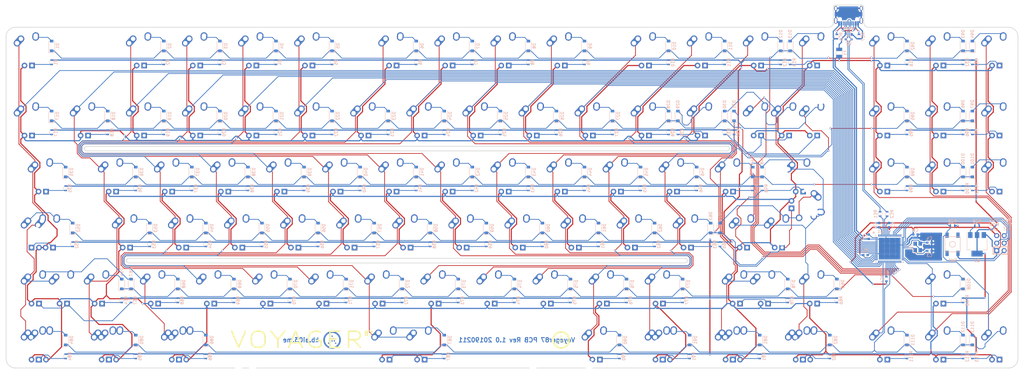
<source format=kicad_pcb>
(kicad_pcb (version 20171130) (host pcbnew "(5.0.0)")
  (layers (0 F.Cu signal) (31 B.Cu signal) (34 B.Paste user) (35 F.Paste user) (36 B.SilkS user) (37 F.SilkS user) (38 B.Mask user) (39 F.Mask user) (44 Edge.Cuts user))
  (net 0 "")
  (net 1 COL13)
  (net 2 +5V)
  (net 3 COL12)
  (net 4 "Net-(C2-Pad1)")
  (net 5 GND)
  (net 6 XTAL1)
  (net 7 XTAL2)
  (net 8 COL0)
  (net 9 ROW0)
  (net 10 "Net-(D1-Pad2)")
  (net 11 "Net-(D2-Pad2)")
  (net 12 "Net-(D3-Pad2)")
  (net 13 "Net-(D4-Pad2)")
  (net 14 "Net-(D5-Pad2)")
  (net 15 "Net-(D6-Pad2)")
  (net 16 "Net-(D7-Pad2)")
  (net 17 "Net-(D8-Pad2)")
  (net 18 "Net-(D9-Pad2)")
  (net 19 "Net-(D10-Pad2)")
  (net 20 "Net-(D11-Pad2)")
  (net 21 "Net-(D12-Pad2)")
  (net 22 "Net-(D13-Pad2)")
  (net 23 "Net-(D14-Pad2)")
  (net 24 ROW4)
  (net 25 "Net-(D17-Pad2)")
  (net 26 ROW1)
  (net 27 "Net-(D18-Pad2)")
  (net 28 "Net-(D19-Pad2)")
  (net 29 "Net-(D20-Pad2)")
  (net 30 "Net-(D21-Pad2)")
  (net 31 "Net-(D22-Pad2)")
  (net 32 "Net-(D23-Pad2)")
  (net 33 "Net-(D24-Pad2)")
  (net 34 "Net-(D25-Pad2)")
  (net 35 "Net-(D26-Pad2)")
  (net 36 "Net-(D27-Pad2)")
  (net 37 "Net-(D28-Pad2)")
  (net 38 "Net-(D29-Pad2)")
  (net 39 ROW3)
  (net 40 ROW2)
  (net 41 "Net-(D35-Pad2)")
  (net 42 "Net-(D36-Pad2)")
  (net 43 "Net-(D37-Pad2)")
  (net 44 "Net-(D38-Pad2)")
  (net 45 "Net-(D39-Pad2)")
  (net 46 "Net-(D40-Pad2)")
  (net 47 "Net-(D41-Pad2)")
  (net 48 "Net-(D42-Pad2)")
  (net 49 "Net-(D43-Pad2)")
  (net 50 "Net-(D44-Pad2)")
  (net 51 "Net-(D45-Pad2)")
  (net 52 "Net-(D46-Pad2)")
  (net 53 "Net-(D47-Pad2)")
  (net 54 "Net-(D48-Pad2)")
  (net 55 "Net-(D53-Pad2)")
  (net 56 "Net-(D54-Pad2)")
  (net 57 "Net-(D55-Pad2)")
  (net 58 "Net-(D56-Pad2)")
  (net 59 "Net-(D57-Pad2)")
  (net 60 "Net-(D58-Pad2)")
  (net 61 "Net-(D59-Pad2)")
  (net 62 "Net-(D60-Pad2)")
  (net 63 "Net-(D61-Pad2)")
  (net 64 "Net-(D62-Pad2)")
  (net 65 "Net-(D63-Pad2)")
  (net 66 "Net-(D65-Pad2)")
  (net 67 "Net-(D66-Pad2)")
  (net 68 "Net-(D67-Pad2)")
  (net 69 "Net-(D68-Pad2)")
  (net 70 "Net-(D69-Pad2)")
  (net 71 "Net-(D70-Pad2)")
  (net 72 "Net-(D71-Pad2)")
  (net 73 "Net-(D72-Pad2)")
  (net 74 "Net-(D73-Pad2)")
  (net 75 "Net-(D74-Pad2)")
  (net 76 "Net-(D75-Pad2)")
  (net 77 "Net-(D76-Pad2)")
  (net 78 "Net-(D77-Pad2)")
  (net 79 "Net-(D78-Pad2)")
  (net 80 ROW5)
  (net 81 "Net-(D81-Pad2)")
  (net 82 "Net-(D82-Pad2)")
  (net 83 "Net-(D84-Pad2)")
  (net 84 "Net-(D85-Pad2)")
  (net 85 "Net-(D86-Pad2)")
  (net 86 "Net-(D87-Pad2)")
  (net 87 "Net-(D90-Pad2)")
  (net 88 "Net-(D91-Pad2)")
  (net 89 "Net-(D92-Pad2)")
  (net 90 "Net-(D93-Pad2)")
  (net 91 "Net-(D94-Pad2)")
  (net 92 "Net-(D95-Pad2)")
  (net 93 "Net-(D96-Pad2)")
  (net 94 "Net-(D97-Pad2)")
  (net 95 "Net-(D99-Pad2)")
  (net 96 "Net-(D100-Pad2)")
  (net 97 "Net-(D101-Pad2)")
  (net 98 "Net-(D108-Pad2)")
  (net 99 "Net-(D111-Pad2)")
  (net 100 "Net-(D112-Pad2)")
  (net 101 "Net-(D113-Pad2)")
  (net 102 VCC)
  (net 103 COL2)
  (net 104 COL1)
  (net 105 "Net-(MX_.1-Pad4)")
  (net 106 COL10)
  (net 107 "Net-(MX_,1-Pad4)")
  (net 108 COL9)
  (net 109 "Net-(MX_#1-Pad4)")
  (net 110 "Net-(MX_#2-Pad4)")
  (net 111 COL3)
  (net 112 "Net-(MX_#3-Pad4)")
  (net 113 "Net-(MX_#4-Pad4)")
  (net 114 COL4)
  (net 115 "Net-(MX_#5-Pad4)")
  (net 116 COL5)
  (net 117 "Net-(MX_#6-Pad4)")
  (net 118 COL6)
  (net 119 "Net-(MX_#7-Pad4)")
  (net 120 COL7)
  (net 121 COL8)
  (net 122 "Net-(MX_#8-Pad4)")
  (net 123 "Net-(MX_#9-Pad4)")
  (net 124 "Net-(MX_#0_1-Pad4)")
  (net 125 "Net-(MX_'1-Pad4)")
  (net 126 COL11)
  (net 127 "Net-(MX_-1-Pad4)")
  (net 128 "Net-(MX_/1-Pad4)")
  (net 129 "Net-(MX_;1-Pad4)")
  (net 130 "Net-(MX_=1-Pad4)")
  (net 131 "Net-(MX_[1-Pad4)")
  (net 132 "Net-(MX_\\1-Pad4)")
  (net 133 "Net-(MX_]1-Pad4)")
  (net 134 "Net-(MX_`1-Pad4)")
  (net 135 "Net-(MX_A1-Pad4)")
  (net 136 "Net-(MX_B1-Pad4)")
  (net 137 "Net-(MX_C1-Pad4)")
  (net 138 "Net-(MX_D1-Pad4)")
  (net 139 "Net-(MX_E1-Pad4)")
  (net 140 "Net-(MX_ESC1-Pad4)")
  (net 141 "Net-(MX_F1-Pad4)")
  (net 142 "Net-(MX_FN1-Pad4)")
  (net 143 "Net-(MX_FN2-Pad4)")
  (net 144 "Net-(MX_FN3-Pad4)")
  (net 145 "Net-(MX_FN4-Pad4)")
  (net 146 "Net-(MX_FN5-Pad4)")
  (net 147 "Net-(MX_FN6-Pad4)")
  (net 148 "Net-(MX_FN7-Pad4)")
  (net 149 "Net-(MX_FN8-Pad4)")
  (net 150 "Net-(MX_FN9-Pad4)")
  (net 151 "Net-(MX_FN10-Pad4)")
  (net 152 "Net-(MX_FN11-Pad4)")
  (net 153 "Net-(MX_FN12-Pad4)")
  (net 154 "Net-(MX_G1-Pad4)")
  (net 155 "Net-(MX_H1-Pad4)")
  (net 156 "Net-(MX_I1-Pad4)")
  (net 157 "Net-(MX_J1-Pad4)")
  (net 158 "Net-(MX_K1-Pad4)")
  (net 159 "Net-(MX_L1-Pad4)")
  (net 160 "Net-(MX_M1-Pad4)")
  (net 161 "Net-(MX_N1-Pad4)")
  (net 162 COL14)
  (net 163 COL15)
  (net 164 COL16)
  (net 165 "Net-(MX_O1-Pad4)")
  (net 166 "Net-(MX_P1-Pad4)")
  (net 167 "Net-(MX_Q1-Pad4)")
  (net 168 "Net-(MX_R1-Pad4)")
  (net 169 "Net-(MX_RETURN1-Pad4)")
  (net 170 "Net-(MX_RSHIFT1-Pad4)")
  (net 171 "Net-(MX_S1-Pad4)")
  (net 172 "Net-(MX_T1-Pad4)")
  (net 173 "Net-(MX_TAB1-Pad4)")
  (net 174 "Net-(MX_U1-Pad4)")
  (net 175 "Net-(MX_V1-Pad4)")
  (net 176 "Net-(MX_W1-Pad4)")
  (net 177 "Net-(MX_X1-Pad4)")
  (net 178 "Net-(MX_Y1-Pad4)")
  (net 179 "Net-(MX_Z1-Pad4)")
  (net 180 "Net-(Q1-Pad1)")
  (net 181 LEDGND)
  (net 182 "Net-(RC1-Pad2)")
  (net 183 D-)
  (net 184 D+)
  (net 185 "Net-(RC2-Pad1)")
  (net 186 RESET)
  (net 187 "Net-(RC4-Pad1)")
  (net 188 "Net-(RC5-Pad1)")
  (net 189 "Net-(RC6-Pad2)")
  (net 190 "Net-(RC7-Pad2)")
  (net 191 "Net-(U1-Pad62)")
  (net 192 "Net-(U1-Pad44)")
  (net 193 "Net-(U1-Pad34)")
  (net 194 "Net-(U1-Pad33)")
  (net 195 "Net-(U1-Pad30)")
  (net 196 "Net-(U1-Pad29)")
  (net 197 "Net-(U1-Pad28)")
  (net 198 "Net-(U1-Pad27)")
  (net 199 "Net-(U1-Pad26)")
  (net 200 "Net-(U1-Pad25)")
  (net 201 "Net-(U1-Pad19)")
  (net 202 "Net-(U1-Pad18)")
  (net 203 "Net-(U1-Pad16)")
  (net 204 "Net-(U1-Pad15)")
  (net 205 "Net-(U1-Pad14)")
  (net 206 MISO)
  (net 207 MOSI)
  (net 208 SCK)
  (net 209 "Net-(U1-Pad10)")
  (net 210 "Net-(U1-Pad9)")
  (net 211 "Net-(U1-Pad2)")
  (net 212 "Net-(U1-Pad1)")
  (net 213 "Net-(USB1-Pad9)")
  (net 214 "Net-(USB1-Pad3)")
  (net 215 "Net-(D30-Pad2)")
  (net 216 "Net-(D31-Pad2)")
  (net 217 "Net-(D52-Pad2)")
  (net 218 "Net-(MX_BACK1-Pad4)")
  (net 219 "Net-(MX_BACK3-Pad4)")
  (net 220 "Net-(MX_CLOCK1-Pad4)")
  (net 221 "Net-(MX_DEL1-Pad4)")
  (net 222 "Net-(MX_DN1-Pad4)")
  (net 223 "Net-(MX_END1-Pad4)")
  (net 224 "Net-(MX_HOME1-Pad4)")
  (net 225 "Net-(MX_INS1-Pad4)")
  (net 226 "Net-(MX_LALT1-Pad4)")
  (net 227 "Net-(MX_LCTRL1-Pad4)")
  (net 228 "Net-(MX_LFT1-Pad4)")
  (net 229 "Net-(MX_LGUI1-Pad4)")
  (net 230 "Net-(MX_LSHIFT1-Pad4)")
  (net 231 "Net-(MX_LSHIFT3-Pad4)")
  (net 232 "Net-(MX_PAUSE1-Pad4)")
  (net 233 "Net-(MX_PGDN1-Pad4)")
  (net 234 "Net-(MX_PGUP1-Pad4)")
  (net 235 "Net-(MX_PRINT1-Pad4)")
  (net 236 "Net-(MX_RALT1-Pad4)")
  (net 237 "Net-(MX_RALT2-Pad4)")
  (net 238 "Net-(MX_RCTRL1-Pad4)")
  (net 239 "Net-(MX_RGUI2-Pad4)")
  (net 240 "Net-(MX_RSHIFT3-Pad4)")
  (net 241 "Net-(MX_RT1-Pad4)")
  (net 242 "Net-(MX_SLOCK1-Pad4)")
  (net 243 "Net-(MX_SP1-Pad4)")
  (net 244 "Net-(MX_UP1-Pad4)")
  (net 245 "Net-(U1-Pad36)")
  (net 246 "Net-(U1-Pad35)")
  (module Capacitors_SMD:C_0603 (layer B.Cu) (at 339.979 99.06 90)
    (fp_text reference C2 (at 0 1.5 90) (layer B.SilkS) (effects (justify mirror)))
    (fp_text value 1uF)
    (pad 1 smd rect (at -0.75 0 90) (size 0.8 0.75) (layers B.Cu B.Paste B.Mask) (net 4 "Net-(C2-Pad1)"))
    (pad 2 smd rect (at 0.75 0 90) (size 0.8 0.75) (layers B.Cu B.Paste B.Mask) (net 5 GND))
  )
  (module Capacitors_SMD:C_0603 (layer B.Cu) (at 353.72675 107.79125)
    (fp_text reference C3 (at 0 1.5) (layer B.SilkS) (effects (justify mirror)))
    (fp_text value 22pF)
    (pad 2 smd rect (at 0.75 0) (size 0.8 0.75) (layers B.Cu B.Paste B.Mask) (net 5 GND))
    (pad 1 smd rect (at -0.75 0) (size 0.8 0.75) (layers B.Cu B.Paste B.Mask) (net 6 XTAL1))
  )
  (module Capacitors_SMD:C_0603 (layer B.Cu) (at 353.72675 105.013125)
    (fp_text reference C4 (at -0.03175 -1.508125) (layer B.SilkS) (effects (justify mirror)))
    (fp_text value 22pF)
    (pad 1 smd rect (at -0.75 0) (size 0.8 0.75) (layers B.Cu B.Paste B.Mask) (net 7 XTAL2))
    (pad 2 smd rect (at 0.75 0) (size 0.8 0.75) (layers B.Cu B.Paste B.Mask) (net 5 GND))
  )
  (module Capacitors_SMD:C_0603 (layer B.Cu) (at 336.661125 99.06 270)
    (fp_text reference C5 (at 0 1.5 270) (layer B.SilkS) (effects (justify mirror)))
    (fp_text value 1uF)
    (pad 2 smd rect (at 0.75 0 270) (size 0.8 0.75) (layers B.Cu B.Paste B.Mask) (net 2 +5V))
    (pad 1 smd rect (at -0.75 0 270) (size 0.8 0.75) (layers B.Cu B.Paste B.Mask) (net 5 GND))
  )
  (module Capacitors_SMD:C_0603 (layer B.Cu) (at 331.978 109.22 180)
    (fp_text reference C6 (at 0 1.5 180) (layer B.SilkS) (effects (justify mirror)))
    (fp_text value 0.1uF)
    (pad 1 smd rect (at -0.75 0 180) (size 0.8 0.75) (layers B.Cu B.Paste B.Mask) (net 5 GND))
    (pad 2 smd rect (at 0.75 0 180) (size 0.8 0.75) (layers B.Cu B.Paste B.Mask) (net 2 +5V))
  )
  (module Capacitors_SMD:C_0603 (layer B.Cu) (at 333.08925 102.997 90)
    (fp_text reference C7 (at 0 -1.36525 90) (layer B.SilkS) (effects (justify mirror)))
    (fp_text value 0.1uF)
    (pad 2 smd rect (at 0.75 0 90) (size 0.8 0.75) (layers B.Cu B.Paste B.Mask) (net 2 +5V))
    (pad 1 smd rect (at -0.75 0 90) (size 0.8 0.75) (layers B.Cu B.Paste B.Mask) (net 5 GND))
  )
  (module Capacitors_SMD:C_0603 (layer B.Cu) (at 348.96425 102.235 180)
    (fp_text reference C8 (at 0 1.5 180) (layer B.SilkS) (effects (justify mirror)))
    (fp_text value 0.1uF)
    (pad 1 smd rect (at -0.75 0 180) (size 0.8 0.75) (layers B.Cu B.Paste B.Mask) (net 5 GND))
    (pad 2 smd rect (at 0.75 0 180) (size 0.8 0.75) (layers B.Cu B.Paste B.Mask) (net 2 +5V))
  )
  (module Diodes_SMD:D_SOD-123 (layer B.Cu) (at 55.5625 38.1 90)
    (fp_text reference D1 (at 0 2 90) (layer B.SilkS) (effects (justify mirror)))
    (fp_text value SOD-323)
    (pad 1 smd rect (at -1.65 0 90) (size 0.9 1.2) (layers B.Cu B.Paste B.Mask) (net 9 ROW0))
    (pad 2 smd rect (at 1.65 0 90) (size 0.9 1.2) (layers B.Cu B.Paste B.Mask) (net 10 "Net-(D1-Pad2)"))
  )
  (module Diodes_SMD:D_SOD-123 (layer B.Cu) (at 93.6625 38.1 90)
    (fp_text reference D2 (at 0 2 90) (layer B.SilkS) (effects (justify mirror)))
    (fp_text value SOD-323)
    (pad 1 smd rect (at -1.65 0 90) (size 0.9 1.2) (layers B.Cu B.Paste B.Mask) (net 9 ROW0))
    (pad 2 smd rect (at 1.65 0 90) (size 0.9 1.2) (layers B.Cu B.Paste B.Mask) (net 11 "Net-(D2-Pad2)"))
  )
  (module Diodes_SMD:D_SOD-123 (layer B.Cu) (at 112.7125 38.1 90)
    (fp_text reference D3 (at 0 2 90) (layer B.SilkS) (effects (justify mirror)))
    (fp_text value SOD-323)
    (pad 2 smd rect (at 1.65 0 90) (size 0.9 1.2) (layers B.Cu B.Paste B.Mask) (net 12 "Net-(D3-Pad2)"))
    (pad 1 smd rect (at -1.65 0 90) (size 0.9 1.2) (layers B.Cu B.Paste B.Mask) (net 9 ROW0))
  )
  (module Diodes_SMD:D_SOD-123 (layer B.Cu) (at 131.7625 38.1 90)
    (fp_text reference D4 (at 0 2 90) (layer B.SilkS) (effects (justify mirror)))
    (fp_text value SOD-323)
    (pad 1 smd rect (at -1.65 0 90) (size 0.9 1.2) (layers B.Cu B.Paste B.Mask) (net 9 ROW0))
    (pad 2 smd rect (at 1.65 0 90) (size 0.9 1.2) (layers B.Cu B.Paste B.Mask) (net 13 "Net-(D4-Pad2)"))
  )
  (module Diodes_SMD:D_SOD-123 (layer B.Cu) (at 150.8125 38.1 90)
    (fp_text reference D5 (at 0 2 90) (layer B.SilkS) (effects (justify mirror)))
    (fp_text value SOD-323)
    (pad 2 smd rect (at 1.65 0 90) (size 0.9 1.2) (layers B.Cu B.Paste B.Mask) (net 14 "Net-(D5-Pad2)"))
    (pad 1 smd rect (at -1.65 0 90) (size 0.9 1.2) (layers B.Cu B.Paste B.Mask) (net 9 ROW0))
  )
  (module Diodes_SMD:D_SOD-123 (layer B.Cu) (at 179.3875 38.1 90)
    (fp_text reference D6 (at 0 2 90) (layer B.SilkS) (effects (justify mirror)))
    (fp_text value SOD-323)
    (pad 1 smd rect (at -1.65 0 90) (size 0.9 1.2) (layers B.Cu B.Paste B.Mask) (net 9 ROW0))
    (pad 2 smd rect (at 1.65 0 90) (size 0.9 1.2) (layers B.Cu B.Paste B.Mask) (net 15 "Net-(D6-Pad2)"))
  )
  (module Diodes_SMD:D_SOD-123 (layer B.Cu) (at 198.4375 38.1 90)
    (fp_text reference D7 (at 0 2 90) (layer B.SilkS) (effects (justify mirror)))
    (fp_text value SOD-323)
    (pad 1 smd rect (at -1.65 0 90) (size 0.9 1.2) (layers B.Cu B.Paste B.Mask) (net 9 ROW0))
    (pad 2 smd rect (at 1.65 0 90) (size 0.9 1.2) (layers B.Cu B.Paste B.Mask) (net 16 "Net-(D7-Pad2)"))
  )
  (module Diodes_SMD:D_SOD-123 (layer B.Cu) (at 217.4875 38.1 90)
    (fp_text reference D8 (at 0 2 90) (layer B.SilkS) (effects (justify mirror)))
    (fp_text value SOD-323)
    (pad 1 smd rect (at -1.65 0 90) (size 0.9 1.2) (layers B.Cu B.Paste B.Mask) (net 9 ROW0))
    (pad 2 smd rect (at 1.65 0 90) (size 0.9 1.2) (layers B.Cu B.Paste B.Mask) (net 17 "Net-(D8-Pad2)"))
  )
  (module Diodes_SMD:D_SOD-123 (layer B.Cu) (at 236.5375 38.1 90)
    (fp_text reference D9 (at 0 2 90) (layer B.SilkS) (effects (justify mirror)))
    (fp_text value SOD-323)
    (pad 1 smd rect (at -1.65 0 90) (size 0.9 1.2) (layers B.Cu B.Paste B.Mask) (net 9 ROW0))
    (pad 2 smd rect (at 1.65 0 90) (size 0.9 1.2) (layers B.Cu B.Paste B.Mask) (net 18 "Net-(D9-Pad2)"))
  )
  (module Diodes_SMD:D_SOD-123 (layer B.Cu) (at 265.1125 38.1 90)
    (fp_text reference D10 (at 0 2 90) (layer B.SilkS) (effects (justify mirror)))
    (fp_text value SOD-323)
    (pad 2 smd rect (at 1.65 0 90) (size 0.9 1.2) (layers B.Cu B.Paste B.Mask) (net 19 "Net-(D10-Pad2)"))
    (pad 1 smd rect (at -1.65 0 90) (size 0.9 1.2) (layers B.Cu B.Paste B.Mask) (net 9 ROW0))
  )
  (module Diodes_SMD:D_SOD-123 (layer B.Cu) (at 284.1625 38.1 90)
    (fp_text reference D11 (at 0 2 90) (layer B.SilkS) (effects (justify mirror)))
    (fp_text value SOD-323)
    (pad 2 smd rect (at 1.65 0 90) (size 0.9 1.2) (layers B.Cu B.Paste B.Mask) (net 20 "Net-(D11-Pad2)"))
    (pad 1 smd rect (at -1.65 0 90) (size 0.9 1.2) (layers B.Cu B.Paste B.Mask) (net 9 ROW0))
  )
  (module Diodes_SMD:D_SOD-123 (layer B.Cu) (at 303.2125 38.1 90)
    (fp_text reference D12 (at 4.064 -0.032 90) (layer B.SilkS) (effects (justify mirror)))
    (fp_text value SOD-323)
    (pad 1 smd rect (at -1.65 0 90) (size 0.9 1.2) (layers B.Cu B.Paste B.Mask) (net 9 ROW0))
    (pad 2 smd rect (at 1.65 0 90) (size 0.9 1.2) (layers B.Cu B.Paste B.Mask) (net 21 "Net-(D12-Pad2)"))
  )
  (module Diodes_SMD:D_SOD-123 (layer B.Cu) (at 306.3875 38.1 90)
    (fp_text reference D13 (at 4.064 -0.032 90) (layer B.SilkS) (effects (justify mirror)))
    (fp_text value SOD-323)
    (pad 1 smd rect (at -1.65 0 90) (size 0.9 1.2) (layers B.Cu B.Paste B.Mask) (net 9 ROW0))
    (pad 2 smd rect (at 1.65 0 90) (size 0.9 1.2) (layers B.Cu B.Paste B.Mask) (net 22 "Net-(D13-Pad2)"))
  )
  (module Diodes_SMD:D_SOD-123 (layer B.Cu) (at 79.375 119.0625 90)
    (fp_text reference D14 (at 4.064 -0.032 90) (layer B.SilkS) (effects (justify mirror)))
    (fp_text value SOD-323)
    (pad 2 smd rect (at 1.65 0 90) (size 0.9 1.2) (layers B.Cu B.Paste B.Mask) (net 23 "Net-(D14-Pad2)"))
    (pad 1 smd rect (at -1.65 0 90) (size 0.9 1.2) (layers B.Cu B.Paste B.Mask) (net 24 ROW4))
  )
  (module Diodes_SMD:D_SOD-123 (layer B.Cu) (at 55.5625 61.9125 90)
    (fp_text reference D17 (at 0 2 90) (layer B.SilkS) (effects (justify mirror)))
    (fp_text value SOD-323)
    (pad 2 smd rect (at 1.65 0 90) (size 0.9 1.2) (layers B.Cu B.Paste B.Mask) (net 25 "Net-(D17-Pad2)"))
    (pad 1 smd rect (at -1.65 0 90) (size 0.9 1.2) (layers B.Cu B.Paste B.Mask) (net 26 ROW1))
  )
  (module Diodes_SMD:D_SOD-123 (layer B.Cu) (at 74.6125 61.9125 90)
    (fp_text reference D18 (at 0 2 90) (layer B.SilkS) (effects (justify mirror)))
    (fp_text value SOD-323)
    (pad 2 smd rect (at 1.65 0 90) (size 0.9 1.2) (layers B.Cu B.Paste B.Mask) (net 27 "Net-(D18-Pad2)"))
    (pad 1 smd rect (at -1.65 0 90) (size 0.9 1.2) (layers B.Cu B.Paste B.Mask) (net 26 ROW1))
  )
  (module Diodes_SMD:D_SOD-123 (layer B.Cu) (at 93.6625 61.9125 90)
    (fp_text reference D19 (at 0 2 90) (layer B.SilkS) (effects (justify mirror)))
    (fp_text value SOD-323)
    (pad 2 smd rect (at 1.65 0 90) (size 0.9 1.2) (layers B.Cu B.Paste B.Mask) (net 28 "Net-(D19-Pad2)"))
    (pad 1 smd rect (at -1.65 0 90) (size 0.9 1.2) (layers B.Cu B.Paste B.Mask) (net 26 ROW1))
  )
  (module Diodes_SMD:D_SOD-123 (layer B.Cu) (at 112.7125 61.9125 90)
    (fp_text reference D20 (at 0 2 90) (layer B.SilkS) (effects (justify mirror)))
    (fp_text value SOD-323)
    (pad 2 smd rect (at 1.65 0 90) (size 0.9 1.2) (layers B.Cu B.Paste B.Mask) (net 29 "Net-(D20-Pad2)"))
    (pad 1 smd rect (at -1.65 0 90) (size 0.9 1.2) (layers B.Cu B.Paste B.Mask) (net 26 ROW1))
  )
  (module Diodes_SMD:D_SOD-123 (layer B.Cu) (at 131.7625 61.9125 90)
    (fp_text reference D21 (at 0 2 90) (layer B.SilkS) (effects (justify mirror)))
    (fp_text value SOD-323)
    (pad 1 smd rect (at -1.65 0 90) (size 0.9 1.2) (layers B.Cu B.Paste B.Mask) (net 26 ROW1))
    (pad 2 smd rect (at 1.65 0 90) (size 0.9 1.2) (layers B.Cu B.Paste B.Mask) (net 30 "Net-(D21-Pad2)"))
  )
  (module Diodes_SMD:D_SOD-123 (layer B.Cu) (at 150.8125 61.9125 90)
    (fp_text reference D22 (at 0 2 90) (layer B.SilkS) (effects (justify mirror)))
    (fp_text value SOD-323)
    (pad 1 smd rect (at -1.65 0 90) (size 0.9 1.2) (layers B.Cu B.Paste B.Mask) (net 26 ROW1))
    (pad 2 smd rect (at 1.65 0 90) (size 0.9 1.2) (layers B.Cu B.Paste B.Mask) (net 31 "Net-(D22-Pad2)"))
  )
  (module Diodes_SMD:D_SOD-123 (layer B.Cu) (at 169.8625 61.9125 90)
    (fp_text reference D23 (at 0 2 90) (layer B.SilkS) (effects (justify mirror)))
    (fp_text value SOD-323)
    (pad 2 smd rect (at 1.65 0 90) (size 0.9 1.2) (layers B.Cu B.Paste B.Mask) (net 32 "Net-(D23-Pad2)"))
    (pad 1 smd rect (at -1.65 0 90) (size 0.9 1.2) (layers B.Cu B.Paste B.Mask) (net 26 ROW1))
  )
  (module Diodes_SMD:D_SOD-123 (layer B.Cu) (at 188.9125 61.9125 90)
    (fp_text reference D24 (at 0 2 90) (layer B.SilkS) (effects (justify mirror)))
    (fp_text value SOD-323)
    (pad 2 smd rect (at 1.65 0 90) (size 0.9 1.2) (layers B.Cu B.Paste B.Mask) (net 33 "Net-(D24-Pad2)"))
    (pad 1 smd rect (at -1.65 0 90) (size 0.9 1.2) (layers B.Cu B.Paste B.Mask) (net 26 ROW1))
  )
  (module Diodes_SMD:D_SOD-123 (layer B.Cu) (at 207.9625 61.9125 90)
    (fp_text reference D25 (at 0 2 90) (layer B.SilkS) (effects (justify mirror)))
    (fp_text value SOD-323)
    (pad 1 smd rect (at -1.65 0 90) (size 0.9 1.2) (layers B.Cu B.Paste B.Mask) (net 26 ROW1))
    (pad 2 smd rect (at 1.65 0 90) (size 0.9 1.2) (layers B.Cu B.Paste B.Mask) (net 34 "Net-(D25-Pad2)"))
  )
  (module Diodes_SMD:D_SOD-123 (layer B.Cu) (at 227.0125 61.9125 90)
    (fp_text reference D26 (at 0 2 90) (layer B.SilkS) (effects (justify mirror)))
    (fp_text value SOD-323)
    (pad 1 smd rect (at -1.65 0 90) (size 0.9 1.2) (layers B.Cu B.Paste B.Mask) (net 26 ROW1))
    (pad 2 smd rect (at 1.65 0 90) (size 0.9 1.2) (layers B.Cu B.Paste B.Mask) (net 35 "Net-(D26-Pad2)"))
  )
  (module Diodes_SMD:D_SOD-123 (layer B.Cu) (at 246.0625 61.9125 90)
    (fp_text reference D27 (at 0 2 90) (layer B.SilkS) (effects (justify mirror)))
    (fp_text value SOD-323)
    (pad 1 smd rect (at -1.65 0 90) (size 0.9 1.2) (layers B.Cu B.Paste B.Mask) (net 26 ROW1))
    (pad 2 smd rect (at 1.65 0 90) (size 0.9 1.2) (layers B.Cu B.Paste B.Mask) (net 36 "Net-(D27-Pad2)"))
  )
  (module Diodes_SMD:D_SOD-123 (layer B.Cu) (at 265.1125 61.9125 90)
    (fp_text reference D28 (at 3.937 -0.032 90) (layer B.SilkS) (effects (justify mirror)))
    (fp_text value SOD-323)
    (pad 2 smd rect (at 1.65 0 90) (size 0.9 1.2) (layers B.Cu B.Paste B.Mask) (net 37 "Net-(D28-Pad2)"))
    (pad 1 smd rect (at -1.65 0 90) (size 0.9 1.2) (layers B.Cu B.Paste B.Mask) (net 26 ROW1))
  )
  (module Diodes_SMD:D_SOD-123 (layer B.Cu) (at 268.2875 61.9125 90)
    (fp_text reference D29 (at 3.937 -0.032 90) (layer B.SilkS) (effects (justify mirror)))
    (fp_text value SOD-323)
    (pad 2 smd rect (at 1.65 0 90) (size 0.9 1.2) (layers B.Cu B.Paste B.Mask) (net 38 "Net-(D29-Pad2)"))
    (pad 1 smd rect (at -1.65 0 90) (size 0.9 1.2) (layers B.Cu B.Paste B.Mask) (net 26 ROW1))
  )
  (module Diodes_SMD:D_SOD-123 (layer B.Cu) (at 284.1625 61.9125 90)
    (fp_text reference D30 (at 3.937 -0.032 90) (layer B.SilkS) (effects (justify mirror)))
    (fp_text value SOD-323)
    (pad 1 smd rect (at -1.65 0 90) (size 0.9 1.2) (layers B.Cu B.Paste B.Mask) (net 26 ROW1))
    (pad 2 smd rect (at 1.65 0 90) (size 0.9 1.2) (layers B.Cu B.Paste B.Mask) (net 215 "Net-(D30-Pad2)"))
  )
  (module Diodes_SMD:D_SOD-123 (layer B.Cu) (at 287.3375 61.9125 90)
    (fp_text reference D31 (at 3.937 -0.032 90) (layer B.SilkS) (effects (justify mirror)))
    (fp_text value SOD-323)
    (pad 2 smd rect (at 1.65 0 90) (size 0.9 1.2) (layers B.Cu B.Paste B.Mask) (net 216 "Net-(D31-Pad2)"))
    (pad 1 smd rect (at -1.65 0 90) (size 0.9 1.2) (layers B.Cu B.Paste B.Mask) (net 39 ROW3))
  )
  (module Diodes_SMD:D_SOD-123 (layer B.Cu) (at 60.325 80.9625 90)
    (fp_text reference D35 (at 0 2 90) (layer B.SilkS) (effects (justify mirror)))
    (fp_text value SOD-323)
    (pad 1 smd rect (at -1.65 0 90) (size 0.9 1.2) (layers B.Cu B.Paste B.Mask) (net 40 ROW2))
    (pad 2 smd rect (at 1.65 0 90) (size 0.9 1.2) (layers B.Cu B.Paste B.Mask) (net 41 "Net-(D35-Pad2)"))
  )
  (module Diodes_SMD:D_SOD-123 (layer B.Cu) (at 84.1375 80.9625 90)
    (fp_text reference D36 (at 0 2 90) (layer B.SilkS) (effects (justify mirror)))
    (fp_text value SOD-323)
    (pad 2 smd rect (at 1.65 0 90) (size 0.9 1.2) (layers B.Cu B.Paste B.Mask) (net 42 "Net-(D36-Pad2)"))
    (pad 1 smd rect (at -1.65 0 90) (size 0.9 1.2) (layers B.Cu B.Paste B.Mask) (net 40 ROW2))
  )
  (module Diodes_SMD:D_SOD-123 (layer B.Cu) (at 103.1875 80.9625 90)
    (fp_text reference D37 (at 0 2 90) (layer B.SilkS) (effects (justify mirror)))
    (fp_text value SOD-323)
    (pad 1 smd rect (at -1.65 0 90) (size 0.9 1.2) (layers B.Cu B.Paste B.Mask) (net 40 ROW2))
    (pad 2 smd rect (at 1.65 0 90) (size 0.9 1.2) (layers B.Cu B.Paste B.Mask) (net 43 "Net-(D37-Pad2)"))
  )
  (module Diodes_SMD:D_SOD-123 (layer B.Cu) (at 122.2375 80.9625 90)
    (fp_text reference D38 (at 0 2 90) (layer B.SilkS) (effects (justify mirror)))
    (fp_text value SOD-323)
    (pad 2 smd rect (at 1.65 0 90) (size 0.9 1.2) (layers B.Cu B.Paste B.Mask) (net 44 "Net-(D38-Pad2)"))
    (pad 1 smd rect (at -1.65 0 90) (size 0.9 1.2) (layers B.Cu B.Paste B.Mask) (net 40 ROW2))
  )
  (module Diodes_SMD:D_SOD-123 (layer B.Cu) (at 141.2875 80.9625 90)
    (fp_text reference D39 (at 0 2 90) (layer B.SilkS) (effects (justify mirror)))
    (fp_text value SOD-323)
    (pad 1 smd rect (at -1.65 0 90) (size 0.9 1.2) (layers B.Cu B.Paste B.Mask) (net 40 ROW2))
    (pad 2 smd rect (at 1.65 0 90) (size 0.9 1.2) (layers B.Cu B.Paste B.Mask) (net 45 "Net-(D39-Pad2)"))
  )
  (module Diodes_SMD:D_SOD-123 (layer B.Cu) (at 160.3375 80.9625 90)
    (fp_text reference D40 (at 0 2 90) (layer B.SilkS) (effects (justify mirror)))
    (fp_text value SOD-323)
    (pad 2 smd rect (at 1.65 0 90) (size 0.9 1.2) (layers B.Cu B.Paste B.Mask) (net 46 "Net-(D40-Pad2)"))
    (pad 1 smd rect (at -1.65 0 90) (size 0.9 1.2) (layers B.Cu B.Paste B.Mask) (net 40 ROW2))
  )
  (module Diodes_SMD:D_SOD-123 (layer B.Cu) (at 179.3875 80.9625 90)
    (fp_text reference D41 (at 0 2 90) (layer B.SilkS) (effects (justify mirror)))
    (fp_text value SOD-323)
    (pad 1 smd rect (at -1.65 0 90) (size 0.9 1.2) (layers B.Cu B.Paste B.Mask) (net 40 ROW2))
    (pad 2 smd rect (at 1.65 0 90) (size 0.9 1.2) (layers B.Cu B.Paste B.Mask) (net 47 "Net-(D41-Pad2)"))
  )
  (module Diodes_SMD:D_SOD-123 (layer B.Cu) (at 198.4375 80.9625 90)
    (fp_text reference D42 (at 0 2 90) (layer B.SilkS) (effects (justify mirror)))
    (fp_text value SOD-323)
    (pad 1 smd rect (at -1.65 0 90) (size 0.9 1.2) (layers B.Cu B.Paste B.Mask) (net 40 ROW2))
    (pad 2 smd rect (at 1.65 0 90) (size 0.9 1.2) (layers B.Cu B.Paste B.Mask) (net 48 "Net-(D42-Pad2)"))
  )
  (module Diodes_SMD:D_SOD-123 (layer B.Cu) (at 217.4875 80.9625 90)
    (fp_text reference D43 (at 0 2 90) (layer B.SilkS) (effects (justify mirror)))
    (fp_text value SOD-323)
    (pad 1 smd rect (at -1.65 0 90) (size 0.9 1.2) (layers B.Cu B.Paste B.Mask) (net 40 ROW2))
    (pad 2 smd rect (at 1.65 0 90) (size 0.9 1.2) (layers B.Cu B.Paste B.Mask) (net 49 "Net-(D43-Pad2)"))
  )
  (module Diodes_SMD:D_SOD-123 (layer B.Cu) (at 236.5375 80.9625 90)
    (fp_text reference D44 (at 0 2 90) (layer B.SilkS) (effects (justify mirror)))
    (fp_text value SOD-323)
    (pad 1 smd rect (at -1.65 0 90) (size 0.9 1.2) (layers B.Cu B.Paste B.Mask) (net 40 ROW2))
    (pad 2 smd rect (at 1.65 0 90) (size 0.9 1.2) (layers B.Cu B.Paste B.Mask) (net 50 "Net-(D44-Pad2)"))
  )
  (module Diodes_SMD:D_SOD-123 (layer B.Cu) (at 255.5875 80.9625 90)
    (fp_text reference D45 (at 0 2 90) (layer B.SilkS) (effects (justify mirror)))
    (fp_text value SOD-323)
    (pad 2 smd rect (at 1.65 0 90) (size 0.9 1.2) (layers B.Cu B.Paste B.Mask) (net 51 "Net-(D45-Pad2)"))
    (pad 1 smd rect (at -1.65 0 90) (size 0.9 1.2) (layers B.Cu B.Paste B.Mask) (net 40 ROW2))
  )
  (module Diodes_SMD:D_SOD-123 (layer B.Cu) (at 274.6375 80.9625 90)
    (fp_text reference D46 (at 0 2 90) (layer B.SilkS) (effects (justify mirror)))
    (fp_text value SOD-323)
    (pad 2 smd rect (at 1.65 0 90) (size 0.9 1.2) (layers B.Cu B.Paste B.Mask) (net 52 "Net-(D46-Pad2)"))
    (pad 1 smd rect (at -1.65 0 90) (size 0.9 1.2) (layers B.Cu B.Paste B.Mask) (net 40 ROW2))
  )
  (module Diodes_SMD:D_SOD-123 (layer B.Cu) (at 293.6875 80.9625 90)
    (fp_text reference D47 (at 3.937 -0.032 90) (layer B.SilkS) (effects (justify mirror)))
    (fp_text value SOD-323)
    (pad 2 smd rect (at 1.65 0 90) (size 0.9 1.2) (layers B.Cu B.Paste B.Mask) (net 53 "Net-(D47-Pad2)"))
    (pad 1 smd rect (at -1.65 0 90) (size 0.9 1.2) (layers B.Cu B.Paste B.Mask) (net 40 ROW2))
  )
  (module Diodes_SMD:D_SOD-123 (layer B.Cu) (at 296.8625 80.9625 90)
    (fp_text reference D48 (at 3.937 -0.032 90) (layer B.SilkS) (effects (justify mirror)))
    (fp_text value SOD-323)
    (pad 1 smd rect (at -1.65 0 90) (size 0.9 1.2) (layers B.Cu B.Paste B.Mask) (net 40 ROW2))
    (pad 2 smd rect (at 1.65 0 90) (size 0.9 1.2) (layers B.Cu B.Paste B.Mask) (net 54 "Net-(D48-Pad2)"))
  )
  (module Diodes_SMD:D_SOD-123 (layer B.Cu) (at 62.70625 100.0125 90)
    (fp_text reference D52 (at 0 2 90) (layer B.SilkS) (effects (justify mirror)))
    (fp_text value SOD-323)
    (pad 2 smd rect (at 1.65 0 90) (size 0.9 1.2) (layers B.Cu B.Paste B.Mask) (net 217 "Net-(D52-Pad2)"))
    (pad 1 smd rect (at -1.65 0 90) (size 0.9 1.2) (layers B.Cu B.Paste B.Mask) (net 39 ROW3))
  )
  (module Diodes_SMD:D_SOD-123 (layer B.Cu) (at 88.9 100.0125 90)
    (fp_text reference D53 (at 0 2 90) (layer B.SilkS) (effects (justify mirror)))
    (fp_text value SOD-323)
    (pad 2 smd rect (at 1.65 0 90) (size 0.9 1.2) (layers B.Cu B.Paste B.Mask) (net 55 "Net-(D53-Pad2)"))
    (pad 1 smd rect (at -1.65 0 90) (size 0.9 1.2) (layers B.Cu B.Paste B.Mask) (net 39 ROW3))
  )
  (module Diodes_SMD:D_SOD-123 (layer B.Cu) (at 107.95 100.0125 90)
    (fp_text reference D54 (at 0 2 90) (layer B.SilkS) (effects (justify mirror)))
    (fp_text value SOD-323)
    (pad 1 smd rect (at -1.65 0 90) (size 0.9 1.2) (layers B.Cu B.Paste B.Mask) (net 39 ROW3))
    (pad 2 smd rect (at 1.65 0 90) (size 0.9 1.2) (layers B.Cu B.Paste B.Mask) (net 56 "Net-(D54-Pad2)"))
  )
  (module Diodes_SMD:D_SOD-123 (layer B.Cu) (at 127 100.0125 90)
    (fp_text reference D55 (at 0 2 90) (layer B.SilkS) (effects (justify mirror)))
    (fp_text value SOD-323)
    (pad 1 smd rect (at -1.65 0 90) (size 0.9 1.2) (layers B.Cu B.Paste B.Mask) (net 39 ROW3))
    (pad 2 smd rect (at 1.65 0 90) (size 0.9 1.2) (layers B.Cu B.Paste B.Mask) (net 57 "Net-(D55-Pad2)"))
  )
  (module Diodes_SMD:D_SOD-123 (layer B.Cu) (at 146.05 100.0125 90)
    (fp_text reference D56 (at 0 2 90) (layer B.SilkS) (effects (justify mirror)))
    (fp_text value SOD-323)
    (pad 2 smd rect (at 1.65 0 90) (size 0.9 1.2) (layers B.Cu B.Paste B.Mask) (net 58 "Net-(D56-Pad2)"))
    (pad 1 smd rect (at -1.65 0 90) (size 0.9 1.2) (layers B.Cu B.Paste B.Mask) (net 39 ROW3))
  )
  (module Diodes_SMD:D_SOD-123 (layer B.Cu) (at 165.1 100.0125 90)
    (fp_text reference D57 (at 0 2 90) (layer B.SilkS) (effects (justify mirror)))
    (fp_text value SOD-323)
    (pad 2 smd rect (at 1.65 0 90) (size 0.9 1.2) (layers B.Cu B.Paste B.Mask) (net 59 "Net-(D57-Pad2)"))
    (pad 1 smd rect (at -1.65 0 90) (size 0.9 1.2) (layers B.Cu B.Paste B.Mask) (net 39 ROW3))
  )
  (module Diodes_SMD:D_SOD-123 (layer B.Cu) (at 184.15 100.0125 90)
    (fp_text reference D58 (at 0 2 90) (layer B.SilkS) (effects (justify mirror)))
    (fp_text value SOD-323)
    (pad 1 smd rect (at -1.65 0 90) (size 0.9 1.2) (layers B.Cu B.Paste B.Mask) (net 39 ROW3))
    (pad 2 smd rect (at 1.65 0 90) (size 0.9 1.2) (layers B.Cu B.Paste B.Mask) (net 60 "Net-(D58-Pad2)"))
  )
  (module Diodes_SMD:D_SOD-123 (layer B.Cu) (at 203.2 100.0125 90)
    (fp_text reference D59 (at 0 2 90) (layer B.SilkS) (effects (justify mirror)))
    (fp_text value SOD-323)
    (pad 1 smd rect (at -1.65 0 90) (size 0.9 1.2) (layers B.Cu B.Paste B.Mask) (net 39 ROW3))
    (pad 2 smd rect (at 1.65 0 90) (size 0.9 1.2) (layers B.Cu B.Paste B.Mask) (net 61 "Net-(D59-Pad2)"))
  )
  (module Diodes_SMD:D_SOD-123 (layer B.Cu) (at 222.25 100.0125 90)
    (fp_text reference D60 (at 0 2 90) (layer B.SilkS) (effects (justify mirror)))
    (fp_text value SOD-323)
    (pad 2 smd rect (at 1.65 0 90) (size 0.9 1.2) (layers B.Cu B.Paste B.Mask) (net 62 "Net-(D60-Pad2)"))
    (pad 1 smd rect (at -1.65 0 90) (size 0.9 1.2) (layers B.Cu B.Paste B.Mask) (net 39 ROW3))
  )
  (module Diodes_SMD:D_SOD-123 (layer B.Cu) (at 241.3 100.0125 90)
    (fp_text reference D61 (at 0 2 90) (layer B.SilkS) (effects (justify mirror)))
    (fp_text value SOD-323)
    (pad 2 smd rect (at 1.65 0 90) (size 0.9 1.2) (layers B.Cu B.Paste B.Mask) (net 63 "Net-(D61-Pad2)"))
    (pad 1 smd rect (at -1.65 0 90) (size 0.9 1.2) (layers B.Cu B.Paste B.Mask) (net 39 ROW3))
  )
  (module Diodes_SMD:D_SOD-123 (layer B.Cu) (at 260.35 100.0125 90)
    (fp_text reference D62 (at 0 2 90) (layer B.SilkS) (effects (justify mirror)))
    (fp_text value SOD-323)
    (pad 1 smd rect (at -1.65 0 90) (size 0.9 1.2) (layers B.Cu B.Paste B.Mask) (net 39 ROW3))
    (pad 2 smd rect (at 1.65 0 90) (size 0.9 1.2) (layers B.Cu B.Paste B.Mask) (net 64 "Net-(D62-Pad2)"))
  )
  (module Diodes_SMD:D_SOD-123 (layer B.Cu) (at 279.4 100.0125 90)
    (fp_text reference D63 (at 4.064 -0.032 90) (layer B.SilkS) (effects (justify mirror)))
    (fp_text value SOD-323)
    (pad 1 smd rect (at -1.65 0 90) (size 0.9 1.2) (layers B.Cu B.Paste B.Mask) (net 39 ROW3))
    (pad 2 smd rect (at 1.65 0 90) (size 0.9 1.2) (layers B.Cu B.Paste B.Mask) (net 65 "Net-(D63-Pad2)"))
  )
  (module Diodes_SMD:D_SOD-123 (layer B.Cu) (at 282.575 100.0125 90)
    (fp_text reference D65 (at 4.064 -0.032 90) (layer B.SilkS) (effects (justify mirror)))
    (fp_text value SOD-323)
    (pad 2 smd rect (at 1.65 0 90) (size 0.9 1.2) (layers B.Cu B.Paste B.Mask) (net 66 "Net-(D65-Pad2)"))
    (pad 1 smd rect (at -1.65 0 90) (size 0.9 1.2) (layers B.Cu B.Paste B.Mask) (net 39 ROW3))
  )
  (module Diodes_SMD:D_SOD-123 (layer B.Cu) (at 322.2625 119.0625 90)
    (fp_text reference D66 (at 0 2 90) (layer B.SilkS) (effects (justify mirror)))
    (fp_text value SOD-323)
    (pad 1 smd rect (at -1.65 0 90) (size 0.9 1.2) (layers B.Cu B.Paste B.Mask) (net 24 ROW4))
    (pad 2 smd rect (at 1.65 0 90) (size 0.9 1.2) (layers B.Cu B.Paste B.Mask) (net 67 "Net-(D66-Pad2)"))
  )
  (module Diodes_SMD:D_SOD-123 (layer B.Cu) (at 82.55 119.0625 90)
    (fp_text reference D67 (at 4.064 -0.032 90) (layer B.SilkS) (effects (justify mirror)))
    (fp_text value SOD-323)
    (pad 2 smd rect (at 1.65 0 90) (size 0.9 1.2) (layers B.Cu B.Paste B.Mask) (net 68 "Net-(D67-Pad2)"))
    (pad 1 smd rect (at -1.65 0 90) (size 0.9 1.2) (layers B.Cu B.Paste B.Mask) (net 24 ROW4))
  )
  (module Diodes_SMD:D_SOD-123 (layer B.Cu) (at 98.425 119.0625 90)
    (fp_text reference D68 (at 0 2 90) (layer B.SilkS) (effects (justify mirror)))
    (fp_text value SOD-323)
    (pad 2 smd rect (at 1.65 0 90) (size 0.9 1.2) (layers B.Cu B.Paste B.Mask) (net 69 "Net-(D68-Pad2)"))
    (pad 1 smd rect (at -1.65 0 90) (size 0.9 1.2) (layers B.Cu B.Paste B.Mask) (net 24 ROW4))
  )
  (module Diodes_SMD:D_SOD-123 (layer B.Cu) (at 117.475 119.0625 90)
    (fp_text reference D69 (at 0 2 90) (layer B.SilkS) (effects (justify mirror)))
    (fp_text value SOD-323)
    (pad 2 smd rect (at 1.65 0 90) (size 0.9 1.2) (layers B.Cu B.Paste B.Mask) (net 70 "Net-(D69-Pad2)"))
    (pad 1 smd rect (at -1.65 0 90) (size 0.9 1.2) (layers B.Cu B.Paste B.Mask) (net 24 ROW4))
  )
  (module Diodes_SMD:D_SOD-123 (layer B.Cu) (at 136.525 119.0625 90)
    (fp_text reference D70 (at 0 2 90) (layer B.SilkS) (effects (justify mirror)))
    (fp_text value SOD-323)
    (pad 1 smd rect (at -1.65 0 90) (size 0.9 1.2) (layers B.Cu B.Paste B.Mask) (net 24 ROW4))
    (pad 2 smd rect (at 1.65 0 90) (size 0.9 1.2) (layers B.Cu B.Paste B.Mask) (net 71 "Net-(D70-Pad2)"))
  )
  (module Diodes_SMD:D_SOD-123 (layer B.Cu) (at 155.575 119.0625 90)
    (fp_text reference D71 (at 0 2 90) (layer B.SilkS) (effects (justify mirror)))
    (fp_text value SOD-323)
    (pad 1 smd rect (at -1.65 0 90) (size 0.9 1.2) (layers B.Cu B.Paste B.Mask) (net 24 ROW4))
    (pad 2 smd rect (at 1.65 0 90) (size 0.9 1.2) (layers B.Cu B.Paste B.Mask) (net 72 "Net-(D71-Pad2)"))
  )
  (module Diodes_SMD:D_SOD-123 (layer B.Cu) (at 174.625 119.0625 90)
    (fp_text reference D72 (at 0 2 90) (layer B.SilkS) (effects (justify mirror)))
    (fp_text value SOD-323)
    (pad 2 smd rect (at 1.65 0 90) (size 0.9 1.2) (layers B.Cu B.Paste B.Mask) (net 73 "Net-(D72-Pad2)"))
    (pad 1 smd rect (at -1.65 0 90) (size 0.9 1.2) (layers B.Cu B.Paste B.Mask) (net 24 ROW4))
  )
  (module Diodes_SMD:D_SOD-123 (layer B.Cu) (at 193.675 119.0625 90)
    (fp_text reference D73 (at 0 2 90) (layer B.SilkS) (effects (justify mirror)))
    (fp_text value SOD-323)
    (pad 1 smd rect (at -1.65 0 90) (size 0.9 1.2) (layers B.Cu B.Paste B.Mask) (net 24 ROW4))
    (pad 2 smd rect (at 1.65 0 90) (size 0.9 1.2) (layers B.Cu B.Paste B.Mask) (net 74 "Net-(D73-Pad2)"))
  )
  (module Diodes_SMD:D_SOD-123 (layer B.Cu) (at 212.725 119.0625 90)
    (fp_text reference D74 (at 0 2 90) (layer B.SilkS) (effects (justify mirror)))
    (fp_text value SOD-323)
    (pad 2 smd rect (at 1.65 0 90) (size 0.9 1.2) (layers B.Cu B.Paste B.Mask) (net 75 "Net-(D74-Pad2)"))
    (pad 1 smd rect (at -1.65 0 90) (size 0.9 1.2) (layers B.Cu B.Paste B.Mask) (net 24 ROW4))
  )
  (module Diodes_SMD:D_SOD-123 (layer B.Cu) (at 231.775 119.0625 90)
    (fp_text reference D75 (at 0 2 90) (layer B.SilkS) (effects (justify mirror)))
    (fp_text value SOD-323)
    (pad 1 smd rect (at -1.65 0 90) (size 0.9 1.2) (layers B.Cu B.Paste B.Mask) (net 24 ROW4))
    (pad 2 smd rect (at 1.65 0 90) (size 0.9 1.2) (layers B.Cu B.Paste B.Mask) (net 76 "Net-(D75-Pad2)"))
  )
  (module Diodes_SMD:D_SOD-123 (layer B.Cu) (at 250.825 119.0625 90)
    (fp_text reference D76 (at 0 2 90) (layer B.SilkS) (effects (justify mirror)))
    (fp_text value SOD-323)
    (pad 2 smd rect (at 1.65 0 90) (size 0.9 1.2) (layers B.Cu B.Paste B.Mask) (net 77 "Net-(D76-Pad2)"))
    (pad 1 smd rect (at -1.65 0 90) (size 0.9 1.2) (layers B.Cu B.Paste B.Mask) (net 24 ROW4))
  )
  (module Diodes_SMD:D_SOD-123 (layer B.Cu) (at 269.875 119.0625 90)
    (fp_text reference D77 (at 0 2 90) (layer B.SilkS) (effects (justify mirror)))
    (fp_text value SOD-323)
    (pad 1 smd rect (at -1.65 0 90) (size 0.9 1.2) (layers B.Cu B.Paste B.Mask) (net 24 ROW4))
    (pad 2 smd rect (at 1.65 0 90) (size 0.9 1.2) (layers B.Cu B.Paste B.Mask) (net 78 "Net-(D77-Pad2)"))
  )
  (module Diodes_SMD:D_SOD-123 (layer B.Cu) (at 305.59375 119.0625 90)
    (fp_text reference D78 (at 0 2 90) (layer B.SilkS) (effects (justify mirror)))
    (fp_text value SOD-323)
    (pad 2 smd rect (at 1.65 0 90) (size 0.9 1.2) (layers B.Cu B.Paste B.Mask) (net 79 "Net-(D78-Pad2)"))
    (pad 1 smd rect (at -1.65 0 90) (size 0.9 1.2) (layers B.Cu B.Paste B.Mask) (net 24 ROW4))
  )
  (module Diodes_SMD:D_SOD-123 (layer B.Cu) (at 296.06875 138.1125 90)
    (fp_text reference D81 (at 0 2 90) (layer B.SilkS) (effects (justify mirror)))
    (fp_text value SOD-323)
    (pad 1 smd rect (at -1.65 0 90) (size 0.9 1.2) (layers B.Cu B.Paste B.Mask) (net 80 ROW5))
    (pad 2 smd rect (at 1.65 0 90) (size 0.9 1.2) (layers B.Cu B.Paste B.Mask) (net 81 "Net-(D81-Pad2)"))
  )
  (module Diodes_SMD:D_SOD-123 (layer B.Cu) (at 319.88125 138.1125 90)
    (fp_text reference D82 (at 0 2 90) (layer B.SilkS) (effects (justify mirror)))
    (fp_text value SOD-323)
    (pad 2 smd rect (at 1.65 0 90) (size 0.9 1.2) (layers B.Cu B.Paste B.Mask) (net 82 "Net-(D82-Pad2)"))
    (pad 1 smd rect (at -1.65 0 90) (size 0.9 1.2) (layers B.Cu B.Paste B.Mask) (net 80 ROW5))
  )
  (module Diodes_SMD:D_SOD-123 (layer B.Cu) (at 60.325 138.1125 90)
    (fp_text reference D84 (at 0 2 90) (layer B.SilkS) (effects (justify mirror)))
    (fp_text value SOD-323)
    (pad 1 smd rect (at -1.65 0 90) (size 0.9 1.2) (layers B.Cu B.Paste B.Mask) (net 80 ROW5))
    (pad 2 smd rect (at 1.65 0 90) (size 0.9 1.2) (layers B.Cu B.Paste B.Mask) (net 83 "Net-(D84-Pad2)"))
  )
  (module Diodes_SMD:D_SOD-123 (layer B.Cu) (at 84.1375 138.1125 90)
    (fp_text reference D85 (at 0 2 90) (layer B.SilkS) (effects (justify mirror)))
    (fp_text value SOD-323)
    (pad 1 smd rect (at -1.65 0 90) (size 0.9 1.2) (layers B.Cu B.Paste B.Mask) (net 80 ROW5))
    (pad 2 smd rect (at 1.65 0 90) (size 0.9 1.2) (layers B.Cu B.Paste B.Mask) (net 84 "Net-(D85-Pad2)"))
  )
  (module Diodes_SMD:D_SOD-123 (layer B.Cu) (at 107.95 138.1125 90)
    (fp_text reference D86 (at 0 2 90) (layer B.SilkS) (effects (justify mirror)))
    (fp_text value SOD-323)
    (pad 1 smd rect (at -1.65 0 90) (size 0.9 1.2) (layers B.Cu B.Paste B.Mask) (net 80 ROW5))
    (pad 2 smd rect (at 1.65 0 90) (size 0.9 1.2) (layers B.Cu B.Paste B.Mask) (net 85 "Net-(D86-Pad2)"))
  )
  (module Diodes_SMD:D_SOD-123 (layer B.Cu) (at 188.9125 138.1125 90)
    (fp_text reference D87 (at 0 2 90) (layer B.SilkS) (effects (justify mirror)))
    (fp_text value SOD-323)
    (pad 2 smd rect (at 1.65 0 90) (size 0.9 1.2) (layers B.Cu B.Paste B.Mask) (net 86 "Net-(D87-Pad2)"))
    (pad 1 smd rect (at -1.65 0 90) (size 0.9 1.2) (layers B.Cu B.Paste B.Mask) (net 80 ROW5))
  )
  (module Diodes_SMD:D_SOD-123 (layer B.Cu) (at 248.44375 138.1125 90)
    (fp_text reference D90 (at 0 2 90) (layer B.SilkS) (effects (justify mirror)))
    (fp_text value SOD-323)
    (pad 2 smd rect (at 1.65 0 90) (size 0.9 1.2) (layers B.Cu B.Paste B.Mask) (net 87 "Net-(D90-Pad2)"))
    (pad 1 smd rect (at -1.65 0 90) (size 0.9 1.2) (layers B.Cu B.Paste B.Mask) (net 80 ROW5))
  )
  (module Diodes_SMD:D_SOD-123 (layer B.Cu) (at 272.25625 138.1125 90)
    (fp_text reference D91 (at 0 2 90) (layer B.SilkS) (effects (justify mirror)))
    (fp_text value SOD-323)
    (pad 1 smd rect (at -1.65 0 90) (size 0.9 1.2) (layers B.Cu B.Paste B.Mask) (net 80 ROW5))
    (pad 2 smd rect (at 1.65 0 90) (size 0.9 1.2) (layers B.Cu B.Paste B.Mask) (net 88 "Net-(D91-Pad2)"))
  )
  (module Diodes_SMD:D_SOD-123 (layer B.Cu) (at 346.075 38.1 90)
    (fp_text reference D92 (at 0 2 90) (layer B.SilkS) (effects (justify mirror)))
    (fp_text value SOD-323)
    (pad 2 smd rect (at 1.65 0 90) (size 0.9 1.2) (layers B.Cu B.Paste B.Mask) (net 89 "Net-(D92-Pad2)"))
    (pad 1 smd rect (at -1.65 0 90) (size 0.9 1.2) (layers B.Cu B.Paste B.Mask) (net 9 ROW0))
  )
  (module Diodes_SMD:D_SOD-123 (layer B.Cu) (at 365.125 38.1 90)
    (fp_text reference D93 (at 4.064 -0.032 90) (layer B.SilkS) (effects (justify mirror)))
    (fp_text value SOD-323)
    (pad 2 smd rect (at 1.65 0 90) (size 0.9 1.2) (layers B.Cu B.Paste B.Mask) (net 90 "Net-(D93-Pad2)"))
    (pad 1 smd rect (at -1.65 0 90) (size 0.9 1.2) (layers B.Cu B.Paste B.Mask) (net 9 ROW0))
  )
  (module Diodes_SMD:D_SOD-123 (layer B.Cu) (at 368.3 38.1 90)
    (fp_text reference D94 (at 4.064 -0.032 90) (layer B.SilkS) (effects (justify mirror)))
    (fp_text value SOD-323)
    (pad 2 smd rect (at 1.65 0 90) (size 0.9 1.2) (layers B.Cu B.Paste B.Mask) (net 91 "Net-(D94-Pad2)"))
    (pad 1 smd rect (at -1.65 0 90) (size 0.9 1.2) (layers B.Cu B.Paste B.Mask) (net 9 ROW0))
  )
  (module Diodes_SMD:D_SOD-123 (layer B.Cu) (at 346.075 61.9125 90)
    (fp_text reference D95 (at 0 2 90) (layer B.SilkS) (effects (justify mirror)))
    (fp_text value SOD-323)
    (pad 1 smd rect (at -1.65 0 90) (size 0.9 1.2) (layers B.Cu B.Paste B.Mask) (net 26 ROW1))
    (pad 2 smd rect (at 1.65 0 90) (size 0.9 1.2) (layers B.Cu B.Paste B.Mask) (net 92 "Net-(D95-Pad2)"))
  )
  (module Diodes_SMD:D_SOD-123 (layer B.Cu) (at 365.125 61.9125 90)
    (fp_text reference D96 (at 4.064 -0.032 90) (layer B.SilkS) (effects (justify mirror)))
    (fp_text value SOD-323)
    (pad 2 smd rect (at 1.65 0 90) (size 0.9 1.2) (layers B.Cu B.Paste B.Mask) (net 93 "Net-(D96-Pad2)"))
    (pad 1 smd rect (at -1.65 0 90) (size 0.9 1.2) (layers B.Cu B.Paste B.Mask) (net 26 ROW1))
  )
  (module Diodes_SMD:D_SOD-123 (layer B.Cu) (at 368.3 61.9125 90)
    (fp_text reference D97 (at 4.064 -0.032 90) (layer B.SilkS) (effects (justify mirror)))
    (fp_text value SOD-323)
    (pad 1 smd rect (at -1.65 0 90) (size 0.9 1.2) (layers B.Cu B.Paste B.Mask) (net 26 ROW1))
    (pad 2 smd rect (at 1.65 0 90) (size 0.9 1.2) (layers B.Cu B.Paste B.Mask) (net 94 "Net-(D97-Pad2)"))
  )
  (module Diodes_SMD:D_SOD-123 (layer B.Cu) (at 346.075 80.9625 90)
    (fp_text reference D99 (at 0 2 90) (layer B.SilkS) (effects (justify mirror)))
    (fp_text value SOD-323)
    (pad 2 smd rect (at 1.65 0 90) (size 0.9 1.2) (layers B.Cu B.Paste B.Mask) (net 95 "Net-(D99-Pad2)"))
    (pad 1 smd rect (at -1.65 0 90) (size 0.9 1.2) (layers B.Cu B.Paste B.Mask) (net 40 ROW2))
  )
  (module Diodes_SMD:D_SOD-123 (layer B.Cu) (at 365.125 80.9625 90)
    (fp_text reference D100 (at 4.445 -0.032 90) (layer B.SilkS) (effects (justify mirror)))
    (fp_text value SOD-323)
    (pad 1 smd rect (at -1.65 0 90) (size 0.9 1.2) (layers B.Cu B.Paste B.Mask) (net 40 ROW2))
    (pad 2 smd rect (at 1.65 0 90) (size 0.9 1.2) (layers B.Cu B.Paste B.Mask) (net 96 "Net-(D100-Pad2)"))
  )
  (module Diodes_SMD:D_SOD-123 (layer B.Cu) (at 368.3 80.9625 90)
    (fp_text reference D101 (at 4.445 -0.032 90) (layer B.SilkS) (effects (justify mirror)))
    (fp_text value SOD-323)
    (pad 2 smd rect (at 1.65 0 90) (size 0.9 1.2) (layers B.Cu B.Paste B.Mask) (net 97 "Net-(D101-Pad2)"))
    (pad 1 smd rect (at -1.65 0 90) (size 0.9 1.2) (layers B.Cu B.Paste B.Mask) (net 40 ROW2))
  )
  (module Diodes_SMD:D_SOD-123 (layer B.Cu) (at 365.125 119.0625 90)
    (fp_text reference D108 (at 0 2 90) (layer B.SilkS) (effects (justify mirror)))
    (fp_text value SOD-323)
    (pad 1 smd rect (at -1.65 0 90) (size 0.9 1.2) (layers B.Cu B.Paste B.Mask) (net 24 ROW4))
    (pad 2 smd rect (at 1.65 0 90) (size 0.9 1.2) (layers B.Cu B.Paste B.Mask) (net 98 "Net-(D108-Pad2)"))
  )
  (module Diodes_SMD:D_SOD-123 (layer B.Cu) (at 346.075 138.1125 90)
    (fp_text reference D111 (at 0 2 90) (layer B.SilkS) (effects (justify mirror)))
    (fp_text value SOD-323)
    (pad 1 smd rect (at -1.65 0 90) (size 0.9 1.2) (layers B.Cu B.Paste B.Mask) (net 80 ROW5))
    (pad 2 smd rect (at 1.65 0 90) (size 0.9 1.2) (layers B.Cu B.Paste B.Mask) (net 99 "Net-(D111-Pad2)"))
  )
  (module Diodes_SMD:D_SOD-123 (layer B.Cu) (at 365.125 138.1125 90)
    (fp_text reference D112 (at 4.445 -0.032 90) (layer B.SilkS) (effects (justify mirror)))
    (fp_text value SOD-323)
    (pad 1 smd rect (at -1.65 0 90) (size 0.9 1.2) (layers B.Cu B.Paste B.Mask) (net 80 ROW5))
    (pad 2 smd rect (at 1.65 0 90) (size 0.9 1.2) (layers B.Cu B.Paste B.Mask) (net 100 "Net-(D112-Pad2)"))
  )
  (module Diodes_SMD:D_SOD-123 (layer B.Cu) (at 368.3 138.1125 90)
    (fp_text reference D113 (at 4.445 -0.032 90) (layer B.SilkS) (effects (justify mirror)))
    (fp_text value SOD-323)
    (pad 2 smd rect (at 1.65 0 90) (size 0.9 1.2) (layers B.Cu B.Paste B.Mask) (net 101 "Net-(D113-Pad2)"))
    (pad 1 smd rect (at -1.65 0 90) (size 0.9 1.2) (layers B.Cu B.Paste B.Mask) (net 80 ROW5))
  )
  (module Fuse_Holders_and_Fuses:Fuse_SMD1206_Reflow (layer B.Cu) (at 323.05625 40.48125 90)
    (fp_text reference F1 (at -0.03175 2.06375 90) (layer B.SilkS) (effects (justify mirror)))
    (fp_text value 500mA)
    (pad 2 smd rect (at 1.2 0) (size 2.03 1.14) (layers B.Cu B.Paste B.Mask) (net 102 VCC))
    (pad 1 smd rect (at -1.2 0) (size 2.03 1.14) (layers B.Cu B.Paste B.Mask) (net 2 +5V))
  )
  (module MX_Alps_Hybrid:MX-1U (layer F.Cu) (at 242.8875 120.65)
    (fp_text reference MX_.1)
    (fp_text value MX-1U)
    (pad "" np_thru_hole circle (at 5.08 0 48.0996) (size 1.75 1.75) (drill 1.75) (layers *.Cu *.Mask))
    (pad "" np_thru_hole circle (at -5.08 0 48.0996) (size 1.75 1.75) (drill 1.75) (layers *.Cu *.Mask))
    (pad 4 thru_hole rect (at 1.27 5.08) (size 1.905 1.905) (drill 1.04) (layers *.Cu B.Mask) (net 105 "Net-(MX_.1-Pad4)"))
    (pad 3 thru_hole circle (at -1.27 5.08) (size 1.905 1.905) (drill 1.04) (layers *.Cu B.Mask) (net 2 +5V))
    (pad 1 thru_hole circle (at -2.5 -4) (size 2.25 2.25) (drill 1.47) (layers *.Cu B.Mask) (net 106 COL10))
    (pad "" np_thru_hole circle (at 0 0) (size 3.9878 3.9878) (drill 3.9878) (layers *.Cu *.Mask))
    (pad 1 thru_hole oval (at -3.81 -2.54 48.0996) (size 4.211556 2.25) (drill 1.47 (offset 0.980778 0)) (layers *.Cu B.Mask) (net 106 COL10))
    (pad 2 thru_hole circle (at 2.54 -5.08) (size 2.25 2.25) (drill 1.47) (layers *.Cu B.Mask) (net 77 "Net-(D76-Pad2)"))
    (pad 2 thru_hole oval (at 2.5 -4.5 86.0548) (size 2.831378 2.25) (drill 1.47 (offset 0.290689 0)) (layers *.Cu B.Mask) (net 77 "Net-(D76-Pad2)"))
  )
  (module MX_Alps_Hybrid:MX-1U (layer F.Cu) (at 223.8375 120.65)
    (fp_text reference MX_,1)
    (fp_text value MX-1U)
    (pad "" np_thru_hole circle (at 5.08 0 48.0996) (size 1.75 1.75) (drill 1.75) (layers *.Cu *.Mask))
    (pad "" np_thru_hole circle (at -5.08 0 48.0996) (size 1.75 1.75) (drill 1.75) (layers *.Cu *.Mask))
    (pad 4 thru_hole rect (at 1.27 5.08) (size 1.905 1.905) (drill 1.04) (layers *.Cu B.Mask) (net 107 "Net-(MX_,1-Pad4)"))
    (pad 3 thru_hole circle (at -1.27 5.08) (size 1.905 1.905) (drill 1.04) (layers *.Cu B.Mask) (net 2 +5V))
    (pad 1 thru_hole circle (at -2.5 -4) (size 2.25 2.25) (drill 1.47) (layers *.Cu B.Mask) (net 108 COL9))
    (pad "" np_thru_hole circle (at 0 0) (size 3.9878 3.9878) (drill 3.9878) (layers *.Cu *.Mask))
    (pad 1 thru_hole oval (at -3.81 -2.54 48.0996) (size 4.211556 2.25) (drill 1.47 (offset 0.980778 0)) (layers *.Cu B.Mask) (net 108 COL9))
    (pad 2 thru_hole circle (at 2.54 -5.08) (size 2.25 2.25) (drill 1.47) (layers *.Cu B.Mask) (net 76 "Net-(D75-Pad2)"))
    (pad 2 thru_hole oval (at 2.5 -4.5 86.0548) (size 2.831378 2.25) (drill 1.47 (offset 0.290689 0)) (layers *.Cu B.Mask) (net 76 "Net-(D75-Pad2)"))
  )
  (module MX_Alps_Hybrid:MX-1U (layer F.Cu) (at 66.675 63.5)
    (fp_text reference MX_#1)
    (fp_text value MX-1U)
    (pad 2 thru_hole oval (at 2.5 -4.5 86.0548) (size 2.831378 2.25) (drill 1.47 (offset 0.290689 0)) (layers *.Cu B.Mask) (net 27 "Net-(D18-Pad2)"))
    (pad 2 thru_hole circle (at 2.54 -5.08) (size 2.25 2.25) (drill 1.47) (layers *.Cu B.Mask) (net 27 "Net-(D18-Pad2)"))
    (pad 1 thru_hole oval (at -3.81 -2.54 48.0996) (size 4.211556 2.25) (drill 1.47 (offset 0.980778 0)) (layers *.Cu B.Mask) (net 104 COL1))
    (pad "" np_thru_hole circle (at 0 0) (size 3.9878 3.9878) (drill 3.9878) (layers *.Cu *.Mask))
    (pad 1 thru_hole circle (at -2.5 -4) (size 2.25 2.25) (drill 1.47) (layers *.Cu B.Mask) (net 104 COL1))
    (pad 3 thru_hole circle (at -1.27 5.08) (size 1.905 1.905) (drill 1.04) (layers *.Cu B.Mask) (net 2 +5V))
    (pad 4 thru_hole rect (at 1.27 5.08) (size 1.905 1.905) (drill 1.04) (layers *.Cu B.Mask) (net 109 "Net-(MX_#1-Pad4)"))
    (pad "" np_thru_hole circle (at -5.08 0 48.0996) (size 1.75 1.75) (drill 1.75) (layers *.Cu *.Mask))
    (pad "" np_thru_hole circle (at 5.08 0 48.0996) (size 1.75 1.75) (drill 1.75) (layers *.Cu *.Mask))
  )
  (module MX_Alps_Hybrid:MX-1U (layer F.Cu) (at 85.725 63.5)
    (fp_text reference MX_#2)
    (fp_text value MX-1U)
    (pad "" np_thru_hole circle (at 5.08 0 48.0996) (size 1.75 1.75) (drill 1.75) (layers *.Cu *.Mask))
    (pad "" np_thru_hole circle (at -5.08 0 48.0996) (size 1.75 1.75) (drill 1.75) (layers *.Cu *.Mask))
    (pad 4 thru_hole rect (at 1.27 5.08) (size 1.905 1.905) (drill 1.04) (layers *.Cu B.Mask) (net 110 "Net-(MX_#2-Pad4)"))
    (pad 3 thru_hole circle (at -1.27 5.08) (size 1.905 1.905) (drill 1.04) (layers *.Cu B.Mask) (net 2 +5V))
    (pad 1 thru_hole circle (at -2.5 -4) (size 2.25 2.25) (drill 1.47) (layers *.Cu B.Mask) (net 103 COL2))
    (pad "" np_thru_hole circle (at 0 0) (size 3.9878 3.9878) (drill 3.9878) (layers *.Cu *.Mask))
    (pad 1 thru_hole oval (at -3.81 -2.54 48.0996) (size 4.211556 2.25) (drill 1.47 (offset 0.980778 0)) (layers *.Cu B.Mask) (net 103 COL2))
    (pad 2 thru_hole circle (at 2.54 -5.08) (size 2.25 2.25) (drill 1.47) (layers *.Cu B.Mask) (net 28 "Net-(D19-Pad2)"))
    (pad 2 thru_hole oval (at 2.5 -4.5 86.0548) (size 2.831378 2.25) (drill 1.47 (offset 0.290689 0)) (layers *.Cu B.Mask) (net 28 "Net-(D19-Pad2)"))
  )
  (module MX_Alps_Hybrid:MX-1U (layer F.Cu) (at 104.775 63.5)
    (fp_text reference MX_#3)
    (fp_text value MX-1U)
    (pad 2 thru_hole oval (at 2.5 -4.5 86.0548) (size 2.831378 2.25) (drill 1.47 (offset 0.290689 0)) (layers *.Cu B.Mask) (net 29 "Net-(D20-Pad2)"))
    (pad 2 thru_hole circle (at 2.54 -5.08) (size 2.25 2.25) (drill 1.47) (layers *.Cu B.Mask) (net 29 "Net-(D20-Pad2)"))
    (pad 1 thru_hole oval (at -3.81 -2.54 48.0996) (size 4.211556 2.25) (drill 1.47 (offset 0.980778 0)) (layers *.Cu B.Mask) (net 111 COL3))
    (pad "" np_thru_hole circle (at 0 0) (size 3.9878 3.9878) (drill 3.9878) (layers *.Cu *.Mask))
    (pad 1 thru_hole circle (at -2.5 -4) (size 2.25 2.25) (drill 1.47) (layers *.Cu B.Mask) (net 111 COL3))
    (pad 3 thru_hole circle (at -1.27 5.08) (size 1.905 1.905) (drill 1.04) (layers *.Cu B.Mask) (net 2 +5V))
    (pad 4 thru_hole rect (at 1.27 5.08) (size 1.905 1.905) (drill 1.04) (layers *.Cu B.Mask) (net 112 "Net-(MX_#3-Pad4)"))
    (pad "" np_thru_hole circle (at -5.08 0 48.0996) (size 1.75 1.75) (drill 1.75) (layers *.Cu *.Mask))
    (pad "" np_thru_hole circle (at 5.08 0 48.0996) (size 1.75 1.75) (drill 1.75) (layers *.Cu *.Mask))
  )
  (module MX_Alps_Hybrid:MX-1U (layer F.Cu) (at 123.825 63.5)
    (fp_text reference MX_#4)
    (fp_text value MX-1U)
    (pad "" np_thru_hole circle (at 5.08 0 48.0996) (size 1.75 1.75) (drill 1.75) (layers *.Cu *.Mask))
    (pad "" np_thru_hole circle (at -5.08 0 48.0996) (size 1.75 1.75) (drill 1.75) (layers *.Cu *.Mask))
    (pad 4 thru_hole rect (at 1.27 5.08) (size 1.905 1.905) (drill 1.04) (layers *.Cu B.Mask) (net 113 "Net-(MX_#4-Pad4)"))
    (pad 3 thru_hole circle (at -1.27 5.08) (size 1.905 1.905) (drill 1.04) (layers *.Cu B.Mask) (net 2 +5V))
    (pad 1 thru_hole circle (at -2.5 -4) (size 2.25 2.25) (drill 1.47) (layers *.Cu B.Mask) (net 114 COL4))
    (pad "" np_thru_hole circle (at 0 0) (size 3.9878 3.9878) (drill 3.9878) (layers *.Cu *.Mask))
    (pad 1 thru_hole oval (at -3.81 -2.54 48.0996) (size 4.211556 2.25) (drill 1.47 (offset 0.980778 0)) (layers *.Cu B.Mask) (net 114 COL4))
    (pad 2 thru_hole circle (at 2.54 -5.08) (size 2.25 2.25) (drill 1.47) (layers *.Cu B.Mask) (net 30 "Net-(D21-Pad2)"))
    (pad 2 thru_hole oval (at 2.5 -4.5 86.0548) (size 2.831378 2.25) (drill 1.47 (offset 0.290689 0)) (layers *.Cu B.Mask) (net 30 "Net-(D21-Pad2)"))
  )
  (module MX_Alps_Hybrid:MX-1U (layer F.Cu) (at 142.875 63.5)
    (fp_text reference MX_#5)
    (fp_text value MX-1U)
    (pad "" np_thru_hole circle (at 5.08 0 48.0996) (size 1.75 1.75) (drill 1.75) (layers *.Cu *.Mask))
    (pad "" np_thru_hole circle (at -5.08 0 48.0996) (size 1.75 1.75) (drill 1.75) (layers *.Cu *.Mask))
    (pad 4 thru_hole rect (at 1.27 5.08) (size 1.905 1.905) (drill 1.04) (layers *.Cu B.Mask) (net 115 "Net-(MX_#5-Pad4)"))
    (pad 3 thru_hole circle (at -1.27 5.08) (size 1.905 1.905) (drill 1.04) (layers *.Cu B.Mask) (net 2 +5V))
    (pad 1 thru_hole circle (at -2.5 -4) (size 2.25 2.25) (drill 1.47) (layers *.Cu B.Mask) (net 116 COL5))
    (pad "" np_thru_hole circle (at 0 0) (size 3.9878 3.9878) (drill 3.9878) (layers *.Cu *.Mask))
    (pad 1 thru_hole oval (at -3.81 -2.54 48.0996) (size 4.211556 2.25) (drill 1.47 (offset 0.980778 0)) (layers *.Cu B.Mask) (net 116 COL5))
    (pad 2 thru_hole circle (at 2.54 -5.08) (size 2.25 2.25) (drill 1.47) (layers *.Cu B.Mask) (net 31 "Net-(D22-Pad2)"))
    (pad 2 thru_hole oval (at 2.5 -4.5 86.0548) (size 2.831378 2.25) (drill 1.47 (offset 0.290689 0)) (layers *.Cu B.Mask) (net 31 "Net-(D22-Pad2)"))
  )
  (module MX_Alps_Hybrid:MX-1U (layer F.Cu) (at 161.925 63.5)
    (fp_text reference MX_#6)
    (fp_text value MX-1U)
    (pad "" np_thru_hole circle (at 5.08 0 48.0996) (size 1.75 1.75) (drill 1.75) (layers *.Cu *.Mask))
    (pad "" np_thru_hole circle (at -5.08 0 48.0996) (size 1.75 1.75) (drill 1.75) (layers *.Cu *.Mask))
    (pad 4 thru_hole rect (at 1.27 5.08) (size 1.905 1.905) (drill 1.04) (layers *.Cu B.Mask) (net 117 "Net-(MX_#6-Pad4)"))
    (pad 3 thru_hole circle (at -1.27 5.08) (size 1.905 1.905) (drill 1.04) (layers *.Cu B.Mask) (net 2 +5V))
    (pad 1 thru_hole circle (at -2.5 -4) (size 2.25 2.25) (drill 1.47) (layers *.Cu B.Mask) (net 118 COL6))
    (pad "" np_thru_hole circle (at 0 0) (size 3.9878 3.9878) (drill 3.9878) (layers *.Cu *.Mask))
    (pad 1 thru_hole oval (at -3.81 -2.54 48.0996) (size 4.211556 2.25) (drill 1.47 (offset 0.980778 0)) (layers *.Cu B.Mask) (net 118 COL6))
    (pad 2 thru_hole circle (at 2.54 -5.08) (size 2.25 2.25) (drill 1.47) (layers *.Cu B.Mask) (net 32 "Net-(D23-Pad2)"))
    (pad 2 thru_hole oval (at 2.5 -4.5 86.0548) (size 2.831378 2.25) (drill 1.47 (offset 0.290689 0)) (layers *.Cu B.Mask) (net 32 "Net-(D23-Pad2)"))
  )
  (module MX_Alps_Hybrid:MX-1U (layer F.Cu) (at 180.975 63.5)
    (fp_text reference MX_#7)
    (fp_text value MX-1U)
    (pad "" np_thru_hole circle (at 5.08 0 48.0996) (size 1.75 1.75) (drill 1.75) (layers *.Cu *.Mask))
    (pad "" np_thru_hole circle (at -5.08 0 48.0996) (size 1.75 1.75) (drill 1.75) (layers *.Cu *.Mask))
    (pad 4 thru_hole rect (at 1.27 5.08) (size 1.905 1.905) (drill 1.04) (layers *.Cu B.Mask) (net 119 "Net-(MX_#7-Pad4)"))
    (pad 3 thru_hole circle (at -1.27 5.08) (size 1.905 1.905) (drill 1.04) (layers *.Cu B.Mask) (net 2 +5V))
    (pad 1 thru_hole circle (at -2.5 -4) (size 2.25 2.25) (drill 1.47) (layers *.Cu B.Mask) (net 120 COL7))
    (pad "" np_thru_hole circle (at 0 0) (size 3.9878 3.9878) (drill 3.9878) (layers *.Cu *.Mask))
    (pad 1 thru_hole oval (at -3.81 -2.54 48.0996) (size 4.211556 2.25) (drill 1.47 (offset 0.980778 0)) (layers *.Cu B.Mask) (net 120 COL7))
    (pad 2 thru_hole circle (at 2.54 -5.08) (size 2.25 2.25) (drill 1.47) (layers *.Cu B.Mask) (net 33 "Net-(D24-Pad2)"))
    (pad 2 thru_hole oval (at 2.5 -4.5 86.0548) (size 2.831378 2.25) (drill 1.47 (offset 0.290689 0)) (layers *.Cu B.Mask) (net 33 "Net-(D24-Pad2)"))
  )
  (module MX_Alps_Hybrid:MX-1U (layer F.Cu) (at 200.025 63.5)
    (fp_text reference MX_#8)
    (fp_text value MX-1U)
    (pad 2 thru_hole oval (at 2.5 -4.5 86.0548) (size 2.831378 2.25) (drill 1.47 (offset 0.290689 0)) (layers *.Cu B.Mask) (net 34 "Net-(D25-Pad2)"))
    (pad 2 thru_hole circle (at 2.54 -5.08) (size 2.25 2.25) (drill 1.47) (layers *.Cu B.Mask) (net 34 "Net-(D25-Pad2)"))
    (pad 1 thru_hole oval (at -3.81 -2.54 48.0996) (size 4.211556 2.25) (drill 1.47 (offset 0.980778 0)) (layers *.Cu B.Mask) (net 121 COL8))
    (pad "" np_thru_hole circle (at 0 0) (size 3.9878 3.9878) (drill 3.9878) (layers *.Cu *.Mask))
    (pad 1 thru_hole circle (at -2.5 -4) (size 2.25 2.25) (drill 1.47) (layers *.Cu B.Mask) (net 121 COL8))
    (pad 3 thru_hole circle (at -1.27 5.08) (size 1.905 1.905) (drill 1.04) (layers *.Cu B.Mask) (net 2 +5V))
    (pad 4 thru_hole rect (at 1.27 5.08) (size 1.905 1.905) (drill 1.04) (layers *.Cu B.Mask) (net 122 "Net-(MX_#8-Pad4)"))
    (pad "" np_thru_hole circle (at -5.08 0 48.0996) (size 1.75 1.75) (drill 1.75) (layers *.Cu *.Mask))
    (pad "" np_thru_hole circle (at 5.08 0 48.0996) (size 1.75 1.75) (drill 1.75) (layers *.Cu *.Mask))
  )
  (module MX_Alps_Hybrid:MX-1U (layer F.Cu) (at 219.075 63.5)
    (fp_text reference MX_#9)
    (fp_text value MX-1U)
    (pad 2 thru_hole oval (at 2.5 -4.5 86.0548) (size 2.831378 2.25) (drill 1.47 (offset 0.290689 0)) (layers *.Cu B.Mask) (net 35 "Net-(D26-Pad2)"))
    (pad 2 thru_hole circle (at 2.54 -5.08) (size 2.25 2.25) (drill 1.47) (layers *.Cu B.Mask) (net 35 "Net-(D26-Pad2)"))
    (pad 1 thru_hole oval (at -3.81 -2.54 48.0996) (size 4.211556 2.25) (drill 1.47 (offset 0.980778 0)) (layers *.Cu B.Mask) (net 108 COL9))
    (pad "" np_thru_hole circle (at 0 0) (size 3.9878 3.9878) (drill 3.9878) (layers *.Cu *.Mask))
    (pad 1 thru_hole circle (at -2.5 -4) (size 2.25 2.25) (drill 1.47) (layers *.Cu B.Mask) (net 108 COL9))
    (pad 3 thru_hole circle (at -1.27 5.08) (size 1.905 1.905) (drill 1.04) (layers *.Cu B.Mask) (net 2 +5V))
    (pad 4 thru_hole rect (at 1.27 5.08) (size 1.905 1.905) (drill 1.04) (layers *.Cu B.Mask) (net 123 "Net-(MX_#9-Pad4)"))
    (pad "" np_thru_hole circle (at -5.08 0 48.0996) (size 1.75 1.75) (drill 1.75) (layers *.Cu *.Mask))
    (pad "" np_thru_hole circle (at 5.08 0 48.0996) (size 1.75 1.75) (drill 1.75) (layers *.Cu *.Mask))
  )
  (module MX_Alps_Hybrid:MX-1U (layer F.Cu) (at 238.125 63.5)
    (fp_text reference MX_#0_1)
    (fp_text value MX-1U)
    (pad 2 thru_hole oval (at 2.5 -4.5 86.0548) (size 2.831378 2.25) (drill 1.47 (offset 0.290689 0)) (layers *.Cu B.Mask) (net 36 "Net-(D27-Pad2)"))
    (pad 2 thru_hole circle (at 2.54 -5.08) (size 2.25 2.25) (drill 1.47) (layers *.Cu B.Mask) (net 36 "Net-(D27-Pad2)"))
    (pad 1 thru_hole oval (at -3.81 -2.54 48.0996) (size 4.211556 2.25) (drill 1.47 (offset 0.980778 0)) (layers *.Cu B.Mask) (net 106 COL10))
    (pad "" np_thru_hole circle (at 0 0) (size 3.9878 3.9878) (drill 3.9878) (layers *.Cu *.Mask))
    (pad 1 thru_hole circle (at -2.5 -4) (size 2.25 2.25) (drill 1.47) (layers *.Cu B.Mask) (net 106 COL10))
    (pad 3 thru_hole circle (at -1.27 5.08) (size 1.905 1.905) (drill 1.04) (layers *.Cu B.Mask) (net 2 +5V))
    (pad 4 thru_hole rect (at 1.27 5.08) (size 1.905 1.905) (drill 1.04) (layers *.Cu B.Mask) (net 124 "Net-(MX_#0_1-Pad4)"))
    (pad "" np_thru_hole circle (at -5.08 0 48.0996) (size 1.75 1.75) (drill 1.75) (layers *.Cu *.Mask))
    (pad "" np_thru_hole circle (at 5.08 0 48.0996) (size 1.75 1.75) (drill 1.75) (layers *.Cu *.Mask))
  )
  (module MX_Alps_Hybrid:MX-1U (layer F.Cu) (at 271.4625 101.6)
    (fp_text reference MX_'1)
    (fp_text value MX-1U)
    (pad "" np_thru_hole circle (at 5.08 0 48.0996) (size 1.75 1.75) (drill 1.75) (layers *.Cu *.Mask))
    (pad "" np_thru_hole circle (at -5.08 0 48.0996) (size 1.75 1.75) (drill 1.75) (layers *.Cu *.Mask))
    (pad 4 thru_hole rect (at 1.27 5.08) (size 1.905 1.905) (drill 1.04) (layers *.Cu B.Mask) (net 125 "Net-(MX_'1-Pad4)"))
    (pad 3 thru_hole circle (at -1.27 5.08) (size 1.905 1.905) (drill 1.04) (layers *.Cu B.Mask) (net 2 +5V))
    (pad 1 thru_hole circle (at -2.5 -4) (size 2.25 2.25) (drill 1.47) (layers *.Cu B.Mask) (net 126 COL11))
    (pad "" np_thru_hole circle (at 0 0) (size 3.9878 3.9878) (drill 3.9878) (layers *.Cu *.Mask))
    (pad 1 thru_hole oval (at -3.81 -2.54 48.0996) (size 4.211556 2.25) (drill 1.47 (offset 0.980778 0)) (layers *.Cu B.Mask) (net 126 COL11))
    (pad 2 thru_hole circle (at 2.54 -5.08) (size 2.25 2.25) (drill 1.47) (layers *.Cu B.Mask) (net 65 "Net-(D63-Pad2)"))
    (pad 2 thru_hole oval (at 2.5 -4.5 86.0548) (size 2.831378 2.25) (drill 1.47 (offset 0.290689 0)) (layers *.Cu B.Mask) (net 65 "Net-(D63-Pad2)"))
  )
  (module MX_Alps_Hybrid:MX-1U (layer F.Cu) (at 257.175 63.5)
    (fp_text reference MX_-1)
    (fp_text value MX-1U)
    (pad 2 thru_hole oval (at 2.5 -4.5 86.0548) (size 2.831378 2.25) (drill 1.47 (offset 0.290689 0)) (layers *.Cu B.Mask) (net 37 "Net-(D28-Pad2)"))
    (pad 2 thru_hole circle (at 2.54 -5.08) (size 2.25 2.25) (drill 1.47) (layers *.Cu B.Mask) (net 37 "Net-(D28-Pad2)"))
    (pad 1 thru_hole oval (at -3.81 -2.54 48.0996) (size 4.211556 2.25) (drill 1.47 (offset 0.980778 0)) (layers *.Cu B.Mask) (net 126 COL11))
    (pad "" np_thru_hole circle (at 0 0) (size 3.9878 3.9878) (drill 3.9878) (layers *.Cu *.Mask))
    (pad 1 thru_hole circle (at -2.5 -4) (size 2.25 2.25) (drill 1.47) (layers *.Cu B.Mask) (net 126 COL11))
    (pad 3 thru_hole circle (at -1.27 5.08) (size 1.905 1.905) (drill 1.04) (layers *.Cu B.Mask) (net 2 +5V))
    (pad 4 thru_hole rect (at 1.27 5.08) (size 1.905 1.905) (drill 1.04) (layers *.Cu B.Mask) (net 127 "Net-(MX_-1-Pad4)"))
    (pad "" np_thru_hole circle (at -5.08 0 48.0996) (size 1.75 1.75) (drill 1.75) (layers *.Cu *.Mask))
    (pad "" np_thru_hole circle (at 5.08 0 48.0996) (size 1.75 1.75) (drill 1.75) (layers *.Cu *.Mask))
  )
  (module MX_Alps_Hybrid:MX-1U (layer F.Cu) (at 261.9375 120.65)
    (fp_text reference MX_/1)
    (fp_text value MX-1U)
    (pad "" np_thru_hole circle (at 5.08 0 48.0996) (size 1.75 1.75) (drill 1.75) (layers *.Cu *.Mask))
    (pad "" np_thru_hole circle (at -5.08 0 48.0996) (size 1.75 1.75) (drill 1.75) (layers *.Cu *.Mask))
    (pad 4 thru_hole rect (at 1.27 5.08) (size 1.905 1.905) (drill 1.04) (layers *.Cu B.Mask) (net 128 "Net-(MX_/1-Pad4)"))
    (pad 3 thru_hole circle (at -1.27 5.08) (size 1.905 1.905) (drill 1.04) (layers *.Cu B.Mask) (net 2 +5V))
    (pad 1 thru_hole circle (at -2.5 -4) (size 2.25 2.25) (drill 1.47) (layers *.Cu B.Mask) (net 126 COL11))
    (pad "" np_thru_hole circle (at 0 0) (size 3.9878 3.9878) (drill 3.9878) (layers *.Cu *.Mask))
    (pad 1 thru_hole oval (at -3.81 -2.54 48.0996) (size 4.211556 2.25) (drill 1.47 (offset 0.980778 0)) (layers *.Cu B.Mask) (net 126 COL11))
    (pad 2 thru_hole circle (at 2.54 -5.08) (size 2.25 2.25) (drill 1.47) (layers *.Cu B.Mask) (net 78 "Net-(D77-Pad2)"))
    (pad 2 thru_hole oval (at 2.5 -4.5 86.0548) (size 2.831378 2.25) (drill 1.47 (offset 0.290689 0)) (layers *.Cu B.Mask) (net 78 "Net-(D77-Pad2)"))
  )
  (module MX_Alps_Hybrid:MX-1U (layer F.Cu) (at 252.4125 101.6)
    (fp_text reference MX_;1)
    (fp_text value MX-1U)
    (pad 2 thru_hole oval (at 2.5 -4.5 86.0548) (size 2.831378 2.25) (drill 1.47 (offset 0.290689 0)) (layers *.Cu B.Mask) (net 64 "Net-(D62-Pad2)"))
    (pad 2 thru_hole circle (at 2.54 -5.08) (size 2.25 2.25) (drill 1.47) (layers *.Cu B.Mask) (net 64 "Net-(D62-Pad2)"))
    (pad 1 thru_hole oval (at -3.81 -2.54 48.0996) (size 4.211556 2.25) (drill 1.47 (offset 0.980778 0)) (layers *.Cu B.Mask) (net 106 COL10))
    (pad "" np_thru_hole circle (at 0 0) (size 3.9878 3.9878) (drill 3.9878) (layers *.Cu *.Mask))
    (pad 1 thru_hole circle (at -2.5 -4) (size 2.25 2.25) (drill 1.47) (layers *.Cu B.Mask) (net 106 COL10))
    (pad 3 thru_hole circle (at -1.27 5.08) (size 1.905 1.905) (drill 1.04) (layers *.Cu B.Mask) (net 2 +5V))
    (pad 4 thru_hole rect (at 1.27 5.08) (size 1.905 1.905) (drill 1.04) (layers *.Cu B.Mask) (net 129 "Net-(MX_;1-Pad4)"))
    (pad "" np_thru_hole circle (at -5.08 0 48.0996) (size 1.75 1.75) (drill 1.75) (layers *.Cu *.Mask))
    (pad "" np_thru_hole circle (at 5.08 0 48.0996) (size 1.75 1.75) (drill 1.75) (layers *.Cu *.Mask))
  )
  (module MX_Alps_Hybrid:MX-1U (layer F.Cu) (at 276.225 63.5)
    (fp_text reference MX_=1)
    (fp_text value MX-1U)
    (pad 2 thru_hole oval (at 2.5 -4.5 86.0548) (size 2.831378 2.25) (drill 1.47 (offset 0.290689 0)) (layers *.Cu B.Mask) (net 38 "Net-(D29-Pad2)"))
    (pad 2 thru_hole circle (at 2.54 -5.08) (size 2.25 2.25) (drill 1.47) (layers *.Cu B.Mask) (net 38 "Net-(D29-Pad2)"))
    (pad 1 thru_hole oval (at -3.81 -2.54 48.0996) (size 4.211556 2.25) (drill 1.47 (offset 0.980778 0)) (layers *.Cu B.Mask) (net 3 COL12))
    (pad "" np_thru_hole circle (at 0 0) (size 3.9878 3.9878) (drill 3.9878) (layers *.Cu *.Mask))
    (pad 1 thru_hole circle (at -2.5 -4) (size 2.25 2.25) (drill 1.47) (layers *.Cu B.Mask) (net 3 COL12))
    (pad 3 thru_hole circle (at -1.27 5.08) (size 1.905 1.905) (drill 1.04) (layers *.Cu B.Mask) (net 2 +5V))
    (pad 4 thru_hole rect (at 1.27 5.08) (size 1.905 1.905) (drill 1.04) (layers *.Cu B.Mask) (net 130 "Net-(MX_=1-Pad4)"))
    (pad "" np_thru_hole circle (at -5.08 0 48.0996) (size 1.75 1.75) (drill 1.75) (layers *.Cu *.Mask))
    (pad "" np_thru_hole circle (at 5.08 0 48.0996) (size 1.75 1.75) (drill 1.75) (layers *.Cu *.Mask))
  )
  (module MX_Alps_Hybrid:MX-1U (layer F.Cu) (at 266.7 82.55)
    (fp_text reference MX_[1)
    (fp_text value MX-1U)
    (pad 2 thru_hole oval (at 2.5 -4.5 86.0548) (size 2.831378 2.25) (drill 1.47 (offset 0.290689 0)) (layers *.Cu B.Mask) (net 52 "Net-(D46-Pad2)"))
    (pad 2 thru_hole circle (at 2.54 -5.08) (size 2.25 2.25) (drill 1.47) (layers *.Cu B.Mask) (net 52 "Net-(D46-Pad2)"))
    (pad 1 thru_hole oval (at -3.81 -2.54 48.0996) (size 4.211556 2.25) (drill 1.47 (offset 0.980778 0)) (layers *.Cu B.Mask) (net 126 COL11))
    (pad "" np_thru_hole circle (at 0 0) (size 3.9878 3.9878) (drill 3.9878) (layers *.Cu *.Mask))
    (pad 1 thru_hole circle (at -2.5 -4) (size 2.25 2.25) (drill 1.47) (layers *.Cu B.Mask) (net 126 COL11))
    (pad 3 thru_hole circle (at -1.27 5.08) (size 1.905 1.905) (drill 1.04) (layers *.Cu B.Mask) (net 2 +5V))
    (pad 4 thru_hole rect (at 1.27 5.08) (size 1.905 1.905) (drill 1.04) (layers *.Cu B.Mask) (net 131 "Net-(MX_[1-Pad4)"))
    (pad "" np_thru_hole circle (at -5.08 0 48.0996) (size 1.75 1.75) (drill 1.75) (layers *.Cu *.Mask))
    (pad "" np_thru_hole circle (at 5.08 0 48.0996) (size 1.75 1.75) (drill 1.75) (layers *.Cu *.Mask))
  )
  (module MX_Alps_Hybrid:MX-1.5U (layer F.Cu) (at 309.5625 82.55)
    (fp_text reference MX_\1)
    (fp_text value MX-1.5U)
    (pad "" np_thru_hole circle (at 5.08 0 48.0996) (size 1.75 1.75) (drill 1.75) (layers *.Cu *.Mask))
    (pad "" np_thru_hole circle (at -5.08 0 48.0996) (size 1.75 1.75) (drill 1.75) (layers *.Cu *.Mask))
    (pad 4 thru_hole rect (at 1.27 5.08) (size 1.905 1.905) (drill 1.04) (layers *.Cu B.Mask) (net 132 "Net-(MX_\\1-Pad4)"))
    (pad 3 thru_hole circle (at -1.27 5.08) (size 1.905 1.905) (drill 1.04) (layers *.Cu B.Mask) (net 2 +5V))
    (pad 1 thru_hole circle (at -2.5 -4) (size 2.25 2.25) (drill 1.47) (layers *.Cu B.Mask) (net 1 COL13))
    (pad "" np_thru_hole circle (at 0 0) (size 3.9878 3.9878) (drill 3.9878) (layers *.Cu *.Mask))
    (pad 1 thru_hole oval (at -3.81 -2.54 48.0996) (size 4.211556 2.25) (drill 1.47 (offset 0.980778 0)) (layers *.Cu B.Mask) (net 1 COL13))
    (pad 2 thru_hole circle (at 2.54 -5.08) (size 2.25 2.25) (drill 1.47) (layers *.Cu B.Mask) (net 54 "Net-(D48-Pad2)"))
    (pad 2 thru_hole oval (at 2.5 -4.5 86.0548) (size 2.831378 2.25) (drill 1.47 (offset 0.290689 0)) (layers *.Cu B.Mask) (net 54 "Net-(D48-Pad2)"))
  )
  (module MX_Alps_Hybrid:MX-1U (layer F.Cu) (at 285.75 82.55)
    (fp_text reference MX_]1)
    (fp_text value MX-1U)
    (pad "" np_thru_hole circle (at 5.08 0 48.0996) (size 1.75 1.75) (drill 1.75) (layers *.Cu *.Mask))
    (pad "" np_thru_hole circle (at -5.08 0 48.0996) (size 1.75 1.75) (drill 1.75) (layers *.Cu *.Mask))
    (pad 4 thru_hole rect (at 1.27 5.08) (size 1.905 1.905) (drill 1.04) (layers *.Cu B.Mask) (net 133 "Net-(MX_]1-Pad4)"))
    (pad 3 thru_hole circle (at -1.27 5.08) (size 1.905 1.905) (drill 1.04) (layers *.Cu B.Mask) (net 2 +5V))
    (pad 1 thru_hole circle (at -2.5 -4) (size 2.25 2.25) (drill 1.47) (layers *.Cu B.Mask) (net 3 COL12))
    (pad "" np_thru_hole circle (at 0 0) (size 3.9878 3.9878) (drill 3.9878) (layers *.Cu *.Mask))
    (pad 1 thru_hole oval (at -3.81 -2.54 48.0996) (size 4.211556 2.25) (drill 1.47 (offset 0.980778 0)) (layers *.Cu B.Mask) (net 3 COL12))
    (pad 2 thru_hole circle (at 2.54 -5.08) (size 2.25 2.25) (drill 1.47) (layers *.Cu B.Mask) (net 53 "Net-(D47-Pad2)"))
    (pad 2 thru_hole oval (at 2.5 -4.5 86.0548) (size 2.831378 2.25) (drill 1.47 (offset 0.290689 0)) (layers *.Cu B.Mask) (net 53 "Net-(D47-Pad2)"))
  )
  (module MX_Alps_Hybrid:MX-1U (layer F.Cu) (at 47.625 63.5)
    (fp_text reference MX_`1)
    (fp_text value MX-1U)
    (pad 2 thru_hole oval (at 2.5 -4.5 86.0548) (size 2.831378 2.25) (drill 1.47 (offset 0.290689 0)) (layers *.Cu B.Mask) (net 25 "Net-(D17-Pad2)"))
    (pad 2 thru_hole circle (at 2.54 -5.08) (size 2.25 2.25) (drill 1.47) (layers *.Cu B.Mask) (net 25 "Net-(D17-Pad2)"))
    (pad 1 thru_hole oval (at -3.81 -2.54 48.0996) (size 4.211556 2.25) (drill 1.47 (offset 0.980778 0)) (layers *.Cu B.Mask) (net 8 COL0))
    (pad "" np_thru_hole circle (at 0 0) (size 3.9878 3.9878) (drill 3.9878) (layers *.Cu *.Mask))
    (pad 1 thru_hole circle (at -2.5 -4) (size 2.25 2.25) (drill 1.47) (layers *.Cu B.Mask) (net 8 COL0))
    (pad 3 thru_hole circle (at -1.27 5.08) (size 1.905 1.905) (drill 1.04) (layers *.Cu B.Mask) (net 2 +5V))
    (pad 4 thru_hole rect (at 1.27 5.08) (size 1.905 1.905) (drill 1.04) (layers *.Cu B.Mask) (net 134 "Net-(MX_`1-Pad4)"))
    (pad "" np_thru_hole circle (at -5.08 0 48.0996) (size 1.75 1.75) (drill 1.75) (layers *.Cu *.Mask))
    (pad "" np_thru_hole circle (at 5.08 0 48.0996) (size 1.75 1.75) (drill 1.75) (layers *.Cu *.Mask))
  )
  (module MX_Alps_Hybrid:MX-1U (layer F.Cu) (at 80.9625 101.6)
    (fp_text reference MX_A1)
    (fp_text value MX-1U)
    (pad 2 thru_hole oval (at 2.5 -4.5 86.0548) (size 2.831378 2.25) (drill 1.47 (offset 0.290689 0)) (layers *.Cu B.Mask) (net 55 "Net-(D53-Pad2)"))
    (pad 2 thru_hole circle (at 2.54 -5.08) (size 2.25 2.25) (drill 1.47) (layers *.Cu B.Mask) (net 55 "Net-(D53-Pad2)"))
    (pad 1 thru_hole oval (at -3.81 -2.54 48.0996) (size 4.211556 2.25) (drill 1.47 (offset 0.980778 0)) (layers *.Cu B.Mask) (net 104 COL1))
    (pad "" np_thru_hole circle (at 0 0) (size 3.9878 3.9878) (drill 3.9878) (layers *.Cu *.Mask))
    (pad 1 thru_hole circle (at -2.5 -4) (size 2.25 2.25) (drill 1.47) (layers *.Cu B.Mask) (net 104 COL1))
    (pad 3 thru_hole circle (at -1.27 5.08) (size 1.905 1.905) (drill 1.04) (layers *.Cu B.Mask) (net 2 +5V))
    (pad 4 thru_hole rect (at 1.27 5.08) (size 1.905 1.905) (drill 1.04) (layers *.Cu B.Mask) (net 135 "Net-(MX_A1-Pad4)"))
    (pad "" np_thru_hole circle (at -5.08 0 48.0996) (size 1.75 1.75) (drill 1.75) (layers *.Cu *.Mask))
    (pad "" np_thru_hole circle (at 5.08 0 48.0996) (size 1.75 1.75) (drill 1.75) (layers *.Cu *.Mask))
  )
  (module MX_Alps_Hybrid:MX-1U (layer F.Cu) (at 166.6875 120.65)
    (fp_text reference MX_B1)
    (fp_text value MX-1U)
    (pad 2 thru_hole oval (at 2.5 -4.5 86.0548) (size 2.831378 2.25) (drill 1.47 (offset 0.290689 0)) (layers *.Cu B.Mask) (net 73 "Net-(D72-Pad2)"))
    (pad 2 thru_hole circle (at 2.54 -5.08) (size 2.25 2.25) (drill 1.47) (layers *.Cu B.Mask) (net 73 "Net-(D72-Pad2)"))
    (pad 1 thru_hole oval (at -3.81 -2.54 48.0996) (size 4.211556 2.25) (drill 1.47 (offset 0.980778 0)) (layers *.Cu B.Mask) (net 118 COL6))
    (pad "" np_thru_hole circle (at 0 0) (size 3.9878 3.9878) (drill 3.9878) (layers *.Cu *.Mask))
    (pad 1 thru_hole circle (at -2.5 -4) (size 2.25 2.25) (drill 1.47) (layers *.Cu B.Mask) (net 118 COL6))
    (pad 3 thru_hole circle (at -1.27 5.08) (size 1.905 1.905) (drill 1.04) (layers *.Cu B.Mask) (net 2 +5V))
    (pad 4 thru_hole rect (at 1.27 5.08) (size 1.905 1.905) (drill 1.04) (layers *.Cu B.Mask) (net 136 "Net-(MX_B1-Pad4)"))
    (pad "" np_thru_hole circle (at -5.08 0 48.0996) (size 1.75 1.75) (drill 1.75) (layers *.Cu *.Mask))
    (pad "" np_thru_hole circle (at 5.08 0 48.0996) (size 1.75 1.75) (drill 1.75) (layers *.Cu *.Mask))
  )
  (module MX_Alps_Hybrid:MX-1U (layer F.Cu) (at 128.5875 120.65)
    (fp_text reference MX_C1)
    (fp_text value MX-1U)
    (pad 2 thru_hole oval (at 2.5 -4.5 86.0548) (size 2.831378 2.25) (drill 1.47 (offset 0.290689 0)) (layers *.Cu B.Mask) (net 71 "Net-(D70-Pad2)"))
    (pad 2 thru_hole circle (at 2.54 -5.08) (size 2.25 2.25) (drill 1.47) (layers *.Cu B.Mask) (net 71 "Net-(D70-Pad2)"))
    (pad 1 thru_hole oval (at -3.81 -2.54 48.0996) (size 4.211556 2.25) (drill 1.47 (offset 0.980778 0)) (layers *.Cu B.Mask) (net 114 COL4))
    (pad "" np_thru_hole circle (at 0 0) (size 3.9878 3.9878) (drill 3.9878) (layers *.Cu *.Mask))
    (pad 1 thru_hole circle (at -2.5 -4) (size 2.25 2.25) (drill 1.47) (layers *.Cu B.Mask) (net 114 COL4))
    (pad 3 thru_hole circle (at -1.27 5.08) (size 1.905 1.905) (drill 1.04) (layers *.Cu B.Mask) (net 2 +5V))
    (pad 4 thru_hole rect (at 1.27 5.08) (size 1.905 1.905) (drill 1.04) (layers *.Cu B.Mask) (net 137 "Net-(MX_C1-Pad4)"))
    (pad "" np_thru_hole circle (at -5.08 0 48.0996) (size 1.75 1.75) (drill 1.75) (layers *.Cu *.Mask))
    (pad "" np_thru_hole circle (at 5.08 0 48.0996) (size 1.75 1.75) (drill 1.75) (layers *.Cu *.Mask))
  )
  (module MX_Alps_Hybrid:MX-1U (layer F.Cu) (at 119.0625 101.6)
    (fp_text reference MX_D1)
    (fp_text value MX-1U)
    (pad "" np_thru_hole circle (at 5.08 0 48.0996) (size 1.75 1.75) (drill 1.75) (layers *.Cu *.Mask))
    (pad "" np_thru_hole circle (at -5.08 0 48.0996) (size 1.75 1.75) (drill 1.75) (layers *.Cu *.Mask))
    (pad 4 thru_hole rect (at 1.27 5.08) (size 1.905 1.905) (drill 1.04) (layers *.Cu B.Mask) (net 138 "Net-(MX_D1-Pad4)"))
    (pad 3 thru_hole circle (at -1.27 5.08) (size 1.905 1.905) (drill 1.04) (layers *.Cu B.Mask) (net 2 +5V))
    (pad 1 thru_hole circle (at -2.5 -4) (size 2.25 2.25) (drill 1.47) (layers *.Cu B.Mask) (net 111 COL3))
    (pad "" np_thru_hole circle (at 0 0) (size 3.9878 3.9878) (drill 3.9878) (layers *.Cu *.Mask))
    (pad 1 thru_hole oval (at -3.81 -2.54 48.0996) (size 4.211556 2.25) (drill 1.47 (offset 0.980778 0)) (layers *.Cu B.Mask) (net 111 COL3))
    (pad 2 thru_hole circle (at 2.54 -5.08) (size 2.25 2.25) (drill 1.47) (layers *.Cu B.Mask) (net 57 "Net-(D55-Pad2)"))
    (pad 2 thru_hole oval (at 2.5 -4.5 86.0548) (size 2.831378 2.25) (drill 1.47 (offset 0.290689 0)) (layers *.Cu B.Mask) (net 57 "Net-(D55-Pad2)"))
  )
  (module MX_Alps_Hybrid:MX-1U (layer F.Cu) (at 114.3 82.55)
    (fp_text reference MX_E1)
    (fp_text value MX-1U)
    (pad 2 thru_hole oval (at 2.5 -4.5 86.0548) (size 2.831378 2.25) (drill 1.47 (offset 0.290689 0)) (layers *.Cu B.Mask) (net 44 "Net-(D38-Pad2)"))
    (pad 2 thru_hole circle (at 2.54 -5.08) (size 2.25 2.25) (drill 1.47) (layers *.Cu B.Mask) (net 44 "Net-(D38-Pad2)"))
    (pad 1 thru_hole oval (at -3.81 -2.54 48.0996) (size 4.211556 2.25) (drill 1.47 (offset 0.980778 0)) (layers *.Cu B.Mask) (net 111 COL3))
    (pad "" np_thru_hole circle (at 0 0) (size 3.9878 3.9878) (drill 3.9878) (layers *.Cu *.Mask))
    (pad 1 thru_hole circle (at -2.5 -4) (size 2.25 2.25) (drill 1.47) (layers *.Cu B.Mask) (net 111 COL3))
    (pad 3 thru_hole circle (at -1.27 5.08) (size 1.905 1.905) (drill 1.04) (layers *.Cu B.Mask) (net 2 +5V))
    (pad 4 thru_hole rect (at 1.27 5.08) (size 1.905 1.905) (drill 1.04) (layers *.Cu B.Mask) (net 139 "Net-(MX_E1-Pad4)"))
    (pad "" np_thru_hole circle (at -5.08 0 48.0996) (size 1.75 1.75) (drill 1.75) (layers *.Cu *.Mask))
    (pad "" np_thru_hole circle (at 5.08 0 48.0996) (size 1.75 1.75) (drill 1.75) (layers *.Cu *.Mask))
  )
  (module MX_Alps_Hybrid:MX-1U (layer F.Cu) (at 47.625 39.6875)
    (fp_text reference MX_ESC1)
    (fp_text value MX-1U)
    (pad 2 thru_hole oval (at 2.5 -4.5 86.0548) (size 2.831378 2.25) (drill 1.47 (offset 0.290689 0)) (layers *.Cu B.Mask) (net 10 "Net-(D1-Pad2)"))
    (pad 2 thru_hole circle (at 2.54 -5.08) (size 2.25 2.25) (drill 1.47) (layers *.Cu B.Mask) (net 10 "Net-(D1-Pad2)"))
    (pad 1 thru_hole oval (at -3.81 -2.54 48.0996) (size 4.211556 2.25) (drill 1.47 (offset 0.980778 0)) (layers *.Cu B.Mask) (net 8 COL0))
    (pad "" np_thru_hole circle (at 0 0) (size 3.9878 3.9878) (drill 3.9878) (layers *.Cu *.Mask))
    (pad 1 thru_hole circle (at -2.5 -4) (size 2.25 2.25) (drill 1.47) (layers *.Cu B.Mask) (net 8 COL0))
    (pad 3 thru_hole circle (at -1.27 5.08) (size 1.905 1.905) (drill 1.04) (layers *.Cu B.Mask) (net 2 +5V))
    (pad 4 thru_hole rect (at 1.27 5.08) (size 1.905 1.905) (drill 1.04) (layers *.Cu B.Mask) (net 140 "Net-(MX_ESC1-Pad4)"))
    (pad "" np_thru_hole circle (at -5.08 0 48.0996) (size 1.75 1.75) (drill 1.75) (layers *.Cu *.Mask))
    (pad "" np_thru_hole circle (at 5.08 0 48.0996) (size 1.75 1.75) (drill 1.75) (layers *.Cu *.Mask))
  )
  (module MX_Alps_Hybrid:MX-1U (layer F.Cu) (at 138.1125 101.6)
    (fp_text reference MX_F1)
    (fp_text value MX-1U)
    (pad 2 thru_hole oval (at 2.5 -4.5 86.0548) (size 2.831378 2.25) (drill 1.47 (offset 0.290689 0)) (layers *.Cu B.Mask) (net 58 "Net-(D56-Pad2)"))
    (pad 2 thru_hole circle (at 2.54 -5.08) (size 2.25 2.25) (drill 1.47) (layers *.Cu B.Mask) (net 58 "Net-(D56-Pad2)"))
    (pad 1 thru_hole oval (at -3.81 -2.54 48.0996) (size 4.211556 2.25) (drill 1.47 (offset 0.980778 0)) (layers *.Cu B.Mask) (net 114 COL4))
    (pad "" np_thru_hole circle (at 0 0) (size 3.9878 3.9878) (drill 3.9878) (layers *.Cu *.Mask))
    (pad 1 thru_hole circle (at -2.5 -4) (size 2.25 2.25) (drill 1.47) (layers *.Cu B.Mask) (net 114 COL4))
    (pad 3 thru_hole circle (at -1.27 5.08) (size 1.905 1.905) (drill 1.04) (layers *.Cu B.Mask) (net 2 +5V))
    (pad 4 thru_hole rect (at 1.27 5.08) (size 1.905 1.905) (drill 1.04) (layers *.Cu B.Mask) (net 141 "Net-(MX_F1-Pad4)"))
    (pad "" np_thru_hole circle (at -5.08 0 48.0996) (size 1.75 1.75) (drill 1.75) (layers *.Cu *.Mask))
    (pad "" np_thru_hole circle (at 5.08 0 48.0996) (size 1.75 1.75) (drill 1.75) (layers *.Cu *.Mask))
  )
  (module MX_Alps_Hybrid:MX-1U (layer F.Cu) (at 85.725 39.6875)
    (fp_text reference MX_FN1)
    (fp_text value MX-1U)
    (pad "" np_thru_hole circle (at 5.08 0 48.0996) (size 1.75 1.75) (drill 1.75) (layers *.Cu *.Mask))
    (pad "" np_thru_hole circle (at -5.08 0 48.0996) (size 1.75 1.75) (drill 1.75) (layers *.Cu *.Mask))
    (pad 4 thru_hole rect (at 1.27 5.08) (size 1.905 1.905) (drill 1.04) (layers *.Cu B.Mask) (net 142 "Net-(MX_FN1-Pad4)"))
    (pad 3 thru_hole circle (at -1.27 5.08) (size 1.905 1.905) (drill 1.04) (layers *.Cu B.Mask) (net 2 +5V))
    (pad 1 thru_hole circle (at -2.5 -4) (size 2.25 2.25) (drill 1.47) (layers *.Cu B.Mask) (net 103 COL2))
    (pad "" np_thru_hole circle (at 0 0) (size 3.9878 3.9878) (drill 3.9878) (layers *.Cu *.Mask))
    (pad 1 thru_hole oval (at -3.81 -2.54 48.0996) (size 4.211556 2.25) (drill 1.47 (offset 0.980778 0)) (layers *.Cu B.Mask) (net 103 COL2))
    (pad 2 thru_hole circle (at 2.54 -5.08) (size 2.25 2.25) (drill 1.47) (layers *.Cu B.Mask) (net 11 "Net-(D2-Pad2)"))
    (pad 2 thru_hole oval (at 2.5 -4.5 86.0548) (size 2.831378 2.25) (drill 1.47 (offset 0.290689 0)) (layers *.Cu B.Mask) (net 11 "Net-(D2-Pad2)"))
  )
  (module MX_Alps_Hybrid:MX-1U (layer F.Cu) (at 104.775 39.6875)
    (fp_text reference MX_FN2)
    (fp_text value MX-1U)
    (pad 2 thru_hole oval (at 2.5 -4.5 86.0548) (size 2.831378 2.25) (drill 1.47 (offset 0.290689 0)) (layers *.Cu B.Mask) (net 12 "Net-(D3-Pad2)"))
    (pad 2 thru_hole circle (at 2.54 -5.08) (size 2.25 2.25) (drill 1.47) (layers *.Cu B.Mask) (net 12 "Net-(D3-Pad2)"))
    (pad 1 thru_hole oval (at -3.81 -2.54 48.0996) (size 4.211556 2.25) (drill 1.47 (offset 0.980778 0)) (layers *.Cu B.Mask) (net 111 COL3))
    (pad "" np_thru_hole circle (at 0 0) (size 3.9878 3.9878) (drill 3.9878) (layers *.Cu *.Mask))
    (pad 1 thru_hole circle (at -2.5 -4) (size 2.25 2.25) (drill 1.47) (layers *.Cu B.Mask) (net 111 COL3))
    (pad 3 thru_hole circle (at -1.27 5.08) (size 1.905 1.905) (drill 1.04) (layers *.Cu B.Mask) (net 2 +5V))
    (pad 4 thru_hole rect (at 1.27 5.08) (size 1.905 1.905) (drill 1.04) (layers *.Cu B.Mask) (net 143 "Net-(MX_FN2-Pad4)"))
    (pad "" np_thru_hole circle (at -5.08 0 48.0996) (size 1.75 1.75) (drill 1.75) (layers *.Cu *.Mask))
    (pad "" np_thru_hole circle (at 5.08 0 48.0996) (size 1.75 1.75) (drill 1.75) (layers *.Cu *.Mask))
  )
  (module MX_Alps_Hybrid:MX-1U (layer F.Cu) (at 123.825 39.6875)
    (fp_text reference MX_FN3)
    (fp_text value MX-1U)
    (pad 2 thru_hole oval (at 2.5 -4.5 86.0548) (size 2.831378 2.25) (drill 1.47 (offset 0.290689 0)) (layers *.Cu B.Mask) (net 13 "Net-(D4-Pad2)"))
    (pad 2 thru_hole circle (at 2.54 -5.08) (size 2.25 2.25) (drill 1.47) (layers *.Cu B.Mask) (net 13 "Net-(D4-Pad2)"))
    (pad 1 thru_hole oval (at -3.81 -2.54 48.0996) (size 4.211556 2.25) (drill 1.47 (offset 0.980778 0)) (layers *.Cu B.Mask) (net 114 COL4))
    (pad "" np_thru_hole circle (at 0 0) (size 3.9878 3.9878) (drill 3.9878) (layers *.Cu *.Mask))
    (pad 1 thru_hole circle (at -2.5 -4) (size 2.25 2.25) (drill 1.47) (layers *.Cu B.Mask) (net 114 COL4))
    (pad 3 thru_hole circle (at -1.27 5.08) (size 1.905 1.905) (drill 1.04) (layers *.Cu B.Mask) (net 2 +5V))
    (pad 4 thru_hole rect (at 1.27 5.08) (size 1.905 1.905) (drill 1.04) (layers *.Cu B.Mask) (net 144 "Net-(MX_FN3-Pad4)"))
    (pad "" np_thru_hole circle (at -5.08 0 48.0996) (size 1.75 1.75) (drill 1.75) (layers *.Cu *.Mask))
    (pad "" np_thru_hole circle (at 5.08 0 48.0996) (size 1.75 1.75) (drill 1.75) (layers *.Cu *.Mask))
  )
  (module MX_Alps_Hybrid:MX-1U (layer F.Cu) (at 142.875 39.6875)
    (fp_text reference MX_FN4)
    (fp_text value MX-1U)
    (pad 2 thru_hole oval (at 2.5 -4.5 86.0548) (size 2.831378 2.25) (drill 1.47 (offset 0.290689 0)) (layers *.Cu B.Mask) (net 14 "Net-(D5-Pad2)"))
    (pad 2 thru_hole circle (at 2.54 -5.08) (size 2.25 2.25) (drill 1.47) (layers *.Cu B.Mask) (net 14 "Net-(D5-Pad2)"))
    (pad 1 thru_hole oval (at -3.81 -2.54 48.0996) (size 4.211556 2.25) (drill 1.47 (offset 0.980778 0)) (layers *.Cu B.Mask) (net 116 COL5))
    (pad "" np_thru_hole circle (at 0 0) (size 3.9878 3.9878) (drill 3.9878) (layers *.Cu *.Mask))
    (pad 1 thru_hole circle (at -2.5 -4) (size 2.25 2.25) (drill 1.47) (layers *.Cu B.Mask) (net 116 COL5))
    (pad 3 thru_hole circle (at -1.27 5.08) (size 1.905 1.905) (drill 1.04) (layers *.Cu B.Mask) (net 2 +5V))
    (pad 4 thru_hole rect (at 1.27 5.08) (size 1.905 1.905) (drill 1.04) (layers *.Cu B.Mask) (net 145 "Net-(MX_FN4-Pad4)"))
    (pad "" np_thru_hole circle (at -5.08 0 48.0996) (size 1.75 1.75) (drill 1.75) (layers *.Cu *.Mask))
    (pad "" np_thru_hole circle (at 5.08 0 48.0996) (size 1.75 1.75) (drill 1.75) (layers *.Cu *.Mask))
  )
  (module MX_Alps_Hybrid:MX-1U (layer F.Cu) (at 171.45 39.6875)
    (fp_text reference MX_FN5)
    (fp_text value MX-1U)
    (pad 2 thru_hole oval (at 2.5 -4.5 86.0548) (size 2.831378 2.25) (drill 1.47 (offset 0.290689 0)) (layers *.Cu B.Mask) (net 15 "Net-(D6-Pad2)"))
    (pad 2 thru_hole circle (at 2.54 -5.08) (size 2.25 2.25) (drill 1.47) (layers *.Cu B.Mask) (net 15 "Net-(D6-Pad2)"))
    (pad 1 thru_hole oval (at -3.81 -2.54 48.0996) (size 4.211556 2.25) (drill 1.47 (offset 0.980778 0)) (layers *.Cu B.Mask) (net 118 COL6))
    (pad "" np_thru_hole circle (at 0 0) (size 3.9878 3.9878) (drill 3.9878) (layers *.Cu *.Mask))
    (pad 1 thru_hole circle (at -2.5 -4) (size 2.25 2.25) (drill 1.47) (layers *.Cu B.Mask) (net 118 COL6))
    (pad 3 thru_hole circle (at -1.27 5.08) (size 1.905 1.905) (drill 1.04) (layers *.Cu B.Mask) (net 2 +5V))
    (pad 4 thru_hole rect (at 1.27 5.08) (size 1.905 1.905) (drill 1.04) (layers *.Cu B.Mask) (net 146 "Net-(MX_FN5-Pad4)"))
    (pad "" np_thru_hole circle (at -5.08 0 48.0996) (size 1.75 1.75) (drill 1.75) (layers *.Cu *.Mask))
    (pad "" np_thru_hole circle (at 5.08 0 48.0996) (size 1.75 1.75) (drill 1.75) (layers *.Cu *.Mask))
  )
  (module MX_Alps_Hybrid:MX-1U (layer F.Cu) (at 190.5 39.6875)
    (fp_text reference MX_FN6)
    (fp_text value MX-1U)
    (pad "" np_thru_hole circle (at 5.08 0 48.0996) (size 1.75 1.75) (drill 1.75) (layers *.Cu *.Mask))
    (pad "" np_thru_hole circle (at -5.08 0 48.0996) (size 1.75 1.75) (drill 1.75) (layers *.Cu *.Mask))
    (pad 4 thru_hole rect (at 1.27 5.08) (size 1.905 1.905) (drill 1.04) (layers *.Cu B.Mask) (net 147 "Net-(MX_FN6-Pad4)"))
    (pad 3 thru_hole circle (at -1.27 5.08) (size 1.905 1.905) (drill 1.04) (layers *.Cu B.Mask) (net 2 +5V))
    (pad 1 thru_hole circle (at -2.5 -4) (size 2.25 2.25) (drill 1.47) (layers *.Cu B.Mask) (net 120 COL7))
    (pad "" np_thru_hole circle (at 0 0) (size 3.9878 3.9878) (drill 3.9878) (layers *.Cu *.Mask))
    (pad 1 thru_hole oval (at -3.81 -2.54 48.0996) (size 4.211556 2.25) (drill 1.47 (offset 0.980778 0)) (layers *.Cu B.Mask) (net 120 COL7))
    (pad 2 thru_hole circle (at 2.54 -5.08) (size 2.25 2.25) (drill 1.47) (layers *.Cu B.Mask) (net 16 "Net-(D7-Pad2)"))
    (pad 2 thru_hole oval (at 2.5 -4.5 86.0548) (size 2.831378 2.25) (drill 1.47 (offset 0.290689 0)) (layers *.Cu B.Mask) (net 16 "Net-(D7-Pad2)"))
  )
  (module MX_Alps_Hybrid:MX-1U (layer F.Cu) (at 209.55 39.6875)
    (fp_text reference MX_FN7)
    (fp_text value MX-1U)
    (pad 2 thru_hole oval (at 2.5 -4.5 86.0548) (size 2.831378 2.25) (drill 1.47 (offset 0.290689 0)) (layers *.Cu B.Mask) (net 17 "Net-(D8-Pad2)"))
    (pad 2 thru_hole circle (at 2.54 -5.08) (size 2.25 2.25) (drill 1.47) (layers *.Cu B.Mask) (net 17 "Net-(D8-Pad2)"))
    (pad 1 thru_hole oval (at -3.81 -2.54 48.0996) (size 4.211556 2.25) (drill 1.47 (offset 0.980778 0)) (layers *.Cu B.Mask) (net 121 COL8))
    (pad "" np_thru_hole circle (at 0 0) (size 3.9878 3.9878) (drill 3.9878) (layers *.Cu *.Mask))
    (pad 1 thru_hole circle (at -2.5 -4) (size 2.25 2.25) (drill 1.47) (layers *.Cu B.Mask) (net 121 COL8))
    (pad 3 thru_hole circle (at -1.27 5.08) (size 1.905 1.905) (drill 1.04) (layers *.Cu B.Mask) (net 2 +5V))
    (pad 4 thru_hole rect (at 1.27 5.08) (size 1.905 1.905) (drill 1.04) (layers *.Cu B.Mask) (net 148 "Net-(MX_FN7-Pad4)"))
    (pad "" np_thru_hole circle (at -5.08 0 48.0996) (size 1.75 1.75) (drill 1.75) (layers *.Cu *.Mask))
    (pad "" np_thru_hole circle (at 5.08 0 48.0996) (size 1.75 1.75) (drill 1.75) (layers *.Cu *.Mask))
  )
  (module MX_Alps_Hybrid:MX-1U (layer F.Cu) (at 228.6 39.6875)
    (fp_text reference MX_FN8)
    (fp_text value MX-1U)
    (pad 2 thru_hole oval (at 2.5 -4.5 86.0548) (size 2.831378 2.25) (drill 1.47 (offset 0.290689 0)) (layers *.Cu B.Mask) (net 18 "Net-(D9-Pad2)"))
    (pad 2 thru_hole circle (at 2.54 -5.08) (size 2.25 2.25) (drill 1.47) (layers *.Cu B.Mask) (net 18 "Net-(D9-Pad2)"))
    (pad 1 thru_hole oval (at -3.81 -2.54 48.0996) (size 4.211556 2.25) (drill 1.47 (offset 0.980778 0)) (layers *.Cu B.Mask) (net 108 COL9))
    (pad "" np_thru_hole circle (at 0 0) (size 3.9878 3.9878) (drill 3.9878) (layers *.Cu *.Mask))
    (pad 1 thru_hole circle (at -2.5 -4) (size 2.25 2.25) (drill 1.47) (layers *.Cu B.Mask) (net 108 COL9))
    (pad 3 thru_hole circle (at -1.27 5.08) (size 1.905 1.905) (drill 1.04) (layers *.Cu B.Mask) (net 2 +5V))
    (pad 4 thru_hole rect (at 1.27 5.08) (size 1.905 1.905) (drill 1.04) (layers *.Cu B.Mask) (net 149 "Net-(MX_FN8-Pad4)"))
    (pad "" np_thru_hole circle (at -5.08 0 48.0996) (size 1.75 1.75) (drill 1.75) (layers *.Cu *.Mask))
    (pad "" np_thru_hole circle (at 5.08 0 48.0996) (size 1.75 1.75) (drill 1.75) (layers *.Cu *.Mask))
  )
  (module MX_Alps_Hybrid:MX-1U (layer F.Cu) (at 257.175 39.6875)
    (fp_text reference MX_FN9)
    (fp_text value MX-1U)
    (pad "" np_thru_hole circle (at 5.08 0 48.0996) (size 1.75 1.75) (drill 1.75) (layers *.Cu *.Mask))
    (pad "" np_thru_hole circle (at -5.08 0 48.0996) (size 1.75 1.75) (drill 1.75) (layers *.Cu *.Mask))
    (pad 4 thru_hole rect (at 1.27 5.08) (size 1.905 1.905) (drill 1.04) (layers *.Cu B.Mask) (net 150 "Net-(MX_FN9-Pad4)"))
    (pad 3 thru_hole circle (at -1.27 5.08) (size 1.905 1.905) (drill 1.04) (layers *.Cu B.Mask) (net 2 +5V))
    (pad 1 thru_hole circle (at -2.5 -4) (size 2.25 2.25) (drill 1.47) (layers *.Cu B.Mask) (net 106 COL10))
    (pad "" np_thru_hole circle (at 0 0) (size 3.9878 3.9878) (drill 3.9878) (layers *.Cu *.Mask))
    (pad 1 thru_hole oval (at -3.81 -2.54 48.0996) (size 4.211556 2.25) (drill 1.47 (offset 0.980778 0)) (layers *.Cu B.Mask) (net 106 COL10))
    (pad 2 thru_hole circle (at 2.54 -5.08) (size 2.25 2.25) (drill 1.47) (layers *.Cu B.Mask) (net 19 "Net-(D10-Pad2)"))
    (pad 2 thru_hole oval (at 2.5 -4.5 86.0548) (size 2.831378 2.25) (drill 1.47 (offset 0.290689 0)) (layers *.Cu B.Mask) (net 19 "Net-(D10-Pad2)"))
  )
  (module MX_Alps_Hybrid:MX-1U (layer F.Cu) (at 276.225 39.6875)
    (fp_text reference MX_FN10)
    (fp_text value MX-1U)
    (pad "" np_thru_hole circle (at 5.08 0 48.0996) (size 1.75 1.75) (drill 1.75) (layers *.Cu *.Mask))
    (pad "" np_thru_hole circle (at -5.08 0 48.0996) (size 1.75 1.75) (drill 1.75) (layers *.Cu *.Mask))
    (pad 4 thru_hole rect (at 1.27 5.08) (size 1.905 1.905) (drill 1.04) (layers *.Cu B.Mask) (net 151 "Net-(MX_FN10-Pad4)"))
    (pad 3 thru_hole circle (at -1.27 5.08) (size 1.905 1.905) (drill 1.04) (layers *.Cu B.Mask) (net 2 +5V))
    (pad 1 thru_hole circle (at -2.5 -4) (size 2.25 2.25) (drill 1.47) (layers *.Cu B.Mask) (net 126 COL11))
    (pad "" np_thru_hole circle (at 0 0) (size 3.9878 3.9878) (drill 3.9878) (layers *.Cu *.Mask))
    (pad 1 thru_hole oval (at -3.81 -2.54 48.0996) (size 4.211556 2.25) (drill 1.47 (offset 0.980778 0)) (layers *.Cu B.Mask) (net 126 COL11))
    (pad 2 thru_hole circle (at 2.54 -5.08) (size 2.25 2.25) (drill 1.47) (layers *.Cu B.Mask) (net 20 "Net-(D11-Pad2)"))
    (pad 2 thru_hole oval (at 2.5 -4.5 86.0548) (size 2.831378 2.25) (drill 1.47 (offset 0.290689 0)) (layers *.Cu B.Mask) (net 20 "Net-(D11-Pad2)"))
  )
  (module MX_Alps_Hybrid:MX-1U (layer F.Cu) (at 295.275 39.6875)
    (fp_text reference MX_FN11)
    (fp_text value MX-1U)
    (pad "" np_thru_hole circle (at 5.08 0 48.0996) (size 1.75 1.75) (drill 1.75) (layers *.Cu *.Mask))
    (pad "" np_thru_hole circle (at -5.08 0 48.0996) (size 1.75 1.75) (drill 1.75) (layers *.Cu *.Mask))
    (pad 4 thru_hole rect (at 1.27 5.08) (size 1.905 1.905) (drill 1.04) (layers *.Cu B.Mask) (net 152 "Net-(MX_FN11-Pad4)"))
    (pad 3 thru_hole circle (at -1.27 5.08) (size 1.905 1.905) (drill 1.04) (layers *.Cu B.Mask) (net 2 +5V))
    (pad 1 thru_hole circle (at -2.5 -4) (size 2.25 2.25) (drill 1.47) (layers *.Cu B.Mask) (net 3 COL12))
    (pad "" np_thru_hole circle (at 0 0) (size 3.9878 3.9878) (drill 3.9878) (layers *.Cu *.Mask))
    (pad 1 thru_hole oval (at -3.81 -2.54 48.0996) (size 4.211556 2.25) (drill 1.47 (offset 0.980778 0)) (layers *.Cu B.Mask) (net 3 COL12))
    (pad 2 thru_hole circle (at 2.54 -5.08) (size 2.25 2.25) (drill 1.47) (layers *.Cu B.Mask) (net 21 "Net-(D12-Pad2)"))
    (pad 2 thru_hole oval (at 2.5 -4.5 86.0548) (size 2.831378 2.25) (drill 1.47 (offset 0.290689 0)) (layers *.Cu B.Mask) (net 21 "Net-(D12-Pad2)"))
  )
  (module MX_Alps_Hybrid:MX-1U (layer F.Cu) (at 314.325 39.6875)
    (fp_text reference MX_FN12)
    (fp_text value MX-1U)
    (pad "" np_thru_hole circle (at 5.08 0 48.0996) (size 1.75 1.75) (drill 1.75) (layers *.Cu *.Mask))
    (pad "" np_thru_hole circle (at -5.08 0 48.0996) (size 1.75 1.75) (drill 1.75) (layers *.Cu *.Mask))
    (pad 4 thru_hole rect (at 1.27 5.08) (size 1.905 1.905) (drill 1.04) (layers *.Cu B.Mask) (net 153 "Net-(MX_FN12-Pad4)"))
    (pad 3 thru_hole circle (at -1.27 5.08) (size 1.905 1.905) (drill 1.04) (layers *.Cu B.Mask) (net 2 +5V))
    (pad 1 thru_hole circle (at -2.5 -4) (size 2.25 2.25) (drill 1.47) (layers *.Cu B.Mask) (net 1 COL13))
    (pad "" np_thru_hole circle (at 0 0) (size 3.9878 3.9878) (drill 3.9878) (layers *.Cu *.Mask))
    (pad 1 thru_hole oval (at -3.81 -2.54 48.0996) (size 4.211556 2.25) (drill 1.47 (offset 0.980778 0)) (layers *.Cu B.Mask) (net 1 COL13))
    (pad 2 thru_hole circle (at 2.54 -5.08) (size 2.25 2.25) (drill 1.47) (layers *.Cu B.Mask) (net 22 "Net-(D13-Pad2)"))
    (pad 2 thru_hole oval (at 2.5 -4.5 86.0548) (size 2.831378 2.25) (drill 1.47 (offset 0.290689 0)) (layers *.Cu B.Mask) (net 22 "Net-(D13-Pad2)"))
  )
  (module MX_Alps_Hybrid:MX-1U (layer F.Cu) (at 157.1625 101.6)
    (fp_text reference MX_G1)
    (fp_text value MX-1U)
    (pad 2 thru_hole oval (at 2.5 -4.5 86.0548) (size 2.831378 2.25) (drill 1.47 (offset 0.290689 0)) (layers *.Cu B.Mask) (net 59 "Net-(D57-Pad2)"))
    (pad 2 thru_hole circle (at 2.54 -5.08) (size 2.25 2.25) (drill 1.47) (layers *.Cu B.Mask) (net 59 "Net-(D57-Pad2)"))
    (pad 1 thru_hole oval (at -3.81 -2.54 48.0996) (size 4.211556 2.25) (drill 1.47 (offset 0.980778 0)) (layers *.Cu B.Mask) (net 116 COL5))
    (pad "" np_thru_hole circle (at 0 0) (size 3.9878 3.9878) (drill 3.9878) (layers *.Cu *.Mask))
    (pad 1 thru_hole circle (at -2.5 -4) (size 2.25 2.25) (drill 1.47) (layers *.Cu B.Mask) (net 116 COL5))
    (pad 3 thru_hole circle (at -1.27 5.08) (size 1.905 1.905) (drill 1.04) (layers *.Cu B.Mask) (net 2 +5V))
    (pad 4 thru_hole rect (at 1.27 5.08) (size 1.905 1.905) (drill 1.04) (layers *.Cu B.Mask) (net 154 "Net-(MX_G1-Pad4)"))
    (pad "" np_thru_hole circle (at -5.08 0 48.0996) (size 1.75 1.75) (drill 1.75) (layers *.Cu *.Mask))
    (pad "" np_thru_hole circle (at 5.08 0 48.0996) (size 1.75 1.75) (drill 1.75) (layers *.Cu *.Mask))
  )
  (module MX_Alps_Hybrid:MX-1U (layer F.Cu) (at 176.2125 101.6)
    (fp_text reference MX_H1)
    (fp_text value MX-1U)
    (pad "" np_thru_hole circle (at 5.08 0 48.0996) (size 1.75 1.75) (drill 1.75) (layers *.Cu *.Mask))
    (pad "" np_thru_hole circle (at -5.08 0 48.0996) (size 1.75 1.75) (drill 1.75) (layers *.Cu *.Mask))
    (pad 4 thru_hole rect (at 1.27 5.08) (size 1.905 1.905) (drill 1.04) (layers *.Cu B.Mask) (net 155 "Net-(MX_H1-Pad4)"))
    (pad 3 thru_hole circle (at -1.27 5.08) (size 1.905 1.905) (drill 1.04) (layers *.Cu B.Mask) (net 2 +5V))
    (pad 1 thru_hole circle (at -2.5 -4) (size 2.25 2.25) (drill 1.47) (layers *.Cu B.Mask) (net 118 COL6))
    (pad "" np_thru_hole circle (at 0 0) (size 3.9878 3.9878) (drill 3.9878) (layers *.Cu *.Mask))
    (pad 1 thru_hole oval (at -3.81 -2.54 48.0996) (size 4.211556 2.25) (drill 1.47 (offset 0.980778 0)) (layers *.Cu B.Mask) (net 118 COL6))
    (pad 2 thru_hole circle (at 2.54 -5.08) (size 2.25 2.25) (drill 1.47) (layers *.Cu B.Mask) (net 60 "Net-(D58-Pad2)"))
    (pad 2 thru_hole oval (at 2.5 -4.5 86.0548) (size 2.831378 2.25) (drill 1.47 (offset 0.290689 0)) (layers *.Cu B.Mask) (net 60 "Net-(D58-Pad2)"))
  )
  (module MX_Alps_Hybrid:MX-1U (layer F.Cu) (at 209.55 82.55)
    (fp_text reference MX_I1)
    (fp_text value MX-1U)
    (pad 2 thru_hole oval (at 2.5 -4.5 86.0548) (size 2.831378 2.25) (drill 1.47 (offset 0.290689 0)) (layers *.Cu B.Mask) (net 49 "Net-(D43-Pad2)"))
    (pad 2 thru_hole circle (at 2.54 -5.08) (size 2.25 2.25) (drill 1.47) (layers *.Cu B.Mask) (net 49 "Net-(D43-Pad2)"))
    (pad 1 thru_hole oval (at -3.81 -2.54 48.0996) (size 4.211556 2.25) (drill 1.47 (offset 0.980778 0)) (layers *.Cu B.Mask) (net 121 COL8))
    (pad "" np_thru_hole circle (at 0 0) (size 3.9878 3.9878) (drill 3.9878) (layers *.Cu *.Mask))
    (pad 1 thru_hole circle (at -2.5 -4) (size 2.25 2.25) (drill 1.47) (layers *.Cu B.Mask) (net 121 COL8))
    (pad 3 thru_hole circle (at -1.27 5.08) (size 1.905 1.905) (drill 1.04) (layers *.Cu B.Mask) (net 2 +5V))
    (pad 4 thru_hole rect (at 1.27 5.08) (size 1.905 1.905) (drill 1.04) (layers *.Cu B.Mask) (net 156 "Net-(MX_I1-Pad4)"))
    (pad "" np_thru_hole circle (at -5.08 0 48.0996) (size 1.75 1.75) (drill 1.75) (layers *.Cu *.Mask))
    (pad "" np_thru_hole circle (at 5.08 0 48.0996) (size 1.75 1.75) (drill 1.75) (layers *.Cu *.Mask))
  )
  (module MX_Alps_Hybrid:MX-1U (layer F.Cu) (at 195.2625 101.6)
    (fp_text reference MX_J1)
    (fp_text value MX-1U)
    (pad 2 thru_hole oval (at 2.5 -4.5 86.0548) (size 2.831378 2.25) (drill 1.47 (offset 0.290689 0)) (layers *.Cu B.Mask) (net 61 "Net-(D59-Pad2)"))
    (pad 2 thru_hole circle (at 2.54 -5.08) (size 2.25 2.25) (drill 1.47) (layers *.Cu B.Mask) (net 61 "Net-(D59-Pad2)"))
    (pad 1 thru_hole oval (at -3.81 -2.54 48.0996) (size 4.211556 2.25) (drill 1.47 (offset 0.980778 0)) (layers *.Cu B.Mask) (net 120 COL7))
    (pad "" np_thru_hole circle (at 0 0) (size 3.9878 3.9878) (drill 3.9878) (layers *.Cu *.Mask))
    (pad 1 thru_hole circle (at -2.5 -4) (size 2.25 2.25) (drill 1.47) (layers *.Cu B.Mask) (net 120 COL7))
    (pad 3 thru_hole circle (at -1.27 5.08) (size 1.905 1.905) (drill 1.04) (layers *.Cu B.Mask) (net 2 +5V))
    (pad 4 thru_hole rect (at 1.27 5.08) (size 1.905 1.905) (drill 1.04) (layers *.Cu B.Mask) (net 157 "Net-(MX_J1-Pad4)"))
    (pad "" np_thru_hole circle (at -5.08 0 48.0996) (size 1.75 1.75) (drill 1.75) (layers *.Cu *.Mask))
    (pad "" np_thru_hole circle (at 5.08 0 48.0996) (size 1.75 1.75) (drill 1.75) (layers *.Cu *.Mask))
  )
  (module MX_Alps_Hybrid:MX-1U (layer F.Cu) (at 214.3125 101.6)
    (fp_text reference MX_K1)
    (fp_text value MX-1U)
    (pad 2 thru_hole oval (at 2.5 -4.5 86.0548) (size 2.831378 2.25) (drill 1.47 (offset 0.290689 0)) (layers *.Cu B.Mask) (net 62 "Net-(D60-Pad2)"))
    (pad 2 thru_hole circle (at 2.54 -5.08) (size 2.25 2.25) (drill 1.47) (layers *.Cu B.Mask) (net 62 "Net-(D60-Pad2)"))
    (pad 1 thru_hole oval (at -3.81 -2.54 48.0996) (size 4.211556 2.25) (drill 1.47 (offset 0.980778 0)) (layers *.Cu B.Mask) (net 121 COL8))
    (pad "" np_thru_hole circle (at 0 0) (size 3.9878 3.9878) (drill 3.9878) (layers *.Cu *.Mask))
    (pad 1 thru_hole circle (at -2.5 -4) (size 2.25 2.25) (drill 1.47) (layers *.Cu B.Mask) (net 121 COL8))
    (pad 3 thru_hole circle (at -1.27 5.08) (size 1.905 1.905) (drill 1.04) (layers *.Cu B.Mask) (net 2 +5V))
    (pad 4 thru_hole rect (at 1.27 5.08) (size 1.905 1.905) (drill 1.04) (layers *.Cu B.Mask) (net 158 "Net-(MX_K1-Pad4)"))
    (pad "" np_thru_hole circle (at -5.08 0 48.0996) (size 1.75 1.75) (drill 1.75) (layers *.Cu *.Mask))
    (pad "" np_thru_hole circle (at 5.08 0 48.0996) (size 1.75 1.75) (drill 1.75) (layers *.Cu *.Mask))
  )
  (module MX_Alps_Hybrid:MX-1U (layer F.Cu) (at 233.3625 101.6)
    (fp_text reference MX_L1)
    (fp_text value MX-1U)
    (pad 2 thru_hole oval (at 2.5 -4.5 86.0548) (size 2.831378 2.25) (drill 1.47 (offset 0.290689 0)) (layers *.Cu B.Mask) (net 63 "Net-(D61-Pad2)"))
    (pad 2 thru_hole circle (at 2.54 -5.08) (size 2.25 2.25) (drill 1.47) (layers *.Cu B.Mask) (net 63 "Net-(D61-Pad2)"))
    (pad 1 thru_hole oval (at -3.81 -2.54 48.0996) (size 4.211556 2.25) (drill 1.47 (offset 0.980778 0)) (layers *.Cu B.Mask) (net 108 COL9))
    (pad "" np_thru_hole circle (at 0 0) (size 3.9878 3.9878) (drill 3.9878) (layers *.Cu *.Mask))
    (pad 1 thru_hole circle (at -2.5 -4) (size 2.25 2.25) (drill 1.47) (layers *.Cu B.Mask) (net 108 COL9))
    (pad 3 thru_hole circle (at -1.27 5.08) (size 1.905 1.905) (drill 1.04) (layers *.Cu B.Mask) (net 2 +5V))
    (pad 4 thru_hole rect (at 1.27 5.08) (size 1.905 1.905) (drill 1.04) (layers *.Cu B.Mask) (net 159 "Net-(MX_L1-Pad4)"))
    (pad "" np_thru_hole circle (at -5.08 0 48.0996) (size 1.75 1.75) (drill 1.75) (layers *.Cu *.Mask))
    (pad "" np_thru_hole circle (at 5.08 0 48.0996) (size 1.75 1.75) (drill 1.75) (layers *.Cu *.Mask))
  )
  (module MX_Alps_Hybrid:MX-1U (layer F.Cu) (at 204.7875 120.65)
    (fp_text reference MX_M1)
    (fp_text value MX-1U)
    (pad 2 thru_hole oval (at 2.5 -4.5 86.0548) (size 2.831378 2.25) (drill 1.47 (offset 0.290689 0)) (layers *.Cu B.Mask) (net 75 "Net-(D74-Pad2)"))
    (pad 2 thru_hole circle (at 2.54 -5.08) (size 2.25 2.25) (drill 1.47) (layers *.Cu B.Mask) (net 75 "Net-(D74-Pad2)"))
    (pad 1 thru_hole oval (at -3.81 -2.54 48.0996) (size 4.211556 2.25) (drill 1.47 (offset 0.980778 0)) (layers *.Cu B.Mask) (net 121 COL8))
    (pad "" np_thru_hole circle (at 0 0) (size 3.9878 3.9878) (drill 3.9878) (layers *.Cu *.Mask))
    (pad 1 thru_hole circle (at -2.5 -4) (size 2.25 2.25) (drill 1.47) (layers *.Cu B.Mask) (net 121 COL8))
    (pad 3 thru_hole circle (at -1.27 5.08) (size 1.905 1.905) (drill 1.04) (layers *.Cu B.Mask) (net 2 +5V))
    (pad 4 thru_hole rect (at 1.27 5.08) (size 1.905 1.905) (drill 1.04) (layers *.Cu B.Mask) (net 160 "Net-(MX_M1-Pad4)"))
    (pad "" np_thru_hole circle (at -5.08 0 48.0996) (size 1.75 1.75) (drill 1.75) (layers *.Cu *.Mask))
    (pad "" np_thru_hole circle (at 5.08 0 48.0996) (size 1.75 1.75) (drill 1.75) (layers *.Cu *.Mask))
  )
  (module MX_Alps_Hybrid:MX-1U (layer F.Cu) (at 185.7375 120.65)
    (fp_text reference MX_N1)
    (fp_text value MX-1U)
    (pad 2 thru_hole oval (at 2.5 -4.5 86.0548) (size 2.831378 2.25) (drill 1.47 (offset 0.290689 0)) (layers *.Cu B.Mask) (net 74 "Net-(D73-Pad2)"))
    (pad 2 thru_hole circle (at 2.54 -5.08) (size 2.25 2.25) (drill 1.47) (layers *.Cu B.Mask) (net 74 "Net-(D73-Pad2)"))
    (pad 1 thru_hole oval (at -3.81 -2.54 48.0996) (size 4.211556 2.25) (drill 1.47 (offset 0.980778 0)) (layers *.Cu B.Mask) (net 120 COL7))
    (pad "" np_thru_hole circle (at 0 0) (size 3.9878 3.9878) (drill 3.9878) (layers *.Cu *.Mask))
    (pad 1 thru_hole circle (at -2.5 -4) (size 2.25 2.25) (drill 1.47) (layers *.Cu B.Mask) (net 120 COL7))
    (pad 3 thru_hole circle (at -1.27 5.08) (size 1.905 1.905) (drill 1.04) (layers *.Cu B.Mask) (net 2 +5V))
    (pad 4 thru_hole rect (at 1.27 5.08) (size 1.905 1.905) (drill 1.04) (layers *.Cu B.Mask) (net 161 "Net-(MX_N1-Pad4)"))
    (pad "" np_thru_hole circle (at -5.08 0 48.0996) (size 1.75 1.75) (drill 1.75) (layers *.Cu *.Mask))
    (pad "" np_thru_hole circle (at 5.08 0 48.0996) (size 1.75 1.75) (drill 1.75) (layers *.Cu *.Mask))
  )
  (module MX_Alps_Hybrid:MX-1U (layer F.Cu) (at 228.6 82.55)
    (fp_text reference MX_O1)
    (fp_text value MX-1U)
    (pad "" np_thru_hole circle (at 5.08 0 48.0996) (size 1.75 1.75) (drill 1.75) (layers *.Cu *.Mask))
    (pad "" np_thru_hole circle (at -5.08 0 48.0996) (size 1.75 1.75) (drill 1.75) (layers *.Cu *.Mask))
    (pad 4 thru_hole rect (at 1.27 5.08) (size 1.905 1.905) (drill 1.04) (layers *.Cu B.Mask) (net 165 "Net-(MX_O1-Pad4)"))
    (pad 3 thru_hole circle (at -1.27 5.08) (size 1.905 1.905) (drill 1.04) (layers *.Cu B.Mask) (net 2 +5V))
    (pad 1 thru_hole circle (at -2.5 -4) (size 2.25 2.25) (drill 1.47) (layers *.Cu B.Mask) (net 108 COL9))
    (pad "" np_thru_hole circle (at 0 0) (size 3.9878 3.9878) (drill 3.9878) (layers *.Cu *.Mask))
    (pad 1 thru_hole oval (at -3.81 -2.54 48.0996) (size 4.211556 2.25) (drill 1.47 (offset 0.980778 0)) (layers *.Cu B.Mask) (net 108 COL9))
    (pad 2 thru_hole circle (at 2.54 -5.08) (size 2.25 2.25) (drill 1.47) (layers *.Cu B.Mask) (net 50 "Net-(D44-Pad2)"))
    (pad 2 thru_hole oval (at 2.5 -4.5 86.0548) (size 2.831378 2.25) (drill 1.47 (offset 0.290689 0)) (layers *.Cu B.Mask) (net 50 "Net-(D44-Pad2)"))
  )
  (module MX_Alps_Hybrid:MX-1U (layer F.Cu) (at 247.65 82.55)
    (fp_text reference MX_P1)
    (fp_text value MX-1U)
    (pad "" np_thru_hole circle (at 5.08 0 48.0996) (size 1.75 1.75) (drill 1.75) (layers *.Cu *.Mask))
    (pad "" np_thru_hole circle (at -5.08 0 48.0996) (size 1.75 1.75) (drill 1.75) (layers *.Cu *.Mask))
    (pad 4 thru_hole rect (at 1.27 5.08) (size 1.905 1.905) (drill 1.04) (layers *.Cu B.Mask) (net 166 "Net-(MX_P1-Pad4)"))
    (pad 3 thru_hole circle (at -1.27 5.08) (size 1.905 1.905) (drill 1.04) (layers *.Cu B.Mask) (net 2 +5V))
    (pad 1 thru_hole circle (at -2.5 -4) (size 2.25 2.25) (drill 1.47) (layers *.Cu B.Mask) (net 106 COL10))
    (pad "" np_thru_hole circle (at 0 0) (size 3.9878 3.9878) (drill 3.9878) (layers *.Cu *.Mask))
    (pad 1 thru_hole oval (at -3.81 -2.54 48.0996) (size 4.211556 2.25) (drill 1.47 (offset 0.980778 0)) (layers *.Cu B.Mask) (net 106 COL10))
    (pad 2 thru_hole circle (at 2.54 -5.08) (size 2.25 2.25) (drill 1.47) (layers *.Cu B.Mask) (net 51 "Net-(D45-Pad2)"))
    (pad 2 thru_hole oval (at 2.5 -4.5 86.0548) (size 2.831378 2.25) (drill 1.47 (offset 0.290689 0)) (layers *.Cu B.Mask) (net 51 "Net-(D45-Pad2)"))
  )
  (module MX_Alps_Hybrid:MX-1U (layer F.Cu) (at 76.2 82.55)
    (fp_text reference MX_Q1)
    (fp_text value MX-1U)
    (pad 2 thru_hole oval (at 2.5 -4.5 86.0548) (size 2.831378 2.25) (drill 1.47 (offset 0.290689 0)) (layers *.Cu B.Mask) (net 42 "Net-(D36-Pad2)"))
    (pad 2 thru_hole circle (at 2.54 -5.08) (size 2.25 2.25) (drill 1.47) (layers *.Cu B.Mask) (net 42 "Net-(D36-Pad2)"))
    (pad 1 thru_hole oval (at -3.81 -2.54 48.0996) (size 4.211556 2.25) (drill 1.47 (offset 0.980778 0)) (layers *.Cu B.Mask) (net 104 COL1))
    (pad "" np_thru_hole circle (at 0 0) (size 3.9878 3.9878) (drill 3.9878) (layers *.Cu *.Mask))
    (pad 1 thru_hole circle (at -2.5 -4) (size 2.25 2.25) (drill 1.47) (layers *.Cu B.Mask) (net 104 COL1))
    (pad 3 thru_hole circle (at -1.27 5.08) (size 1.905 1.905) (drill 1.04) (layers *.Cu B.Mask) (net 2 +5V))
    (pad 4 thru_hole rect (at 1.27 5.08) (size 1.905 1.905) (drill 1.04) (layers *.Cu B.Mask) (net 167 "Net-(MX_Q1-Pad4)"))
    (pad "" np_thru_hole circle (at -5.08 0 48.0996) (size 1.75 1.75) (drill 1.75) (layers *.Cu *.Mask))
    (pad "" np_thru_hole circle (at 5.08 0 48.0996) (size 1.75 1.75) (drill 1.75) (layers *.Cu *.Mask))
  )
  (module MX_Alps_Hybrid:MX-1U (layer F.Cu) (at 133.35 82.55)
    (fp_text reference MX_R1)
    (fp_text value MX-1U)
    (pad "" np_thru_hole circle (at 5.08 0 48.0996) (size 1.75 1.75) (drill 1.75) (layers *.Cu *.Mask))
    (pad "" np_thru_hole circle (at -5.08 0 48.0996) (size 1.75 1.75) (drill 1.75) (layers *.Cu *.Mask))
    (pad 4 thru_hole rect (at 1.27 5.08) (size 1.905 1.905) (drill 1.04) (layers *.Cu B.Mask) (net 168 "Net-(MX_R1-Pad4)"))
    (pad 3 thru_hole circle (at -1.27 5.08) (size 1.905 1.905) (drill 1.04) (layers *.Cu B.Mask) (net 2 +5V))
    (pad 1 thru_hole circle (at -2.5 -4) (size 2.25 2.25) (drill 1.47) (layers *.Cu B.Mask) (net 114 COL4))
    (pad "" np_thru_hole circle (at 0 0) (size 3.9878 3.9878) (drill 3.9878) (layers *.Cu *.Mask))
    (pad 1 thru_hole oval (at -3.81 -2.54 48.0996) (size 4.211556 2.25) (drill 1.47 (offset 0.980778 0)) (layers *.Cu B.Mask) (net 114 COL4))
    (pad 2 thru_hole circle (at 2.54 -5.08) (size 2.25 2.25) (drill 1.47) (layers *.Cu B.Mask) (net 45 "Net-(D39-Pad2)"))
    (pad 2 thru_hole oval (at 2.5 -4.5 86.0548) (size 2.831378 2.25) (drill 1.47 (offset 0.290689 0)) (layers *.Cu B.Mask) (net 45 "Net-(D39-Pad2)"))
  )
  (module MX_Alps_Hybrid:MX-2.25U (layer F.Cu) (at 302.41875 101.6)
    (fp_text reference MX_RETURN1)
    (fp_text value MX-2.25U)
    (pad "" np_thru_hole circle (at 11.938 8.255) (size 3.9878 3.9878) (drill 3.9878) (layers *.Cu *.Mask))
    (pad "" np_thru_hole circle (at -11.938 8.255) (size 3.9878 3.9878) (drill 3.9878) (layers *.Cu *.Mask))
    (pad "" np_thru_hole circle (at 11.938 -6.985) (size 3.048 3.048) (drill 3.048) (layers *.Cu *.Mask))
    (pad "" np_thru_hole circle (at -11.938 -6.985) (size 3.048 3.048) (drill 3.048) (layers *.Cu *.Mask))
    (pad "" np_thru_hole circle (at 5.08 0 48.0996) (size 1.75 1.75) (drill 1.75) (layers *.Cu *.Mask))
    (pad "" np_thru_hole circle (at -5.08 0 48.0996) (size 1.75 1.75) (drill 1.75) (layers *.Cu *.Mask))
    (pad 4 thru_hole rect (at 1.27 5.08) (size 1.905 1.905) (drill 1.04) (layers *.Cu B.Mask) (net 169 "Net-(MX_RETURN1-Pad4)"))
    (pad 3 thru_hole circle (at -1.27 5.08) (size 1.905 1.905) (drill 1.04) (layers *.Cu B.Mask) (net 2 +5V))
    (pad 1 thru_hole circle (at -2.5 -4) (size 2.25 2.25) (drill 1.47) (layers *.Cu B.Mask) (net 1 COL13))
    (pad "" np_thru_hole circle (at 0 0) (size 3.9878 3.9878) (drill 3.9878) (layers *.Cu *.Mask))
    (pad 1 thru_hole oval (at -3.81 -2.54 48.0996) (size 4.211556 2.25) (drill 1.47 (offset 0.980778 0)) (layers *.Cu B.Mask) (net 1 COL13))
    (pad 2 thru_hole circle (at 2.54 -5.08) (size 2.25 2.25) (drill 1.47) (layers *.Cu B.Mask) (net 66 "Net-(D65-Pad2)"))
    (pad 2 thru_hole oval (at 2.5 -4.5 86.0548) (size 2.831378 2.25) (drill 1.47 (offset 0.290689 0)) (layers *.Cu B.Mask) (net 66 "Net-(D65-Pad2)"))
  )
  (module MX_Alps_Hybrid:MX-1U (layer F.Cu) (at 100.0125 101.6)
    (fp_text reference MX_S1)
    (fp_text value MX-1U)
    (pad "" np_thru_hole circle (at 5.08 0 48.0996) (size 1.75 1.75) (drill 1.75) (layers *.Cu *.Mask))
    (pad "" np_thru_hole circle (at -5.08 0 48.0996) (size 1.75 1.75) (drill 1.75) (layers *.Cu *.Mask))
    (pad 4 thru_hole rect (at 1.27 5.08) (size 1.905 1.905) (drill 1.04) (layers *.Cu B.Mask) (net 171 "Net-(MX_S1-Pad4)"))
    (pad 3 thru_hole circle (at -1.27 5.08) (size 1.905 1.905) (drill 1.04) (layers *.Cu B.Mask) (net 2 +5V))
    (pad 1 thru_hole circle (at -2.5 -4) (size 2.25 2.25) (drill 1.47) (layers *.Cu B.Mask) (net 103 COL2))
    (pad "" np_thru_hole circle (at 0 0) (size 3.9878 3.9878) (drill 3.9878) (layers *.Cu *.Mask))
    (pad 1 thru_hole oval (at -3.81 -2.54 48.0996) (size 4.211556 2.25) (drill 1.47 (offset 0.980778 0)) (layers *.Cu B.Mask) (net 103 COL2))
    (pad 2 thru_hole circle (at 2.54 -5.08) (size 2.25 2.25) (drill 1.47) (layers *.Cu B.Mask) (net 56 "Net-(D54-Pad2)"))
    (pad 2 thru_hole oval (at 2.5 -4.5 86.0548) (size 2.831378 2.25) (drill 1.47 (offset 0.290689 0)) (layers *.Cu B.Mask) (net 56 "Net-(D54-Pad2)"))
  )
  (module MX_Alps_Hybrid:MX-1U (layer F.Cu) (at 152.4 82.55)
    (fp_text reference MX_T1)
    (fp_text value MX-1U)
    (pad 2 thru_hole oval (at 2.5 -4.5 86.0548) (size 2.831378 2.25) (drill 1.47 (offset 0.290689 0)) (layers *.Cu B.Mask) (net 46 "Net-(D40-Pad2)"))
    (pad 2 thru_hole circle (at 2.54 -5.08) (size 2.25 2.25) (drill 1.47) (layers *.Cu B.Mask) (net 46 "Net-(D40-Pad2)"))
    (pad 1 thru_hole oval (at -3.81 -2.54 48.0996) (size 4.211556 2.25) (drill 1.47 (offset 0.980778 0)) (layers *.Cu B.Mask) (net 116 COL5))
    (pad "" np_thru_hole circle (at 0 0) (size 3.9878 3.9878) (drill 3.9878) (layers *.Cu *.Mask))
    (pad 1 thru_hole circle (at -2.5 -4) (size 2.25 2.25) (drill 1.47) (layers *.Cu B.Mask) (net 116 COL5))
    (pad 3 thru_hole circle (at -1.27 5.08) (size 1.905 1.905) (drill 1.04) (layers *.Cu B.Mask) (net 2 +5V))
    (pad 4 thru_hole rect (at 1.27 5.08) (size 1.905 1.905) (drill 1.04) (layers *.Cu B.Mask) (net 172 "Net-(MX_T1-Pad4)"))
    (pad "" np_thru_hole circle (at -5.08 0 48.0996) (size 1.75 1.75) (drill 1.75) (layers *.Cu *.Mask))
    (pad "" np_thru_hole circle (at 5.08 0 48.0996) (size 1.75 1.75) (drill 1.75) (layers *.Cu *.Mask))
  )
  (module MX_Alps_Hybrid:MX-1.5U (layer F.Cu) (at 52.3875 82.55)
    (fp_text reference MX_TAB1)
    (fp_text value MX-1.5U)
    (pad 2 thru_hole oval (at 2.5 -4.5 86.0548) (size 2.831378 2.25) (drill 1.47 (offset 0.290689 0)) (layers *.Cu B.Mask) (net 41 "Net-(D35-Pad2)"))
    (pad 2 thru_hole circle (at 2.54 -5.08) (size 2.25 2.25) (drill 1.47) (layers *.Cu B.Mask) (net 41 "Net-(D35-Pad2)"))
    (pad 1 thru_hole oval (at -3.81 -2.54 48.0996) (size 4.211556 2.25) (drill 1.47 (offset 0.980778 0)) (layers *.Cu B.Mask) (net 8 COL0))
    (pad "" np_thru_hole circle (at 0 0) (size 3.9878 3.9878) (drill 3.9878) (layers *.Cu *.Mask))
    (pad 1 thru_hole circle (at -2.5 -4) (size 2.25 2.25) (drill 1.47) (layers *.Cu B.Mask) (net 8 COL0))
    (pad 3 thru_hole circle (at -1.27 5.08) (size 1.905 1.905) (drill 1.04) (layers *.Cu B.Mask) (net 2 +5V))
    (pad 4 thru_hole rect (at 1.27 5.08) (size 1.905 1.905) (drill 1.04) (layers *.Cu B.Mask) (net 173 "Net-(MX_TAB1-Pad4)"))
    (pad "" np_thru_hole circle (at -5.08 0 48.0996) (size 1.75 1.75) (drill 1.75) (layers *.Cu *.Mask))
    (pad "" np_thru_hole circle (at 5.08 0 48.0996) (size 1.75 1.75) (drill 1.75) (layers *.Cu *.Mask))
  )
  (module MX_Alps_Hybrid:MX-1U (layer F.Cu) (at 190.5 82.55)
    (fp_text reference MX_U1)
    (fp_text value MX-1U)
    (pad 2 thru_hole oval (at 2.5 -4.5 86.0548) (size 2.831378 2.25) (drill 1.47 (offset 0.290689 0)) (layers *.Cu B.Mask) (net 48 "Net-(D42-Pad2)"))
    (pad 2 thru_hole circle (at 2.54 -5.08) (size 2.25 2.25) (drill 1.47) (layers *.Cu B.Mask) (net 48 "Net-(D42-Pad2)"))
    (pad 1 thru_hole oval (at -3.81 -2.54 48.0996) (size 4.211556 2.25) (drill 1.47 (offset 0.980778 0)) (layers *.Cu B.Mask) (net 120 COL7))
    (pad "" np_thru_hole circle (at 0 0) (size 3.9878 3.9878) (drill 3.9878) (layers *.Cu *.Mask))
    (pad 1 thru_hole circle (at -2.5 -4) (size 2.25 2.25) (drill 1.47) (layers *.Cu B.Mask) (net 120 COL7))
    (pad 3 thru_hole circle (at -1.27 5.08) (size 1.905 1.905) (drill 1.04) (layers *.Cu B.Mask) (net 2 +5V))
    (pad 4 thru_hole rect (at 1.27 5.08) (size 1.905 1.905) (drill 1.04) (layers *.Cu B.Mask) (net 174 "Net-(MX_U1-Pad4)"))
    (pad "" np_thru_hole circle (at -5.08 0 48.0996) (size 1.75 1.75) (drill 1.75) (layers *.Cu *.Mask))
    (pad "" np_thru_hole circle (at 5.08 0 48.0996) (size 1.75 1.75) (drill 1.75) (layers *.Cu *.Mask))
  )
  (module MX_Alps_Hybrid:MX-1U (layer F.Cu) (at 147.6375 120.65)
    (fp_text reference MX_V1)
    (fp_text value MX-1U)
    (pad "" np_thru_hole circle (at 5.08 0 48.0996) (size 1.75 1.75) (drill 1.75) (layers *.Cu *.Mask))
    (pad "" np_thru_hole circle (at -5.08 0 48.0996) (size 1.75 1.75) (drill 1.75) (layers *.Cu *.Mask))
    (pad 4 thru_hole rect (at 1.27 5.08) (size 1.905 1.905) (drill 1.04) (layers *.Cu B.Mask) (net 175 "Net-(MX_V1-Pad4)"))
    (pad 3 thru_hole circle (at -1.27 5.08) (size 1.905 1.905) (drill 1.04) (layers *.Cu B.Mask) (net 2 +5V))
    (pad 1 thru_hole circle (at -2.5 -4) (size 2.25 2.25) (drill 1.47) (layers *.Cu B.Mask) (net 116 COL5))
    (pad "" np_thru_hole circle (at 0 0) (size 3.9878 3.9878) (drill 3.9878) (layers *.Cu *.Mask))
    (pad 1 thru_hole oval (at -3.81 -2.54 48.0996) (size 4.211556 2.25) (drill 1.47 (offset 0.980778 0)) (layers *.Cu B.Mask) (net 116 COL5))
    (pad 2 thru_hole circle (at 2.54 -5.08) (size 2.25 2.25) (drill 1.47) (layers *.Cu B.Mask) (net 72 "Net-(D71-Pad2)"))
    (pad 2 thru_hole oval (at 2.5 -4.5 86.0548) (size 2.831378 2.25) (drill 1.47 (offset 0.290689 0)) (layers *.Cu B.Mask) (net 72 "Net-(D71-Pad2)"))
  )
  (module MX_Alps_Hybrid:MX-1U (layer F.Cu) (at 95.25 82.55)
    (fp_text reference MX_W1)
    (fp_text value MX-1U)
    (pad "" np_thru_hole circle (at 5.08 0 48.0996) (size 1.75 1.75) (drill 1.75) (layers *.Cu *.Mask))
    (pad "" np_thru_hole circle (at -5.08 0 48.0996) (size 1.75 1.75) (drill 1.75) (layers *.Cu *.Mask))
    (pad 4 thru_hole rect (at 1.27 5.08) (size 1.905 1.905) (drill 1.04) (layers *.Cu B.Mask) (net 176 "Net-(MX_W1-Pad4)"))
    (pad 3 thru_hole circle (at -1.27 5.08) (size 1.905 1.905) (drill 1.04) (layers *.Cu B.Mask) (net 2 +5V))
    (pad 1 thru_hole circle (at -2.5 -4) (size 2.25 2.25) (drill 1.47) (layers *.Cu B.Mask) (net 103 COL2))
    (pad "" np_thru_hole circle (at 0 0) (size 3.9878 3.9878) (drill 3.9878) (layers *.Cu *.Mask))
    (pad 1 thru_hole oval (at -3.81 -2.54 48.0996) (size 4.211556 2.25) (drill 1.47 (offset 0.980778 0)) (layers *.Cu B.Mask) (net 103 COL2))
    (pad 2 thru_hole circle (at 2.54 -5.08) (size 2.25 2.25) (drill 1.47) (layers *.Cu B.Mask) (net 43 "Net-(D37-Pad2)"))
    (pad 2 thru_hole oval (at 2.5 -4.5 86.0548) (size 2.831378 2.25) (drill 1.47 (offset 0.290689 0)) (layers *.Cu B.Mask) (net 43 "Net-(D37-Pad2)"))
  )
  (module MX_Alps_Hybrid:MX-1U (layer F.Cu) (at 109.5375 120.65)
    (fp_text reference MX_X1)
    (fp_text value MX-1U)
    (pad "" np_thru_hole circle (at 5.08 0 48.0996) (size 1.75 1.75) (drill 1.75) (layers *.Cu *.Mask))
    (pad "" np_thru_hole circle (at -5.08 0 48.0996) (size 1.75 1.75) (drill 1.75) (layers *.Cu *.Mask))
    (pad 4 thru_hole rect (at 1.27 5.08) (size 1.905 1.905) (drill 1.04) (layers *.Cu B.Mask) (net 177 "Net-(MX_X1-Pad4)"))
    (pad 3 thru_hole circle (at -1.27 5.08) (size 1.905 1.905) (drill 1.04) (layers *.Cu B.Mask) (net 2 +5V))
    (pad 1 thru_hole circle (at -2.5 -4) (size 2.25 2.25) (drill 1.47) (layers *.Cu B.Mask) (net 111 COL3))
    (pad "" np_thru_hole circle (at 0 0) (size 3.9878 3.9878) (drill 3.9878) (layers *.Cu *.Mask))
    (pad 1 thru_hole oval (at -3.81 -2.54 48.0996) (size 4.211556 2.25) (drill 1.47 (offset 0.980778 0)) (layers *.Cu B.Mask) (net 111 COL3))
    (pad 2 thru_hole circle (at 2.54 -5.08) (size 2.25 2.25) (drill 1.47) (layers *.Cu B.Mask) (net 70 "Net-(D69-Pad2)"))
    (pad 2 thru_hole oval (at 2.5 -4.5 86.0548) (size 2.831378 2.25) (drill 1.47 (offset 0.290689 0)) (layers *.Cu B.Mask) (net 70 "Net-(D69-Pad2)"))
  )
  (module MX_Alps_Hybrid:MX-1U (layer F.Cu) (at 171.45 82.55)
    (fp_text reference MX_Y1)
    (fp_text value MX-1U)
    (pad 2 thru_hole oval (at 2.5 -4.5 86.0548) (size 2.831378 2.25) (drill 1.47 (offset 0.290689 0)) (layers *.Cu B.Mask) (net 47 "Net-(D41-Pad2)"))
    (pad 2 thru_hole circle (at 2.54 -5.08) (size 2.25 2.25) (drill 1.47) (layers *.Cu B.Mask) (net 47 "Net-(D41-Pad2)"))
    (pad 1 thru_hole oval (at -3.81 -2.54 48.0996) (size 4.211556 2.25) (drill 1.47 (offset 0.980778 0)) (layers *.Cu B.Mask) (net 118 COL6))
    (pad "" np_thru_hole circle (at 0 0) (size 3.9878 3.9878) (drill 3.9878) (layers *.Cu *.Mask))
    (pad 1 thru_hole circle (at -2.5 -4) (size 2.25 2.25) (drill 1.47) (layers *.Cu B.Mask) (net 118 COL6))
    (pad 3 thru_hole circle (at -1.27 5.08) (size 1.905 1.905) (drill 1.04) (layers *.Cu B.Mask) (net 2 +5V))
    (pad 4 thru_hole rect (at 1.27 5.08) (size 1.905 1.905) (drill 1.04) (layers *.Cu B.Mask) (net 178 "Net-(MX_Y1-Pad4)"))
    (pad "" np_thru_hole circle (at -5.08 0 48.0996) (size 1.75 1.75) (drill 1.75) (layers *.Cu *.Mask))
    (pad "" np_thru_hole circle (at 5.08 0 48.0996) (size 1.75 1.75) (drill 1.75) (layers *.Cu *.Mask))
  )
  (module MX_Alps_Hybrid:MX-1U (layer F.Cu) (at 90.4875 120.65)
    (fp_text reference MX_Z1)
    (fp_text value MX-1U)
    (pad "" np_thru_hole circle (at 5.08 0 48.0996) (size 1.75 1.75) (drill 1.75) (layers *.Cu *.Mask))
    (pad "" np_thru_hole circle (at -5.08 0 48.0996) (size 1.75 1.75) (drill 1.75) (layers *.Cu *.Mask))
    (pad 4 thru_hole rect (at 1.27 5.08) (size 1.905 1.905) (drill 1.04) (layers *.Cu B.Mask) (net 179 "Net-(MX_Z1-Pad4)"))
    (pad 3 thru_hole circle (at -1.27 5.08) (size 1.905 1.905) (drill 1.04) (layers *.Cu B.Mask) (net 2 +5V))
    (pad 1 thru_hole circle (at -2.5 -4) (size 2.25 2.25) (drill 1.47) (layers *.Cu B.Mask) (net 103 COL2))
    (pad "" np_thru_hole circle (at 0 0) (size 3.9878 3.9878) (drill 3.9878) (layers *.Cu *.Mask))
    (pad 1 thru_hole oval (at -3.81 -2.54 48.0996) (size 4.211556 2.25) (drill 1.47 (offset 0.980778 0)) (layers *.Cu B.Mask) (net 103 COL2))
    (pad 2 thru_hole circle (at 2.54 -5.08) (size 2.25 2.25) (drill 1.47) (layers *.Cu B.Mask) (net 69 "Net-(D68-Pad2)"))
    (pad 2 thru_hole oval (at 2.5 -4.5 86.0548) (size 2.831378 2.25) (drill 1.47 (offset 0.290689 0)) (layers *.Cu B.Mask) (net 69 "Net-(D68-Pad2)"))
  )
  (module TO_SOT_Packages_SMD:SOT-223-3_TabPin2 (layer B.Cu) (at 369.8875 105.56875 270)
    (fp_text reference Q1 (at 5.55625 0) (layer B.SilkS) (effects (justify mirror)))
    (fp_text value DSS60601MZ4-13)
    (pad 1 smd rect (at -3.15 2.3 270) (size 2 1.5) (layers B.Cu B.Paste B.Mask) (net 180 "Net-(Q1-Pad1)"))
    (pad 3 smd rect (at -3.15 -2.3 270) (size 2 1.5) (layers B.Cu B.Paste B.Mask) (net 5 GND))
    (pad 2 smd rect (at -3.15 0 270) (size 2 1.5) (layers B.Cu B.Paste B.Mask) (net 181 LEDGND))
    (pad 2 smd rect (at 3.15 0 270) (size 2 3.8) (layers B.Cu B.Paste B.Mask) (net 181 LEDGND))
  )
  (module Resistors_SMD:R_0603 (layer B.Cu) (at 55.5625 43.65625 90)
    (fp_text reference R1 (at 0 1.45 90) (layer B.SilkS) (effects (justify mirror)))
    (fp_text value 1k)
    (pad 2 smd rect (at 0.75 0 90) (size 0.5 0.9) (layers B.Cu B.Paste B.Mask) (net 181 LEDGND))
    (pad 1 smd rect (at -0.75 0 90) (size 0.5 0.9) (layers B.Cu B.Paste B.Mask) (net 140 "Net-(MX_ESC1-Pad4)"))
  )
  (module Resistors_SMD:R_0603 (layer B.Cu) (at 93.6625 43.65625 90)
    (fp_text reference R2 (at 0 1.45 90) (layer B.SilkS) (effects (justify mirror)))
    (fp_text value 1k)
    (pad 1 smd rect (at -0.75 0 90) (size 0.5 0.9) (layers B.Cu B.Paste B.Mask) (net 142 "Net-(MX_FN1-Pad4)"))
    (pad 2 smd rect (at 0.75 0 90) (size 0.5 0.9) (layers B.Cu B.Paste B.Mask) (net 181 LEDGND))
  )
  (module Resistors_SMD:R_0603 (layer B.Cu) (at 112.7125 43.65625 90)
    (fp_text reference R3 (at 0 1.45 90) (layer B.SilkS) (effects (justify mirror)))
    (fp_text value 1k)
    (pad 1 smd rect (at -0.75 0 90) (size 0.5 0.9) (layers B.Cu B.Paste B.Mask) (net 143 "Net-(MX_FN2-Pad4)"))
    (pad 2 smd rect (at 0.75 0 90) (size 0.5 0.9) (layers B.Cu B.Paste B.Mask) (net 181 LEDGND))
  )
  (module Resistors_SMD:R_0603 (layer B.Cu) (at 131.7625 43.65625 90)
    (fp_text reference R4 (at 0 1.45 90) (layer B.SilkS) (effects (justify mirror)))
    (fp_text value 1k)
    (pad 2 smd rect (at 0.75 0 90) (size 0.5 0.9) (layers B.Cu B.Paste B.Mask) (net 181 LEDGND))
    (pad 1 smd rect (at -0.75 0 90) (size 0.5 0.9) (layers B.Cu B.Paste B.Mask) (net 144 "Net-(MX_FN3-Pad4)"))
  )
  (module Resistors_SMD:R_0603 (layer B.Cu) (at 150.8125 43.65625 90)
    (fp_text reference R5 (at 0 1.45 90) (layer B.SilkS) (effects (justify mirror)))
    (fp_text value 1k)
    (pad 1 smd rect (at -0.75 0 90) (size 0.5 0.9) (layers B.Cu B.Paste B.Mask) (net 145 "Net-(MX_FN4-Pad4)"))
    (pad 2 smd rect (at 0.75 0 90) (size 0.5 0.9) (layers B.Cu B.Paste B.Mask) (net 181 LEDGND))
  )
  (module Resistors_SMD:R_0603 (layer B.Cu) (at 179.3875 43.65625 90)
    (fp_text reference R6 (at 0 1.45 90) (layer B.SilkS) (effects (justify mirror)))
    (fp_text value 1k)
    (pad 1 smd rect (at -0.75 0 90) (size 0.5 0.9) (layers B.Cu B.Paste B.Mask) (net 146 "Net-(MX_FN5-Pad4)"))
    (pad 2 smd rect (at 0.75 0 90) (size 0.5 0.9) (layers B.Cu B.Paste B.Mask) (net 181 LEDGND))
  )
  (module Resistors_SMD:R_0603 (layer B.Cu) (at 198.4375 43.65625 90)
    (fp_text reference R7 (at 0 1.45 90) (layer B.SilkS) (effects (justify mirror)))
    (fp_text value 1k)
    (pad 1 smd rect (at -0.75 0 90) (size 0.5 0.9) (layers B.Cu B.Paste B.Mask) (net 147 "Net-(MX_FN6-Pad4)"))
    (pad 2 smd rect (at 0.75 0 90) (size 0.5 0.9) (layers B.Cu B.Paste B.Mask) (net 181 LEDGND))
  )
  (module Resistors_SMD:R_0603 (layer B.Cu) (at 217.4875 43.65625 90)
    (fp_text reference R8 (at 0 1.45 90) (layer B.SilkS) (effects (justify mirror)))
    (fp_text value 1k)
    (pad 2 smd rect (at 0.75 0 90) (size 0.5 0.9) (layers B.Cu B.Paste B.Mask) (net 181 LEDGND))
    (pad 1 smd rect (at -0.75 0 90) (size 0.5 0.9) (layers B.Cu B.Paste B.Mask) (net 148 "Net-(MX_FN7-Pad4)"))
  )
  (module Resistors_SMD:R_0603 (layer B.Cu) (at 236.5375 43.65625 90)
    (fp_text reference R9 (at 0 1.45 90) (layer B.SilkS) (effects (justify mirror)))
    (fp_text value 1k)
    (pad 2 smd rect (at 0.75 0 90) (size 0.5 0.9) (layers B.Cu B.Paste B.Mask) (net 181 LEDGND))
    (pad 1 smd rect (at -0.75 0 90) (size 0.5 0.9) (layers B.Cu B.Paste B.Mask) (net 149 "Net-(MX_FN8-Pad4)"))
  )
  (module Resistors_SMD:R_0603 (layer B.Cu) (at 265.1125 43.65625 90)
    (fp_text reference R10 (at 0 1.45 90) (layer B.SilkS) (effects (justify mirror)))
    (fp_text value 1k)
    (pad 2 smd rect (at 0.75 0 90) (size 0.5 0.9) (layers B.Cu B.Paste B.Mask) (net 181 LEDGND))
    (pad 1 smd rect (at -0.75 0 90) (size 0.5 0.9) (layers B.Cu B.Paste B.Mask) (net 150 "Net-(MX_FN9-Pad4)"))
  )
  (module Resistors_SMD:R_0603 (layer B.Cu) (at 284.1625 43.65625 90)
    (fp_text reference R11 (at 0 1.45 90) (layer B.SilkS) (effects (justify mirror)))
    (fp_text value 1k)
    (pad 2 smd rect (at 0.75 0 90) (size 0.5 0.9) (layers B.Cu B.Paste B.Mask) (net 181 LEDGND))
    (pad 1 smd rect (at -0.75 0 90) (size 0.5 0.9) (layers B.Cu B.Paste B.Mask) (net 151 "Net-(MX_FN10-Pad4)"))
  )
  (module Resistors_SMD:R_0603 (layer B.Cu) (at 303.2125 43.65625 90)
    (fp_text reference R12 (at 0 1.45 90) (layer B.SilkS) (effects (justify mirror)))
    (fp_text value 1k)
    (pad 2 smd rect (at 0.75 0 90) (size 0.5 0.9) (layers B.Cu B.Paste B.Mask) (net 181 LEDGND))
    (pad 1 smd rect (at -0.75 0 90) (size 0.5 0.9) (layers B.Cu B.Paste B.Mask) (net 152 "Net-(MX_FN11-Pad4)"))
  )
  (module Resistors_SMD:R_0603 (layer B.Cu) (at 306.3875 43.65625 90)
    (fp_text reference R13 (at 0 1.45 90) (layer B.SilkS) (effects (justify mirror)))
    (fp_text value 1k)
    (pad 2 smd rect (at 0.75 0 90) (size 0.5 0.9) (layers B.Cu B.Paste B.Mask) (net 181 LEDGND))
    (pad 1 smd rect (at -0.75 0 90) (size 0.5 0.9) (layers B.Cu B.Paste B.Mask) (net 153 "Net-(MX_FN12-Pad4)"))
  )
  (module Resistors_SMD:R_0603 (layer B.Cu) (at 79.375 124.61875 90)
    (fp_text reference R14 (at 0 1.45 90) (layer B.SilkS) (effects (justify mirror)))
    (fp_text value 1k)
    (pad 1 smd rect (at -0.75 0 90) (size 0.5 0.9) (layers B.Cu B.Paste B.Mask) (net 231 "Net-(MX_LSHIFT3-Pad4)"))
    (pad 2 smd rect (at 0.75 0 90) (size 0.5 0.9) (layers B.Cu B.Paste B.Mask) (net 181 LEDGND))
  )
  (module Resistors_SMD:R_0603 (layer B.Cu) (at 346.075 43.65625 90)
    (fp_text reference R16 (at 0 1.45 90) (layer B.SilkS) (effects (justify mirror)))
    (fp_text value 1k)
    (pad 1 smd rect (at -0.75 0 90) (size 0.5 0.9) (layers B.Cu B.Paste B.Mask) (net 235 "Net-(MX_PRINT1-Pad4)"))
    (pad 2 smd rect (at 0.75 0 90) (size 0.5 0.9) (layers B.Cu B.Paste B.Mask) (net 181 LEDGND))
  )
  (module Resistors_SMD:R_0603 (layer B.Cu) (at 55.5625 67.46875 90)
    (fp_text reference R17 (at 0 1.45 90) (layer B.SilkS) (effects (justify mirror)))
    (fp_text value 1k)
    (pad 1 smd rect (at -0.75 0 90) (size 0.5 0.9) (layers B.Cu B.Paste B.Mask) (net 134 "Net-(MX_`1-Pad4)"))
    (pad 2 smd rect (at 0.75 0 90) (size 0.5 0.9) (layers B.Cu B.Paste B.Mask) (net 181 LEDGND))
  )
  (module Resistors_SMD:R_0603 (layer B.Cu) (at 74.6125 67.46875 90)
    (fp_text reference R18 (at 0 1.45 90) (layer B.SilkS) (effects (justify mirror)))
    (fp_text value 1k)
    (pad 2 smd rect (at 0.75 0 90) (size 0.5 0.9) (layers B.Cu B.Paste B.Mask) (net 181 LEDGND))
    (pad 1 smd rect (at -0.75 0 90) (size 0.5 0.9) (layers B.Cu B.Paste B.Mask) (net 109 "Net-(MX_#1-Pad4)"))
  )
  (module Resistors_SMD:R_0603 (layer B.Cu) (at 93.6625 67.46875 90)
    (fp_text reference R19 (at 0 1.45 90) (layer B.SilkS) (effects (justify mirror)))
    (fp_text value 1k)
    (pad 2 smd rect (at 0.75 0 90) (size 0.5 0.9) (layers B.Cu B.Paste B.Mask) (net 181 LEDGND))
    (pad 1 smd rect (at -0.75 0 90) (size 0.5 0.9) (layers B.Cu B.Paste B.Mask) (net 110 "Net-(MX_#2-Pad4)"))
  )
  (module Resistors_SMD:R_0603 (layer B.Cu) (at 112.7125 67.46875 90)
    (fp_text reference R20 (at 0 1.45 90) (layer B.SilkS) (effects (justify mirror)))
    (fp_text value 1k)
    (pad 1 smd rect (at -0.75 0 90) (size 0.5 0.9) (layers B.Cu B.Paste B.Mask) (net 112 "Net-(MX_#3-Pad4)"))
    (pad 2 smd rect (at 0.75 0 90) (size 0.5 0.9) (layers B.Cu B.Paste B.Mask) (net 181 LEDGND))
  )
  (module Resistors_SMD:R_0603 (layer B.Cu) (at 131.7625 67.46875 90)
    (fp_text reference R21 (at 0 1.45 90) (layer B.SilkS) (effects (justify mirror)))
    (fp_text value 1k)
    (pad 2 smd rect (at 0.75 0 90) (size 0.5 0.9) (layers B.Cu B.Paste B.Mask) (net 181 LEDGND))
    (pad 1 smd rect (at -0.75 0 90) (size 0.5 0.9) (layers B.Cu B.Paste B.Mask) (net 113 "Net-(MX_#4-Pad4)"))
  )
  (module Resistors_SMD:R_0603 (layer B.Cu) (at 150.8125 67.46875 90)
    (fp_text reference R22 (at 0 1.45 90) (layer B.SilkS) (effects (justify mirror)))
    (fp_text value 1k)
    (pad 2 smd rect (at 0.75 0 90) (size 0.5 0.9) (layers B.Cu B.Paste B.Mask) (net 181 LEDGND))
    (pad 1 smd rect (at -0.75 0 90) (size 0.5 0.9) (layers B.Cu B.Paste B.Mask) (net 115 "Net-(MX_#5-Pad4)"))
  )
  (module Resistors_SMD:R_0603 (layer B.Cu) (at 169.8625 67.46875 90)
    (fp_text reference R23 (at 0 1.45 90) (layer B.SilkS) (effects (justify mirror)))
    (fp_text value 1k)
    (pad 1 smd rect (at -0.75 0 90) (size 0.5 0.9) (layers B.Cu B.Paste B.Mask) (net 117 "Net-(MX_#6-Pad4)"))
    (pad 2 smd rect (at 0.75 0 90) (size 0.5 0.9) (layers B.Cu B.Paste B.Mask) (net 181 LEDGND))
  )
  (module Resistors_SMD:R_0603 (layer B.Cu) (at 188.9125 67.46875 90)
    (fp_text reference R24 (at 0 1.45 90) (layer B.SilkS) (effects (justify mirror)))
    (fp_text value 1k)
    (pad 1 smd rect (at -0.75 0 90) (size 0.5 0.9) (layers B.Cu B.Paste B.Mask) (net 119 "Net-(MX_#7-Pad4)"))
    (pad 2 smd rect (at 0.75 0 90) (size 0.5 0.9) (layers B.Cu B.Paste B.Mask) (net 181 LEDGND))
  )
  (module Resistors_SMD:R_0603 (layer B.Cu) (at 207.9625 67.46875 90)
    (fp_text reference R25 (at 0 1.45 90) (layer B.SilkS) (effects (justify mirror)))
    (fp_text value 1k)
    (pad 2 smd rect (at 0.75 0 90) (size 0.5 0.9) (layers B.Cu B.Paste B.Mask) (net 181 LEDGND))
    (pad 1 smd rect (at -0.75 0 90) (size 0.5 0.9) (layers B.Cu B.Paste B.Mask) (net 122 "Net-(MX_#8-Pad4)"))
  )
  (module Resistors_SMD:R_0603 (layer B.Cu) (at 227.0125 67.46875 90)
    (fp_text reference R26 (at 0 1.45 90) (layer B.SilkS) (effects (justify mirror)))
    (fp_text value 1k)
    (pad 2 smd rect (at 0.75 0 90) (size 0.5 0.9) (layers B.Cu B.Paste B.Mask) (net 181 LEDGND))
    (pad 1 smd rect (at -0.75 0 90) (size 0.5 0.9) (layers B.Cu B.Paste B.Mask) (net 123 "Net-(MX_#9-Pad4)"))
  )
  (module Resistors_SMD:R_0603 (layer B.Cu) (at 246.0625 67.46875 90)
    (fp_text reference R27 (at 0 1.45 90) (layer B.SilkS) (effects (justify mirror)))
    (fp_text value 1k)
    (pad 1 smd rect (at -0.75 0 90) (size 0.5 0.9) (layers B.Cu B.Paste B.Mask) (net 124 "Net-(MX_#0_1-Pad4)"))
    (pad 2 smd rect (at 0.75 0 90) (size 0.5 0.9) (layers B.Cu B.Paste B.Mask) (net 181 LEDGND))
  )
  (module Resistors_SMD:R_0603 (layer B.Cu) (at 265.1125 67.46875 90)
    (fp_text reference R28 (at 0 1.45 90) (layer B.SilkS) (effects (justify mirror)))
    (fp_text value 1k)
    (pad 1 smd rect (at -0.75 0 90) (size 0.5 0.9) (layers B.Cu B.Paste B.Mask) (net 127 "Net-(MX_-1-Pad4)"))
    (pad 2 smd rect (at 0.75 0 90) (size 0.5 0.9) (layers B.Cu B.Paste B.Mask) (net 181 LEDGND))
  )
  (module Resistors_SMD:R_0603 (layer B.Cu) (at 268.2875 67.46875 90)
    (fp_text reference R29 (at 0 1.45 90) (layer B.SilkS) (effects (justify mirror)))
    (fp_text value 1k)
    (pad 1 smd rect (at -0.75 0 90) (size 0.5 0.9) (layers B.Cu B.Paste B.Mask) (net 130 "Net-(MX_=1-Pad4)"))
    (pad 2 smd rect (at 0.75 0 90) (size 0.5 0.9) (layers B.Cu B.Paste B.Mask) (net 181 LEDGND))
  )
  (module Resistors_SMD:R_0603 (layer B.Cu) (at 287.3375 67.46875 90)
    (fp_text reference R30 (at 0 1.45 90) (layer B.SilkS) (effects (justify mirror)))
    (fp_text value 1k)
    (pad 2 smd rect (at 0.75 0 90) (size 0.5 0.9) (layers B.Cu B.Paste B.Mask) (net 181 LEDGND))
    (pad 1 smd rect (at -0.75 0 90) (size 0.5 0.9) (layers B.Cu B.Paste B.Mask) (net 218 "Net-(MX_BACK1-Pad4)"))
  )
  (module Resistors_SMD:R_0603 (layer B.Cu) (at 284.1625 67.46875 90)
    (fp_text reference R31 (at 0 1.45 90) (layer B.SilkS) (effects (justify mirror)))
    (fp_text value 1k)
    (pad 1 smd rect (at -0.75 0 90) (size 0.5 0.9) (layers B.Cu B.Paste B.Mask) (net 219 "Net-(MX_BACK3-Pad4)"))
    (pad 2 smd rect (at 0.75 0 90) (size 0.5 0.9) (layers B.Cu B.Paste B.Mask) (net 181 LEDGND))
  )
  (module Resistors_SMD:R_0603 (layer B.Cu) (at 365.125 43.65625 90)
    (fp_text reference R32 (at 0 1.45 90) (layer B.SilkS) (effects (justify mirror)))
    (fp_text value 1k)
    (pad 2 smd rect (at 0.75 0 90) (size 0.5 0.9) (layers B.Cu B.Paste B.Mask) (net 181 LEDGND))
    (pad 1 smd rect (at -0.75 0 90) (size 0.5 0.9) (layers B.Cu B.Paste B.Mask) (net 242 "Net-(MX_SLOCK1-Pad4)"))
  )
  (module Resistors_SMD:R_0603 (layer B.Cu) (at 368.3 43.65625 90)
    (fp_text reference R33 (at 0 1.45 90) (layer B.SilkS) (effects (justify mirror)))
    (fp_text value 1k)
    (pad 2 smd rect (at 0.75 0 90) (size 0.5 0.9) (layers B.Cu B.Paste B.Mask) (net 181 LEDGND))
    (pad 1 smd rect (at -0.75 0 90) (size 0.5 0.9) (layers B.Cu B.Paste B.Mask) (net 232 "Net-(MX_PAUSE1-Pad4)"))
  )
  (module Resistors_SMD:R_0603 (layer B.Cu) (at 60.325 86.51875 90)
    (fp_text reference R35 (at 0 1.45 90) (layer B.SilkS) (effects (justify mirror)))
    (fp_text value 1k)
    (pad 2 smd rect (at 0.75 0 90) (size 0.5 0.9) (layers B.Cu B.Paste B.Mask) (net 181 LEDGND))
    (pad 1 smd rect (at -0.75 0 90) (size 0.5 0.9) (layers B.Cu B.Paste B.Mask) (net 173 "Net-(MX_TAB1-Pad4)"))
  )
  (module Resistors_SMD:R_0603 (layer B.Cu) (at 84.1375 86.51875 90)
    (fp_text reference R36 (at 0 1.45 90) (layer B.SilkS) (effects (justify mirror)))
    (fp_text value 1k)
    (pad 1 smd rect (at -0.75 0 90) (size 0.5 0.9) (layers B.Cu B.Paste B.Mask) (net 167 "Net-(MX_Q1-Pad4)"))
    (pad 2 smd rect (at 0.75 0 90) (size 0.5 0.9) (layers B.Cu B.Paste B.Mask) (net 181 LEDGND))
  )
  (module Resistors_SMD:R_0603 (layer B.Cu) (at 103.1875 86.51875 90)
    (fp_text reference R37 (at 0 1.45 90) (layer B.SilkS) (effects (justify mirror)))
    (fp_text value 1k)
    (pad 2 smd rect (at 0.75 0 90) (size 0.5 0.9) (layers B.Cu B.Paste B.Mask) (net 181 LEDGND))
    (pad 1 smd rect (at -0.75 0 90) (size 0.5 0.9) (layers B.Cu B.Paste B.Mask) (net 176 "Net-(MX_W1-Pad4)"))
  )
  (module Resistors_SMD:R_0603 (layer B.Cu) (at 122.2375 86.51875 90)
    (fp_text reference R38 (at 0 1.45 90) (layer B.SilkS) (effects (justify mirror)))
    (fp_text value 1k)
    (pad 2 smd rect (at 0.75 0 90) (size 0.5 0.9) (layers B.Cu B.Paste B.Mask) (net 181 LEDGND))
    (pad 1 smd rect (at -0.75 0 90) (size 0.5 0.9) (layers B.Cu B.Paste B.Mask) (net 139 "Net-(MX_E1-Pad4)"))
  )
  (module Resistors_SMD:R_0603 (layer B.Cu) (at 141.2875 86.51875 90)
    (fp_text reference R39 (at 0 1.45 90) (layer B.SilkS) (effects (justify mirror)))
    (fp_text value 1k)
    (pad 1 smd rect (at -0.75 0 90) (size 0.5 0.9) (layers B.Cu B.Paste B.Mask) (net 168 "Net-(MX_R1-Pad4)"))
    (pad 2 smd rect (at 0.75 0 90) (size 0.5 0.9) (layers B.Cu B.Paste B.Mask) (net 181 LEDGND))
  )
  (module Resistors_SMD:R_0603 (layer B.Cu) (at 160.3375 86.51875 90)
    (fp_text reference R40 (at 0 1.45 90) (layer B.SilkS) (effects (justify mirror)))
    (fp_text value 1k)
    (pad 2 smd rect (at 0.75 0 90) (size 0.5 0.9) (layers B.Cu B.Paste B.Mask) (net 181 LEDGND))
    (pad 1 smd rect (at -0.75 0 90) (size 0.5 0.9) (layers B.Cu B.Paste B.Mask) (net 172 "Net-(MX_T1-Pad4)"))
  )
  (module Resistors_SMD:R_0603 (layer B.Cu) (at 179.3875 86.51875 90)
    (fp_text reference R41 (at 0 1.45 90) (layer B.SilkS) (effects (justify mirror)))
    (fp_text value 1k)
    (pad 1 smd rect (at -0.75 0 90) (size 0.5 0.9) (layers B.Cu B.Paste B.Mask) (net 178 "Net-(MX_Y1-Pad4)"))
    (pad 2 smd rect (at 0.75 0 90) (size 0.5 0.9) (layers B.Cu B.Paste B.Mask) (net 181 LEDGND))
  )
  (module Resistors_SMD:R_0603 (layer B.Cu) (at 198.4375 86.51875 90)
    (fp_text reference R42 (at 0 1.45 90) (layer B.SilkS) (effects (justify mirror)))
    (fp_text value 1k)
    (pad 1 smd rect (at -0.75 0 90) (size 0.5 0.9) (layers B.Cu B.Paste B.Mask) (net 174 "Net-(MX_U1-Pad4)"))
    (pad 2 smd rect (at 0.75 0 90) (size 0.5 0.9) (layers B.Cu B.Paste B.Mask) (net 181 LEDGND))
  )
  (module Resistors_SMD:R_0603 (layer B.Cu) (at 217.4875 86.51875 90)
    (fp_text reference R43 (at 0 1.45 90) (layer B.SilkS) (effects (justify mirror)))
    (fp_text value 1k)
    (pad 1 smd rect (at -0.75 0 90) (size 0.5 0.9) (layers B.Cu B.Paste B.Mask) (net 156 "Net-(MX_I1-Pad4)"))
    (pad 2 smd rect (at 0.75 0 90) (size 0.5 0.9) (layers B.Cu B.Paste B.Mask) (net 181 LEDGND))
  )
  (module Resistors_SMD:R_0603 (layer B.Cu) (at 236.5375 86.51875 90)
    (fp_text reference R44 (at 0 1.45 90) (layer B.SilkS) (effects (justify mirror)))
    (fp_text value 1k)
    (pad 1 smd rect (at -0.75 0 90) (size 0.5 0.9) (layers B.Cu B.Paste B.Mask) (net 165 "Net-(MX_O1-Pad4)"))
    (pad 2 smd rect (at 0.75 0 90) (size 0.5 0.9) (layers B.Cu B.Paste B.Mask) (net 181 LEDGND))
  )
  (module Resistors_SMD:R_0603 (layer B.Cu) (at 255.5875 86.51875 90)
    (fp_text reference R45 (at 0 1.45 90) (layer B.SilkS) (effects (justify mirror)))
    (fp_text value 1k)
    (pad 1 smd rect (at -0.75 0 90) (size 0.5 0.9) (layers B.Cu B.Paste B.Mask) (net 166 "Net-(MX_P1-Pad4)"))
    (pad 2 smd rect (at 0.75 0 90) (size 0.5 0.9) (layers B.Cu B.Paste B.Mask) (net 181 LEDGND))
  )
  (module Resistors_SMD:R_0603 (layer B.Cu) (at 274.6375 86.51875 90)
    (fp_text reference R46 (at 0 1.45 90) (layer B.SilkS) (effects (justify mirror)))
    (fp_text value 1k)
    (pad 2 smd rect (at 0.75 0 90) (size 0.5 0.9) (layers B.Cu B.Paste B.Mask) (net 181 LEDGND))
    (pad 1 smd rect (at -0.75 0 90) (size 0.5 0.9) (layers B.Cu B.Paste B.Mask) (net 131 "Net-(MX_[1-Pad4)"))
  )
  (module Resistors_SMD:R_0603 (layer B.Cu) (at 293.6875 86.51875 90)
    (fp_text reference R47 (at 0 1.45 90) (layer B.SilkS) (effects (justify mirror)))
    (fp_text value 1k)
    (pad 2 smd rect (at 0.75 0 90) (size 0.5 0.9) (layers B.Cu B.Paste B.Mask) (net 181 LEDGND))
    (pad 1 smd rect (at -0.75 0 90) (size 0.5 0.9) (layers B.Cu B.Paste B.Mask) (net 133 "Net-(MX_]1-Pad4)"))
  )
  (module Resistors_SMD:R_0603 (layer B.Cu) (at 296.8625 86.51875 90)
    (fp_text reference R48 (at 0 1.45 90) (layer B.SilkS) (effects (justify mirror)))
    (fp_text value 1k)
    (pad 1 smd rect (at -0.75 0 90) (size 0.5 0.9) (layers B.Cu B.Paste B.Mask) (net 132 "Net-(MX_\\1-Pad4)"))
    (pad 2 smd rect (at 0.75 0 90) (size 0.5 0.9) (layers B.Cu B.Paste B.Mask) (net 181 LEDGND))
  )
  (module Resistors_SMD:R_0603 (layer B.Cu) (at 62.70625 105.56875 90)
    (fp_text reference R52 (at 0 1.45 90) (layer B.SilkS) (effects (justify mirror)))
    (fp_text value 1k)
    (pad 1 smd rect (at -0.75 0 90) (size 0.5 0.9) (layers B.Cu B.Paste B.Mask) (net 220 "Net-(MX_CLOCK1-Pad4)"))
    (pad 2 smd rect (at 0.75 0 90) (size 0.5 0.9) (layers B.Cu B.Paste B.Mask) (net 181 LEDGND))
  )
  (module Resistors_SMD:R_0603 (layer B.Cu) (at 88.9 105.56875 90)
    (fp_text reference R53 (at 0 1.45 90) (layer B.SilkS) (effects (justify mirror)))
    (fp_text value 1k)
    (pad 2 smd rect (at 0.75 0 90) (size 0.5 0.9) (layers B.Cu B.Paste B.Mask) (net 181 LEDGND))
    (pad 1 smd rect (at -0.75 0 90) (size 0.5 0.9) (layers B.Cu B.Paste B.Mask) (net 135 "Net-(MX_A1-Pad4)"))
  )
  (module Resistors_SMD:R_0603 (layer B.Cu) (at 107.95 105.56875 90)
    (fp_text reference R54 (at 0 1.45 90) (layer B.SilkS) (effects (justify mirror)))
    (fp_text value 1k)
    (pad 2 smd rect (at 0.75 0 90) (size 0.5 0.9) (layers B.Cu B.Paste B.Mask) (net 181 LEDGND))
    (pad 1 smd rect (at -0.75 0 90) (size 0.5 0.9) (layers B.Cu B.Paste B.Mask) (net 171 "Net-(MX_S1-Pad4)"))
  )
  (module Resistors_SMD:R_0603 (layer B.Cu) (at 127 105.56875 90)
    (fp_text reference R55 (at 0 1.45 90) (layer B.SilkS) (effects (justify mirror)))
    (fp_text value 1k)
    (pad 1 smd rect (at -0.75 0 90) (size 0.5 0.9) (layers B.Cu B.Paste B.Mask) (net 138 "Net-(MX_D1-Pad4)"))
    (pad 2 smd rect (at 0.75 0 90) (size 0.5 0.9) (layers B.Cu B.Paste B.Mask) (net 181 LEDGND))
  )
  (module Resistors_SMD:R_0603 (layer B.Cu) (at 146.05 105.56875 90)
    (fp_text reference R56 (at 0 1.45 90) (layer B.SilkS) (effects (justify mirror)))
    (fp_text value 1k)
    (pad 1 smd rect (at -0.75 0 90) (size 0.5 0.9) (layers B.Cu B.Paste B.Mask) (net 141 "Net-(MX_F1-Pad4)"))
    (pad 2 smd rect (at 0.75 0 90) (size 0.5 0.9) (layers B.Cu B.Paste B.Mask) (net 181 LEDGND))
  )
  (module Resistors_SMD:R_0603 (layer B.Cu) (at 165.1 105.56875 90)
    (fp_text reference R57 (at 0 1.45 90) (layer B.SilkS) (effects (justify mirror)))
    (fp_text value 1k)
    (pad 2 smd rect (at 0.75 0 90) (size 0.5 0.9) (layers B.Cu B.Paste B.Mask) (net 181 LEDGND))
    (pad 1 smd rect (at -0.75 0 90) (size 0.5 0.9) (layers B.Cu B.Paste B.Mask) (net 154 "Net-(MX_G1-Pad4)"))
  )
  (module Resistors_SMD:R_0603 (layer B.Cu) (at 184.15 105.56875 90)
    (fp_text reference R58 (at 0 1.45 90) (layer B.SilkS) (effects (justify mirror)))
    (fp_text value 1k)
    (pad 2 smd rect (at 0.75 0 90) (size 0.5 0.9) (layers B.Cu B.Paste B.Mask) (net 181 LEDGND))
    (pad 1 smd rect (at -0.75 0 90) (size 0.5 0.9) (layers B.Cu B.Paste B.Mask) (net 155 "Net-(MX_H1-Pad4)"))
  )
  (module Resistors_SMD:R_0603 (layer B.Cu) (at 203.2 105.56875 90)
    (fp_text reference R59 (at 0 1.45 90) (layer B.SilkS) (effects (justify mirror)))
    (fp_text value 1k)
    (pad 1 smd rect (at -0.75 0 90) (size 0.5 0.9) (layers B.Cu B.Paste B.Mask) (net 157 "Net-(MX_J1-Pad4)"))
    (pad 2 smd rect (at 0.75 0 90) (size 0.5 0.9) (layers B.Cu B.Paste B.Mask) (net 181 LEDGND))
  )
  (module Resistors_SMD:R_0603 (layer B.Cu) (at 222.25 105.56875 90)
    (fp_text reference R60 (at 0 1.45 90) (layer B.SilkS) (effects (justify mirror)))
    (fp_text value 1k)
    (pad 1 smd rect (at -0.75 0 90) (size 0.5 0.9) (layers B.Cu B.Paste B.Mask) (net 158 "Net-(MX_K1-Pad4)"))
    (pad 2 smd rect (at 0.75 0 90) (size 0.5 0.9) (layers B.Cu B.Paste B.Mask) (net 181 LEDGND))
  )
  (module Resistors_SMD:R_0603 (layer B.Cu) (at 241.3 105.56875 90)
    (fp_text reference R61 (at 0 1.45 90) (layer B.SilkS) (effects (justify mirror)))
    (fp_text value 1k)
    (pad 2 smd rect (at 0.75 0 90) (size 0.5 0.9) (layers B.Cu B.Paste B.Mask) (net 181 LEDGND))
    (pad 1 smd rect (at -0.75 0 90) (size 0.5 0.9) (layers B.Cu B.Paste B.Mask) (net 159 "Net-(MX_L1-Pad4)"))
  )
  (module Resistors_SMD:R_0603 (layer B.Cu) (at 260.35 105.56875 90)
    (fp_text reference R62 (at 0 1.45 90) (layer B.SilkS) (effects (justify mirror)))
    (fp_text value 1k)
    (pad 2 smd rect (at 0.75 0 90) (size 0.5 0.9) (layers B.Cu B.Paste B.Mask) (net 181 LEDGND))
    (pad 1 smd rect (at -0.75 0 90) (size 0.5 0.9) (layers B.Cu B.Paste B.Mask) (net 129 "Net-(MX_;1-Pad4)"))
  )
  (module Resistors_SMD:R_0603 (layer B.Cu) (at 279.4 105.56875 90)
    (fp_text reference R63 (at 0 1.45 90) (layer B.SilkS) (effects (justify mirror)))
    (fp_text value 1k)
    (pad 1 smd rect (at -0.75 0 90) (size 0.5 0.9) (layers B.Cu B.Paste B.Mask) (net 125 "Net-(MX_'1-Pad4)"))
    (pad 2 smd rect (at 0.75 0 90) (size 0.5 0.9) (layers B.Cu B.Paste B.Mask) (net 181 LEDGND))
  )
  (module Resistors_SMD:R_0603 (layer B.Cu) (at 282.575 105.56875 90)
    (fp_text reference R65 (at 0 1.45 90) (layer B.SilkS) (effects (justify mirror)))
    (fp_text value 1k)
    (pad 1 smd rect (at -0.75 0 90) (size 0.5 0.9) (layers B.Cu B.Paste B.Mask) (net 169 "Net-(MX_RETURN1-Pad4)"))
    (pad 2 smd rect (at 0.75 0 90) (size 0.5 0.9) (layers B.Cu B.Paste B.Mask) (net 181 LEDGND))
  )
  (module Resistors_SMD:R_0603 (layer B.Cu) (at 322.2625 124.61875 90)
    (fp_text reference R66 (at 0 1.45 90) (layer B.SilkS) (effects (justify mirror)))
    (fp_text value 1k)
    (pad 2 smd rect (at 0.75 0 90) (size 0.5 0.9) (layers B.Cu B.Paste B.Mask) (net 181 LEDGND))
    (pad 1 smd rect (at -0.75 0 90) (size 0.5 0.9) (layers B.Cu B.Paste B.Mask) (net 240 "Net-(MX_RSHIFT3-Pad4)"))
  )
  (module Resistors_SMD:R_0603 (layer B.Cu) (at 82.55 124.61875 90)
    (fp_text reference R67 (at 0 1.45 90) (layer B.SilkS) (effects (justify mirror)))
    (fp_text value 1k)
    (pad 1 smd rect (at -0.75 0 90) (size 0.5 0.9) (layers B.Cu B.Paste B.Mask) (net 230 "Net-(MX_LSHIFT1-Pad4)"))
    (pad 2 smd rect (at 0.75 0 90) (size 0.5 0.9) (layers B.Cu B.Paste B.Mask) (net 181 LEDGND))
  )
  (module Resistors_SMD:R_0603 (layer B.Cu) (at 98.425 124.61875 90)
    (fp_text reference R68 (at 0 1.45 90) (layer B.SilkS) (effects (justify mirror)))
    (fp_text value 1k)
    (pad 2 smd rect (at 0.75 0 90) (size 0.5 0.9) (layers B.Cu B.Paste B.Mask) (net 181 LEDGND))
    (pad 1 smd rect (at -0.75 0 90) (size 0.5 0.9) (layers B.Cu B.Paste B.Mask) (net 179 "Net-(MX_Z1-Pad4)"))
  )
  (module Resistors_SMD:R_0603 (layer B.Cu) (at 117.475 124.61875 90)
    (fp_text reference R69 (at 0 1.45 90) (layer B.SilkS) (effects (justify mirror)))
    (fp_text value 1k)
    (pad 2 smd rect (at 0.75 0 90) (size 0.5 0.9) (layers B.Cu B.Paste B.Mask) (net 181 LEDGND))
    (pad 1 smd rect (at -0.75 0 90) (size 0.5 0.9) (layers B.Cu B.Paste B.Mask) (net 177 "Net-(MX_X1-Pad4)"))
  )
  (module Resistors_SMD:R_0603 (layer B.Cu) (at 136.525 124.61875 90)
    (fp_text reference R70 (at 0 1.45 90) (layer B.SilkS) (effects (justify mirror)))
    (fp_text value 1k)
    (pad 2 smd rect (at 0.75 0 90) (size 0.5 0.9) (layers B.Cu B.Paste B.Mask) (net 181 LEDGND))
    (pad 1 smd rect (at -0.75 0 90) (size 0.5 0.9) (layers B.Cu B.Paste B.Mask) (net 137 "Net-(MX_C1-Pad4)"))
  )
  (module Resistors_SMD:R_0603 (layer B.Cu) (at 155.575 124.61875 90)
    (fp_text reference R71 (at 0 1.45 90) (layer B.SilkS) (effects (justify mirror)))
    (fp_text value 1k)
    (pad 1 smd rect (at -0.75 0 90) (size 0.5 0.9) (layers B.Cu B.Paste B.Mask) (net 175 "Net-(MX_V1-Pad4)"))
    (pad 2 smd rect (at 0.75 0 90) (size 0.5 0.9) (layers B.Cu B.Paste B.Mask) (net 181 LEDGND))
  )
  (module Resistors_SMD:R_0603 (layer B.Cu) (at 174.625 124.61875 90)
    (fp_text reference R72 (at 0 1.45 90) (layer B.SilkS) (effects (justify mirror)))
    (fp_text value 1k)
    (pad 2 smd rect (at 0.75 0 90) (size 0.5 0.9) (layers B.Cu B.Paste B.Mask) (net 181 LEDGND))
    (pad 1 smd rect (at -0.75 0 90) (size 0.5 0.9) (layers B.Cu B.Paste B.Mask) (net 136 "Net-(MX_B1-Pad4)"))
  )
  (module Resistors_SMD:R_0603 (layer B.Cu) (at 193.675 124.61875 90)
    (fp_text reference R73 (at 0 1.45 90) (layer B.SilkS) (effects (justify mirror)))
    (fp_text value 1k)
    (pad 1 smd rect (at -0.75 0 90) (size 0.5 0.9) (layers B.Cu B.Paste B.Mask) (net 161 "Net-(MX_N1-Pad4)"))
    (pad 2 smd rect (at 0.75 0 90) (size 0.5 0.9) (layers B.Cu B.Paste B.Mask) (net 181 LEDGND))
  )
  (module Resistors_SMD:R_0603 (layer B.Cu) (at 212.725 124.61875 90)
    (fp_text reference R74 (at 0 1.45 90) (layer B.SilkS) (effects (justify mirror)))
    (fp_text value 1k)
    (pad 2 smd rect (at 0.75 0 90) (size 0.5 0.9) (layers B.Cu B.Paste B.Mask) (net 181 LEDGND))
    (pad 1 smd rect (at -0.75 0 90) (size 0.5 0.9) (layers B.Cu B.Paste B.Mask) (net 160 "Net-(MX_M1-Pad4)"))
  )
  (module Resistors_SMD:R_0603 (layer B.Cu) (at 231.775 124.61875 90)
    (fp_text reference R75 (at 0 1.45 90) (layer B.SilkS) (effects (justify mirror)))
    (fp_text value 1k)
    (pad 1 smd rect (at -0.75 0 90) (size 0.5 0.9) (layers B.Cu B.Paste B.Mask) (net 107 "Net-(MX_,1-Pad4)"))
    (pad 2 smd rect (at 0.75 0 90) (size 0.5 0.9) (layers B.Cu B.Paste B.Mask) (net 181 LEDGND))
  )
  (module Resistors_SMD:R_0603 (layer B.Cu) (at 250.825 124.61875 90)
    (fp_text reference R76 (at 0 1.45 90) (layer B.SilkS) (effects (justify mirror)))
    (fp_text value 1k)
    (pad 2 smd rect (at 0.75 0 90) (size 0.5 0.9) (layers B.Cu B.Paste B.Mask) (net 181 LEDGND))
    (pad 1 smd rect (at -0.75 0 90) (size 0.5 0.9) (layers B.Cu B.Paste B.Mask) (net 105 "Net-(MX_.1-Pad4)"))
  )
  (module Resistors_SMD:R_0603 (layer B.Cu) (at 269.875 124.61875 90)
    (fp_text reference R77 (at 0 1.45 90) (layer B.SilkS) (effects (justify mirror)))
    (fp_text value 1k)
    (pad 1 smd rect (at -0.75 0 90) (size 0.5 0.9) (layers B.Cu B.Paste B.Mask) (net 128 "Net-(MX_/1-Pad4)"))
    (pad 2 smd rect (at 0.75 0 90) (size 0.5 0.9) (layers B.Cu B.Paste B.Mask) (net 181 LEDGND))
  )
  (module Resistors_SMD:R_0603 (layer B.Cu) (at 305.59375 124.61875 90)
    (fp_text reference R78 (at 0 1.45 90) (layer B.SilkS) (effects (justify mirror)))
    (fp_text value 1k)
    (pad 2 smd rect (at 0.75 0 90) (size 0.5 0.9) (layers B.Cu B.Paste B.Mask) (net 181 LEDGND))
    (pad 1 smd rect (at -0.75 0 90) (size 0.5 0.9) (layers B.Cu B.Paste B.Mask) (net 170 "Net-(MX_RSHIFT1-Pad4)"))
  )
  (module Resistors_SMD:R_0603 (layer B.Cu) (at 296.06875 143.66875 90)
    (fp_text reference R81 (at 0 1.45 90) (layer B.SilkS) (effects (justify mirror)))
    (fp_text value 1k)
    (pad 2 smd rect (at 0.75 0 90) (size 0.5 0.9) (layers B.Cu B.Paste B.Mask) (net 181 LEDGND))
    (pad 1 smd rect (at -0.75 0 90) (size 0.5 0.9) (layers B.Cu B.Paste B.Mask) (net 239 "Net-(MX_RGUI2-Pad4)"))
  )
  (module Resistors_SMD:R_0603 (layer B.Cu) (at 319.88125 143.66875 90)
    (fp_text reference R82 (at 0 1.45 90) (layer B.SilkS) (effects (justify mirror)))
    (fp_text value 1k)
    (pad 1 smd rect (at -0.75 0 90) (size 0.5 0.9) (layers B.Cu B.Paste B.Mask) (net 238 "Net-(MX_RCTRL1-Pad4)"))
    (pad 2 smd rect (at 0.75 0 90) (size 0.5 0.9) (layers B.Cu B.Paste B.Mask) (net 181 LEDGND))
  )
  (module Resistors_SMD:R_0603 (layer B.Cu) (at 60.325 143.66875 90)
    (fp_text reference R84 (at 0 1.45 90) (layer B.SilkS) (effects (justify mirror)))
    (fp_text value 1k)
    (pad 2 smd rect (at 0.75 0 90) (size 0.5 0.9) (layers B.Cu B.Paste B.Mask) (net 181 LEDGND))
    (pad 1 smd rect (at -0.75 0 90) (size 0.5 0.9) (layers B.Cu B.Paste B.Mask) (net 227 "Net-(MX_LCTRL1-Pad4)"))
  )
  (module Resistors_SMD:R_0603 (layer B.Cu) (at 84.1375 143.66875 90)
    (fp_text reference R85 (at 0 1.45 90) (layer B.SilkS) (effects (justify mirror)))
    (fp_text value 1k)
    (pad 1 smd rect (at -0.75 0 90) (size 0.5 0.9) (layers B.Cu B.Paste B.Mask) (net 229 "Net-(MX_LGUI1-Pad4)"))
    (pad 2 smd rect (at 0.75 0 90) (size 0.5 0.9) (layers B.Cu B.Paste B.Mask) (net 181 LEDGND))
  )
  (module Resistors_SMD:R_0603 (layer B.Cu) (at 107.95 143.66875 90)
    (fp_text reference R86 (at 0 1.45 90) (layer B.SilkS) (effects (justify mirror)))
    (fp_text value 1k)
    (pad 1 smd rect (at -0.75 0 90) (size 0.5 0.9) (layers B.Cu B.Paste B.Mask) (net 226 "Net-(MX_LALT1-Pad4)"))
    (pad 2 smd rect (at 0.75 0 90) (size 0.5 0.9) (layers B.Cu B.Paste B.Mask) (net 181 LEDGND))
  )
  (module Resistors_SMD:R_0603 (layer B.Cu) (at 188.9125 143.66875 90)
    (fp_text reference R87 (at 0 1.45 90) (layer B.SilkS) (effects (justify mirror)))
    (fp_text value 1k)
    (pad 2 smd rect (at 0.75 0 90) (size 0.5 0.9) (layers B.Cu B.Paste B.Mask) (net 181 LEDGND))
    (pad 1 smd rect (at -0.75 0 90) (size 0.5 0.9) (layers B.Cu B.Paste B.Mask) (net 243 "Net-(MX_SP1-Pad4)"))
  )
  (module Resistors_SMD:R_0603 (layer B.Cu) (at 248.44375 143.66875 90)
    (fp_text reference R90 (at 0 1.45 90) (layer B.SilkS) (effects (justify mirror)))
    (fp_text value 1k)
    (pad 2 smd rect (at 0.75 0 90) (size 0.5 0.9) (layers B.Cu B.Paste B.Mask) (net 181 LEDGND))
    (pad 1 smd rect (at -0.75 0 90) (size 0.5 0.9) (layers B.Cu B.Paste B.Mask) (net 236 "Net-(MX_RALT1-Pad4)"))
  )
  (module Resistors_SMD:R_0603 (layer B.Cu) (at 272.25625 143.66875 90)
    (fp_text reference R91 (at 0 1.45 90) (layer B.SilkS) (effects (justify mirror)))
    (fp_text value 1k)
    (pad 2 smd rect (at 0.75 0 90) (size 0.5 0.9) (layers B.Cu B.Paste B.Mask) (net 181 LEDGND))
    (pad 1 smd rect (at -0.75 0 90) (size 0.5 0.9) (layers B.Cu B.Paste B.Mask) (net 237 "Net-(MX_RALT2-Pad4)"))
  )
  (module Resistors_SMD:R_0603 (layer B.Cu) (at 346.075 67.46875 90)
    (fp_text reference R95 (at 0 1.45 90) (layer B.SilkS) (effects (justify mirror)))
    (fp_text value 1k)
    (pad 1 smd rect (at -0.75 0 90) (size 0.5 0.9) (layers B.Cu B.Paste B.Mask) (net 225 "Net-(MX_INS1-Pad4)"))
    (pad 2 smd rect (at 0.75 0 90) (size 0.5 0.9) (layers B.Cu B.Paste B.Mask) (net 181 LEDGND))
  )
  (module Resistors_SMD:R_0603 (layer B.Cu) (at 365.125 67.46875 90)
    (fp_text reference R96 (at 0 1.45 90) (layer B.SilkS) (effects (justify mirror)))
    (fp_text value 1k)
    (pad 2 smd rect (at 0.75 0 90) (size 0.5 0.9) (layers B.Cu B.Paste B.Mask) (net 181 LEDGND))
    (pad 1 smd rect (at -0.75 0 90) (size 0.5 0.9) (layers B.Cu B.Paste B.Mask) (net 224 "Net-(MX_HOME1-Pad4)"))
  )
  (module Resistors_SMD:R_0603 (layer B.Cu) (at 368.3 67.46875 90)
    (fp_text reference R97 (at 0 1.45 90) (layer B.SilkS) (effects (justify mirror)))
    (fp_text value 1k)
    (pad 1 smd rect (at -0.75 0 90) (size 0.5 0.9) (layers B.Cu B.Paste B.Mask) (net 234 "Net-(MX_PGUP1-Pad4)"))
    (pad 2 smd rect (at 0.75 0 90) (size 0.5 0.9) (layers B.Cu B.Paste B.Mask) (net 181 LEDGND))
  )
  (module Resistors_SMD:R_0603 (layer B.Cu) (at 346.075 86.51875 90)
    (fp_text reference R99 (at 0 1.45 90) (layer B.SilkS) (effects (justify mirror)))
    (fp_text value 1k)
    (pad 1 smd rect (at -0.75 0 90) (size 0.5 0.9) (layers B.Cu B.Paste B.Mask) (net 221 "Net-(MX_DEL1-Pad4)"))
    (pad 2 smd rect (at 0.75 0 90) (size 0.5 0.9) (layers B.Cu B.Paste B.Mask) (net 181 LEDGND))
  )
  (module Resistors_SMD:R_0603 (layer B.Cu) (at 365.125 86.51875 90)
    (fp_text reference R100 (at 0 1.45 90) (layer B.SilkS) (effects (justify mirror)))
    (fp_text value 1k)
    (pad 1 smd rect (at -0.75 0 90) (size 0.5 0.9) (layers B.Cu B.Paste B.Mask) (net 223 "Net-(MX_END1-Pad4)"))
    (pad 2 smd rect (at 0.75 0 90) (size 0.5 0.9) (layers B.Cu B.Paste B.Mask) (net 181 LEDGND))
  )
  (module Resistors_SMD:R_0603 (layer B.Cu) (at 368.3 86.51875 90)
    (fp_text reference R101 (at 0 1.45 90) (layer B.SilkS) (effects (justify mirror)))
    (fp_text value 1k)
    (pad 1 smd rect (at -0.75 0 90) (size 0.5 0.9) (layers B.Cu B.Paste B.Mask) (net 233 "Net-(MX_PGDN1-Pad4)"))
    (pad 2 smd rect (at 0.75 0 90) (size 0.5 0.9) (layers B.Cu B.Paste B.Mask) (net 181 LEDGND))
  )
  (module Resistors_SMD:R_0603 (layer B.Cu) (at 365.125 124.61875 90)
    (fp_text reference R108 (at 0 1.45 90) (layer B.SilkS) (effects (justify mirror)))
    (fp_text value 1k)
    (pad 2 smd rect (at 0.75 0 90) (size 0.5 0.9) (layers B.Cu B.Paste B.Mask) (net 181 LEDGND))
    (pad 1 smd rect (at -0.75 0 90) (size 0.5 0.9) (layers B.Cu B.Paste B.Mask) (net 244 "Net-(MX_UP1-Pad4)"))
  )
  (module Resistors_SMD:R_0603 (layer B.Cu) (at 346.075 143.66875 90)
    (fp_text reference R111 (at 0 1.45 90) (layer B.SilkS) (effects (justify mirror)))
    (fp_text value 1k)
    (pad 1 smd rect (at -0.75 0 90) (size 0.5 0.9) (layers B.Cu B.Paste B.Mask) (net 228 "Net-(MX_LFT1-Pad4)"))
    (pad 2 smd rect (at 0.75 0 90) (size 0.5 0.9) (layers B.Cu B.Paste B.Mask) (net 181 LEDGND))
  )
  (module Resistors_SMD:R_0603 (layer B.Cu) (at 365.125 143.66875 90)
    (fp_text reference R112 (at 0 1.45 90) (layer B.SilkS) (effects (justify mirror)))
    (fp_text value 1k)
    (pad 2 smd rect (at 0.75 0 90) (size 0.5 0.9) (layers B.Cu B.Paste B.Mask) (net 181 LEDGND))
    (pad 1 smd rect (at -0.75 0 90) (size 0.5 0.9) (layers B.Cu B.Paste B.Mask) (net 222 "Net-(MX_DN1-Pad4)"))
  )
  (module Resistors_SMD:R_0603 (layer B.Cu) (at 368.3 143.66875 90)
    (fp_text reference R113 (at 0 1.45 90) (layer B.SilkS) (effects (justify mirror)))
    (fp_text value 1k)
    (pad 1 smd rect (at -0.75 0 90) (size 0.5 0.9) (layers B.Cu B.Paste B.Mask) (net 241 "Net-(MX_RT1-Pad4)"))
    (pad 2 smd rect (at 0.75 0 90) (size 0.5 0.9) (layers B.Cu B.Paste B.Mask) (net 181 LEDGND))
  )
  (module Resistors_SMD:R_0603 (layer B.Cu) (at 336.946875 95.25 90)
    (fp_text reference RC1 (at 0 -1.539875 90) (layer B.SilkS) (effects (justify mirror)))
    (fp_text value 22)
    (pad 2 smd rect (at 0.75 0 90) (size 0.5 0.9) (layers B.Cu B.Paste B.Mask) (net 182 "Net-(RC1-Pad2)"))
    (pad 1 smd rect (at -0.75 0 90) (size 0.5 0.9) (layers B.Cu B.Paste B.Mask) (net 183 D-))
  )
  (module Resistors_SMD:R_0603 (layer B.Cu) (at 339.328125 95.25 270)
    (fp_text reference RC2 (at 0 -1.666875 270) (layer B.SilkS) (effects (justify mirror)))
    (fp_text value 22)
    (pad 2 smd rect (at 0.75 0 270) (size 0.5 0.9) (layers B.Cu B.Paste B.Mask) (net 184 D+))
    (pad 1 smd rect (at -0.75 0 270) (size 0.5 0.9) (layers B.Cu B.Paste B.Mask) (net 185 "Net-(RC2-Pad1)"))
  )
  (module Resistors_SMD:R_0603 (layer B.Cu) (at 361.553125 99.21875 180)
    (fp_text reference RC3 (at 0 1.45 180) (layer B.SilkS) (effects (justify mirror)))
    (fp_text value 10k)
    (pad 2 smd rect (at 0.75 0 180) (size 0.5 0.9) (layers B.Cu B.Paste B.Mask) (net 186 RESET))
    (pad 1 smd rect (at -0.75 0 180) (size 0.5 0.9) (layers B.Cu B.Paste B.Mask) (net 2 +5V))
  )
  (module Resistors_SMD:R_0603 (layer B.Cu) (at 339.09 117.348 270)
    (fp_text reference RC4 (at 0 1.45 270) (layer B.SilkS) (effects (justify mirror)))
    (fp_text value 1k)
    (pad 2 smd rect (at 0.75 0 270) (size 0.5 0.9) (layers B.Cu B.Paste B.Mask) (net 5 GND))
    (pad 1 smd rect (at -0.75 0 270) (size 0.5 0.9) (layers B.Cu B.Paste B.Mask) (net 187 "Net-(RC4-Pad1)"))
  )
  (module Resistors_SMD:R_0603 (layer B.Cu) (at 369.8875 99.21875 180)
    (fp_text reference RC5 (at 0 1.45 180) (layer B.SilkS) (effects (justify mirror)))
    (fp_text value 1.5k)
    (pad 1 smd rect (at -0.75 0 180) (size 0.5 0.9) (layers B.Cu B.Paste B.Mask) (net 188 "Net-(RC5-Pad1)"))
    (pad 2 smd rect (at 0.75 0 180) (size 0.5 0.9) (layers B.Cu B.Paste B.Mask) (net 180 "Net-(Q1-Pad1)"))
  )
  (module Resistors_SMD:R_0603 (layer B.Cu) (at 322.2625 34.925 90)
    (fp_text reference RC6 (at 0 1.45 90) (layer B.SilkS) (effects (justify mirror)))
    (fp_text value 5k1)
    (pad 1 smd rect (at -0.75 0 90) (size 0.5 0.9) (layers B.Cu B.Paste B.Mask) (net 5 GND))
    (pad 2 smd rect (at 0.75 0 90) (size 0.5 0.9) (layers B.Cu B.Paste B.Mask) (net 189 "Net-(RC6-Pad2)"))
  )
  (module Resistors_SMD:R_0603 (layer B.Cu) (at 329.803125 34.925 90)
    (fp_text reference RC7 (at 0 1.45 90) (layer B.SilkS) (effects (justify mirror)))
    (fp_text value 5k1)
    (pad 1 smd rect (at -0.75 0 90) (size 0.5 0.9) (layers B.Cu B.Paste B.Mask) (net 5 GND))
    (pad 2 smd rect (at 0.75 0 90) (size 0.5 0.9) (layers B.Cu B.Paste B.Mask) (net 190 "Net-(RC7-Pad2)"))
  )
  (module locallib:SOT143B (layer B.Cu) (at 326.263 34.925 270)
    (fp_text reference U2 (at 2.413 0) (layer B.SilkS) (effects (justify mirror)))
    (fp_text value PRTR5V0U2X)
    (pad 3 smd rect (at 0.95 1 270) (size 0.6 0.7) (layers B.Cu B.Paste B.Mask) (net 182 "Net-(RC1-Pad2)"))
    (pad 2 smd rect (at 0.95 -1 270) (size 0.6 0.7) (layers B.Cu B.Paste B.Mask) (net 185 "Net-(RC2-Pad1)"))
    (pad 4 smd rect (at -0.95 1 270) (size 0.6 0.7) (layers B.Cu B.Paste B.Mask) (net 102 VCC))
    (pad 1 smd rect (at -0.75 -1 270) (size 1 0.7) (layers B.Cu B.Paste B.Mask) (net 5 GND))
  )
  (module Type-C:HRO-TYPE-C-31-M-12-Assembly (layer B.Cu) (at 326.23125 22.733)
    (fp_text reference USB1 (at 0 9.525) (layer B.SilkS) (effects (justify mirror)))
    (fp_text value HRO-TYPE-C-31-M-12)
    (pad 13 thru_hole oval (at 4.32 2.6) (size 1 1.6) (drill oval 0.6 1.2) (layers *.Cu *.Mask) (net 5 GND))
    (pad 13 thru_hole oval (at -4.32 2.6) (size 1 1.6) (drill oval 0.6 1.2) (layers *.Cu *.Mask) (net 5 GND))
    (pad 13 thru_hole oval (at 4.32 6.78) (size 1 2.1) (drill oval 0.6 1.7) (layers *.Cu *.Mask) (net 5 GND))
    (pad 13 thru_hole oval (at -4.32 6.78) (size 1 2.1) (drill oval 0.6 1.7) (layers *.Cu *.Mask) (net 5 GND))
    (pad "" np_thru_hole circle (at -2.89 6.25) (size 0.65 0.65) (drill 0.65) (layers *.Cu *.Mask))
    (pad "" np_thru_hole circle (at 2.89 6.25) (size 0.65 0.65) (drill 0.65) (layers *.Cu *.Mask))
    (pad 6 smd rect (at -0.25 7.695) (size 0.3 1.45) (layers B.Cu B.Paste B.Mask) (net 185 "Net-(RC2-Pad1)"))
    (pad 7 smd rect (at 0.25 7.695) (size 0.3 1.45) (layers B.Cu B.Paste B.Mask) (net 182 "Net-(RC1-Pad2)"))
    (pad 8 smd rect (at 0.75 7.695) (size 0.3 1.45) (layers B.Cu B.Paste B.Mask) (net 185 "Net-(RC2-Pad1)"))
    (pad 5 smd rect (at -0.75 7.695) (size 0.3 1.45) (layers B.Cu B.Paste B.Mask) (net 182 "Net-(RC1-Pad2)"))
    (pad 9 smd rect (at 1.25 7.695) (size 0.3 1.45) (layers B.Cu B.Paste B.Mask) (net 213 "Net-(USB1-Pad9)"))
    (pad 4 smd rect (at -1.25 7.695) (size 0.3 1.45) (layers B.Cu B.Paste B.Mask) (net 189 "Net-(RC6-Pad2)"))
    (pad 10 smd rect (at 1.75 7.695) (size 0.3 1.45) (layers B.Cu B.Paste B.Mask) (net 190 "Net-(RC7-Pad2)"))
    (pad 3 smd rect (at -1.75 7.695) (size 0.3 1.45) (layers B.Cu B.Paste B.Mask) (net 214 "Net-(USB1-Pad3)"))
    (pad 2 smd rect (at -2.45 7.695) (size 0.6 1.45) (layers B.Cu B.Paste B.Mask) (net 102 VCC))
    (pad 11 smd rect (at 2.45 7.695) (size 0.6 1.45) (layers B.Cu B.Paste B.Mask) (net 102 VCC))
    (pad 1 smd rect (at -3.225 7.695) (size 0.6 1.45) (layers B.Cu B.Paste B.Mask) (net 5 GND))
    (pad 12 smd rect (at 3.225 7.695) (size 0.6 1.45) (layers B.Cu B.Paste B.Mask) (net 5 GND))
  )
  (module Crystals:Crystal_SMD_3225-4pin_3.2x2.5mm (layer B.Cu) (at 349.742125 106.441875 90)
    (fp_text reference Y1 (at 0.015875 -2.524125 90) (layer B.SilkS) (effects (justify mirror)))
    (fp_text value 16MHz)
    (pad 4 smd rect (at -1.1 0.85 90) (size 1.4 1.2) (layers B.Cu B.Paste B.Mask) (net 5 GND))
    (pad 3 smd rect (at 1.1 0.85 90) (size 1.4 1.2) (layers B.Cu B.Paste B.Mask) (net 7 XTAL2))
    (pad 2 smd rect (at 1.1 -0.85 90) (size 1.4 1.2) (layers B.Cu B.Paste B.Mask) (net 5 GND))
    (pad 1 smd rect (at -1.1 -0.85 90) (size 1.4 1.2) (layers B.Cu B.Paste B.Mask) (net 6 XTAL1))
  )
  (module MX_Alps_Hybrid:MX-1U (layer F.Cu) (at 290.5125 101.6)
    (fp_text reference MX_\2)
    (fp_text value MX-1U)
    (pad 2 thru_hole oval (at 2.5 -4.5 86.0548) (size 2.831378 2.25) (drill 1.47 (offset 0.290689 0)) (layers *.Cu B.Mask) (net 54 "Net-(D48-Pad2)"))
    (pad 2 thru_hole circle (at 2.54 -5.08) (size 2.25 2.25) (drill 1.47) (layers *.Cu B.Mask) (net 54 "Net-(D48-Pad2)"))
    (pad 1 thru_hole oval (at -3.81 -2.54 48.0996) (size 4.211556 2.25) (drill 1.47 (offset 0.980778 0)) (layers *.Cu B.Mask) (net 1 COL13))
    (pad "" np_thru_hole circle (at 0 0) (size 3.9878 3.9878) (drill 3.9878) (layers *.Cu *.Mask))
    (pad 1 thru_hole circle (at -2.5 -4) (size 2.25 2.25) (drill 1.47) (layers *.Cu B.Mask) (net 1 COL13))
    (pad 3 thru_hole circle (at -1.27 5.08) (size 1.905 1.905) (drill 1.04) (layers *.Cu B.Mask) (net 2 +5V))
    (pad 4 thru_hole rect (at 1.27 5.08) (size 1.905 1.905) (drill 1.04) (layers *.Cu B.Mask) (net 132 "Net-(MX_\\1-Pad4)"))
    (pad "" np_thru_hole circle (at -5.08 0 48.0996) (size 1.75 1.75) (drill 1.75) (layers *.Cu *.Mask))
    (pad "" np_thru_hole circle (at 5.08 0 48.0996) (size 1.75 1.75) (drill 1.75) (layers *.Cu *.Mask))
  )
  (module MX_Alps_Hybrid:MX-2U (layer F.Cu) (at 304.8 63.5)
    (fp_text reference MX_BACK1)
    (fp_text value MX-2U)
    (pad 2 thru_hole oval (at 2.5 -4.5 86.0548) (size 2.831378 2.25) (drill 1.47 (offset 0.290689 0)) (layers *.Cu B.Mask) (net 215 "Net-(D30-Pad2)"))
    (pad 2 thru_hole circle (at 2.54 -5.08) (size 2.25 2.25) (drill 1.47) (layers *.Cu B.Mask) (net 215 "Net-(D30-Pad2)"))
    (pad 1 thru_hole oval (at -3.81 -2.54 48.0996) (size 4.211556 2.25) (drill 1.47 (offset 0.980778 0)) (layers *.Cu B.Mask) (net 1 COL13))
    (pad "" np_thru_hole circle (at 0 0) (size 3.9878 3.9878) (drill 3.9878) (layers *.Cu *.Mask))
    (pad 1 thru_hole circle (at -2.5 -4) (size 2.25 2.25) (drill 1.47) (layers *.Cu B.Mask) (net 1 COL13))
    (pad 3 thru_hole circle (at -1.27 5.08) (size 1.905 1.905) (drill 1.04) (layers *.Cu B.Mask) (net 2 +5V))
    (pad 4 thru_hole rect (at 1.27 5.08) (size 1.905 1.905) (drill 1.04) (layers *.Cu B.Mask) (net 218 "Net-(MX_BACK1-Pad4)"))
    (pad "" np_thru_hole circle (at -5.08 0 48.0996) (size 1.75 1.75) (drill 1.75) (layers *.Cu *.Mask))
    (pad "" np_thru_hole circle (at 5.08 0 48.0996) (size 1.75 1.75) (drill 1.75) (layers *.Cu *.Mask))
    (pad "" np_thru_hole circle (at -11.938 -6.985) (size 3.048 3.048) (drill 3.048) (layers *.Cu *.Mask))
    (pad "" np_thru_hole circle (at 11.938 -6.985) (size 3.048 3.048) (drill 3.048) (layers *.Cu *.Mask))
    (pad "" np_thru_hole circle (at -11.938 8.255) (size 3.9878 3.9878) (drill 3.9878) (layers *.Cu *.Mask))
    (pad "" np_thru_hole circle (at 11.938 8.255) (size 3.9878 3.9878) (drill 3.9878) (layers *.Cu *.Mask))
  )
  (module MX_Alps_Hybrid:MX-1U (layer F.Cu) (at 295.275 63.5)
    (fp_text reference MX_BACK2)
    (fp_text value MX-1U)
    (pad "" np_thru_hole circle (at 5.08 0 48.0996) (size 1.75 1.75) (drill 1.75) (layers *.Cu *.Mask))
    (pad "" np_thru_hole circle (at -5.08 0 48.0996) (size 1.75 1.75) (drill 1.75) (layers *.Cu *.Mask))
    (pad 4 thru_hole rect (at 1.27 5.08) (size 1.905 1.905) (drill 1.04) (layers *.Cu B.Mask) (net 218 "Net-(MX_BACK1-Pad4)"))
    (pad 3 thru_hole circle (at -1.27 5.08) (size 1.905 1.905) (drill 1.04) (layers *.Cu B.Mask) (net 2 +5V))
    (pad 1 thru_hole circle (at -2.5 -4) (size 2.25 2.25) (drill 1.47) (layers *.Cu B.Mask) (net 1 COL13))
    (pad "" np_thru_hole circle (at 0 0) (size 3.9878 3.9878) (drill 3.9878) (layers *.Cu *.Mask))
    (pad 1 thru_hole oval (at -3.81 -2.54 48.0996) (size 4.211556 2.25) (drill 1.47 (offset 0.980778 0)) (layers *.Cu B.Mask) (net 1 COL13))
    (pad 2 thru_hole circle (at 2.54 -5.08) (size 2.25 2.25) (drill 1.47) (layers *.Cu B.Mask) (net 215 "Net-(D30-Pad2)"))
    (pad 2 thru_hole oval (at 2.5 -4.5 86.0548) (size 2.831378 2.25) (drill 1.47 (offset 0.290689 0)) (layers *.Cu B.Mask) (net 215 "Net-(D30-Pad2)"))
  )
  (module MX_Alps_Hybrid:MX-1U (layer F.Cu) (at 314.325 63.5)
    (fp_text reference MX_BACK3)
    (fp_text value MX-1U)
    (pad 2 thru_hole oval (at 2.5 -4.5 86.0548) (size 2.831378 2.25) (drill 1.47 (offset 0.290689 0)) (layers *.Cu B.Mask) (net 216 "Net-(D31-Pad2)"))
    (pad 2 thru_hole circle (at 2.54 -5.08) (size 2.25 2.25) (drill 1.47) (layers *.Cu B.Mask) (net 216 "Net-(D31-Pad2)"))
    (pad 1 thru_hole oval (at -3.81 -2.54 48.0996) (size 4.211556 2.25) (drill 1.47 (offset 0.980778 0)) (layers *.Cu B.Mask) (net 3 COL12))
    (pad "" np_thru_hole circle (at 0 0) (size 3.9878 3.9878) (drill 3.9878) (layers *.Cu *.Mask))
    (pad 1 thru_hole circle (at -2.5 -4) (size 2.25 2.25) (drill 1.47) (layers *.Cu B.Mask) (net 3 COL12))
    (pad 3 thru_hole circle (at -1.27 5.08) (size 1.905 1.905) (drill 1.04) (layers *.Cu B.Mask) (net 2 +5V))
    (pad 4 thru_hole rect (at 1.27 5.08) (size 1.905 1.905) (drill 1.04) (layers *.Cu B.Mask) (net 219 "Net-(MX_BACK3-Pad4)"))
    (pad "" np_thru_hole circle (at -5.08 0 48.0996) (size 1.75 1.75) (drill 1.75) (layers *.Cu *.Mask))
    (pad "" np_thru_hole circle (at 5.08 0 48.0996) (size 1.75 1.75) (drill 1.75) (layers *.Cu *.Mask))
  )
  (module MX_Alps_Hybrid:MX-1.75U (layer F.Cu) (at 54.76875 101.6)
    (fp_text reference MX_CLOCK1)
    (fp_text value MX-1.75U)
    (pad "" np_thru_hole circle (at 5.08 0 48.0996) (size 1.75 1.75) (drill 1.75) (layers *.Cu *.Mask))
    (pad "" np_thru_hole circle (at -5.08 0 48.0996) (size 1.75 1.75) (drill 1.75) (layers *.Cu *.Mask))
    (pad 4 thru_hole rect (at 1.27 5.08) (size 1.905 1.905) (drill 1.04) (layers *.Cu B.Mask) (net 220 "Net-(MX_CLOCK1-Pad4)"))
    (pad 3 thru_hole circle (at -1.27 5.08) (size 1.905 1.905) (drill 1.04) (layers *.Cu B.Mask) (net 2 +5V))
    (pad 1 thru_hole circle (at -2.5 -4) (size 2.25 2.25) (drill 1.47) (layers *.Cu B.Mask) (net 8 COL0))
    (pad "" np_thru_hole circle (at 0 0) (size 3.9878 3.9878) (drill 3.9878) (layers *.Cu *.Mask))
    (pad 1 thru_hole oval (at -3.81 -2.54 48.0996) (size 4.211556 2.25) (drill 1.47 (offset 0.980778 0)) (layers *.Cu B.Mask) (net 8 COL0))
    (pad 2 thru_hole circle (at 2.54 -5.08) (size 2.25 2.25) (drill 1.47) (layers *.Cu B.Mask) (net 217 "Net-(D52-Pad2)"))
    (pad 2 thru_hole oval (at 2.5 -4.5 86.0548) (size 2.831378 2.25) (drill 1.47 (offset 0.290689 0)) (layers *.Cu B.Mask) (net 217 "Net-(D52-Pad2)"))
  )
  (module MX_Alps_Hybrid:MX-1.25U-FLIPPED (layer F.Cu) (at 50.00625 101.6)
    (fp_text reference MX_CLOCK2)
    (fp_text value MX-1.25U)
    (pad 2 thru_hole oval (at 2.5 -4.5 86.0548) (size 2.831378 2.25) (drill 1.47 (offset 0.290689 0)) (layers *.Cu B.Mask) (net 8 COL0))
    (pad 2 thru_hole circle (at 2.54 -5.08) (size 2.25 2.25) (drill 1.47) (layers *.Cu B.Mask) (net 8 COL0))
    (pad 1 thru_hole oval (at -3.81 -2.54 48.0996) (size 4.211556 2.25) (drill 1.47 (offset 0.980778 0)) (layers *.Cu B.Mask) (net 217 "Net-(D52-Pad2)"))
    (pad "" np_thru_hole circle (at 0 0) (size 3.9878 3.9878) (drill 3.9878) (layers *.Cu *.Mask))
    (pad 1 thru_hole circle (at -2.5 -4) (size 2.25 2.25) (drill 1.47) (layers *.Cu B.Mask) (net 217 "Net-(D52-Pad2)"))
    (pad 3 thru_hole circle (at 1.27 5.08) (size 1.905 1.905) (drill 1.04) (layers *.Cu B.Mask) (net 2 +5V))
    (pad 4 thru_hole rect (at -1.27 5.08) (size 1.905 1.905) (drill 1.04) (layers *.Cu B.Mask) (net 220 "Net-(MX_CLOCK1-Pad4)"))
    (pad "" np_thru_hole circle (at -5.08 0 48.0996) (size 1.75 1.75) (drill 1.75) (layers *.Cu *.Mask))
    (pad "" np_thru_hole circle (at 5.08 0 48.0996) (size 1.75 1.75) (drill 1.75) (layers *.Cu *.Mask))
  )
  (module MX_Alps_Hybrid:MX-1U (layer F.Cu) (at 338.1375 82.55)
    (fp_text reference MX_DEL1)
    (fp_text value MX-1U)
    (pad "" np_thru_hole circle (at 5.08 0 48.0996) (size 1.75 1.75) (drill 1.75) (layers *.Cu *.Mask))
    (pad "" np_thru_hole circle (at -5.08 0 48.0996) (size 1.75 1.75) (drill 1.75) (layers *.Cu *.Mask))
    (pad 4 thru_hole rect (at 1.27 5.08) (size 1.905 1.905) (drill 1.04) (layers *.Cu B.Mask) (net 221 "Net-(MX_DEL1-Pad4)"))
    (pad 3 thru_hole circle (at -1.27 5.08) (size 1.905 1.905) (drill 1.04) (layers *.Cu B.Mask) (net 2 +5V))
    (pad 1 thru_hole circle (at -2.5 -4) (size 2.25 2.25) (drill 1.47) (layers *.Cu B.Mask) (net 162 COL14))
    (pad "" np_thru_hole circle (at 0 0) (size 3.9878 3.9878) (drill 3.9878) (layers *.Cu *.Mask))
    (pad 1 thru_hole oval (at -3.81 -2.54 48.0996) (size 4.211556 2.25) (drill 1.47 (offset 0.980778 0)) (layers *.Cu B.Mask) (net 162 COL14))
    (pad 2 thru_hole circle (at 2.54 -5.08) (size 2.25 2.25) (drill 1.47) (layers *.Cu B.Mask) (net 95 "Net-(D99-Pad2)"))
    (pad 2 thru_hole oval (at 2.5 -4.5 86.0548) (size 2.831378 2.25) (drill 1.47 (offset 0.290689 0)) (layers *.Cu B.Mask) (net 95 "Net-(D99-Pad2)"))
  )
  (module MX_Alps_Hybrid:MX-1U (layer F.Cu) (at 357.1875 139.7)
    (fp_text reference MX_DN1)
    (fp_text value MX-1U)
    (pad "" np_thru_hole circle (at 5.08 0 48.0996) (size 1.75 1.75) (drill 1.75) (layers *.Cu *.Mask))
    (pad "" np_thru_hole circle (at -5.08 0 48.0996) (size 1.75 1.75) (drill 1.75) (layers *.Cu *.Mask))
    (pad 4 thru_hole rect (at 1.27 5.08) (size 1.905 1.905) (drill 1.04) (layers *.Cu B.Mask) (net 222 "Net-(MX_DN1-Pad4)"))
    (pad 3 thru_hole circle (at -1.27 5.08) (size 1.905 1.905) (drill 1.04) (layers *.Cu B.Mask) (net 2 +5V))
    (pad 1 thru_hole circle (at -2.5 -4) (size 2.25 2.25) (drill 1.47) (layers *.Cu B.Mask) (net 163 COL15))
    (pad "" np_thru_hole circle (at 0 0) (size 3.9878 3.9878) (drill 3.9878) (layers *.Cu *.Mask))
    (pad 1 thru_hole oval (at -3.81 -2.54 48.0996) (size 4.211556 2.25) (drill 1.47 (offset 0.980778 0)) (layers *.Cu B.Mask) (net 163 COL15))
    (pad 2 thru_hole circle (at 2.54 -5.08) (size 2.25 2.25) (drill 1.47) (layers *.Cu B.Mask) (net 100 "Net-(D112-Pad2)"))
    (pad 2 thru_hole oval (at 2.5 -4.5 86.0548) (size 2.831378 2.25) (drill 1.47 (offset 0.290689 0)) (layers *.Cu B.Mask) (net 100 "Net-(D112-Pad2)"))
  )
  (module MX_Alps_Hybrid:MX-1U (layer F.Cu) (at 357.1875 82.55)
    (fp_text reference MX_END1)
    (fp_text value MX-1U)
    (pad 2 thru_hole oval (at 2.5 -4.5 86.0548) (size 2.831378 2.25) (drill 1.47 (offset 0.290689 0)) (layers *.Cu B.Mask) (net 96 "Net-(D100-Pad2)"))
    (pad 2 thru_hole circle (at 2.54 -5.08) (size 2.25 2.25) (drill 1.47) (layers *.Cu B.Mask) (net 96 "Net-(D100-Pad2)"))
    (pad 1 thru_hole oval (at -3.81 -2.54 48.0996) (size 4.211556 2.25) (drill 1.47 (offset 0.980778 0)) (layers *.Cu B.Mask) (net 163 COL15))
    (pad "" np_thru_hole circle (at 0 0) (size 3.9878 3.9878) (drill 3.9878) (layers *.Cu *.Mask))
    (pad 1 thru_hole circle (at -2.5 -4) (size 2.25 2.25) (drill 1.47) (layers *.Cu B.Mask) (net 163 COL15))
    (pad 3 thru_hole circle (at -1.27 5.08) (size 1.905 1.905) (drill 1.04) (layers *.Cu B.Mask) (net 2 +5V))
    (pad 4 thru_hole rect (at 1.27 5.08) (size 1.905 1.905) (drill 1.04) (layers *.Cu B.Mask) (net 223 "Net-(MX_END1-Pad4)"))
    (pad "" np_thru_hole circle (at -5.08 0 48.0996) (size 1.75 1.75) (drill 1.75) (layers *.Cu *.Mask))
    (pad "" np_thru_hole circle (at 5.08 0 48.0996) (size 1.75 1.75) (drill 1.75) (layers *.Cu *.Mask))
  )
  (module MX_Alps_Hybrid:MX-1U (layer F.Cu) (at 357.1875 63.5)
    (fp_text reference MX_HOME1)
    (fp_text value MX-1U)
    (pad "" np_thru_hole circle (at 5.08 0 48.0996) (size 1.75 1.75) (drill 1.75) (layers *.Cu *.Mask))
    (pad "" np_thru_hole circle (at -5.08 0 48.0996) (size 1.75 1.75) (drill 1.75) (layers *.Cu *.Mask))
    (pad 4 thru_hole rect (at 1.27 5.08) (size 1.905 1.905) (drill 1.04) (layers *.Cu B.Mask) (net 224 "Net-(MX_HOME1-Pad4)"))
    (pad 3 thru_hole circle (at -1.27 5.08) (size 1.905 1.905) (drill 1.04) (layers *.Cu B.Mask) (net 2 +5V))
    (pad 1 thru_hole circle (at -2.5 -4) (size 2.25 2.25) (drill 1.47) (layers *.Cu B.Mask) (net 163 COL15))
    (pad "" np_thru_hole circle (at 0 0) (size 3.9878 3.9878) (drill 3.9878) (layers *.Cu *.Mask))
    (pad 1 thru_hole oval (at -3.81 -2.54 48.0996) (size 4.211556 2.25) (drill 1.47 (offset 0.980778 0)) (layers *.Cu B.Mask) (net 163 COL15))
    (pad 2 thru_hole circle (at 2.54 -5.08) (size 2.25 2.25) (drill 1.47) (layers *.Cu B.Mask) (net 93 "Net-(D96-Pad2)"))
    (pad 2 thru_hole oval (at 2.5 -4.5 86.0548) (size 2.831378 2.25) (drill 1.47 (offset 0.290689 0)) (layers *.Cu B.Mask) (net 93 "Net-(D96-Pad2)"))
  )
  (module MX_Alps_Hybrid:MX-1U (layer F.Cu) (at 338.1375 63.5)
    (fp_text reference MX_INS1)
    (fp_text value MX-1U)
    (pad "" np_thru_hole circle (at 5.08 0 48.0996) (size 1.75 1.75) (drill 1.75) (layers *.Cu *.Mask))
    (pad "" np_thru_hole circle (at -5.08 0 48.0996) (size 1.75 1.75) (drill 1.75) (layers *.Cu *.Mask))
    (pad 4 thru_hole rect (at 1.27 5.08) (size 1.905 1.905) (drill 1.04) (layers *.Cu B.Mask) (net 225 "Net-(MX_INS1-Pad4)"))
    (pad 3 thru_hole circle (at -1.27 5.08) (size 1.905 1.905) (drill 1.04) (layers *.Cu B.Mask) (net 2 +5V))
    (pad 1 thru_hole circle (at -2.5 -4) (size 2.25 2.25) (drill 1.47) (layers *.Cu B.Mask) (net 162 COL14))
    (pad "" np_thru_hole circle (at 0 0) (size 3.9878 3.9878) (drill 3.9878) (layers *.Cu *.Mask))
    (pad 1 thru_hole oval (at -3.81 -2.54 48.0996) (size 4.211556 2.25) (drill 1.47 (offset 0.980778 0)) (layers *.Cu B.Mask) (net 162 COL14))
    (pad 2 thru_hole circle (at 2.54 -5.08) (size 2.25 2.25) (drill 1.47) (layers *.Cu B.Mask) (net 92 "Net-(D95-Pad2)"))
    (pad 2 thru_hole oval (at 2.5 -4.5 86.0548) (size 2.831378 2.25) (drill 1.47 (offset 0.290689 0)) (layers *.Cu B.Mask) (net 92 "Net-(D95-Pad2)"))
  )
  (module MX_Alps_Hybrid:MX-1.25U (layer F.Cu) (at 97.63125 139.7)
    (fp_text reference MX_LALT1)
    (fp_text value MX-1.25U)
    (pad "" np_thru_hole circle (at 5.08 0 48.0996) (size 1.75 1.75) (drill 1.75) (layers *.Cu *.Mask))
    (pad "" np_thru_hole circle (at -5.08 0 48.0996) (size 1.75 1.75) (drill 1.75) (layers *.Cu *.Mask))
    (pad 4 thru_hole rect (at 1.27 5.08) (size 1.905 1.905) (drill 1.04) (layers *.Cu B.Mask) (net 226 "Net-(MX_LALT1-Pad4)"))
    (pad 3 thru_hole circle (at -1.27 5.08) (size 1.905 1.905) (drill 1.04) (layers *.Cu B.Mask) (net 2 +5V))
    (pad 1 thru_hole circle (at -2.5 -4) (size 2.25 2.25) (drill 1.47) (layers *.Cu B.Mask) (net 103 COL2))
    (pad "" np_thru_hole circle (at 0 0) (size 3.9878 3.9878) (drill 3.9878) (layers *.Cu *.Mask))
    (pad 1 thru_hole oval (at -3.81 -2.54 48.0996) (size 4.211556 2.25) (drill 1.47 (offset 0.980778 0)) (layers *.Cu B.Mask) (net 103 COL2))
    (pad 2 thru_hole circle (at 2.54 -5.08) (size 2.25 2.25) (drill 1.47) (layers *.Cu B.Mask) (net 85 "Net-(D86-Pad2)"))
    (pad 2 thru_hole oval (at 2.5 -4.5 86.0548) (size 2.831378 2.25) (drill 1.47 (offset 0.290689 0)) (layers *.Cu B.Mask) (net 85 "Net-(D86-Pad2)"))
  )
  (module MX_Alps_Hybrid:MX-1.25U (layer F.Cu) (at 50.00625 139.7)
    (fp_text reference MX_LCTRL1)
    (fp_text value MX-1.25U)
    (pad 2 thru_hole oval (at 2.5 -4.5 86.0548) (size 2.831378 2.25) (drill 1.47 (offset 0.290689 0)) (layers *.Cu B.Mask) (net 83 "Net-(D84-Pad2)"))
    (pad 2 thru_hole circle (at 2.54 -5.08) (size 2.25 2.25) (drill 1.47) (layers *.Cu B.Mask) (net 83 "Net-(D84-Pad2)"))
    (pad 1 thru_hole oval (at -3.81 -2.54 48.0996) (size 4.211556 2.25) (drill 1.47 (offset 0.980778 0)) (layers *.Cu B.Mask) (net 8 COL0))
    (pad "" np_thru_hole circle (at 0 0) (size 3.9878 3.9878) (drill 3.9878) (layers *.Cu *.Mask))
    (pad 1 thru_hole circle (at -2.5 -4) (size 2.25 2.25) (drill 1.47) (layers *.Cu B.Mask) (net 8 COL0))
    (pad 3 thru_hole circle (at -1.27 5.08) (size 1.905 1.905) (drill 1.04) (layers *.Cu B.Mask) (net 2 +5V))
    (pad 4 thru_hole rect (at 1.27 5.08) (size 1.905 1.905) (drill 1.04) (layers *.Cu B.Mask) (net 227 "Net-(MX_LCTRL1-Pad4)"))
    (pad "" np_thru_hole circle (at -5.08 0 48.0996) (size 1.75 1.75) (drill 1.75) (layers *.Cu *.Mask))
    (pad "" np_thru_hole circle (at 5.08 0 48.0996) (size 1.75 1.75) (drill 1.75) (layers *.Cu *.Mask))
  )
  (module MX_Alps_Hybrid:MX-1.5U-FLIPPED (layer F.Cu) (at 52.3875 139.7)
    (fp_text reference MX_LCTRL2)
    (fp_text value MX-1.5U)
    (pad "" np_thru_hole circle (at 5.08 0 48.0996) (size 1.75 1.75) (drill 1.75) (layers *.Cu *.Mask))
    (pad "" np_thru_hole circle (at -5.08 0 48.0996) (size 1.75 1.75) (drill 1.75) (layers *.Cu *.Mask))
    (pad 4 thru_hole rect (at -1.27 5.08) (size 1.905 1.905) (drill 1.04) (layers *.Cu B.Mask) (net 227 "Net-(MX_LCTRL1-Pad4)"))
    (pad 3 thru_hole circle (at 1.27 5.08) (size 1.905 1.905) (drill 1.04) (layers *.Cu B.Mask) (net 2 +5V))
    (pad 1 thru_hole circle (at -2.5 -4) (size 2.25 2.25) (drill 1.47) (layers *.Cu B.Mask) (net 8 COL0))
    (pad "" np_thru_hole circle (at 0 0) (size 3.9878 3.9878) (drill 3.9878) (layers *.Cu *.Mask))
    (pad 1 thru_hole oval (at -3.81 -2.54 48.0996) (size 4.211556 2.25) (drill 1.47 (offset 0.980778 0)) (layers *.Cu B.Mask) (net 8 COL0))
    (pad 2 thru_hole circle (at 2.54 -5.08) (size 2.25 2.25) (drill 1.47) (layers *.Cu B.Mask) (net 83 "Net-(D84-Pad2)"))
    (pad 2 thru_hole oval (at 2.5 -4.5 86.0548) (size 2.831378 2.25) (drill 1.47 (offset 0.290689 0)) (layers *.Cu B.Mask) (net 83 "Net-(D84-Pad2)"))
  )
  (module MX_Alps_Hybrid:MX-1U (layer F.Cu) (at 338.1375 139.7)
    (fp_text reference MX_LFT1)
    (fp_text value MX-1U)
    (pad 2 thru_hole oval (at 2.5 -4.5 86.0548) (size 2.831378 2.25) (drill 1.47 (offset 0.290689 0)) (layers *.Cu B.Mask) (net 99 "Net-(D111-Pad2)"))
    (pad 2 thru_hole circle (at 2.54 -5.08) (size 2.25 2.25) (drill 1.47) (layers *.Cu B.Mask) (net 99 "Net-(D111-Pad2)"))
    (pad 1 thru_hole oval (at -3.81 -2.54 48.0996) (size 4.211556 2.25) (drill 1.47 (offset 0.980778 0)) (layers *.Cu B.Mask) (net 162 COL14))
    (pad "" np_thru_hole circle (at 0 0) (size 3.9878 3.9878) (drill 3.9878) (layers *.Cu *.Mask))
    (pad 1 thru_hole circle (at -2.5 -4) (size 2.25 2.25) (drill 1.47) (layers *.Cu B.Mask) (net 162 COL14))
    (pad 3 thru_hole circle (at -1.27 5.08) (size 1.905 1.905) (drill 1.04) (layers *.Cu B.Mask) (net 2 +5V))
    (pad 4 thru_hole rect (at 1.27 5.08) (size 1.905 1.905) (drill 1.04) (layers *.Cu B.Mask) (net 228 "Net-(MX_LFT1-Pad4)"))
    (pad "" np_thru_hole circle (at -5.08 0 48.0996) (size 1.75 1.75) (drill 1.75) (layers *.Cu *.Mask))
    (pad "" np_thru_hole circle (at 5.08 0 48.0996) (size 1.75 1.75) (drill 1.75) (layers *.Cu *.Mask))
  )
  (module MX_Alps_Hybrid:MX-1.25U (layer F.Cu) (at 73.81875 139.7)
    (fp_text reference MX_LGUI1)
    (fp_text value MX-1.25U)
    (pad "" np_thru_hole circle (at 5.08 0 48.0996) (size 1.75 1.75) (drill 1.75) (layers *.Cu *.Mask))
    (pad "" np_thru_hole circle (at -5.08 0 48.0996) (size 1.75 1.75) (drill 1.75) (layers *.Cu *.Mask))
    (pad 4 thru_hole rect (at 1.27 5.08) (size 1.905 1.905) (drill 1.04) (layers *.Cu B.Mask) (net 229 "Net-(MX_LGUI1-Pad4)"))
    (pad 3 thru_hole circle (at -1.27 5.08) (size 1.905 1.905) (drill 1.04) (layers *.Cu B.Mask) (net 2 +5V))
    (pad 1 thru_hole circle (at -2.5 -4) (size 2.25 2.25) (drill 1.47) (layers *.Cu B.Mask) (net 104 COL1))
    (pad "" np_thru_hole circle (at 0 0) (size 3.9878 3.9878) (drill 3.9878) (layers *.Cu *.Mask))
    (pad 1 thru_hole oval (at -3.81 -2.54 48.0996) (size 4.211556 2.25) (drill 1.47 (offset 0.980778 0)) (layers *.Cu B.Mask) (net 104 COL1))
    (pad 2 thru_hole circle (at 2.54 -5.08) (size 2.25 2.25) (drill 1.47) (layers *.Cu B.Mask) (net 84 "Net-(D85-Pad2)"))
    (pad 2 thru_hole oval (at 2.5 -4.5 86.0548) (size 2.831378 2.25) (drill 1.47 (offset 0.290689 0)) (layers *.Cu B.Mask) (net 84 "Net-(D85-Pad2)"))
  )
  (module MX_Alps_Hybrid:MX-2.25U (layer F.Cu) (at 59.53125 120.65)
    (fp_text reference MX_LSHIFT1)
    (fp_text value MX-2.25U)
    (pad 2 thru_hole oval (at 2.5 -4.5 86.0548) (size 2.831378 2.25) (drill 1.47 (offset 0.290689 0)) (layers *.Cu B.Mask) (net 68 "Net-(D67-Pad2)"))
    (pad 2 thru_hole circle (at 2.54 -5.08) (size 2.25 2.25) (drill 1.47) (layers *.Cu B.Mask) (net 68 "Net-(D67-Pad2)"))
    (pad 1 thru_hole oval (at -3.81 -2.54 48.0996) (size 4.211556 2.25) (drill 1.47 (offset 0.980778 0)) (layers *.Cu B.Mask) (net 8 COL0))
    (pad "" np_thru_hole circle (at 0 0) (size 3.9878 3.9878) (drill 3.9878) (layers *.Cu *.Mask))
    (pad 1 thru_hole circle (at -2.5 -4) (size 2.25 2.25) (drill 1.47) (layers *.Cu B.Mask) (net 8 COL0))
    (pad 3 thru_hole circle (at -1.27 5.08) (size 1.905 1.905) (drill 1.04) (layers *.Cu B.Mask) (net 2 +5V))
    (pad 4 thru_hole rect (at 1.27 5.08) (size 1.905 1.905) (drill 1.04) (layers *.Cu B.Mask) (net 230 "Net-(MX_LSHIFT1-Pad4)"))
    (pad "" np_thru_hole circle (at -5.08 0 48.0996) (size 1.75 1.75) (drill 1.75) (layers *.Cu *.Mask))
    (pad "" np_thru_hole circle (at 5.08 0 48.0996) (size 1.75 1.75) (drill 1.75) (layers *.Cu *.Mask))
    (pad "" np_thru_hole circle (at -11.938 -6.985) (size 3.048 3.048) (drill 3.048) (layers *.Cu *.Mask))
    (pad "" np_thru_hole circle (at 11.938 -6.985) (size 3.048 3.048) (drill 3.048) (layers *.Cu *.Mask))
    (pad "" np_thru_hole circle (at -11.938 8.255) (size 3.9878 3.9878) (drill 3.9878) (layers *.Cu *.Mask))
    (pad "" np_thru_hole circle (at 11.938 8.255) (size 3.9878 3.9878) (drill 3.9878) (layers *.Cu *.Mask))
  )
  (module MX_Alps_Hybrid:MX-1.25U (layer F.Cu) (at 50.00625 120.65)
    (fp_text reference MX_LSHIFT2)
    (fp_text value MX-1.25U)
    (pad "" np_thru_hole circle (at 5.08 0 48.0996) (size 1.75 1.75) (drill 1.75) (layers *.Cu *.Mask))
    (pad "" np_thru_hole circle (at -5.08 0 48.0996) (size 1.75 1.75) (drill 1.75) (layers *.Cu *.Mask))
    (pad 4 thru_hole rect (at 1.27 5.08) (size 1.905 1.905) (drill 1.04) (layers *.Cu B.Mask) (net 230 "Net-(MX_LSHIFT1-Pad4)"))
    (pad 3 thru_hole circle (at -1.27 5.08) (size 1.905 1.905) (drill 1.04) (layers *.Cu B.Mask) (net 2 +5V))
    (pad 1 thru_hole circle (at -2.5 -4) (size 2.25 2.25) (drill 1.47) (layers *.Cu B.Mask) (net 8 COL0))
    (pad "" np_thru_hole circle (at 0 0) (size 3.9878 3.9878) (drill 3.9878) (layers *.Cu *.Mask))
    (pad 1 thru_hole oval (at -3.81 -2.54 48.0996) (size 4.211556 2.25) (drill 1.47 (offset 0.980778 0)) (layers *.Cu B.Mask) (net 8 COL0))
    (pad 2 thru_hole circle (at 2.54 -5.08) (size 2.25 2.25) (drill 1.47) (layers *.Cu B.Mask) (net 68 "Net-(D67-Pad2)"))
    (pad 2 thru_hole oval (at 2.5 -4.5 86.0548) (size 2.831378 2.25) (drill 1.47 (offset 0.290689 0)) (layers *.Cu B.Mask) (net 68 "Net-(D67-Pad2)"))
  )
  (module MX_Alps_Hybrid:MX-1U (layer F.Cu) (at 71.4375 120.65)
    (fp_text reference MX_LSHIFT3)
    (fp_text value MX-1U)
    (pad "" np_thru_hole circle (at 5.08 0 48.0996) (size 1.75 1.75) (drill 1.75) (layers *.Cu *.Mask))
    (pad "" np_thru_hole circle (at -5.08 0 48.0996) (size 1.75 1.75) (drill 1.75) (layers *.Cu *.Mask))
    (pad 4 thru_hole rect (at 1.27 5.08) (size 1.905 1.905) (drill 1.04) (layers *.Cu B.Mask) (net 231 "Net-(MX_LSHIFT3-Pad4)"))
    (pad 3 thru_hole circle (at -1.27 5.08) (size 1.905 1.905) (drill 1.04) (layers *.Cu B.Mask) (net 2 +5V))
    (pad 1 thru_hole circle (at -2.5 -4) (size 2.25 2.25) (drill 1.47) (layers *.Cu B.Mask) (net 104 COL1))
    (pad "" np_thru_hole circle (at 0 0) (size 3.9878 3.9878) (drill 3.9878) (layers *.Cu *.Mask))
    (pad 1 thru_hole oval (at -3.81 -2.54 48.0996) (size 4.211556 2.25) (drill 1.47 (offset 0.980778 0)) (layers *.Cu B.Mask) (net 104 COL1))
    (pad 2 thru_hole circle (at 2.54 -5.08) (size 2.25 2.25) (drill 1.47) (layers *.Cu B.Mask) (net 23 "Net-(D14-Pad2)"))
    (pad 2 thru_hole oval (at 2.5 -4.5 86.0548) (size 2.831378 2.25) (drill 1.47 (offset 0.290689 0)) (layers *.Cu B.Mask) (net 23 "Net-(D14-Pad2)"))
  )
  (module MX_Alps_Hybrid:MX-1U (layer F.Cu) (at 376.2375 39.6875)
    (fp_text reference MX_PAUSE1)
    (fp_text value MX-1U)
    (pad 2 thru_hole oval (at 2.5 -4.5 86.0548) (size 2.831378 2.25) (drill 1.47 (offset 0.290689 0)) (layers *.Cu B.Mask) (net 91 "Net-(D94-Pad2)"))
    (pad 2 thru_hole circle (at 2.54 -5.08) (size 2.25 2.25) (drill 1.47) (layers *.Cu B.Mask) (net 91 "Net-(D94-Pad2)"))
    (pad 1 thru_hole oval (at -3.81 -2.54 48.0996) (size 4.211556 2.25) (drill 1.47 (offset 0.980778 0)) (layers *.Cu B.Mask) (net 164 COL16))
    (pad "" np_thru_hole circle (at 0 0) (size 3.9878 3.9878) (drill 3.9878) (layers *.Cu *.Mask))
    (pad 1 thru_hole circle (at -2.5 -4) (size 2.25 2.25) (drill 1.47) (layers *.Cu B.Mask) (net 164 COL16))
    (pad 3 thru_hole circle (at -1.27 5.08) (size 1.905 1.905) (drill 1.04) (layers *.Cu B.Mask) (net 2 +5V))
    (pad 4 thru_hole rect (at 1.27 5.08) (size 1.905 1.905) (drill 1.04) (layers *.Cu B.Mask) (net 232 "Net-(MX_PAUSE1-Pad4)"))
    (pad "" np_thru_hole circle (at -5.08 0 48.0996) (size 1.75 1.75) (drill 1.75) (layers *.Cu *.Mask))
    (pad "" np_thru_hole circle (at 5.08 0 48.0996) (size 1.75 1.75) (drill 1.75) (layers *.Cu *.Mask))
  )
  (module MX_Alps_Hybrid:MX-1U (layer F.Cu) (at 376.2375 82.55)
    (fp_text reference MX_PGDN1)
    (fp_text value MX-1U)
    (pad "" np_thru_hole circle (at 5.08 0 48.0996) (size 1.75 1.75) (drill 1.75) (layers *.Cu *.Mask))
    (pad "" np_thru_hole circle (at -5.08 0 48.0996) (size 1.75 1.75) (drill 1.75) (layers *.Cu *.Mask))
    (pad 4 thru_hole rect (at 1.27 5.08) (size 1.905 1.905) (drill 1.04) (layers *.Cu B.Mask) (net 233 "Net-(MX_PGDN1-Pad4)"))
    (pad 3 thru_hole circle (at -1.27 5.08) (size 1.905 1.905) (drill 1.04) (layers *.Cu B.Mask) (net 2 +5V))
    (pad 1 thru_hole circle (at -2.5 -4) (size 2.25 2.25) (drill 1.47) (layers *.Cu B.Mask) (net 164 COL16))
    (pad "" np_thru_hole circle (at 0 0) (size 3.9878 3.9878) (drill 3.9878) (layers *.Cu *.Mask))
    (pad 1 thru_hole oval (at -3.81 -2.54 48.0996) (size 4.211556 2.25) (drill 1.47 (offset 0.980778 0)) (layers *.Cu B.Mask) (net 164 COL16))
    (pad 2 thru_hole circle (at 2.54 -5.08) (size 2.25 2.25) (drill 1.47) (layers *.Cu B.Mask) (net 97 "Net-(D101-Pad2)"))
    (pad 2 thru_hole oval (at 2.5 -4.5 86.0548) (size 2.831378 2.25) (drill 1.47 (offset 0.290689 0)) (layers *.Cu B.Mask) (net 97 "Net-(D101-Pad2)"))
  )
  (module MX_Alps_Hybrid:MX-1U (layer F.Cu) (at 376.2375 63.5)
    (fp_text reference MX_PGUP1)
    (fp_text value MX-1U)
    (pad "" np_thru_hole circle (at 5.08 0 48.0996) (size 1.75 1.75) (drill 1.75) (layers *.Cu *.Mask))
    (pad "" np_thru_hole circle (at -5.08 0 48.0996) (size 1.75 1.75) (drill 1.75) (layers *.Cu *.Mask))
    (pad 4 thru_hole rect (at 1.27 5.08) (size 1.905 1.905) (drill 1.04) (layers *.Cu B.Mask) (net 234 "Net-(MX_PGUP1-Pad4)"))
    (pad 3 thru_hole circle (at -1.27 5.08) (size 1.905 1.905) (drill 1.04) (layers *.Cu B.Mask) (net 2 +5V))
    (pad 1 thru_hole circle (at -2.5 -4) (size 2.25 2.25) (drill 1.47) (layers *.Cu B.Mask) (net 164 COL16))
    (pad "" np_thru_hole circle (at 0 0) (size 3.9878 3.9878) (drill 3.9878) (layers *.Cu *.Mask))
    (pad 1 thru_hole oval (at -3.81 -2.54 48.0996) (size 4.211556 2.25) (drill 1.47 (offset 0.980778 0)) (layers *.Cu B.Mask) (net 164 COL16))
    (pad 2 thru_hole circle (at 2.54 -5.08) (size 2.25 2.25) (drill 1.47) (layers *.Cu B.Mask) (net 94 "Net-(D97-Pad2)"))
    (pad 2 thru_hole oval (at 2.5 -4.5 86.0548) (size 2.831378 2.25) (drill 1.47 (offset 0.290689 0)) (layers *.Cu B.Mask) (net 94 "Net-(D97-Pad2)"))
  )
  (module MX_Alps_Hybrid:MX-1U (layer F.Cu) (at 338.1375 39.6875)
    (fp_text reference MX_PRINT1)
    (fp_text value MX-1U)
    (pad 2 thru_hole oval (at 2.5 -4.5 86.0548) (size 2.831378 2.25) (drill 1.47 (offset 0.290689 0)) (layers *.Cu B.Mask) (net 89 "Net-(D92-Pad2)"))
    (pad 2 thru_hole circle (at 2.54 -5.08) (size 2.25 2.25) (drill 1.47) (layers *.Cu B.Mask) (net 89 "Net-(D92-Pad2)"))
    (pad 1 thru_hole oval (at -3.81 -2.54 48.0996) (size 4.211556 2.25) (drill 1.47 (offset 0.980778 0)) (layers *.Cu B.Mask) (net 162 COL14))
    (pad "" np_thru_hole circle (at 0 0) (size 3.9878 3.9878) (drill 3.9878) (layers *.Cu *.Mask))
    (pad 1 thru_hole circle (at -2.5 -4) (size 2.25 2.25) (drill 1.47) (layers *.Cu B.Mask) (net 162 COL14))
    (pad 3 thru_hole circle (at -1.27 5.08) (size 1.905 1.905) (drill 1.04) (layers *.Cu B.Mask) (net 2 +5V))
    (pad 4 thru_hole rect (at 1.27 5.08) (size 1.905 1.905) (drill 1.04) (layers *.Cu B.Mask) (net 235 "Net-(MX_PRINT1-Pad4)"))
    (pad "" np_thru_hole circle (at -5.08 0 48.0996) (size 1.75 1.75) (drill 1.75) (layers *.Cu *.Mask))
    (pad "" np_thru_hole circle (at 5.08 0 48.0996) (size 1.75 1.75) (drill 1.75) (layers *.Cu *.Mask))
  )
  (module MX_Alps_Hybrid:MX-1.25U (layer F.Cu) (at 240.50625 139.7)
    (fp_text reference MX_RALT1)
    (fp_text value MX-1.25U)
    (pad 2 thru_hole oval (at 2.5 -4.5 86.0548) (size 2.831378 2.25) (drill 1.47 (offset 0.290689 0)) (layers *.Cu B.Mask) (net 87 "Net-(D90-Pad2)"))
    (pad 2 thru_hole circle (at 2.54 -5.08) (size 2.25 2.25) (drill 1.47) (layers *.Cu B.Mask) (net 87 "Net-(D90-Pad2)"))
    (pad 1 thru_hole oval (at -3.81 -2.54 48.0996) (size 4.211556 2.25) (drill 1.47 (offset 0.980778 0)) (layers *.Cu B.Mask) (net 106 COL10))
    (pad "" np_thru_hole circle (at 0 0) (size 3.9878 3.9878) (drill 3.9878) (layers *.Cu *.Mask))
    (pad 1 thru_hole circle (at -2.5 -4) (size 2.25 2.25) (drill 1.47) (layers *.Cu B.Mask) (net 106 COL10))
    (pad 3 thru_hole circle (at -1.27 5.08) (size 1.905 1.905) (drill 1.04) (layers *.Cu B.Mask) (net 2 +5V))
    (pad 4 thru_hole rect (at 1.27 5.08) (size 1.905 1.905) (drill 1.04) (layers *.Cu B.Mask) (net 236 "Net-(MX_RALT1-Pad4)"))
    (pad "" np_thru_hole circle (at -5.08 0 48.0996) (size 1.75 1.75) (drill 1.75) (layers *.Cu *.Mask))
    (pad "" np_thru_hole circle (at 5.08 0 48.0996) (size 1.75 1.75) (drill 1.75) (layers *.Cu *.Mask))
  )
  (module MX_Alps_Hybrid:MX-ISO-ReversedStabilizers (layer F.Cu) (at 311.94375 92.075)
    (fp_text reference MX_RETURN2)
    (fp_text value MX-ISO)
    (pad 1 thru_hole oval (at 4.5 2.5 356.055) (size 2.831378 2.25) (drill 1.47 (offset 0.290689 0)) (layers *.Cu B.Mask) (net 1 COL13))
    (pad 1 thru_hole circle (at 5.08 2.54) (size 2.25 2.25) (drill 1.47) (layers *.Cu B.Mask) (net 1 COL13))
    (pad 2 thru_hole oval (at 2.54 -3.81 318.1) (size 4.211556 2.25) (drill 1.47 (offset 0.980778 0)) (layers *.Cu B.Mask) (net 66 "Net-(D65-Pad2)"))
    (pad "" np_thru_hole circle (at 0 0) (size 3.9878 3.9878) (drill 3.9878) (layers *.Cu *.Mask))
    (pad 2 thru_hole circle (at 4 -2.5) (size 2.25 2.25) (drill 1.47) (layers *.Cu B.Mask) (net 66 "Net-(D65-Pad2)"))
    (pad 4 thru_hole rect (at -5.08 1.27) (size 1.905 1.905) (drill 1.04) (layers *.Cu B.Mask) (net 169 "Net-(MX_RETURN1-Pad4)"))
    (pad 3 thru_hole circle (at -5.08 -1.27) (size 1.905 1.905) (drill 1.04) (layers *.Cu B.Mask) (net 2 +5V))
    (pad "" np_thru_hole circle (at 0 -5.08 48.0996) (size 1.7018 1.7018) (drill 1.7018) (layers *.Cu *.Mask))
    (pad "" np_thru_hole circle (at 0 5.08 48.0996) (size 1.7018 1.7018) (drill 1.7018) (layers *.Cu *.Mask))
    (pad 1 thru_hole circle (at 2.5 4) (size 2.25 2.25) (drill 1.47) (layers *.Cu B.Mask) (net 1 COL13))
    (pad 2 thru_hole circle (at -2.5 4.5) (size 2.25 2.25) (drill 1.47) (layers *.Cu B.Mask) (net 66 "Net-(D65-Pad2)"))
    (pad "" np_thru_hole circle (at 6.985 11.938) (size 3.048 3.048) (drill 3.048) (layers *.Cu *.Mask))
    (pad "" np_thru_hole circle (at 6.985 -11.938) (size 3.048 3.048) (drill 3.048) (layers *.Cu *.Mask))
    (pad "" np_thru_hole circle (at -8.255 11.938) (size 3.9878 3.9878) (drill 3.9878) (layers *.Cu *.Mask))
    (pad "" np_thru_hole circle (at -8.255 -11.938) (size 3.9878 3.9878) (drill 3.9878) (layers *.Cu *.Mask))
  )
  (module MX_Alps_Hybrid:MX-2.75U (layer F.Cu) (at 297.65625 120.65)
    (fp_text reference MX_RSHIFT1)
    (fp_text value MX-2.75U)
    (pad 2 thru_hole oval (at 2.5 -4.5 86.0548) (size 2.831378 2.25) (drill 1.47 (offset 0.290689 0)) (layers *.Cu B.Mask) (net 79 "Net-(D78-Pad2)"))
    (pad 2 thru_hole circle (at 2.54 -5.08) (size 2.25 2.25) (drill 1.47) (layers *.Cu B.Mask) (net 79 "Net-(D78-Pad2)"))
    (pad 1 thru_hole oval (at -3.81 -2.54 48.0996) (size 4.211556 2.25) (drill 1.47 (offset 0.980778 0)) (layers *.Cu B.Mask) (net 3 COL12))
    (pad "" np_thru_hole circle (at 0 0) (size 3.9878 3.9878) (drill 3.9878) (layers *.Cu *.Mask))
    (pad 1 thru_hole circle (at -2.5 -4) (size 2.25 2.25) (drill 1.47) (layers *.Cu B.Mask) (net 3 COL12))
    (pad 3 thru_hole circle (at -1.27 5.08) (size 1.905 1.905) (drill 1.04) (layers *.Cu B.Mask) (net 2 +5V))
    (pad 4 thru_hole rect (at 1.27 5.08) (size 1.905 1.905) (drill 1.04) (layers *.Cu B.Mask) (net 170 "Net-(MX_RSHIFT1-Pad4)"))
    (pad "" np_thru_hole circle (at -5.08 0 48.0996) (size 1.75 1.75) (drill 1.75) (layers *.Cu *.Mask))
    (pad "" np_thru_hole circle (at 5.08 0 48.0996) (size 1.75 1.75) (drill 1.75) (layers *.Cu *.Mask))
    (pad "" np_thru_hole circle (at -11.938 -6.985) (size 3.048 3.048) (drill 3.048) (layers *.Cu *.Mask))
    (pad "" np_thru_hole circle (at 11.938 -6.985) (size 3.048 3.048) (drill 3.048) (layers *.Cu *.Mask))
    (pad "" np_thru_hole circle (at -11.938 8.255) (size 3.9878 3.9878) (drill 3.9878) (layers *.Cu *.Mask))
    (pad "" np_thru_hole circle (at 11.938 8.255) (size 3.9878 3.9878) (drill 3.9878) (layers *.Cu *.Mask))
  )
  (module MX_Alps_Hybrid:MX-1.75U (layer F.Cu) (at 288.13125 120.65)
    (fp_text reference MX_RSHIFT2)
    (fp_text value MX-1.75U)
    (pad 2 thru_hole oval (at 2.5 -4.5 86.0548) (size 2.831378 2.25) (drill 1.47 (offset 0.290689 0)) (layers *.Cu B.Mask) (net 79 "Net-(D78-Pad2)"))
    (pad 2 thru_hole circle (at 2.54 -5.08) (size 2.25 2.25) (drill 1.47) (layers *.Cu B.Mask) (net 79 "Net-(D78-Pad2)"))
    (pad 1 thru_hole oval (at -3.81 -2.54 48.0996) (size 4.211556 2.25) (drill 1.47 (offset 0.980778 0)) (layers *.Cu B.Mask) (net 3 COL12))
    (pad "" np_thru_hole circle (at 0 0) (size 3.9878 3.9878) (drill 3.9878) (layers *.Cu *.Mask))
    (pad 1 thru_hole circle (at -2.5 -4) (size 2.25 2.25) (drill 1.47) (layers *.Cu B.Mask) (net 3 COL12))
    (pad 3 thru_hole circle (at -1.27 5.08) (size 1.905 1.905) (drill 1.04) (layers *.Cu B.Mask) (net 2 +5V))
    (pad 4 thru_hole rect (at 1.27 5.08) (size 1.905 1.905) (drill 1.04) (layers *.Cu B.Mask) (net 170 "Net-(MX_RSHIFT1-Pad4)"))
    (pad "" np_thru_hole circle (at -5.08 0 48.0996) (size 1.75 1.75) (drill 1.75) (layers *.Cu *.Mask))
    (pad "" np_thru_hole circle (at 5.08 0 48.0996) (size 1.75 1.75) (drill 1.75) (layers *.Cu *.Mask))
  )
  (module MX_Alps_Hybrid:MX-1U (layer F.Cu) (at 314.325 120.65)
    (fp_text reference MX_RSHIFT3)
    (fp_text value MX-1U)
    (pad 2 thru_hole oval (at 2.5 -4.5 86.0548) (size 2.831378 2.25) (drill 1.47 (offset 0.290689 0)) (layers *.Cu B.Mask) (net 67 "Net-(D66-Pad2)"))
    (pad 2 thru_hole circle (at 2.54 -5.08) (size 2.25 2.25) (drill 1.47) (layers *.Cu B.Mask) (net 67 "Net-(D66-Pad2)"))
    (pad 1 thru_hole oval (at -3.81 -2.54 48.0996) (size 4.211556 2.25) (drill 1.47 (offset 0.980778 0)) (layers *.Cu B.Mask) (net 1 COL13))
    (pad "" np_thru_hole circle (at 0 0) (size 3.9878 3.9878) (drill 3.9878) (layers *.Cu *.Mask))
    (pad 1 thru_hole circle (at -2.5 -4) (size 2.25 2.25) (drill 1.47) (layers *.Cu B.Mask) (net 1 COL13))
    (pad 3 thru_hole circle (at -1.27 5.08) (size 1.905 1.905) (drill 1.04) (layers *.Cu B.Mask) (net 2 +5V))
    (pad 4 thru_hole rect (at 1.27 5.08) (size 1.905 1.905) (drill 1.04) (layers *.Cu B.Mask) (net 240 "Net-(MX_RSHIFT3-Pad4)"))
    (pad "" np_thru_hole circle (at -5.08 0 48.0996) (size 1.75 1.75) (drill 1.75) (layers *.Cu *.Mask))
    (pad "" np_thru_hole circle (at 5.08 0 48.0996) (size 1.75 1.75) (drill 1.75) (layers *.Cu *.Mask))
  )
  (module MX_Alps_Hybrid:MX-1U (layer F.Cu) (at 376.2375 139.7)
    (fp_text reference MX_RT1)
    (fp_text value MX-1U)
    (pad 2 thru_hole oval (at 2.5 -4.5 86.0548) (size 2.831378 2.25) (drill 1.47 (offset 0.290689 0)) (layers *.Cu B.Mask) (net 101 "Net-(D113-Pad2)"))
    (pad 2 thru_hole circle (at 2.54 -5.08) (size 2.25 2.25) (drill 1.47) (layers *.Cu B.Mask) (net 101 "Net-(D113-Pad2)"))
    (pad 1 thru_hole oval (at -3.81 -2.54 48.0996) (size 4.211556 2.25) (drill 1.47 (offset 0.980778 0)) (layers *.Cu B.Mask) (net 164 COL16))
    (pad "" np_thru_hole circle (at 0 0) (size 3.9878 3.9878) (drill 3.9878) (layers *.Cu *.Mask))
    (pad 1 thru_hole circle (at -2.5 -4) (size 2.25 2.25) (drill 1.47) (layers *.Cu B.Mask) (net 164 COL16))
    (pad 3 thru_hole circle (at -1.27 5.08) (size 1.905 1.905) (drill 1.04) (layers *.Cu B.Mask) (net 2 +5V))
    (pad 4 thru_hole rect (at 1.27 5.08) (size 1.905 1.905) (drill 1.04) (layers *.Cu B.Mask) (net 241 "Net-(MX_RT1-Pad4)"))
    (pad "" np_thru_hole circle (at -5.08 0 48.0996) (size 1.75 1.75) (drill 1.75) (layers *.Cu *.Mask))
    (pad "" np_thru_hole circle (at 5.08 0 48.0996) (size 1.75 1.75) (drill 1.75) (layers *.Cu *.Mask))
  )
  (module MX_Alps_Hybrid:MX-1U (layer F.Cu) (at 357.1875 39.6875)
    (fp_text reference MX_SLOCK1)
    (fp_text value MX-1U)
    (pad "" np_thru_hole circle (at 5.08 0 48.0996) (size 1.75 1.75) (drill 1.75) (layers *.Cu *.Mask))
    (pad "" np_thru_hole circle (at -5.08 0 48.0996) (size 1.75 1.75) (drill 1.75) (layers *.Cu *.Mask))
    (pad 4 thru_hole rect (at 1.27 5.08) (size 1.905 1.905) (drill 1.04) (layers *.Cu B.Mask) (net 242 "Net-(MX_SLOCK1-Pad4)"))
    (pad 3 thru_hole circle (at -1.27 5.08) (size 1.905 1.905) (drill 1.04) (layers *.Cu B.Mask) (net 2 +5V))
    (pad 1 thru_hole circle (at -2.5 -4) (size 2.25 2.25) (drill 1.47) (layers *.Cu B.Mask) (net 163 COL15))
    (pad "" np_thru_hole circle (at 0 0) (size 3.9878 3.9878) (drill 3.9878) (layers *.Cu *.Mask))
    (pad 1 thru_hole oval (at -3.81 -2.54 48.0996) (size 4.211556 2.25) (drill 1.47 (offset 0.980778 0)) (layers *.Cu B.Mask) (net 163 COL15))
    (pad 2 thru_hole circle (at 2.54 -5.08) (size 2.25 2.25) (drill 1.47) (layers *.Cu B.Mask) (net 90 "Net-(D93-Pad2)"))
    (pad 2 thru_hole oval (at 2.5 -4.5 86.0548) (size 2.831378 2.25) (drill 1.47 (offset 0.290689 0)) (layers *.Cu B.Mask) (net 90 "Net-(D93-Pad2)"))
  )
  (module MX_Alps_Hybrid:MX-6.25U-ReversedStabilizers (layer F.Cu) (at 169.06875 139.7)
    (fp_text reference MX_SP1)
    (fp_text value MX-6.25U)
    (pad 2 thru_hole oval (at 2.5 -4.5 86.0548) (size 2.831378 2.25) (drill 1.47 (offset 0.290689 0)) (layers *.Cu B.Mask) (net 86 "Net-(D87-Pad2)"))
    (pad 2 thru_hole circle (at 2.54 -5.08) (size 2.25 2.25) (drill 1.47) (layers *.Cu B.Mask) (net 86 "Net-(D87-Pad2)"))
    (pad 1 thru_hole oval (at -3.81 -2.54 48.0996) (size 4.211556 2.25) (drill 1.47 (offset 0.980778 0)) (layers *.Cu B.Mask) (net 118 COL6))
    (pad "" np_thru_hole circle (at 0 0) (size 3.9878 3.9878) (drill 3.9878) (layers *.Cu *.Mask))
    (pad 1 thru_hole circle (at -2.5 -4) (size 2.25 2.25) (drill 1.47) (layers *.Cu B.Mask) (net 118 COL6))
    (pad 3 thru_hole circle (at -1.27 5.08) (size 1.905 1.905) (drill 1.04) (layers *.Cu B.Mask) (net 2 +5V))
    (pad 4 thru_hole rect (at 1.27 5.08) (size 1.905 1.905) (drill 1.04) (layers *.Cu B.Mask) (net 243 "Net-(MX_SP1-Pad4)"))
    (pad "" np_thru_hole circle (at -5.08 0 48.0996) (size 1.75 1.75) (drill 1.75) (layers *.Cu *.Mask))
    (pad "" np_thru_hole circle (at 5.08 0 48.0996) (size 1.75 1.75) (drill 1.75) (layers *.Cu *.Mask))
    (pad "" np_thru_hole circle (at -49.9999 6.985) (size 3.048 3.048) (drill 3.048) (layers *.Cu *.Mask))
    (pad "" np_thru_hole circle (at 49.9999 6.985) (size 3.048 3.048) (drill 3.048) (layers *.Cu *.Mask))
    (pad "" np_thru_hole circle (at -49.9999 -8.255) (size 3.9878 3.9878) (drill 3.9878) (layers *.Cu *.Mask))
    (pad "" np_thru_hole circle (at 49.9999 -8.255) (size 3.9878 3.9878) (drill 3.9878) (layers *.Cu *.Mask))
  )
  (module MX_Alps_Hybrid:MX-7U-ReversedStabilizers (layer F.Cu) (at 180.975 139.7)
    (fp_text reference MX_SP2)
    (fp_text value MX-7U)
    (pad 2 thru_hole oval (at 2.5 -4.5 86.0548) (size 2.831378 2.25) (drill 1.47 (offset 0.290689 0)) (layers *.Cu B.Mask) (net 86 "Net-(D87-Pad2)"))
    (pad 2 thru_hole circle (at 2.54 -5.08) (size 2.25 2.25) (drill 1.47) (layers *.Cu B.Mask) (net 86 "Net-(D87-Pad2)"))
    (pad 1 thru_hole oval (at -3.81 -2.54 48.0996) (size 4.211556 2.25) (drill 1.47 (offset 0.980778 0)) (layers *.Cu B.Mask) (net 118 COL6))
    (pad "" np_thru_hole circle (at 0 0) (size 3.9878 3.9878) (drill 3.9878) (layers *.Cu *.Mask))
    (pad 1 thru_hole circle (at -2.5 -4) (size 2.25 2.25) (drill 1.47) (layers *.Cu B.Mask) (net 118 COL6))
    (pad 3 thru_hole circle (at -1.27 5.08) (size 1.905 1.905) (drill 1.04) (layers *.Cu B.Mask) (net 2 +5V))
    (pad 4 thru_hole rect (at 1.27 5.08) (size 1.905 1.905) (drill 1.04) (layers *.Cu B.Mask) (net 243 "Net-(MX_SP1-Pad4)"))
    (pad "" np_thru_hole circle (at -5.08 0 48.0996) (size 1.75 1.75) (drill 1.75) (layers *.Cu *.Mask))
    (pad "" np_thru_hole circle (at 5.08 0 48.0996) (size 1.75 1.75) (drill 1.75) (layers *.Cu *.Mask))
    (pad "" np_thru_hole circle (at -57.15 6.985) (size 3.048 3.048) (drill 3.048) (layers *.Cu *.Mask))
    (pad "" np_thru_hole circle (at 57.15 6.985) (size 3.048 3.048) (drill 3.048) (layers *.Cu *.Mask))
    (pad "" np_thru_hole circle (at -57.15 -8.255) (size 3.9878 3.9878) (drill 3.9878) (layers *.Cu *.Mask))
    (pad "" np_thru_hole circle (at 57.15 -8.255) (size 3.9878 3.9878) (drill 3.9878) (layers *.Cu *.Mask))
  )
  (module MX_Alps_Hybrid:MX-1U (layer F.Cu) (at 357.1875 120.65)
    (fp_text reference MX_UP1)
    (fp_text value MX-1U)
    (pad 2 thru_hole oval (at 2.5 -4.5 86.0548) (size 2.831378 2.25) (drill 1.47 (offset 0.290689 0)) (layers *.Cu B.Mask) (net 98 "Net-(D108-Pad2)"))
    (pad 2 thru_hole circle (at 2.54 -5.08) (size 2.25 2.25) (drill 1.47) (layers *.Cu B.Mask) (net 98 "Net-(D108-Pad2)"))
    (pad 1 thru_hole oval (at -3.81 -2.54 48.0996) (size 4.211556 2.25) (drill 1.47 (offset 0.980778 0)) (layers *.Cu B.Mask) (net 163 COL15))
    (pad "" np_thru_hole circle (at 0 0) (size 3.9878 3.9878) (drill 3.9878) (layers *.Cu *.Mask))
    (pad 1 thru_hole circle (at -2.5 -4) (size 2.25 2.25) (drill 1.47) (layers *.Cu B.Mask) (net 163 COL15))
    (pad 3 thru_hole circle (at -1.27 5.08) (size 1.905 1.905) (drill 1.04) (layers *.Cu B.Mask) (net 2 +5V))
    (pad 4 thru_hole rect (at 1.27 5.08) (size 1.905 1.905) (drill 1.04) (layers *.Cu B.Mask) (net 244 "Net-(MX_UP1-Pad4)"))
    (pad "" np_thru_hole circle (at -5.08 0 48.0996) (size 1.75 1.75) (drill 1.75) (layers *.Cu *.Mask))
    (pad "" np_thru_hole circle (at 5.08 0 48.0996) (size 1.75 1.75) (drill 1.75) (layers *.Cu *.Mask))
  )
  (module random-keyboard-parts:Reset_Pretty-Mask (layer B.Cu) (at 377.825 105.171875 180)
    (fp_text reference J1)
    (fp_text value AVR-ISP-6)
    (fp_text user GND (at 2.265625 4.64375 180) (layer B.SilkS) (effects (justify mirror)))
    (fp_text user RST (at -2.265625 4.7625 180) (layer B.SilkS) (effects (justify mirror)))
    (fp_text user MOSI (at 2.265625 6.35 180) (layer B.SilkS) (effects (justify mirror)))
    (fp_text user SCK (at -2.38125 6.35 180) (layer B.SilkS) (effects (justify mirror)))
    (fp_text user VCC (at 2.38125 7.9375 180) (layer B.SilkS) (effects (justify mirror)))
    (fp_text user MISO (at -2.265625 8.05625 180) (layer B.SilkS) (effects (justify mirror)))
    (pad 1 thru_hole circle (at -1.27 2.54 180) (size 1.7 1.7) (drill 1) (layers *.Cu B.Mask) (net 206 MISO))
    (pad 2 thru_hole circle (at 1.27 2.54 180) (size 1.7 1.7) (drill 1) (layers *.Cu B.Mask) (net 2 +5V))
    (pad 3 thru_hole circle (at -1.27 0 180) (size 1.7 1.7) (drill 1) (layers *.Cu B.Mask) (net 208 SCK))
    (pad 4 thru_hole circle (at 1.27 0 180) (size 1.7 1.7) (drill 1) (layers *.Cu B.Mask) (net 207 MOSI))
    (pad 5 thru_hole circle (at -1.27 -2.54 180) (size 1.7 1.7) (drill 1) (layers *.Cu B.Mask) (net 186 RESET))
    (pad 6 thru_hole rect (at 1.27 -2.54 180) (size 1.7 1.7) (drill 1) (layers *.Cu B.Mask) (net 5 GND))
  )
  (module random-keyboard-parts:SKQG-1155865 (layer B.Cu) (at 361.553125 105.56875 270)
    (fp_text reference SW1 (at 5.42925 -0.015875) (layer B.SilkS) (effects (justify mirror)))
    (fp_text value SW_Push)
    (pad 1 smd rect (at 3.1 -1.85 270) (size 1.8 1.1) (layers B.Cu B.Paste B.Mask) (net 5 GND))
    (pad 2 smd rect (at -3.1 1.85 270) (size 1.8 1.1) (layers B.Cu B.Paste B.Mask) (net 186 RESET))
    (pad 3 smd rect (at 3.1 1.85 270) (size 1.8 1.1) (layers B.Cu B.Paste B.Mask))
    (pad 4 smd rect (at -3.1 -1.85 270) (size 1.8 1.1) (layers B.Cu B.Paste B.Mask))
  )
  (module Housings_DFN_QFN:QFN-64-1EP_9x9mm_Pitch0.5mm (layer B.Cu) (at 340.217125 107.045125 270)
    (fp_text reference U1 (at -5.826125 3.159125) (layer B.SilkS) (effects (justify mirror)))
    (fp_text value AT90USB1286-AU)
    (pad 65 smd rect (at -2.75625 2.75625 270) (size 1.8375 1.8375) (layers B.Cu B.Paste B.Mask) (net 5 GND))
    (pad 65 smd rect (at -2.75625 0.91875 270) (size 1.8375 1.8375) (layers B.Cu B.Paste B.Mask) (net 5 GND))
    (pad 65 smd rect (at -2.75625 -0.91875 270) (size 1.8375 1.8375) (layers B.Cu B.Paste B.Mask) (net 5 GND))
    (pad 65 smd rect (at -2.75625 -2.75625 270) (size 1.8375 1.8375) (layers B.Cu B.Paste B.Mask) (net 5 GND))
    (pad 65 smd rect (at -0.91875 2.75625 270) (size 1.8375 1.8375) (layers B.Cu B.Paste B.Mask) (net 5 GND))
    (pad 65 smd rect (at -0.91875 0.91875 270) (size 1.8375 1.8375) (layers B.Cu B.Paste B.Mask) (net 5 GND))
    (pad 65 smd rect (at -0.91875 -0.91875 270) (size 1.8375 1.8375) (layers B.Cu B.Paste B.Mask) (net 5 GND))
    (pad 65 smd rect (at -0.91875 -2.75625 270) (size 1.8375 1.8375) (layers B.Cu B.Paste B.Mask) (net 5 GND))
    (pad 65 smd rect (at 0.91875 2.75625 270) (size 1.8375 1.8375) (layers B.Cu B.Paste B.Mask) (net 5 GND))
    (pad 65 smd rect (at 0.91875 0.91875 270) (size 1.8375 1.8375) (layers B.Cu B.Paste B.Mask) (net 5 GND))
    (pad 65 smd rect (at 0.91875 -0.91875 270) (size 1.8375 1.8375) (layers B.Cu B.Paste B.Mask) (net 5 GND))
    (pad 65 smd rect (at 0.91875 -2.75625 270) (size 1.8375 1.8375) (layers B.Cu B.Paste B.Mask) (net 5 GND))
    (pad 65 smd rect (at 2.75625 2.75625 270) (size 1.8375 1.8375) (layers B.Cu B.Paste B.Mask) (net 5 GND))
    (pad 65 smd rect (at 2.75625 0.91875 270) (size 1.8375 1.8375) (layers B.Cu B.Paste B.Mask) (net 5 GND))
    (pad 65 smd rect (at 2.75625 -0.91875 270) (size 1.8375 1.8375) (layers B.Cu B.Paste B.Mask) (net 5 GND))
    (pad 65 smd rect (at 2.75625 -2.75625 270) (size 1.8375 1.8375) (layers B.Cu B.Paste B.Mask) (net 5 GND))
    (pad 64 smd rect (at -3.75 4.45 180) (size 0.85 0.3) (layers B.Cu B.Paste B.Mask) (net 2 +5V))
    (pad 63 smd rect (at -3.25 4.45 180) (size 0.85 0.3) (layers B.Cu B.Paste B.Mask) (net 5 GND))
    (pad 62 smd rect (at -2.75 4.45 180) (size 0.85 0.3) (layers B.Cu B.Paste B.Mask) (net 191 "Net-(U1-Pad62)"))
    (pad 61 smd rect (at -2.25 4.45 180) (size 0.85 0.3) (layers B.Cu B.Paste B.Mask) (net 8 COL0))
    (pad 60 smd rect (at -1.75 4.45 180) (size 0.85 0.3) (layers B.Cu B.Paste B.Mask) (net 104 COL1))
    (pad 59 smd rect (at -1.25 4.45 180) (size 0.85 0.3) (layers B.Cu B.Paste B.Mask) (net 103 COL2))
    (pad 58 smd rect (at -0.75 4.45 180) (size 0.85 0.3) (layers B.Cu B.Paste B.Mask) (net 111 COL3))
    (pad 57 smd rect (at -0.25 4.45 180) (size 0.85 0.3) (layers B.Cu B.Paste B.Mask) (net 114 COL4))
    (pad 56 smd rect (at 0.25 4.45 180) (size 0.85 0.3) (layers B.Cu B.Paste B.Mask) (net 116 COL5))
    (pad 55 smd rect (at 0.75 4.45 180) (size 0.85 0.3) (layers B.Cu B.Paste B.Mask) (net 118 COL6))
    (pad 54 smd rect (at 1.25 4.45 180) (size 0.85 0.3) (layers B.Cu B.Paste B.Mask) (net 120 COL7))
    (pad 53 smd rect (at 1.75 4.45 180) (size 0.85 0.3) (layers B.Cu B.Paste B.Mask) (net 5 GND))
    (pad 52 smd rect (at 2.25 4.45 180) (size 0.85 0.3) (layers B.Cu B.Paste B.Mask) (net 2 +5V))
    (pad 51 smd rect (at 2.75 4.45 180) (size 0.85 0.3) (layers B.Cu B.Paste B.Mask) (net 121 COL8))
    (pad 50 smd rect (at 3.25 4.45 180) (size 0.85 0.3) (layers B.Cu B.Paste B.Mask) (net 108 COL9))
    (pad 49 smd rect (at 3.75 4.45 180) (size 0.85 0.3) (layers B.Cu B.Paste B.Mask) (net 106 COL10))
    (pad 48 smd rect (at 4.45 3.75 270) (size 0.85 0.3) (layers B.Cu B.Paste B.Mask) (net 126 COL11))
    (pad 47 smd rect (at 4.45 3.25 270) (size 0.85 0.3) (layers B.Cu B.Paste B.Mask) (net 3 COL12))
    (pad 46 smd rect (at 4.45 2.75 270) (size 0.85 0.3) (layers B.Cu B.Paste B.Mask) (net 1 COL13))
    (pad 45 smd rect (at 4.45 2.25 270) (size 0.85 0.3) (layers B.Cu B.Paste B.Mask) (net 162 COL14))
    (pad 44 smd rect (at 4.45 1.75 270) (size 0.85 0.3) (layers B.Cu B.Paste B.Mask) (net 192 "Net-(U1-Pad44)"))
    (pad 43 smd rect (at 4.45 1.25 270) (size 0.85 0.3) (layers B.Cu B.Paste B.Mask) (net 187 "Net-(RC4-Pad1)"))
    (pad 42 smd rect (at 4.45 0.75 270) (size 0.85 0.3) (layers B.Cu B.Paste B.Mask) (net 80 ROW5))
    (pad 41 smd rect (at 4.45 0.25 270) (size 0.85 0.3) (layers B.Cu B.Paste B.Mask) (net 24 ROW4))
    (pad 40 smd rect (at 4.45 -0.25 270) (size 0.85 0.3) (layers B.Cu B.Paste B.Mask) (net 39 ROW3))
    (pad 39 smd rect (at 4.45 -0.75 270) (size 0.85 0.3) (layers B.Cu B.Paste B.Mask) (net 40 ROW2))
    (pad 38 smd rect (at 4.45 -1.25 270) (size 0.85 0.3) (layers B.Cu B.Paste B.Mask) (net 26 ROW1))
    (pad 37 smd rect (at 4.45 -1.75 270) (size 0.85 0.3) (layers B.Cu B.Paste B.Mask) (net 9 ROW0))
    (pad 36 smd rect (at 4.45 -2.25 270) (size 0.85 0.3) (layers B.Cu B.Paste B.Mask) (net 245 "Net-(U1-Pad36)"))
    (pad 35 smd rect (at 4.45 -2.75 270) (size 0.85 0.3) (layers B.Cu B.Paste B.Mask) (net 246 "Net-(U1-Pad35)"))
    (pad 34 smd rect (at 4.45 -3.25 270) (size 0.85 0.3) (layers B.Cu B.Paste B.Mask) (net 193 "Net-(U1-Pad34)"))
    (pad 33 smd rect (at 4.45 -3.75 270) (size 0.85 0.3) (layers B.Cu B.Paste B.Mask) (net 194 "Net-(U1-Pad33)"))
    (pad 32 smd rect (at 3.75 -4.45 180) (size 0.85 0.3) (layers B.Cu B.Paste B.Mask) (net 163 COL15))
    (pad 31 smd rect (at 3.25 -4.45 180) (size 0.85 0.3) (layers B.Cu B.Paste B.Mask) (net 164 COL16))
    (pad 30 smd rect (at 2.75 -4.45 180) (size 0.85 0.3) (layers B.Cu B.Paste B.Mask) (net 195 "Net-(U1-Pad30)"))
    (pad 29 smd rect (at 2.25 -4.45 180) (size 0.85 0.3) (layers B.Cu B.Paste B.Mask) (net 196 "Net-(U1-Pad29)"))
    (pad 28 smd rect (at 1.75 -4.45 180) (size 0.85 0.3) (layers B.Cu B.Paste B.Mask) (net 197 "Net-(U1-Pad28)"))
    (pad 27 smd rect (at 1.25 -4.45 180) (size 0.85 0.3) (layers B.Cu B.Paste B.Mask) (net 198 "Net-(U1-Pad27)"))
    (pad 26 smd rect (at 0.75 -4.45 180) (size 0.85 0.3) (layers B.Cu B.Paste B.Mask) (net 199 "Net-(U1-Pad26)"))
    (pad 25 smd rect (at 0.25 -4.45 180) (size 0.85 0.3) (layers B.Cu B.Paste B.Mask) (net 200 "Net-(U1-Pad25)"))
    (pad 24 smd rect (at -0.25 -4.45 180) (size 0.85 0.3) (layers B.Cu B.Paste B.Mask) (net 6 XTAL1))
    (pad 23 smd rect (at -0.75 -4.45 180) (size 0.85 0.3) (layers B.Cu B.Paste B.Mask) (net 7 XTAL2))
    (pad 22 smd rect (at -1.25 -4.45 180) (size 0.85 0.3) (layers B.Cu B.Paste B.Mask) (net 5 GND))
    (pad 21 smd rect (at -1.75 -4.45 180) (size 0.85 0.3) (layers B.Cu B.Paste B.Mask) (net 2 +5V))
    (pad 20 smd rect (at -2.25 -4.45 180) (size 0.85 0.3) (layers B.Cu B.Paste B.Mask) (net 186 RESET))
    (pad 19 smd rect (at -2.75 -4.45 180) (size 0.85 0.3) (layers B.Cu B.Paste B.Mask) (net 201 "Net-(U1-Pad19)"))
    (pad 18 smd rect (at -3.25 -4.45 180) (size 0.85 0.3) (layers B.Cu B.Paste B.Mask) (net 202 "Net-(U1-Pad18)"))
    (pad 17 smd rect (at -3.75 -4.45 180) (size 0.85 0.3) (layers B.Cu B.Paste B.Mask) (net 188 "Net-(RC5-Pad1)"))
    (pad 16 smd rect (at -4.45 -3.75 270) (size 0.85 0.3) (layers B.Cu B.Paste B.Mask) (net 203 "Net-(U1-Pad16)"))
    (pad 15 smd rect (at -4.45 -3.25 270) (size 0.85 0.3) (layers B.Cu B.Paste B.Mask) (net 204 "Net-(U1-Pad15)"))
    (pad 14 smd rect (at -4.45 -2.75 270) (size 0.85 0.3) (layers B.Cu B.Paste B.Mask) (net 205 "Net-(U1-Pad14)"))
    (pad 13 smd rect (at -4.45 -2.25 270) (size 0.85 0.3) (layers B.Cu B.Paste B.Mask) (net 206 MISO))
    (pad 12 smd rect (at -4.45 -1.75 270) (size 0.85 0.3) (layers B.Cu B.Paste B.Mask) (net 207 MOSI))
    (pad 11 smd rect (at -4.45 -1.25 270) (size 0.85 0.3) (layers B.Cu B.Paste B.Mask) (net 208 SCK))
    (pad 10 smd rect (at -4.45 -0.75 270) (size 0.85 0.3) (layers B.Cu B.Paste B.Mask) (net 209 "Net-(U1-Pad10)"))
    (pad 9 smd rect (at -4.45 -0.25 270) (size 0.85 0.3) (layers B.Cu B.Paste B.Mask) (net 210 "Net-(U1-Pad9)"))
    (pad 8 smd rect (at -4.45 0.25 270) (size 0.85 0.3) (layers B.Cu B.Paste B.Mask) (net 2 +5V))
    (pad 7 smd rect (at -4.45 0.75 270) (size 0.85 0.3) (layers B.Cu B.Paste B.Mask) (net 4 "Net-(C2-Pad1)"))
    (pad 6 smd rect (at -4.45 1.25 270) (size 0.85 0.3) (layers B.Cu B.Paste B.Mask) (net 5 GND))
    (pad 5 smd rect (at -4.45 1.75 270) (size 0.85 0.3) (layers B.Cu B.Paste B.Mask) (net 184 D+))
    (pad 4 smd rect (at -4.45 2.25 270) (size 0.85 0.3) (layers B.Cu B.Paste B.Mask) (net 183 D-))
    (pad 3 smd rect (at -4.45 2.75 270) (size 0.85 0.3) (layers B.Cu B.Paste B.Mask) (net 2 +5V))
    (pad 2 smd rect (at -4.45 3.25 270) (size 0.85 0.3) (layers B.Cu B.Paste B.Mask) (net 211 "Net-(U1-Pad2)"))
    (pad 1 smd rect (at -4.45 3.75 270) (size 0.85 0.3) (layers B.Cu B.Paste B.Mask) (net 212 "Net-(U1-Pad1)"))
  )
  (module MX_Alps_Hybrid:MX-1.5U-FLIPPED (layer F.Cu) (at 100.0125 139.7)
    (fp_text reference MX_LALT2)
    (fp_text value MX-1.5U)
    (pad 2 thru_hole oval (at 2.5 -4.5 86.0548) (size 2.831378 2.25) (drill 1.47 (offset 0.290689 0)) (layers *.Cu B.Mask) (net 85 "Net-(D86-Pad2)"))
    (pad 2 thru_hole circle (at 2.54 -5.08) (size 2.25 2.25) (drill 1.47) (layers *.Cu B.Mask) (net 85 "Net-(D86-Pad2)"))
    (pad 1 thru_hole oval (at -3.81 -2.54 48.0996) (size 4.211556 2.25) (drill 1.47 (offset 0.980778 0)) (layers *.Cu B.Mask) (net 103 COL2))
    (pad "" np_thru_hole circle (at 0 0) (size 3.9878 3.9878) (drill 3.9878) (layers *.Cu *.Mask))
    (pad 1 thru_hole circle (at -2.5 -4) (size 2.25 2.25) (drill 1.47) (layers *.Cu B.Mask) (net 103 COL2))
    (pad 3 thru_hole circle (at 1.27 5.08) (size 1.905 1.905) (drill 1.04) (layers *.Cu B.Mask) (net 2 +5V))
    (pad 4 thru_hole rect (at -1.27 5.08) (size 1.905 1.905) (drill 1.04) (layers *.Cu B.Mask) (net 226 "Net-(MX_LALT1-Pad4)"))
    (pad "" np_thru_hole circle (at -5.08 0 48.0996) (size 1.75 1.75) (drill 1.75) (layers *.Cu *.Mask))
    (pad "" np_thru_hole circle (at 5.08 0 48.0996) (size 1.75 1.75) (drill 1.75) (layers *.Cu *.Mask))
  )
  (module MX_Alps_Hybrid:MX-1U-FLIPPED (layer F.Cu) (at 76.2 139.7)
    (fp_text reference MX_LGUI2)
    (fp_text value MX-1U)
    (pad 2 thru_hole oval (at 2.5 -4.5 86.0548) (size 2.831378 2.25) (drill 1.47 (offset 0.290689 0)) (layers *.Cu B.Mask) (net 84 "Net-(D85-Pad2)"))
    (pad 2 thru_hole circle (at 2.54 -5.08) (size 2.25 2.25) (drill 1.47) (layers *.Cu B.Mask) (net 84 "Net-(D85-Pad2)"))
    (pad 1 thru_hole oval (at -3.81 -2.54 48.0996) (size 4.211556 2.25) (drill 1.47 (offset 0.980778 0)) (layers *.Cu B.Mask) (net 104 COL1))
    (pad "" np_thru_hole circle (at 0 0) (size 3.9878 3.9878) (drill 3.9878) (layers *.Cu *.Mask))
    (pad 1 thru_hole circle (at -2.5 -4) (size 2.25 2.25) (drill 1.47) (layers *.Cu B.Mask) (net 104 COL1))
    (pad 3 thru_hole circle (at 1.27 5.08) (size 1.905 1.905) (drill 1.04) (layers *.Cu B.Mask) (net 2 +5V))
    (pad 4 thru_hole rect (at -1.27 5.08) (size 1.905 1.905) (drill 1.04) (layers *.Cu B.Mask) (net 229 "Net-(MX_LGUI1-Pad4)"))
    (pad "" np_thru_hole circle (at -5.08 0 48.0996) (size 1.75 1.75) (drill 1.75) (layers *.Cu *.Mask))
    (pad "" np_thru_hole circle (at 5.08 0 48.0996) (size 1.75 1.75) (drill 1.75) (layers *.Cu *.Mask))
  )
  (module MX_Alps_Hybrid:MX-1.5U (layer F.Cu) (at 261.9375 139.7)
    (fp_text reference MX_RALT2)
    (fp_text value MX-1.5U)
    (pad 2 thru_hole oval (at 2.5 -4.5 86.0548) (size 2.831378 2.25) (drill 1.47 (offset 0.290689 0)) (layers *.Cu B.Mask) (net 88 "Net-(D91-Pad2)"))
    (pad 2 thru_hole circle (at 2.54 -5.08) (size 2.25 2.25) (drill 1.47) (layers *.Cu B.Mask) (net 88 "Net-(D91-Pad2)"))
    (pad 1 thru_hole oval (at -3.81 -2.54 48.0996) (size 4.211556 2.25) (drill 1.47 (offset 0.980778 0)) (layers *.Cu B.Mask) (net 126 COL11))
    (pad "" np_thru_hole circle (at 0 0) (size 3.9878 3.9878) (drill 3.9878) (layers *.Cu *.Mask))
    (pad 1 thru_hole circle (at -2.5 -4) (size 2.25 2.25) (drill 1.47) (layers *.Cu B.Mask) (net 126 COL11))
    (pad 3 thru_hole circle (at -1.27 5.08) (size 1.905 1.905) (drill 1.04) (layers *.Cu B.Mask) (net 2 +5V))
    (pad 4 thru_hole rect (at 1.27 5.08) (size 1.905 1.905) (drill 1.04) (layers *.Cu B.Mask) (net 237 "Net-(MX_RALT2-Pad4)"))
    (pad "" np_thru_hole circle (at -5.08 0 48.0996) (size 1.75 1.75) (drill 1.75) (layers *.Cu *.Mask))
    (pad "" np_thru_hole circle (at 5.08 0 48.0996) (size 1.75 1.75) (drill 1.75) (layers *.Cu *.Mask))
  )
  (module MX_Alps_Hybrid:MX-1.25U-FLIPPED (layer F.Cu) (at 264.31875 139.7)
    (fp_text reference MX_RGUI1)
    (fp_text value MX-1.25U)
    (pad 2 thru_hole oval (at 2.5 -4.5 86.0548) (size 2.831378 2.25) (drill 1.47 (offset 0.290689 0)) (layers *.Cu B.Mask) (net 88 "Net-(D91-Pad2)"))
    (pad 2 thru_hole circle (at 2.54 -5.08) (size 2.25 2.25) (drill 1.47) (layers *.Cu B.Mask) (net 88 "Net-(D91-Pad2)"))
    (pad 1 thru_hole oval (at -3.81 -2.54 48.0996) (size 4.211556 2.25) (drill 1.47 (offset 0.980778 0)) (layers *.Cu B.Mask) (net 126 COL11))
    (pad "" np_thru_hole circle (at 0 0) (size 3.9878 3.9878) (drill 3.9878) (layers *.Cu *.Mask))
    (pad 1 thru_hole circle (at -2.5 -4) (size 2.25 2.25) (drill 1.47) (layers *.Cu B.Mask) (net 126 COL11))
    (pad 3 thru_hole circle (at 1.27 5.08) (size 1.905 1.905) (drill 1.04) (layers *.Cu B.Mask) (net 2 +5V))
    (pad 4 thru_hole rect (at -1.27 5.08) (size 1.905 1.905) (drill 1.04) (layers *.Cu B.Mask) (net 237 "Net-(MX_RALT2-Pad4)"))
    (pad "" np_thru_hole circle (at -5.08 0 48.0996) (size 1.75 1.75) (drill 1.75) (layers *.Cu *.Mask))
    (pad "" np_thru_hole circle (at 5.08 0 48.0996) (size 1.75 1.75) (drill 1.75) (layers *.Cu *.Mask))
  )
  (module MX_Alps_Hybrid:MX-1.25U-FLIPPED (layer F.Cu) (at 311.94375 139.7)
    (fp_text reference MX_RCTRL1)
    (fp_text value MX-1.25U)
    (pad "" np_thru_hole circle (at 5.08 0 48.0996) (size 1.75 1.75) (drill 1.75) (layers *.Cu *.Mask))
    (pad "" np_thru_hole circle (at -5.08 0 48.0996) (size 1.75 1.75) (drill 1.75) (layers *.Cu *.Mask))
    (pad 4 thru_hole rect (at -1.27 5.08) (size 1.905 1.905) (drill 1.04) (layers *.Cu B.Mask) (net 238 "Net-(MX_RCTRL1-Pad4)"))
    (pad 3 thru_hole circle (at 1.27 5.08) (size 1.905 1.905) (drill 1.04) (layers *.Cu B.Mask) (net 2 +5V))
    (pad 1 thru_hole circle (at -2.5 -4) (size 2.25 2.25) (drill 1.47) (layers *.Cu B.Mask) (net 1 COL13))
    (pad "" np_thru_hole circle (at 0 0) (size 3.9878 3.9878) (drill 3.9878) (layers *.Cu *.Mask))
    (pad 1 thru_hole oval (at -3.81 -2.54 48.0996) (size 4.211556 2.25) (drill 1.47 (offset 0.980778 0)) (layers *.Cu B.Mask) (net 1 COL13))
    (pad 2 thru_hole circle (at 2.54 -5.08) (size 2.25 2.25) (drill 1.47) (layers *.Cu B.Mask) (net 82 "Net-(D82-Pad2)"))
    (pad 2 thru_hole oval (at 2.5 -4.5 86.0548) (size 2.831378 2.25) (drill 1.47 (offset 0.290689 0)) (layers *.Cu B.Mask) (net 82 "Net-(D82-Pad2)"))
  )
  (module MX_Alps_Hybrid:MX-1.5U (layer F.Cu) (at 309.5625 139.7)
    (fp_text reference MX_RCTRL2)
    (fp_text value MX-1.5U)
    (pad 2 thru_hole oval (at 2.5 -4.5 86.0548) (size 2.831378 2.25) (drill 1.47 (offset 0.290689 0)) (layers *.Cu B.Mask) (net 82 "Net-(D82-Pad2)"))
    (pad 2 thru_hole circle (at 2.54 -5.08) (size 2.25 2.25) (drill 1.47) (layers *.Cu B.Mask) (net 82 "Net-(D82-Pad2)"))
    (pad 1 thru_hole oval (at -3.81 -2.54 48.0996) (size 4.211556 2.25) (drill 1.47 (offset 0.980778 0)) (layers *.Cu B.Mask) (net 1 COL13))
    (pad "" np_thru_hole circle (at 0 0) (size 3.9878 3.9878) (drill 3.9878) (layers *.Cu *.Mask))
    (pad 1 thru_hole circle (at -2.5 -4) (size 2.25 2.25) (drill 1.47) (layers *.Cu B.Mask) (net 1 COL13))
    (pad 3 thru_hole circle (at -1.27 5.08) (size 1.905 1.905) (drill 1.04) (layers *.Cu B.Mask) (net 2 +5V))
    (pad 4 thru_hole rect (at 1.27 5.08) (size 1.905 1.905) (drill 1.04) (layers *.Cu B.Mask) (net 238 "Net-(MX_RCTRL1-Pad4)"))
    (pad "" np_thru_hole circle (at -5.08 0 48.0996) (size 1.75 1.75) (drill 1.75) (layers *.Cu *.Mask))
    (pad "" np_thru_hole circle (at 5.08 0 48.0996) (size 1.75 1.75) (drill 1.75) (layers *.Cu *.Mask))
  )
  (module MX_Alps_Hybrid:MX-1U (layer F.Cu) (at 285.75 139.7)
    (fp_text reference MX_RGUI2)
    (fp_text value MX-1U)
    (pad 2 thru_hole oval (at 2.5 -4.5 86.0548) (size 2.831378 2.25) (drill 1.47 (offset 0.290689 0)) (layers *.Cu B.Mask) (net 81 "Net-(D81-Pad2)"))
    (pad 2 thru_hole circle (at 2.54 -5.08) (size 2.25 2.25) (drill 1.47) (layers *.Cu B.Mask) (net 81 "Net-(D81-Pad2)"))
    (pad 1 thru_hole oval (at -3.81 -2.54 48.0996) (size 4.211556 2.25) (drill 1.47 (offset 0.980778 0)) (layers *.Cu B.Mask) (net 3 COL12))
    (pad "" np_thru_hole circle (at 0 0) (size 3.9878 3.9878) (drill 3.9878) (layers *.Cu *.Mask))
    (pad 1 thru_hole circle (at -2.5 -4) (size 2.25 2.25) (drill 1.47) (layers *.Cu B.Mask) (net 3 COL12))
    (pad 3 thru_hole circle (at -1.27 5.08) (size 1.905 1.905) (drill 1.04) (layers *.Cu B.Mask) (net 2 +5V))
    (pad 4 thru_hole rect (at 1.27 5.08) (size 1.905 1.905) (drill 1.04) (layers *.Cu B.Mask) (net 239 "Net-(MX_RGUI2-Pad4)"))
    (pad "" np_thru_hole circle (at -5.08 0 48.0996) (size 1.75 1.75) (drill 1.75) (layers *.Cu *.Mask))
    (pad "" np_thru_hole circle (at 5.08 0 48.0996) (size 1.75 1.75) (drill 1.75) (layers *.Cu *.Mask))
  )
  (module MX_Alps_Hybrid:MX-1.25U-FLIPPED (layer F.Cu) (at 288.13125 139.7)
    (fp_text reference MX_RMENU1)
    (fp_text value MX-1.25U)
    (pad 2 thru_hole oval (at 2.5 -4.5 86.0548) (size 2.831378 2.25) (drill 1.47 (offset 0.290689 0)) (layers *.Cu B.Mask) (net 81 "Net-(D81-Pad2)"))
    (pad 2 thru_hole circle (at 2.54 -5.08) (size 2.25 2.25) (drill 1.47) (layers *.Cu B.Mask) (net 81 "Net-(D81-Pad2)"))
    (pad 1 thru_hole oval (at -3.81 -2.54 48.0996) (size 4.211556 2.25) (drill 1.47 (offset 0.980778 0)) (layers *.Cu B.Mask) (net 3 COL12))
    (pad "" np_thru_hole circle (at 0 0) (size 3.9878 3.9878) (drill 3.9878) (layers *.Cu *.Mask))
    (pad 1 thru_hole circle (at -2.5 -4) (size 2.25 2.25) (drill 1.47) (layers *.Cu B.Mask) (net 3 COL12))
    (pad 3 thru_hole circle (at 1.27 5.08) (size 1.905 1.905) (drill 1.04) (layers *.Cu B.Mask) (net 2 +5V))
    (pad 4 thru_hole rect (at -1.27 5.08) (size 1.905 1.905) (drill 1.04) (layers *.Cu B.Mask) (net 239 "Net-(MX_RGUI2-Pad4)"))
    (pad "" np_thru_hole circle (at -5.08 0 48.0996) (size 1.75 1.75) (drill 1.75) (layers *.Cu *.Mask))
    (pad "" np_thru_hole circle (at 5.08 0 48.0996) (size 1.75 1.75) (drill 1.75) (layers *.Cu *.Mask))
  )
  (module locallib:ai-ring-6mm (layer F.Cu) (at 228.6 138.1125)
    (fp_text reference G*** hide)
    (fp_text value LOGO hide)
  )
  (module locallib:ai-ring-6mm-FancyAss (layer B.Cu) (at 150.8125 138.1125 180)
    (fp_text reference G*** hide)
    (fp_text value LOGO hide)
    (fp_poly (pts (xy 0.1905 1.0795) (xy -0.214312 1.0795) (xy -0.214312 1.484312) (xy 0.1905 1.484312) (xy 0.1905 1.0795)) (layer B.Cu) (width 0.01))
    (fp_poly (pts (xy 0.595313 0.293687) (xy 0.1905 0.293687) (xy 0.1905 0.674687) (xy 0.595313 0.674687) (xy 0.595313 0.293687)) (layer B.Cu) (width 0.01))
    (fp_poly (pts (xy -0.214312 0.293687) (xy -0.595312 0.293687) (xy -0.595312 0.674687) (xy -0.214312 0.674687) (xy -0.214312 0.293687)) (layer B.Cu) (width 0.01))
    (fp_poly (pts (xy 0.976313 -0.515938) (xy 0.595313 -0.515938) (xy 0.595313 -0.111125) (xy 0.976313 -0.111125) (xy 0.976313 -0.515938)) (layer B.Cu) (width 0.01))
    (fp_poly (pts (xy 0.1905 -0.515938) (xy -0.214312 -0.515938) (xy -0.214312 -0.111125) (xy 0.1905 -0.111125) (xy 0.1905 -0.515938)) (layer B.Cu) (width 0.01))
    (fp_poly (pts (xy -0.595312 -0.515938) (xy -1.000125 -0.515938) (xy -1.000125 -0.111125) (xy -0.595312 -0.111125) (xy -0.595312 -0.515938)) (layer B.Cu) (width 0.01))
    (fp_poly (pts (xy 1.381125 -1.30175) (xy 0.976313 -1.30175) (xy 0.976313 -0.896938) (xy 1.381125 -0.896938) (xy 1.381125 -1.30175)) (layer B.Cu) (width 0.01))
    (fp_poly (pts (xy -1.000125 -1.30175) (xy -1.404937 -1.30175) (xy -1.404937 -0.896938) (xy -1.000125 -0.896938) (xy -1.000125 -1.30175)) (layer B.Cu) (width 0.01))
    (fp_poly (pts (xy 0.003969 2.971955) (xy 0.128087 2.970585) (xy 0.239799 2.966428) (xy 0.342392 2.959081) (xy 0.439156 2.94814) (xy 0.533378 2.933202) (xy 0.628347 2.913863) (xy 0.727351 2.889719) (xy 0.77263 2.877582) (xy 0.981177 2.812344) (xy 1.183265 2.733008) (xy 1.378128 2.639972) (xy 1.564999 2.533632) (xy 1.743114 2.414384) (xy 1.89526 2.296383) (xy 2.052928 2.155658) (xy 2.200265 2.004213) (xy 2.336586 1.843115) (xy 2.461208 1.673433) (xy 2.573447 1.496234) (xy 2.67262 1.312584) (xy 2.758042 1.123553) (xy 2.82903 0.930207) (xy 2.877784 0.762197) (xy 2.910855 0.622211) (xy 2.936215 0.490275) (xy 2.954607 0.361003) (xy 2.966775 0.229007) (xy 2.973461 0.0889) (xy 2.974114 0.0635) (xy 2.971395 -0.154797) (xy 2.9532 -0.36958) (xy 2.919535 -0.580821) (xy 2.870406 -0.788489) (xy 2.805819 -0.992555) (xy 2.741622 -1.156487) (xy 2.713539 -1.221752) (xy 2.689477 -1.27591) (xy 2.667608 -1.322613) (xy 2.646107 -1.365513) (xy 2.623146 -1.408263) (xy 2.5969 -1.454515) (xy 2.567775 -1.504156) (xy 2.448556 -1.690427) (xy 2.318452 -1.865153) (xy 2.177329 -2.028465) (xy 2.025055 -2.180496) (xy 1.861497 -2.32138) (xy 1.686524 -2.451248) (xy 1.504156 -2.567775) (xy 1.451327 -2.598744) (xy 1.405414 -2.624721) (xy 1.362765 -2.647531) (xy 1.319728 -2.669001) (xy 1.272651 -2.690957) (xy 1.217881 -2.715225) (xy 1.156487 -2.741622) (xy 1.060254 -2.781169) (xy 0.971536 -2.814208) (xy 0.884422 -2.842695) (xy 0.792998 -2.868589) (xy 0.710406 -2.889322) (xy 0.54589 -2.924876) (xy 0.388795 -2.950553) (xy 0.234567 -2.966893) (xy 0.078649 -2.974436) (xy -0.011906 -2.975013) (xy -0.063125 -2.974498) (xy -0.111246 -2.973793) (xy -0.153126 -2.97296) (xy -0.185622 -2.972063) (xy -0.20559 -2.971165) (xy -0.206375 -2.971109) (xy -0.422549 -2.947157) (xy -0.635306 -2.90817) (xy -0.843787 -2.854467) (xy -1.047132 -2.786363) (xy -1.244484 -2.704176) (xy -1.434982 -2.608225) (xy -1.617768 -2.498826) (xy -1.768724 -2.393796) (xy -1.941651 -2.255449) (xy -2.102335 -2.107088) (xy -2.250549 -1.949039) (xy -2.386071 -1.781632) (xy -2.508676 -1.605194) (xy -2.618139 -1.420052) (xy -2.714237 -1.226535) (xy -2.796744 -1.024971) (xy -2.865437 -0.815688) (xy -2.877582 -0.77263) (xy -2.903948 -0.670835) (xy -2.925333 -0.574511) (xy -2.942141 -0.480367) (xy -2.954775 -0.385117) (xy -2.96364 -0.28547) (xy -2.969138 -0.17814) (xy -2.971674 -0.059836) (xy -2.971955 -0.003969) (xy -2.97128 0.051392) (xy -2.439206 0.051392) (xy -2.439103 -0.028746) (xy -2.437437 -0.10841) (xy -2.434241 -0.183537) (xy -2.429544 -0.25006) (xy -2.425824 -0.28575) (xy -2.39395 -0.483048) (xy -2.347299 -0.674663) (xy -2.286049 -0.860222) (xy -2.210381 -1.039349) (xy -2.120473 -1.211669) (xy -2.016506 -1.376809) (xy -1.898659 -1.534393) (xy -1.767112 -1.684047) (xy -1.744776 -1.70726) (xy -1.610542 -1.834334) (xy -1.46484 -1.95227) (xy -1.310369 -2.05909) (xy -1.149831 -2.152816) (xy -1.104042 -2.176504) (xy -1.029634 -2.213153) (xy -0.964393 -2.243372) (xy -0.903896 -2.26894) (xy -0.843722 -2.291634) (xy -0.779449 -2.313233) (xy -0.714375 -2.333227) (xy -0.525162 -2.38264) (xy -0.339411 -2.417091) (xy -0.155673 -2.436714) (xy 0.027503 -2.441642) (xy 0.211564 -2.432011) (xy 0.278106 -2.425031) (xy 0.465438 -2.396087) (xy 0.645019 -2.354278) (xy 0.819357 -2.298854) (xy 0.990959 -2.229064) (xy 1.087916 -2.182866) (xy 1.258548 -2.089447) (xy 1.417964 -1.985712) (xy 1.566922 -1.870974) (xy 1.706179 -1.74455) (xy 1.836494 -1.605754) (xy 1.958624 -1.453903) (xy 2.066892 -1.298259) (xy 2.092018 -1.257068) (xy 2.121341 -1.20494) (xy 2.153041 -1.145496) (xy 2.185299 -1.082356) (xy 2.216293 -1.01914) (xy 2.244206 -0.959467) (xy 2.267215 -0.906957) (xy 2.280653 -0.873125) (xy 2.34352 -0.681584) (xy 2.390916 -0.488845) (xy 2.4228 -0.29545) (xy 2.43913 -0.10194) (xy 2.439868 0.091143) (xy 2.424972 0.283258) (xy 2.394402 0.473864) (xy 2.384599 0.519906) (xy 2.35095 0.656199) (xy 2.312642 0.782382) (xy 2.267704 0.903993) (xy 2.214163 1.026568) (xy 2.176504 1.104042) (xy 2.082799 1.27289) (xy 1.975974 1.433327) (xy 1.856798 1.584632) (xy 1.726037 1.726086) (xy 1.58446 1.856969) (xy 1.432834 1.97656) (xy 1.271927 2.08414) (xy 1.102507 2.178989) (xy 0.958325 2.24652) (xy 0.786697 2.312915) (xy 0.614143 2.364913) (xy 0.438656 2.402922) (xy 0.258226 2.427349) (xy 0.070845 2.438603) (xy 0.007938 2.439493) (xy -0.190157 2.433123) (xy -0.381785 2.412478) (xy -0.567719 2.377327) (xy -0.748735 2.327433) (xy -0.925606 2.262565) (xy -1.099106 2.182487) (xy -1.270009 2.086965) (xy -1.370706 2.022756) (xy -1.510139 1.921228) (xy -1.644337 1.806722) (xy -1.771659 1.681161) (xy -1.890465 1.546469) (xy -1.999114 1.404569) (xy -2.095965 1.257385) (xy -2.179378 1.106839) (xy -2.214174 1.03392) (xy -2.275577 0.889061) (xy -2.325808 0.749822) (xy -2.366065 0.611874) (xy -2.397544 0.470886) (xy -2.421444 0.322529) (xy -2.429845 0.254) (xy -2.434608 0.19683) (xy -2.437718 0.127939) (xy -2.439206 0.051392) (xy -2.97128 0.051392) (xy -2.97021 0.139027) (xy -2.964336 0.269894) (xy -2.953762 0.391975) (xy -2.937915 0.508615) (xy -2.916223 0.623156) (xy -2.888113 0.738941) (xy -2.853014 0.859313) (xy -2.810353 0.987616) (xy -2.794659 1.031875) (xy -2.716274 1.226594) (xy -2.623434 1.414928) (xy -2.516328 1.596615) (xy -2.395148 1.771392) (xy -2.260083 1.938997) (xy -2.111326 2.099167) (xy -1.949067 2.25164) (xy -1.842229 2.341821) (xy -1.7564 2.407314) (xy -1.658861 2.47464) (xy -1.553252 2.541588) (xy -1.443214 2.605945) (xy -1.332387 2.6655) (xy -1.224411 2.718042) (xy -1.218406 2.720785) (xy -1.148446 2.750658) (xy -1.067265 2.782044) (xy -0.979233 2.813464) (xy -0.888721 2.843438) (xy -0.800099 2.870489) (xy -0.717736 2.893136) (xy -0.68585 2.901029) (xy -0.592625 2.921797) (xy -0.503651 2.938457) (xy -0.415647 2.951348) (xy -0.325331 2.960805) (xy -0.229422 2.967168) (xy -0.12464 2.970772) (xy -0.007705 2.971956) (xy 0.003969 2.971955)) (layer B.Cu) (width 0.01))
  )
  (module locallib:ai-ring-6mm-FancyAss-Mask (layer B.Cu) (at 150.8125 138.1125 180)
    (fp_text reference G*** hide)
    (fp_text value LOGO hide)
  )
  (gr_text kb.ai03.me (at 140.208 138.1125) (layer B.Cu) (effects (font (size 1.5 1.5) (thickness 0.3)) (justify mirror)))
  (gr_text "Voyager87 PCB Rev 1.0 20190211" (at 213.51875 138.1125) (layer B.Cu) (effects (font (size 1.5 1.5) (thickness 0.3)) (justify mirror)))
  (gr_text 87 (at 163.195 135.89) (layer F.SilkS) (effects (font (size 1.5 1.5) (thickness 0.3))))
  (gr_text VOYAGER (at 138.90625 138.1125) (layer F.SilkS) (effects (font (size 5.5 7) (thickness 0.5))))
  (gr_circle (center 334.772 101.6) (end 334.772 101.854) (layer B.SilkS) (width 0.2))
  (gr_line (start 81.75625 111.91875) (end 270.66875 111.91875) (layer Edge.Cuts) (width 0.2))
  (gr_line (start 270.66875 110.33125) (end 81.75625 110.33125) (layer Edge.Cuts) (width 0.2))
  (gr_arc (start 270.66875 111.125) (end 270.66875 111.91875) (angle -180) (layer Edge.Cuts) (width 0.2))
  (gr_arc (start 81.75625 111.125) (end 81.75625 110.33125) (angle -180) (layer Edge.Cuts) (width 0.2))
  (gr_line (start 67.46875 73.81875) (end 284.95625 73.81875) (layer Edge.Cuts) (width 0.2))
  (gr_line (start 284.95625 72.23125) (end 67.46875 72.23125) (layer Edge.Cuts) (width 0.2))
  (gr_arc (start 284.95625 73.025) (end 284.95625 73.81875) (angle -180) (layer Edge.Cuts) (width 0.2))
  (gr_arc (start 67.46875 73.025) (end 67.46875 72.23125) (angle -180) (layer Edge.Cuts) (width 0.2))
  (gr_arc (start 319.484375 30.1625) (end 319.484375 31.75) (angle -90) (layer Edge.Cuts) (width 0.2))
  (gr_arc (start 332.978125 30.1625) (end 331.390625 30.1625) (angle -90) (layer Edge.Cuts) (width 0.2))
  (gr_line (start 321.071875 30.1625) (end 321.071875 25.003125) (layer Edge.Cuts) (width 0.2))
  (gr_line (start 331.390625 25.003125) (end 331.390625 30.1625) (layer Edge.Cuts) (width 0.2))
  (gr_line (start 321.865625 24.209375) (end 330.596875 24.209375) (layer Edge.Cuts) (width 0.2))
  (gr_arc (start 330.596875 25.003125) (end 331.390625 25.003125) (angle -90) (layer Edge.Cuts) (width 0.2))
  (gr_arc (start 321.865625 25.003125) (end 321.865625 24.209375) (angle -90) (layer Edge.Cuts) (width 0.2))
  (gr_line (start 332.978125 31.75) (end 380.603125 31.75) (layer Edge.Cuts) (width 0.2))
  (gr_line (start 43.259375 31.75) (end 319.484375 31.75) (layer Edge.Cuts) (width 0.2))
  (gr_line (start 40.084375 144.4625) (end 40.084375 34.925) (layer Edge.Cuts) (width 0.2))
  (gr_line (start 380.603125 147.6375) (end 43.259375 147.6375) (layer Edge.Cuts) (width 0.2))
  (gr_line (start 383.778125 34.925) (end 383.778125 144.4625) (layer Edge.Cuts) (width 0.2))
  (gr_arc (start 380.603125 34.925) (end 383.778125 34.925) (angle -90) (layer Edge.Cuts) (width 0.2))
  (gr_arc (start 380.603125 144.4625) (end 380.603125 147.6375) (angle -90) (layer Edge.Cuts) (width 0.2))
  (gr_arc (start 43.259375 144.4625) (end 40.084375 144.4625) (angle -90) (layer Edge.Cuts) (width 0.2))
  (gr_arc (start 43.259375 34.925) (end 43.259375 31.75) (angle -90) (layer Edge.Cuts) (width 0.2))
  (segment (start 336.677 113.157) (end 337.467125 112.366875) (width 0.254) (layer B.Cu) (net 1))
  (segment (start 308.714 53.086) (end 317.881 53.086) (width 0.254) (layer B.Cu) (net 1))
  (segment (start 337.467125 112.366875) (end 337.467125 111.495125) (width 0.254) (layer B.Cu) (net 1))
  (segment (start 302.3 59.5) (end 308.714 53.086) (width 0.254) (layer B.Cu) (net 1))
  (segment (start 317.881 53.086) (end 321.056 56.261) (width 0.254) (layer B.Cu) (net 1))
  (segment (start 321.056 56.261) (end 321.056 104.775) (width 0.254) (layer B.Cu) (net 1))
  (segment (start 321.056 104.775) (end 329.438 113.157) (width 0.254) (layer B.Cu) (net 1))
  (segment (start 329.438 113.157) (end 336.677 113.157) (width 0.254) (layer B.Cu) (net 1))
  (segment (start 310.515 37.1475) (end 310.515 51.308) (width 0.254) (layer F.Cu) (net 1))
  (segment (start 300.99 60.833) (end 300.99 60.96) (width 0.254) (layer F.Cu) (net 1))
  (segment (start 310.515 51.308) (end 300.99 60.833) (width 0.254) (layer F.Cu) (net 1))
  (segment (start 307.98375 137.16) (end 309.44375 135.7) (width 0.254) (layer F.Cu) (net 1))
  (segment (start 305.7525 137.16) (end 307.98375 137.16) (width 0.254) (layer F.Cu) (net 1))
  (segment (start 311.023 118.618) (end 310.515 118.11) (width 0.254) (layer F.Cu) (net 1))
  (segment (start 311.023 126.746) (end 311.023 118.618) (width 0.254) (layer F.Cu) (net 1))
  (segment (start 312.166 127.889) (end 311.023 126.746) (width 0.254) (layer F.Cu) (net 1))
  (segment (start 312.166 130.048) (end 312.166 127.889) (width 0.254) (layer F.Cu) (net 1))
  (segment (start 309.44375 132.77025) (end 312.166 130.048) (width 0.254) (layer F.Cu) (net 1))
  (segment (start 309.44375 135.7) (end 309.44375 132.77025) (width 0.254) (layer F.Cu) (net 1))
  (segment (start 314.44375 96.075) (end 314.44375 97.29025) (width 0.254) (layer B.Cu) (net 1))
  (segment (start 314.44375 96.075) (end 314.44375 97.41725) (width 0.254) (layer B.Cu) (net 1))
  (segment (start 314.44375 97.41725) (end 312.801 99.06) (width 0.254) (layer B.Cu) (net 1))
  (segment (start 314.44375 96.075) (end 316.04 96.075) (width 0.254) (layer B.Cu) (net 1))
  (segment (start 316.04 96.075) (end 316.357 95.758) (width 0.254) (layer B.Cu) (net 1))
  (segment (start 316.357 94.66175) (end 316.44375 94.575) (width 0.254) (layer B.Cu) (net 1))
  (segment (start 316.357 95.758) (end 316.357 94.66175) (width 0.254) (layer B.Cu) (net 1))
  (segment (start 298.60875 99.06) (end 286.7025 99.06) (width 0.254) (layer B.Cu) (net 1))
  (segment (start 300.99 60.96) (end 300.99 59.055) (width 0.254) (layer B.Cu) (net 1))
  (via (at 297.561 55.626) (size 0.6) (drill 0.4) (layers F.Cu B.Cu) (net 1))
  (segment (start 300.99 59.055) (end 297.561 55.626) (width 0.254) (layer B.Cu) (net 1))
  (segment (start 293.687 59.5) (end 292.775 59.5) (width 0.254) (layer F.Cu) (net 1))
  (segment (start 297.561 55.626) (end 293.687 59.5) (width 0.254) (layer F.Cu) (net 1))
  (segment (start 310.515 118.11) (end 310.515 117.856) (width 0.254) (layer B.Cu) (net 1))
  (segment (start 310.515 117.856) (end 312.42 115.951) (width 0.254) (layer B.Cu) (net 1))
  (segment (start 312.42 115.951) (end 312.42 112.395) (width 0.254) (layer B.Cu) (net 1))
  (segment (start 312.42 112.395) (end 311.658 111.633) (width 0.254) (layer B.Cu) (net 1))
  (segment (start 311.658 100.203) (end 312.801 99.06) (width 0.254) (layer B.Cu) (net 1))
  (segment (start 311.658 111.633) (end 311.658 100.203) (width 0.254) (layer B.Cu) (net 1))
  (segment (start 310.515 99.06) (end 311.658 100.203) (width 0.254) (layer B.Cu) (net 1))
  (segment (start 309.372 99.06) (end 310.515 99.06) (width 0.254) (layer B.Cu) (net 1))
  (segment (start 298.60875 99.06) (end 309.372 99.06) (width 0.254) (layer B.Cu) (net 1))
  (segment (start 305.7525 80.01) (end 314.198 80.01) (width 0.254) (layer B.Cu) (net 1))
  (segment (start 314.198 80.01) (end 317.627 83.439) (width 0.254) (layer B.Cu) (net 1))
  (segment (start 317.627 94.01175) (end 317.02375 94.615) (width 0.254) (layer B.Cu) (net 1))
  (segment (start 317.627 83.439) (end 317.627 94.01175) (width 0.254) (layer B.Cu) (net 1))
  (segment (start 307.0625 76.9385) (end 307.0625 78.55) (width 0.254) (layer F.Cu) (net 1))
  (segment (start 301.625 71.501) (end 307.0625 76.9385) (width 0.254) (layer F.Cu) (net 1))
  (segment (start 300.99 60.96) (end 301.625 61.595) (width 0.254) (layer F.Cu) (net 1))
  (segment (start 301.625 61.595) (end 301.625 71.501) (width 0.254) (layer F.Cu) (net 1))
  (segment (start 335.767125 103.295125) (end 334.308125 103.295125) (width 0.254) (layer B.Cu) (net 2))
  (segment (start 333.26 102.247) (end 333.08925 102.247) (width 0.254) (layer B.Cu) (net 2))
  (segment (start 334.308125 103.295125) (end 333.26 102.247) (width 0.254) (layer B.Cu) (net 2))
  (segment (start 337.467125 100.616) (end 336.661125 99.81) (width 0.254) (layer B.Cu) (net 2))
  (segment (start 337.467125 102.595125) (end 337.467125 100.616) (width 0.254) (layer B.Cu) (net 2))
  (via (at 340.106 100.965) (size 0.6) (drill 0.4) (layers F.Cu B.Cu) (net 2))
  (segment (start 339.967125 102.595125) (end 339.967125 101.103875) (width 0.254) (layer B.Cu) (net 2))
  (segment (start 339.967125 101.103875) (end 340.106 100.965) (width 0.254) (layer B.Cu) (net 2))
  (via (at 335.534 99.822) (size 0.6) (drill 0.4) (layers F.Cu B.Cu) (net 2))
  (segment (start 336.649125 99.822) (end 336.661125 99.81) (width 0.254) (layer B.Cu) (net 2))
  (segment (start 335.534 99.822) (end 336.649125 99.822) (width 0.254) (layer B.Cu) (net 2))
  (via (at 331.978 102.235) (size 0.6) (drill 0.4) (layers F.Cu B.Cu) (net 2))
  (segment (start 333.08925 102.247) (end 331.99 102.247) (width 0.254) (layer B.Cu) (net 2))
  (segment (start 331.99 102.247) (end 331.978 102.235) (width 0.254) (layer B.Cu) (net 2))
  (segment (start 335.767125 109.295125) (end 334.315875 109.295125) (width 0.254) (layer B.Cu) (net 2))
  (segment (start 334.315875 109.295125) (end 333.502 110.109) (width 0.254) (layer B.Cu) (net 2))
  (segment (start 333.502 110.109) (end 331.851 110.109) (width 0.254) (layer B.Cu) (net 2))
  (segment (start 331.228 109.486) (end 331.228 109.22) (width 0.254) (layer B.Cu) (net 2))
  (segment (start 331.851 110.109) (end 331.228 109.486) (width 0.254) (layer B.Cu) (net 2))
  (via (at 330.073 108.966) (size 0.6) (drill 0.4) (layers F.Cu B.Cu) (net 2))
  (segment (start 331.228 109.22) (end 330.327 109.22) (width 0.254) (layer B.Cu) (net 2))
  (segment (start 330.327 109.22) (end 330.073 108.966) (width 0.254) (layer B.Cu) (net 2))
  (via (at 363.347 99.187) (size 0.6) (drill 0.4) (layers F.Cu B.Cu) (net 2))
  (segment (start 363.31525 99.21875) (end 362.303125 99.21875) (width 0.381) (layer B.Cu) (net 2))
  (segment (start 363.347 99.187) (end 363.31525 99.21875) (width 0.254) (layer B.Cu) (net 2))
  (segment (start 345.554875 105.295125) (end 344.667125 105.295125) (width 0.254) (layer B.Cu) (net 2))
  (segment (start 346.075 104.775) (end 345.554875 105.295125) (width 0.254) (layer B.Cu) (net 2))
  (segment (start 93.091 88.519) (end 93.98 87.63) (width 0.381) (layer F.Cu) (net 2))
  (segment (start 98.7425 106.68) (end 97.409 105.3465) (width 0.381) (layer F.Cu) (net 2))
  (segment (start 97.409 105.3465) (end 97.409 100.457) (width 0.381) (layer F.Cu) (net 2))
  (segment (start 97.409 100.457) (end 99.187 98.679) (width 0.381) (layer F.Cu) (net 2))
  (segment (start 99.187 98.679) (end 99.187 96.774) (width 0.381) (layer F.Cu) (net 2))
  (segment (start 99.187 96.774) (end 93.091 90.678) (width 0.381) (layer F.Cu) (net 2))
  (segment (start 93.091 90.678) (end 93.091 88.519) (width 0.381) (layer F.Cu) (net 2))
  (segment (start 74.041 88.519) (end 74.93 87.63) (width 0.381) (layer F.Cu) (net 2))
  (segment (start 79.6925 106.68) (end 78.359 105.3465) (width 0.381) (layer F.Cu) (net 2))
  (segment (start 78.359 105.3465) (end 78.359 100.33) (width 0.381) (layer F.Cu) (net 2))
  (segment (start 78.359 100.33) (end 80.137 98.552) (width 0.381) (layer F.Cu) (net 2))
  (segment (start 80.137 98.552) (end 80.137 96.774) (width 0.381) (layer F.Cu) (net 2))
  (segment (start 80.137 96.774) (end 74.041 90.678) (width 0.381) (layer F.Cu) (net 2))
  (segment (start 74.041 90.678) (end 74.041 88.519) (width 0.381) (layer F.Cu) (net 2))
  (segment (start 116.459 105.3465) (end 116.459 100.457) (width 0.381) (layer F.Cu) (net 2))
  (segment (start 116.459 100.457) (end 118.237 98.679) (width 0.381) (layer F.Cu) (net 2))
  (segment (start 112.141 88.519) (end 113.03 87.63) (width 0.381) (layer F.Cu) (net 2))
  (segment (start 118.237 96.774) (end 112.141 90.678) (width 0.381) (layer F.Cu) (net 2))
  (segment (start 117.7925 106.68) (end 116.459 105.3465) (width 0.381) (layer F.Cu) (net 2))
  (segment (start 118.237 98.679) (end 118.237 96.774) (width 0.381) (layer F.Cu) (net 2))
  (segment (start 112.141 90.678) (end 112.141 88.519) (width 0.381) (layer F.Cu) (net 2))
  (segment (start 131.191 88.519) (end 132.08 87.63) (width 0.381) (layer F.Cu) (net 2))
  (segment (start 135.509 105.3465) (end 135.509 100.457) (width 0.381) (layer F.Cu) (net 2))
  (segment (start 136.8425 106.68) (end 135.509 105.3465) (width 0.381) (layer F.Cu) (net 2))
  (segment (start 135.509 100.457) (end 137.287 98.679) (width 0.381) (layer F.Cu) (net 2))
  (segment (start 137.287 98.679) (end 137.287 96.774) (width 0.381) (layer F.Cu) (net 2))
  (segment (start 137.287 96.774) (end 131.191 90.678) (width 0.381) (layer F.Cu) (net 2))
  (segment (start 131.191 90.678) (end 131.191 88.519) (width 0.381) (layer F.Cu) (net 2))
  (segment (start 150.241 88.519) (end 151.13 87.63) (width 0.381) (layer F.Cu) (net 2))
  (segment (start 154.559 105.3465) (end 154.559 100.457) (width 0.381) (layer F.Cu) (net 2))
  (segment (start 154.559 100.457) (end 156.337 98.679) (width 0.381) (layer F.Cu) (net 2))
  (segment (start 156.337 98.679) (end 156.337 96.774) (width 0.381) (layer F.Cu) (net 2))
  (segment (start 156.337 96.774) (end 150.241 90.678) (width 0.381) (layer F.Cu) (net 2))
  (segment (start 150.241 90.678) (end 150.241 88.519) (width 0.381) (layer F.Cu) (net 2))
  (segment (start 155.8925 106.68) (end 154.559 105.3465) (width 0.381) (layer F.Cu) (net 2))
  (segment (start 173.609 105.3465) (end 174.9425 106.68) (width 0.381) (layer F.Cu) (net 2))
  (segment (start 170.18 87.63) (end 169.291 88.519) (width 0.381) (layer F.Cu) (net 2))
  (segment (start 169.291 90.678) (end 175.387 96.774) (width 0.381) (layer F.Cu) (net 2))
  (segment (start 169.291 88.519) (end 169.291 90.678) (width 0.381) (layer F.Cu) (net 2))
  (segment (start 175.387 96.774) (end 175.387 98.679) (width 0.381) (layer F.Cu) (net 2))
  (segment (start 175.387 98.679) (end 173.609 100.457) (width 0.381) (layer F.Cu) (net 2))
  (segment (start 173.609 100.457) (end 173.609 105.3465) (width 0.381) (layer F.Cu) (net 2))
  (segment (start 188.341 88.519) (end 189.23 87.63) (width 0.381) (layer F.Cu) (net 2))
  (segment (start 192.659 105.3465) (end 192.659 100.457) (width 0.381) (layer F.Cu) (net 2))
  (segment (start 193.9925 106.68) (end 192.659 105.3465) (width 0.381) (layer F.Cu) (net 2))
  (segment (start 192.659 100.457) (end 194.437 98.679) (width 0.381) (layer F.Cu) (net 2))
  (segment (start 194.437 98.679) (end 194.437 96.774) (width 0.381) (layer F.Cu) (net 2))
  (segment (start 194.437 96.774) (end 188.341 90.678) (width 0.381) (layer F.Cu) (net 2))
  (segment (start 188.341 90.678) (end 188.341 88.519) (width 0.381) (layer F.Cu) (net 2))
  (segment (start 207.391 88.519) (end 208.28 87.63) (width 0.381) (layer F.Cu) (net 2))
  (segment (start 213.0425 106.68) (end 211.709 105.3465) (width 0.381) (layer F.Cu) (net 2))
  (segment (start 211.709 100.457) (end 213.487 98.679) (width 0.381) (layer F.Cu) (net 2))
  (segment (start 213.487 98.679) (end 213.487 96.774) (width 0.381) (layer F.Cu) (net 2))
  (segment (start 213.487 96.774) (end 207.391 90.678) (width 0.381) (layer F.Cu) (net 2))
  (segment (start 211.709 105.3465) (end 211.709 100.457) (width 0.381) (layer F.Cu) (net 2))
  (segment (start 207.391 90.678) (end 207.391 88.519) (width 0.381) (layer F.Cu) (net 2))
  (segment (start 226.441 88.519) (end 227.33 87.63) (width 0.381) (layer F.Cu) (net 2))
  (segment (start 230.759 105.3465) (end 230.759 100.457) (width 0.381) (layer F.Cu) (net 2))
  (segment (start 232.0925 106.68) (end 230.759 105.3465) (width 0.381) (layer F.Cu) (net 2))
  (segment (start 230.759 100.457) (end 232.537 98.679) (width 0.381) (layer F.Cu) (net 2))
  (segment (start 232.537 98.679) (end 232.537 96.774) (width 0.381) (layer F.Cu) (net 2))
  (segment (start 232.537 96.774) (end 226.441 90.678) (width 0.381) (layer F.Cu) (net 2))
  (segment (start 226.441 90.678) (end 226.441 88.519) (width 0.381) (layer F.Cu) (net 2))
  (segment (start 249.809 105.3465) (end 251.1425 106.68) (width 0.381) (layer F.Cu) (net 2))
  (segment (start 249.809 100.33) (end 249.809 105.3465) (width 0.381) (layer F.Cu) (net 2))
  (segment (start 246.38 87.757) (end 245.491 88.646) (width 0.381) (layer F.Cu) (net 2))
  (segment (start 245.491 88.646) (end 245.491 90.678) (width 0.381) (layer F.Cu) (net 2))
  (segment (start 245.491 90.678) (end 251.587 96.774) (width 0.381) (layer F.Cu) (net 2))
  (segment (start 246.38 87.63) (end 246.38 87.757) (width 0.381) (layer F.Cu) (net 2))
  (segment (start 251.587 96.774) (end 251.587 98.552) (width 0.381) (layer F.Cu) (net 2))
  (segment (start 251.587 98.552) (end 249.809 100.33) (width 0.381) (layer F.Cu) (net 2))
  (segment (start 264.541 88.519) (end 265.43 87.63) (width 0.381) (layer F.Cu) (net 2))
  (segment (start 270.1925 106.68) (end 268.859 105.3465) (width 0.381) (layer F.Cu) (net 2))
  (segment (start 268.859 105.3465) (end 268.859 100.33) (width 0.381) (layer F.Cu) (net 2))
  (segment (start 268.859 100.33) (end 270.637 98.552) (width 0.381) (layer F.Cu) (net 2))
  (segment (start 270.637 98.552) (end 270.637 96.774) (width 0.381) (layer F.Cu) (net 2))
  (segment (start 270.637 96.774) (end 264.541 90.678) (width 0.381) (layer F.Cu) (net 2))
  (segment (start 264.541 90.678) (end 264.541 88.519) (width 0.381) (layer F.Cu) (net 2))
  (segment (start 187.833 46.1645) (end 189.23 44.7675) (width 0.381) (layer F.Cu) (net 2))
  (segment (start 178.435 67.31) (end 178.435 62.357) (width 0.381) (layer F.Cu) (net 2))
  (segment (start 179.705 68.58) (end 178.435 67.31) (width 0.381) (layer F.Cu) (net 2))
  (segment (start 178.435 62.357) (end 180.213 60.579) (width 0.381) (layer F.Cu) (net 2))
  (segment (start 180.213 60.579) (end 180.213 58.674) (width 0.381) (layer F.Cu) (net 2))
  (segment (start 180.213 58.674) (end 187.833 51.054) (width 0.381) (layer F.Cu) (net 2))
  (segment (start 187.833 51.054) (end 187.833 46.1645) (width 0.381) (layer F.Cu) (net 2))
  (segment (start 159.385 67.31) (end 160.655 68.58) (width 0.381) (layer F.Cu) (net 2))
  (segment (start 170.18 44.7675) (end 168.783 46.1645) (width 0.381) (layer F.Cu) (net 2))
  (segment (start 168.783 46.1645) (end 168.783 51.054) (width 0.381) (layer F.Cu) (net 2))
  (segment (start 168.783 51.054) (end 161.163 58.674) (width 0.381) (layer F.Cu) (net 2))
  (segment (start 161.163 58.674) (end 161.163 60.452) (width 0.381) (layer F.Cu) (net 2))
  (segment (start 161.163 60.452) (end 159.385 62.23) (width 0.381) (layer F.Cu) (net 2))
  (segment (start 159.385 62.23) (end 159.385 67.31) (width 0.381) (layer F.Cu) (net 2))
  (segment (start 197.485 67.31) (end 198.755 68.58) (width 0.381) (layer F.Cu) (net 2))
  (segment (start 206.883 46.1645) (end 206.883 51.181) (width 0.381) (layer F.Cu) (net 2))
  (segment (start 199.263 58.801) (end 199.263 60.452) (width 0.381) (layer F.Cu) (net 2))
  (segment (start 208.28 44.7675) (end 206.883 46.1645) (width 0.381) (layer F.Cu) (net 2))
  (segment (start 199.263 60.452) (end 197.485 62.23) (width 0.381) (layer F.Cu) (net 2))
  (segment (start 206.883 51.181) (end 199.263 58.801) (width 0.381) (layer F.Cu) (net 2))
  (segment (start 197.485 62.23) (end 197.485 67.31) (width 0.381) (layer F.Cu) (net 2))
  (segment (start 216.535 67.31) (end 217.805 68.58) (width 0.381) (layer F.Cu) (net 2))
  (segment (start 225.933 46.1645) (end 225.933 51.054) (width 0.381) (layer F.Cu) (net 2))
  (segment (start 225.933 51.054) (end 218.313 58.674) (width 0.381) (layer F.Cu) (net 2))
  (segment (start 227.33 44.7675) (end 225.933 46.1645) (width 0.381) (layer F.Cu) (net 2))
  (segment (start 218.313 58.674) (end 218.313 60.452) (width 0.381) (layer F.Cu) (net 2))
  (segment (start 218.313 60.452) (end 216.535 62.23) (width 0.381) (layer F.Cu) (net 2))
  (segment (start 216.535 62.23) (end 216.535 67.31) (width 0.381) (layer F.Cu) (net 2))
  (segment (start 140.208 46.1645) (end 141.605 44.7675) (width 0.381) (layer F.Cu) (net 2))
  (segment (start 140.335 67.31) (end 140.335 62.23) (width 0.381) (layer F.Cu) (net 2))
  (segment (start 140.335 62.23) (end 142.113 60.452) (width 0.381) (layer F.Cu) (net 2))
  (segment (start 142.113 60.452) (end 142.113 58.674) (width 0.381) (layer F.Cu) (net 2))
  (segment (start 142.113 58.674) (end 140.208 56.769) (width 0.381) (layer F.Cu) (net 2))
  (segment (start 141.605 68.58) (end 140.335 67.31) (width 0.381) (layer F.Cu) (net 2))
  (segment (start 140.208 56.769) (end 140.208 46.1645) (width 0.381) (layer F.Cu) (net 2))
  (segment (start 121.158 46.1645) (end 122.555 44.7675) (width 0.381) (layer F.Cu) (net 2))
  (segment (start 121.285 67.31) (end 121.285 62.23) (width 0.381) (layer F.Cu) (net 2))
  (segment (start 122.555 68.58) (end 121.285 67.31) (width 0.381) (layer F.Cu) (net 2))
  (segment (start 121.285 62.23) (end 123.063 60.452) (width 0.381) (layer F.Cu) (net 2))
  (segment (start 123.063 60.452) (end 123.063 58.674) (width 0.381) (layer F.Cu) (net 2))
  (segment (start 123.063 58.674) (end 121.158 56.769) (width 0.381) (layer F.Cu) (net 2))
  (segment (start 121.158 56.769) (end 121.158 46.1645) (width 0.381) (layer F.Cu) (net 2))
  (segment (start 102.235 67.31) (end 103.505 68.58) (width 0.381) (layer F.Cu) (net 2))
  (segment (start 103.505 44.7675) (end 102.108 46.1645) (width 0.381) (layer F.Cu) (net 2))
  (segment (start 102.108 46.1645) (end 102.108 56.769) (width 0.381) (layer F.Cu) (net 2))
  (segment (start 102.108 56.769) (end 104.013 58.674) (width 0.381) (layer F.Cu) (net 2))
  (segment (start 104.013 60.452) (end 102.235 62.23) (width 0.381) (layer F.Cu) (net 2))
  (segment (start 104.013 58.674) (end 104.013 60.452) (width 0.381) (layer F.Cu) (net 2))
  (segment (start 102.235 62.23) (end 102.235 67.31) (width 0.381) (layer F.Cu) (net 2))
  (segment (start 83.058 46.1645) (end 84.455 44.7675) (width 0.381) (layer F.Cu) (net 2))
  (segment (start 83.185 67.31) (end 83.185 62.23) (width 0.381) (layer F.Cu) (net 2))
  (segment (start 83.185 62.23) (end 84.963 60.452) (width 0.381) (layer F.Cu) (net 2))
  (segment (start 84.963 60.452) (end 84.963 58.674) (width 0.381) (layer F.Cu) (net 2))
  (segment (start 84.963 58.674) (end 83.058 56.769) (width 0.381) (layer F.Cu) (net 2))
  (segment (start 84.455 68.58) (end 83.185 67.31) (width 0.381) (layer F.Cu) (net 2))
  (segment (start 83.058 56.769) (end 83.058 46.1645) (width 0.381) (layer F.Cu) (net 2))
  (segment (start 45.085 67.31) (end 45.085 62.23) (width 0.381) (layer F.Cu) (net 2))
  (segment (start 46.355 68.58) (end 45.085 67.31) (width 0.381) (layer F.Cu) (net 2))
  (segment (start 46.863 60.452) (end 46.863 58.547) (width 0.381) (layer F.Cu) (net 2))
  (segment (start 45.085 46.0375) (end 46.355 44.7675) (width 0.381) (layer F.Cu) (net 2))
  (segment (start 46.863 58.547) (end 45.085 56.769) (width 0.381) (layer F.Cu) (net 2))
  (segment (start 45.085 62.23) (end 46.863 60.452) (width 0.381) (layer F.Cu) (net 2))
  (segment (start 45.085 56.769) (end 45.085 46.0375) (width 0.381) (layer F.Cu) (net 2))
  (segment (start 49.784 86.2965) (end 51.1175 87.63) (width 0.381) (layer F.Cu) (net 2))
  (segment (start 46.355 68.58) (end 45.085 69.85) (width 0.381) (layer F.Cu) (net 2))
  (segment (start 51.562 77.724) (end 51.562 79.502) (width 0.381) (layer F.Cu) (net 2))
  (segment (start 45.085 69.85) (end 45.085 71.247) (width 0.381) (layer F.Cu) (net 2))
  (segment (start 51.562 79.502) (end 49.784 81.28) (width 0.381) (layer F.Cu) (net 2))
  (segment (start 45.085 71.247) (end 51.562 77.724) (width 0.381) (layer F.Cu) (net 2))
  (segment (start 49.784 81.28) (end 49.784 86.2965) (width 0.381) (layer F.Cu) (net 2))
  (segment (start 51.1175 87.63) (end 51.054 87.63) (width 0.381) (layer F.Cu) (net 2))
  (segment (start 51.054 87.63) (end 49.784 88.9) (width 0.381) (layer F.Cu) (net 2))
  (segment (start 49.784 88.9) (end 49.784 91.186) (width 0.381) (layer F.Cu) (net 2))
  (segment (start 49.784 91.186) (end 54.356 95.758) (width 0.381) (layer F.Cu) (net 2))
  (segment (start 54.356 95.758) (end 54.356 97.409) (width 0.381) (layer F.Cu) (net 2))
  (segment (start 54.356 97.409) (end 57.404 100.457) (width 0.381) (layer F.Cu) (net 2))
  (segment (start 57.404 100.457) (end 57.404 102.743) (width 0.381) (layer F.Cu) (net 2))
  (segment (start 57.404 102.743) (end 55.118 105.029) (width 0.381) (layer F.Cu) (net 2))
  (segment (start 55.118 105.029) (end 54.61 105.029) (width 0.381) (layer F.Cu) (net 2))
  (segment (start 53.49875 106.14025) (end 53.49875 106.68) (width 0.381) (layer F.Cu) (net 2))
  (segment (start 54.61 105.029) (end 53.49875 106.14025) (width 0.381) (layer F.Cu) (net 2))
  (segment (start 53.49875 106.68) (end 51.27625 106.68) (width 0.381) (layer F.Cu) (net 2))
  (segment (start 47.371 124.36475) (end 48.73625 125.73) (width 0.381) (layer F.Cu) (net 2))
  (segment (start 47.371 119.507) (end 47.371 124.36475) (width 0.381) (layer F.Cu) (net 2))
  (segment (start 49.276 115.951) (end 49.276 117.602) (width 0.381) (layer F.Cu) (net 2))
  (segment (start 49.276 117.602) (end 47.371 119.507) (width 0.381) (layer F.Cu) (net 2))
  (segment (start 50.292 107.66425) (end 51.27625 106.68) (width 0.381) (layer F.Cu) (net 2))
  (segment (start 50.292 114.935) (end 50.292 107.66425) (width 0.381) (layer F.Cu) (net 2))
  (segment (start 50.292 114.935) (end 49.276 115.951) (width 0.381) (layer F.Cu) (net 2))
  (segment (start 251.2695 44.7675) (end 255.905 44.7675) (width 0.381) (layer F.Cu) (net 2))
  (segment (start 237.363 58.674) (end 251.2695 44.7675) (width 0.381) (layer F.Cu) (net 2))
  (segment (start 237.363 60.452) (end 237.363 58.674) (width 0.381) (layer F.Cu) (net 2))
  (segment (start 235.585 62.23) (end 237.363 60.452) (width 0.381) (layer F.Cu) (net 2))
  (segment (start 236.855 68.58) (end 235.585 67.31) (width 0.381) (layer F.Cu) (net 2))
  (segment (start 235.585 67.31) (end 235.585 62.23) (width 0.381) (layer F.Cu) (net 2))
  (segment (start 274.955 44.7675) (end 270.3195 44.7675) (width 0.381) (layer F.Cu) (net 2))
  (segment (start 270.3195 44.7675) (end 256.413 58.674) (width 0.381) (layer F.Cu) (net 2))
  (segment (start 256.413 58.674) (end 256.413 60.452) (width 0.381) (layer F.Cu) (net 2))
  (segment (start 256.413 60.452) (end 254.635 62.23) (width 0.381) (layer F.Cu) (net 2))
  (segment (start 254.635 67.31) (end 255.905 68.58) (width 0.381) (layer F.Cu) (net 2))
  (segment (start 254.635 62.23) (end 254.635 67.31) (width 0.381) (layer F.Cu) (net 2))
  (segment (start 289.3695 44.7675) (end 294.005 44.7675) (width 0.381) (layer F.Cu) (net 2))
  (segment (start 275.463 58.674) (end 289.3695 44.7675) (width 0.381) (layer F.Cu) (net 2))
  (segment (start 275.463 60.452) (end 275.463 58.674) (width 0.381) (layer F.Cu) (net 2))
  (segment (start 273.685 62.23) (end 275.463 60.452) (width 0.381) (layer F.Cu) (net 2))
  (segment (start 274.955 68.58) (end 273.685 67.31) (width 0.381) (layer F.Cu) (net 2))
  (segment (start 273.685 67.31) (end 273.685 62.23) (width 0.381) (layer F.Cu) (net 2))
  (segment (start 311.15 46.6725) (end 313.055 44.7675) (width 0.381) (layer F.Cu) (net 2))
  (segment (start 303.53 68.58) (end 302.26 67.31) (width 0.381) (layer F.Cu) (net 2))
  (segment (start 302.26 62.23) (end 304.038 60.452) (width 0.381) (layer F.Cu) (net 2))
  (segment (start 304.038 60.452) (end 304.038 58.674) (width 0.381) (layer F.Cu) (net 2))
  (segment (start 302.26 67.31) (end 302.26 62.23) (width 0.381) (layer F.Cu) (net 2))
  (segment (start 304.038 58.674) (end 311.15 51.562) (width 0.381) (layer F.Cu) (net 2))
  (segment (start 311.15 51.562) (end 311.15 46.6725) (width 0.381) (layer F.Cu) (net 2))
  (via (at 331.216 102.997) (size 0.6) (drill 0.4) (layers F.Cu B.Cu) (net 2))
  (segment (start 322.55475 41.68125) (end 323.05625 41.68125) (width 0.381) (layer B.Cu) (net 2))
  (segment (start 331.089 102.997) (end 328.93 100.838) (width 0.381) (layer B.Cu) (net 2))
  (segment (start 331.216 102.997) (end 331.089 102.997) (width 0.381) (layer B.Cu) (net 2))
  (segment (start 328.93 100.838) (end 328.93 52.324) (width 0.381) (layer B.Cu) (net 2))
  (segment (start 328.93 52.324) (end 321.691 45.085) (width 0.381) (layer B.Cu) (net 2))
  (segment (start 321.691 45.085) (end 321.691 42.545) (width 0.381) (layer B.Cu) (net 2))
  (segment (start 321.691 42.545) (end 322.55475 41.68125) (width 0.381) (layer B.Cu) (net 2))
  (via (at 323.088 43.053) (size 0.6) (drill 0.4) (layers F.Cu B.Cu) (net 2))
  (segment (start 323.05625 41.68125) (end 323.05625 43.02125) (width 0.381) (layer B.Cu) (net 2))
  (segment (start 323.05625 43.02125) (end 323.088 43.053) (width 0.381) (layer B.Cu) (net 2))
  (segment (start 78.359 115.062) (end 78.359 108.0135) (width 0.381) (layer F.Cu) (net 2))
  (segment (start 78.359 108.0135) (end 79.6925 106.68) (width 0.381) (layer F.Cu) (net 2))
  (segment (start 70.1675 125.2855) (end 71.374 124.079) (width 0.381) (layer F.Cu) (net 2))
  (segment (start 70.1675 125.73) (end 70.1675 125.2855) (width 0.381) (layer F.Cu) (net 2))
  (segment (start 71.374 124.079) (end 71.882 124.079) (width 0.381) (layer F.Cu) (net 2))
  (segment (start 74.168 121.793) (end 74.168 119.253) (width 0.381) (layer F.Cu) (net 2))
  (segment (start 74.168 119.253) (end 78.359 115.062) (width 0.381) (layer F.Cu) (net 2))
  (segment (start 241.6175 125.73) (end 241.554 125.73) (width 0.381) (layer F.Cu) (net 2))
  (segment (start 241.554 125.73) (end 240.284 127) (width 0.381) (layer F.Cu) (net 2))
  (segment (start 240.284 127) (end 240.284 128.778) (width 0.381) (layer F.Cu) (net 2))
  (segment (start 240.284 128.778) (end 241.427 129.921) (width 0.381) (layer F.Cu) (net 2))
  (segment (start 241.427 129.921) (end 241.427 132.969) (width 0.381) (layer F.Cu) (net 2))
  (segment (start 241.427 132.969) (end 239.776 134.62) (width 0.381) (layer F.Cu) (net 2))
  (segment (start 239.776 134.62) (end 239.776 136.525) (width 0.381) (layer F.Cu) (net 2))
  (segment (start 239.776 136.525) (end 237.871 138.43) (width 0.381) (layer F.Cu) (net 2))
  (segment (start 237.871 143.41475) (end 239.23625 144.78) (width 0.381) (layer F.Cu) (net 2))
  (segment (start 237.871 138.43) (end 237.871 143.41475) (width 0.381) (layer F.Cu) (net 2))
  (segment (start 354.584 69.9135) (end 355.9175 68.58) (width 0.381) (layer F.Cu) (net 2))
  (segment (start 354.584 75.946) (end 354.584 69.9135) (width 0.381) (layer F.Cu) (net 2))
  (segment (start 355.9175 87.5665) (end 354.584 86.233) (width 0.381) (layer F.Cu) (net 2))
  (segment (start 355.9175 87.63) (end 355.9175 87.5665) (width 0.381) (layer F.Cu) (net 2))
  (segment (start 354.584 86.233) (end 354.584 81.28) (width 0.381) (layer F.Cu) (net 2))
  (segment (start 354.584 81.28) (end 356.362 79.502) (width 0.381) (layer F.Cu) (net 2))
  (segment (start 356.362 79.502) (end 356.362 77.724) (width 0.381) (layer F.Cu) (net 2))
  (segment (start 356.362 77.724) (end 354.584 75.946) (width 0.381) (layer F.Cu) (net 2))
  (segment (start 355.9175 68.58) (end 355.854 68.58) (width 0.381) (layer F.Cu) (net 2))
  (segment (start 355.854 68.58) (end 354.584 67.31) (width 0.381) (layer F.Cu) (net 2))
  (segment (start 354.584 67.31) (end 354.584 62.357) (width 0.381) (layer F.Cu) (net 2))
  (segment (start 354.584 62.357) (end 356.362 60.579) (width 0.381) (layer F.Cu) (net 2))
  (segment (start 356.362 60.579) (end 356.362 58.674) (width 0.381) (layer F.Cu) (net 2))
  (segment (start 356.362 58.674) (end 354.584 56.896) (width 0.381) (layer F.Cu) (net 2))
  (segment (start 354.584 46.101) (end 355.9175 44.7675) (width 0.381) (layer F.Cu) (net 2))
  (segment (start 354.584 56.896) (end 354.584 46.101) (width 0.381) (layer F.Cu) (net 2))
  (segment (start 374.9675 87.63) (end 374.904 87.63) (width 0.381) (layer F.Cu) (net 2))
  (segment (start 374.904 87.63) (end 373.634 86.36) (width 0.381) (layer F.Cu) (net 2))
  (segment (start 373.634 86.36) (end 373.634 81.28) (width 0.381) (layer F.Cu) (net 2))
  (segment (start 373.634 81.28) (end 375.412 79.502) (width 0.381) (layer F.Cu) (net 2))
  (segment (start 375.412 79.502) (end 375.412 77.724) (width 0.381) (layer F.Cu) (net 2))
  (segment (start 375.412 77.724) (end 373.634 75.946) (width 0.381) (layer F.Cu) (net 2))
  (segment (start 373.634 69.9135) (end 374.9675 68.58) (width 0.381) (layer F.Cu) (net 2))
  (segment (start 373.634 75.946) (end 373.634 69.9135) (width 0.381) (layer F.Cu) (net 2))
  (segment (start 373.634 46.101) (end 374.9675 44.7675) (width 0.381) (layer F.Cu) (net 2))
  (segment (start 373.634 56.896) (end 373.634 46.101) (width 0.381) (layer F.Cu) (net 2))
  (segment (start 374.9675 68.58) (end 374.904 68.58) (width 0.381) (layer F.Cu) (net 2))
  (segment (start 374.904 68.58) (end 373.634 67.31) (width 0.381) (layer F.Cu) (net 2))
  (segment (start 373.634 67.31) (end 373.634 62.357) (width 0.381) (layer F.Cu) (net 2))
  (segment (start 373.634 62.357) (end 375.412 60.579) (width 0.381) (layer F.Cu) (net 2))
  (segment (start 375.412 60.579) (end 375.412 58.674) (width 0.381) (layer F.Cu) (net 2))
  (segment (start 375.412 58.674) (end 373.634 56.896) (width 0.381) (layer F.Cu) (net 2))
  (segment (start 336.8675 87.63) (end 336.804 87.63) (width 0.381) (layer F.Cu) (net 2))
  (segment (start 336.804 87.63) (end 335.534 86.36) (width 0.381) (layer F.Cu) (net 2))
  (segment (start 335.534 86.36) (end 335.534 81.28) (width 0.381) (layer F.Cu) (net 2))
  (segment (start 335.534 81.28) (end 337.312 79.502) (width 0.381) (layer F.Cu) (net 2))
  (segment (start 337.312 79.502) (end 337.312 77.724) (width 0.381) (layer F.Cu) (net 2))
  (segment (start 337.312 77.724) (end 335.534 75.946) (width 0.381) (layer F.Cu) (net 2))
  (segment (start 335.534 69.9135) (end 336.8675 68.58) (width 0.381) (layer F.Cu) (net 2))
  (segment (start 335.534 75.946) (end 335.534 69.9135) (width 0.381) (layer F.Cu) (net 2))
  (segment (start 336.8675 68.58) (end 336.804 68.58) (width 0.381) (layer F.Cu) (net 2))
  (segment (start 336.804 68.58) (end 335.534 67.31) (width 0.381) (layer F.Cu) (net 2))
  (segment (start 335.534 67.31) (end 335.534 62.23) (width 0.381) (layer F.Cu) (net 2))
  (segment (start 335.534 62.23) (end 337.312 60.452) (width 0.381) (layer F.Cu) (net 2))
  (segment (start 337.312 60.452) (end 337.312 58.674) (width 0.381) (layer F.Cu) (net 2))
  (segment (start 337.312 58.674) (end 335.534 56.896) (width 0.381) (layer F.Cu) (net 2))
  (segment (start 335.534 46.101) (end 336.8675 44.7675) (width 0.381) (layer F.Cu) (net 2))
  (segment (start 335.534 56.896) (end 335.534 46.101) (width 0.381) (layer F.Cu) (net 2))
  (segment (start 287.909 108.0135) (end 289.2425 106.68) (width 0.381) (layer F.Cu) (net 2))
  (segment (start 288.417 114.808) (end 288.417 112.522) (width 0.381) (layer F.Cu) (net 2))
  (segment (start 287.909 112.014) (end 287.909 108.0135) (width 0.381) (layer F.Cu) (net 2))
  (segment (start 286.86125 125.73) (end 286.86125 125.69825) (width 0.381) (layer F.Cu) (net 2))
  (segment (start 286.86125 125.69825) (end 285.496 124.333) (width 0.381) (layer F.Cu) (net 2))
  (segment (start 285.496 124.333) (end 285.496 119.507) (width 0.381) (layer F.Cu) (net 2))
  (segment (start 285.496 119.507) (end 287.401 117.602) (width 0.381) (layer F.Cu) (net 2))
  (segment (start 288.417 112.522) (end 287.909 112.014) (width 0.381) (layer F.Cu) (net 2))
  (segment (start 287.401 117.602) (end 287.401 115.824) (width 0.381) (layer F.Cu) (net 2))
  (segment (start 287.401 115.824) (end 288.417 114.808) (width 0.381) (layer F.Cu) (net 2))
  (via (at 348.234 101.092) (size 0.6) (drill 0.4) (layers F.Cu B.Cu) (net 2))
  (segment (start 348.21425 102.235) (end 348.21425 101.11175) (width 0.381) (layer B.Cu) (net 2))
  (segment (start 348.21425 101.11175) (end 348.234 101.092) (width 0.381) (layer B.Cu) (net 2))
  (segment (start 334.391 99.822) (end 331.978 102.235) (width 0.381) (layer F.Cu) (net 2))
  (segment (start 335.534 99.822) (end 334.391 99.822) (width 0.381) (layer F.Cu) (net 2))
  (segment (start 331.978 102.235) (end 331.216 102.997) (width 0.381) (layer F.Cu) (net 2))
  (segment (start 330.073 104.14) (end 331.216 102.997) (width 0.381) (layer F.Cu) (net 2))
  (segment (start 330.073 108.966) (end 330.073 104.14) (width 0.381) (layer F.Cu) (net 2))
  (segment (start 340.106 100.965) (end 340.106 100.457) (width 0.381) (layer F.Cu) (net 2))
  (segment (start 348.234 100.584) (end 348.234 101.092) (width 0.381) (layer F.Cu) (net 2))
  (segment (start 340.741 99.822) (end 347.472 99.822) (width 0.381) (layer F.Cu) (net 2))
  (segment (start 363.347 99.187) (end 363.347 99.568) (width 0.381) (layer F.Cu) (net 2))
  (segment (start 373.745125 99.822) (end 374.126125 100.203) (width 0.381) (layer F.Cu) (net 2))
  (segment (start 363.601 99.822) (end 373.745125 99.822) (width 0.381) (layer F.Cu) (net 2))
  (segment (start 363.347 99.568) (end 363.601 99.822) (width 0.381) (layer F.Cu) (net 2))
  (segment (start 374.126125 100.203) (end 376.555 102.631875) (width 0.381) (layer F.Cu) (net 2))
  (segment (start 348.234 100.33) (end 348.234 100.584) (width 0.381) (layer F.Cu) (net 2))
  (segment (start 348.742 99.822) (end 348.234 100.33) (width 0.381) (layer F.Cu) (net 2))
  (segment (start 363.347 99.568) (end 363.093 99.822) (width 0.381) (layer F.Cu) (net 2))
  (segment (start 363.093 99.822) (end 348.742 99.822) (width 0.381) (layer F.Cu) (net 2))
  (segment (start 347.726 99.822) (end 348.234 100.33) (width 0.381) (layer F.Cu) (net 2))
  (segment (start 347.472 99.822) (end 347.726 99.822) (width 0.381) (layer F.Cu) (net 2))
  (segment (start 340.106 100.33) (end 340.106 100.457) (width 0.381) (layer F.Cu) (net 2))
  (segment (start 335.534 99.822) (end 339.598 99.822) (width 0.381) (layer F.Cu) (net 2))
  (segment (start 339.598 99.822) (end 340.106 100.33) (width 0.381) (layer F.Cu) (net 2))
  (segment (start 340.614 99.822) (end 340.106 100.33) (width 0.381) (layer F.Cu) (net 2))
  (segment (start 340.741 99.822) (end 340.614 99.822) (width 0.381) (layer F.Cu) (net 2))
  (segment (start 301.14875 106.68) (end 301.117 106.68) (width 0.381) (layer B.Cu) (net 2))
  (segment (start 301.117 106.68) (end 299.466 105.029) (width 0.381) (layer B.Cu) (net 2))
  (segment (start 299.466 105.029) (end 290.322 105.029) (width 0.381) (layer B.Cu) (net 2))
  (segment (start 289.2425 106.1085) (end 289.2425 106.68) (width 0.381) (layer B.Cu) (net 2))
  (segment (start 290.322 105.029) (end 289.2425 106.1085) (width 0.381) (layer B.Cu) (net 2))
  (segment (start 355.9175 125.73) (end 355.9175 126.3015) (width 0.381) (layer B.Cu) (net 2))
  (segment (start 348.21425 102.235) (end 347.599 102.235) (width 0.381) (layer B.Cu) (net 2))
  (segment (start 347.599 102.235) (end 346.202 103.632) (width 0.381) (layer B.Cu) (net 2))
  (segment (start 346.202 104.648) (end 346.075 104.775) (width 0.254) (layer B.Cu) (net 2))
  (segment (start 346.202 103.632) (end 346.202 104.521) (width 0.381) (layer B.Cu) (net 2))
  (segment (start 346.202 104.521) (end 346.202 104.648) (width 0.254) (layer B.Cu) (net 2))
  (segment (start 308.2925 89.37625) (end 306.86375 90.805) (width 0.381) (layer F.Cu) (net 2))
  (segment (start 308.2925 87.63) (end 308.2925 89.37625) (width 0.381) (layer F.Cu) (net 2))
  (segment (start 301.14875 106.68) (end 301.117 106.68) (width 0.381) (layer F.Cu) (net 2))
  (segment (start 301.117 106.68) (end 299.72 105.283) (width 0.381) (layer F.Cu) (net 2))
  (segment (start 299.72 105.283) (end 299.72 100.457) (width 0.381) (layer F.Cu) (net 2))
  (segment (start 299.72 100.457) (end 303.022 97.155) (width 0.381) (layer F.Cu) (net 2))
  (segment (start 303.022 97.155) (end 303.022 94.107) (width 0.381) (layer F.Cu) (net 2))
  (segment (start 306.324 90.805) (end 306.86375 90.805) (width 0.381) (layer F.Cu) (net 2))
  (segment (start 303.022 94.107) (end 306.324 90.805) (width 0.381) (layer F.Cu) (net 2))
  (segment (start 48.73625 144.78) (end 48.73625 144.17675) (width 0.381) (layer F.Cu) (net 2))
  (segment (start 48.73625 144.17675) (end 49.784 143.129) (width 0.381) (layer F.Cu) (net 2))
  (segment (start 49.784 143.129) (end 52.705 143.129) (width 0.381) (layer F.Cu) (net 2))
  (segment (start 53.6575 144.0815) (end 53.6575 144.78) (width 0.381) (layer F.Cu) (net 2))
  (segment (start 52.705 143.129) (end 53.6575 144.0815) (width 0.381) (layer F.Cu) (net 2))
  (segment (start 72.54875 144.78) (end 72.54875 144.11325) (width 0.381) (layer F.Cu) (net 2))
  (segment (start 72.54875 144.11325) (end 73.533 143.129) (width 0.381) (layer F.Cu) (net 2))
  (segment (start 73.533 143.129) (end 76.454 143.129) (width 0.381) (layer F.Cu) (net 2))
  (segment (start 77.47 144.145) (end 77.47 144.78) (width 0.381) (layer F.Cu) (net 2))
  (segment (start 76.454 143.129) (end 77.47 144.145) (width 0.381) (layer F.Cu) (net 2))
  (segment (start 96.36125 144.78) (end 96.36125 144.17675) (width 0.381) (layer F.Cu) (net 2))
  (segment (start 96.36125 144.17675) (end 97.409 143.129) (width 0.381) (layer F.Cu) (net 2))
  (segment (start 97.409 143.129) (end 100.33 143.129) (width 0.381) (layer F.Cu) (net 2))
  (segment (start 101.2825 144.0815) (end 101.2825 144.78) (width 0.381) (layer F.Cu) (net 2))
  (segment (start 100.33 143.129) (end 101.2825 144.0815) (width 0.381) (layer F.Cu) (net 2))
  (segment (start 74.93 87.63) (end 74.93 88.9) (width 0.381) (layer B.Cu) (net 2))
  (segment (start 74.93 88.9) (end 75.311 89.281) (width 0.381) (layer B.Cu) (net 2))
  (segment (start 75.311 89.281) (end 93.599 89.281) (width 0.381) (layer B.Cu) (net 2))
  (segment (start 93.98 88.9) (end 93.98 87.63) (width 0.381) (layer B.Cu) (net 2))
  (segment (start 93.599 89.281) (end 93.98 88.9) (width 0.381) (layer B.Cu) (net 2))
  (segment (start 113.03 88.9) (end 113.03 87.63) (width 0.381) (layer B.Cu) (net 2))
  (segment (start 112.649 89.281) (end 113.03 88.9) (width 0.381) (layer B.Cu) (net 2))
  (segment (start 93.98 88.9) (end 94.361 89.281) (width 0.381) (layer B.Cu) (net 2))
  (segment (start 94.361 89.281) (end 112.649 89.281) (width 0.381) (layer B.Cu) (net 2))
  (segment (start 132.08 88.9) (end 132.08 87.63) (width 0.381) (layer B.Cu) (net 2))
  (segment (start 131.699 89.281) (end 132.08 88.9) (width 0.381) (layer B.Cu) (net 2))
  (segment (start 113.03 88.9) (end 113.411 89.281) (width 0.381) (layer B.Cu) (net 2))
  (segment (start 113.411 89.281) (end 131.699 89.281) (width 0.381) (layer B.Cu) (net 2))
  (segment (start 151.13 88.9) (end 151.13 87.63) (width 0.381) (layer B.Cu) (net 2))
  (segment (start 150.749 89.281) (end 151.13 88.9) (width 0.381) (layer B.Cu) (net 2))
  (segment (start 132.08 88.9) (end 132.461 89.281) (width 0.381) (layer B.Cu) (net 2))
  (segment (start 132.461 89.281) (end 150.749 89.281) (width 0.381) (layer B.Cu) (net 2))
  (segment (start 170.18 88.9) (end 170.18 87.63) (width 0.381) (layer B.Cu) (net 2))
  (segment (start 169.799 89.281) (end 170.18 88.9) (width 0.381) (layer B.Cu) (net 2))
  (segment (start 151.13 88.9) (end 151.511 89.281) (width 0.381) (layer B.Cu) (net 2))
  (segment (start 151.511 89.281) (end 169.799 89.281) (width 0.381) (layer B.Cu) (net 2))
  (segment (start 189.23 88.9) (end 189.23 87.63) (width 0.381) (layer B.Cu) (net 2))
  (segment (start 188.849 89.281) (end 189.23 88.9) (width 0.381) (layer B.Cu) (net 2))
  (segment (start 170.18 88.9) (end 170.561 89.281) (width 0.381) (layer B.Cu) (net 2))
  (segment (start 170.561 89.281) (end 188.849 89.281) (width 0.381) (layer B.Cu) (net 2))
  (segment (start 189.611 89.281) (end 189.23 88.9) (width 0.381) (layer B.Cu) (net 2))
  (segment (start 207.899 89.281) (end 189.611 89.281) (width 0.381) (layer B.Cu) (net 2))
  (segment (start 208.28 88.9) (end 207.899 89.281) (width 0.381) (layer B.Cu) (net 2))
  (segment (start 208.28 87.63) (end 208.28 88.9) (width 0.381) (layer B.Cu) (net 2))
  (segment (start 227.33 88.9) (end 227.33 87.63) (width 0.381) (layer B.Cu) (net 2))
  (segment (start 226.949 89.281) (end 227.33 88.9) (width 0.381) (layer B.Cu) (net 2))
  (segment (start 208.28 88.9) (end 208.661 89.281) (width 0.381) (layer B.Cu) (net 2))
  (segment (start 208.661 89.281) (end 226.949 89.281) (width 0.381) (layer B.Cu) (net 2))
  (segment (start 246.38 88.9) (end 246.38 87.63) (width 0.381) (layer B.Cu) (net 2))
  (segment (start 245.999 89.281) (end 246.38 88.9) (width 0.381) (layer B.Cu) (net 2))
  (segment (start 227.33 88.9) (end 227.711 89.281) (width 0.381) (layer B.Cu) (net 2))
  (segment (start 227.711 89.281) (end 245.999 89.281) (width 0.381) (layer B.Cu) (net 2))
  (segment (start 265.43 88.9) (end 265.43 87.63) (width 0.381) (layer B.Cu) (net 2))
  (segment (start 265.049 89.281) (end 265.43 88.9) (width 0.381) (layer B.Cu) (net 2))
  (segment (start 246.38 88.9) (end 246.761 89.281) (width 0.381) (layer B.Cu) (net 2))
  (segment (start 246.761 89.281) (end 265.049 89.281) (width 0.381) (layer B.Cu) (net 2))
  (segment (start 265.811 89.281) (end 265.43 88.9) (width 0.381) (layer B.Cu) (net 2))
  (segment (start 284.099 89.281) (end 265.811 89.281) (width 0.381) (layer B.Cu) (net 2))
  (segment (start 284.48 88.9) (end 284.099 89.281) (width 0.381) (layer B.Cu) (net 2))
  (segment (start 284.48 87.63) (end 284.48 88.9) (width 0.381) (layer B.Cu) (net 2))
  (segment (start 284.48 88.9) (end 284.861 89.281) (width 0.381) (layer B.Cu) (net 2))
  (segment (start 284.861 89.281) (end 287.02 89.281) (width 0.381) (layer B.Cu) (net 2))
  (segment (start 287.02 89.281) (end 288.036 90.297) (width 0.381) (layer B.Cu) (net 2))
  (segment (start 306.35575 90.297) (end 306.86375 90.805) (width 0.381) (layer B.Cu) (net 2))
  (segment (start 288.036 90.297) (end 306.35575 90.297) (width 0.381) (layer B.Cu) (net 2))
  (segment (start 48.73625 125.12675) (end 48.73625 125.73) (width 0.381) (layer F.Cu) (net 2))
  (segment (start 49.784 124.079) (end 48.73625 125.12675) (width 0.381) (layer F.Cu) (net 2))
  (segment (start 57.785 124.079) (end 49.784 124.079) (width 0.381) (layer F.Cu) (net 2))
  (segment (start 58.26125 125.73) (end 58.26125 124.55525) (width 0.381) (layer F.Cu) (net 2))
  (segment (start 58.26125 124.55525) (end 57.785 124.079) (width 0.381) (layer F.Cu) (net 2))
  (segment (start 58.26125 125.73) (end 58.26125 124.61875) (width 0.381) (layer B.Cu) (net 2))
  (segment (start 58.26125 124.61875) (end 58.801 124.079) (width 0.381) (layer B.Cu) (net 2))
  (segment (start 68.5165 124.079) (end 70.1675 125.73) (width 0.381) (layer B.Cu) (net 2))
  (segment (start 58.801 124.079) (end 68.5165 124.079) (width 0.381) (layer B.Cu) (net 2))
  (segment (start 355.9175 125.7935) (end 355.9175 125.73) (width 0.381) (layer B.Cu) (net 2))
  (segment (start 354.584 138.43) (end 356.362 136.652) (width 0.381) (layer B.Cu) (net 2))
  (segment (start 356.362 136.652) (end 356.362 134.874) (width 0.381) (layer B.Cu) (net 2))
  (segment (start 356.362 134.874) (end 354.965 133.477) (width 0.381) (layer B.Cu) (net 2))
  (segment (start 354.965 133.477) (end 354.965 126.746) (width 0.381) (layer B.Cu) (net 2))
  (segment (start 354.965 126.746) (end 355.9175 125.7935) (width 0.381) (layer B.Cu) (net 2))
  (segment (start 303.53 68.072) (end 303.53 68.58) (width 0.381) (layer F.Cu) (net 2))
  (segment (start 304.673 66.929) (end 303.53 68.072) (width 0.381) (layer F.Cu) (net 2))
  (segment (start 313.055 68.58) (end 311.404 66.929) (width 0.381) (layer F.Cu) (net 2))
  (segment (start 311.404 66.929) (end 304.673 66.929) (width 0.381) (layer F.Cu) (net 2))
  (segment (start 294.005 68.072) (end 294.005 68.58) (width 0.381) (layer B.Cu) (net 2))
  (segment (start 295.148 66.929) (end 294.005 68.072) (width 0.381) (layer B.Cu) (net 2))
  (segment (start 303.53 68.58) (end 301.879 66.929) (width 0.381) (layer B.Cu) (net 2))
  (segment (start 301.879 66.929) (end 295.148 66.929) (width 0.381) (layer B.Cu) (net 2))
  (segment (start 315.976 43.053) (end 314.198 43.053) (width 0.381) (layer F.Cu) (net 2))
  (segment (start 323.088 43.053) (end 315.976 43.053) (width 0.381) (layer F.Cu) (net 2))
  (segment (start 313.055 44.196) (end 314.198 43.053) (width 0.381) (layer F.Cu) (net 2))
  (segment (start 313.055 44.7675) (end 313.055 44.196) (width 0.381) (layer F.Cu) (net 2))
  (via (at 86.487 125.73) (size 0.6) (drill 0.4) (layers F.Cu B.Cu) (net 2))
  (segment (start 84.836 124.079) (end 86.487 125.73) (width 0.381) (layer F.Cu) (net 2))
  (segment (start 86.487 125.73) (end 89.2175 125.73) (width 0.381) (layer B.Cu) (net 2))
  (segment (start 74.168 122.936) (end 73.025 124.079) (width 0.381) (layer F.Cu) (net 2))
  (segment (start 74.168 121.793) (end 74.168 122.936) (width 0.381) (layer F.Cu) (net 2))
  (segment (start 71.882 124.079) (end 73.025 124.079) (width 0.381) (layer F.Cu) (net 2))
  (segment (start 75.311 124.079) (end 74.168 122.936) (width 0.381) (layer F.Cu) (net 2))
  (segment (start 76.708 124.079) (end 75.311 124.079) (width 0.381) (layer F.Cu) (net 2))
  (segment (start 76.708 124.079) (end 84.836 124.079) (width 0.381) (layer F.Cu) (net 2))
  (segment (start 89.2175 126.9365) (end 89.2175 125.73) (width 0.381) (layer B.Cu) (net 2))
  (segment (start 89.662 127.381) (end 89.2175 126.9365) (width 0.381) (layer B.Cu) (net 2))
  (segment (start 107.823 127.381) (end 89.662 127.381) (width 0.381) (layer B.Cu) (net 2))
  (segment (start 108.2675 126.9365) (end 107.823 127.381) (width 0.381) (layer B.Cu) (net 2))
  (segment (start 108.2675 125.73) (end 108.2675 126.9365) (width 0.381) (layer B.Cu) (net 2))
  (segment (start 108.712 127.381) (end 108.2675 126.9365) (width 0.381) (layer B.Cu) (net 2))
  (segment (start 126.873 127.381) (end 108.712 127.381) (width 0.381) (layer B.Cu) (net 2))
  (segment (start 127.3175 126.9365) (end 126.873 127.381) (width 0.381) (layer B.Cu) (net 2))
  (segment (start 127.3175 125.73) (end 127.3175 126.9365) (width 0.381) (layer B.Cu) (net 2))
  (segment (start 127.3175 126.9365) (end 127.762 127.381) (width 0.381) (layer B.Cu) (net 2))
  (segment (start 127.762 127.381) (end 145.923 127.381) (width 0.381) (layer B.Cu) (net 2))
  (segment (start 146.3675 126.9365) (end 146.3675 125.73) (width 0.381) (layer B.Cu) (net 2))
  (segment (start 145.923 127.381) (end 146.3675 126.9365) (width 0.381) (layer B.Cu) (net 2))
  (segment (start 146.3675 126.9365) (end 146.812 127.381) (width 0.381) (layer B.Cu) (net 2))
  (segment (start 165.4175 125.73) (end 165.4175 126.9365) (width 0.381) (layer B.Cu) (net 2))
  (segment (start 165.4175 126.9365) (end 165.862 127.381) (width 0.381) (layer B.Cu) (net 2))
  (segment (start 165.862 127.381) (end 184.023 127.381) (width 0.381) (layer B.Cu) (net 2))
  (segment (start 184.4675 126.9365) (end 184.4675 125.73) (width 0.381) (layer B.Cu) (net 2))
  (segment (start 184.023 127.381) (end 184.4675 126.9365) (width 0.381) (layer B.Cu) (net 2))
  (segment (start 164.973 127.381) (end 165.4175 126.9365) (width 0.381) (layer B.Cu) (net 2))
  (segment (start 164.592 127.381) (end 164.973 127.381) (width 0.381) (layer B.Cu) (net 2))
  (segment (start 146.812 127.381) (end 164.592 127.381) (width 0.381) (layer B.Cu) (net 2))
  (segment (start 184.912 127.381) (end 184.4675 126.9365) (width 0.381) (layer B.Cu) (net 2))
  (segment (start 203.073 127.381) (end 184.912 127.381) (width 0.381) (layer B.Cu) (net 2))
  (segment (start 203.5175 126.9365) (end 203.073 127.381) (width 0.381) (layer B.Cu) (net 2))
  (segment (start 203.5175 125.73) (end 203.5175 126.9365) (width 0.381) (layer B.Cu) (net 2))
  (segment (start 203.962 127.381) (end 203.5175 126.9365) (width 0.381) (layer B.Cu) (net 2))
  (segment (start 222.123 127.381) (end 203.962 127.381) (width 0.381) (layer B.Cu) (net 2))
  (segment (start 222.5675 126.9365) (end 222.123 127.381) (width 0.381) (layer B.Cu) (net 2))
  (segment (start 222.5675 125.73) (end 222.5675 126.9365) (width 0.381) (layer B.Cu) (net 2))
  (segment (start 222.5675 126.9365) (end 223.012 127.381) (width 0.381) (layer B.Cu) (net 2))
  (segment (start 223.012 127.381) (end 241.173 127.381) (width 0.381) (layer B.Cu) (net 2))
  (segment (start 241.6175 126.9365) (end 241.6175 125.73) (width 0.381) (layer B.Cu) (net 2))
  (segment (start 241.173 127.381) (end 241.6175 126.9365) (width 0.381) (layer B.Cu) (net 2))
  (segment (start 260.6675 126.9365) (end 260.6675 125.73) (width 0.381) (layer B.Cu) (net 2))
  (segment (start 260.223 127.381) (end 260.6675 126.9365) (width 0.381) (layer B.Cu) (net 2))
  (segment (start 241.6175 126.9365) (end 242.062 127.381) (width 0.381) (layer B.Cu) (net 2))
  (segment (start 242.062 127.381) (end 260.223 127.381) (width 0.381) (layer B.Cu) (net 2))
  (segment (start 284.988 125.73) (end 286.86125 125.73) (width 0.381) (layer B.Cu) (net 2))
  (segment (start 283.337 127.381) (end 284.988 125.73) (width 0.381) (layer B.Cu) (net 2))
  (segment (start 260.6675 126.9365) (end 261.112 127.381) (width 0.381) (layer B.Cu) (net 2))
  (segment (start 261.112 127.381) (end 283.337 127.381) (width 0.381) (layer B.Cu) (net 2))
  (segment (start 336.8675 144.78) (end 336.8675 143.5735) (width 0.381) (layer F.Cu) (net 2))
  (segment (start 336.8675 143.5735) (end 337.312 143.129) (width 0.381) (layer F.Cu) (net 2))
  (via (at 354.203 141.478) (size 0.6) (drill 0.4) (layers F.Cu B.Cu) (net 2))
  (segment (start 354.2665 141.5415) (end 354.203 141.478) (width 0.381) (layer F.Cu) (net 2))
  (segment (start 354.203 138.811) (end 354.584 138.43) (width 0.381) (layer B.Cu) (net 2))
  (segment (start 354.203 141.478) (end 354.203 138.811) (width 0.381) (layer B.Cu) (net 2))
  (segment (start 355.9175 143.637) (end 355.9175 144.78) (width 0.381) (layer F.Cu) (net 2))
  (segment (start 355.4095 143.129) (end 355.9175 143.637) (width 0.381) (layer F.Cu) (net 2))
  (segment (start 354.9015 143.129) (end 354.2665 142.494) (width 0.381) (layer F.Cu) (net 2))
  (segment (start 355.4095 143.129) (end 354.9015 143.129) (width 0.381) (layer F.Cu) (net 2))
  (segment (start 354.2665 142.494) (end 354.2665 141.5415) (width 0.381) (layer F.Cu) (net 2))
  (segment (start 353.6315 143.129) (end 354.2665 142.494) (width 0.381) (layer F.Cu) (net 2))
  (segment (start 353.187 143.129) (end 353.6315 143.129) (width 0.381) (layer F.Cu) (net 2))
  (segment (start 337.312 143.129) (end 353.187 143.129) (width 0.381) (layer F.Cu) (net 2))
  (segment (start 355.981 143.637) (end 355.9175 143.637) (width 0.381) (layer F.Cu) (net 2))
  (segment (start 356.489 143.129) (end 355.981 143.637) (width 0.381) (layer F.Cu) (net 2))
  (segment (start 374.523 143.129) (end 356.489 143.129) (width 0.381) (layer F.Cu) (net 2))
  (segment (start 374.9675 143.5735) (end 374.523 143.129) (width 0.381) (layer F.Cu) (net 2))
  (segment (start 374.9675 144.78) (end 374.9675 143.5735) (width 0.381) (layer F.Cu) (net 2))
  (segment (start 289.40125 144.78) (end 289.40125 144.11325) (width 0.381) (layer F.Cu) (net 2))
  (segment (start 289.40125 144.11325) (end 288.417 143.129) (width 0.381) (layer F.Cu) (net 2))
  (segment (start 288.417 143.129) (end 285.496 143.129) (width 0.381) (layer F.Cu) (net 2))
  (segment (start 284.48 144.145) (end 284.48 144.78) (width 0.381) (layer F.Cu) (net 2))
  (segment (start 285.496 143.129) (end 284.48 144.145) (width 0.381) (layer F.Cu) (net 2))
  (segment (start 265.58875 144.78) (end 265.58875 144.04975) (width 0.381) (layer F.Cu) (net 2))
  (segment (start 265.58875 144.04975) (end 264.668 143.129) (width 0.381) (layer F.Cu) (net 2))
  (segment (start 264.668 143.129) (end 261.62 143.129) (width 0.381) (layer F.Cu) (net 2))
  (segment (start 260.6675 144.0815) (end 260.6675 144.78) (width 0.381) (layer F.Cu) (net 2))
  (segment (start 261.62 143.129) (end 260.6675 144.0815) (width 0.381) (layer F.Cu) (net 2))
  (segment (start 260.6675 125.73) (end 260.6675 126.0475) (width 0.381) (layer F.Cu) (net 2))
  (segment (start 266.573 144.78) (end 265.58875 144.78) (width 0.381) (layer F.Cu) (net 2))
  (segment (start 260.6675 126.1745) (end 261.874 127.381) (width 0.381) (layer F.Cu) (net 2))
  (segment (start 260.6675 125.73) (end 260.6675 126.1745) (width 0.381) (layer F.Cu) (net 2))
  (segment (start 261.874 127.381) (end 262.128 127.381) (width 0.381) (layer F.Cu) (net 2))
  (segment (start 262.128 127.381) (end 270.891 136.144) (width 0.381) (layer F.Cu) (net 2))
  (segment (start 270.891 136.144) (end 270.891 140.462) (width 0.381) (layer F.Cu) (net 2))
  (segment (start 270.891 140.462) (end 266.573 144.78) (width 0.381) (layer F.Cu) (net 2))
  (segment (start 286.86125 125.73) (end 286.86125 126.20625) (width 0.381) (layer F.Cu) (net 2))
  (segment (start 286.86125 126.20625) (end 294.767 134.112) (width 0.381) (layer F.Cu) (net 2))
  (segment (start 294.767 134.112) (end 294.767 140.335) (width 0.381) (layer F.Cu) (net 2))
  (segment (start 290.322 144.78) (end 289.40125 144.78) (width 0.381) (layer F.Cu) (net 2))
  (segment (start 294.767 140.335) (end 290.322 144.78) (width 0.381) (layer F.Cu) (net 2))
  (segment (start 313.055 125.73) (end 308.356 125.73) (width 0.381) (layer B.Cu) (net 2))
  (segment (start 308.356 125.73) (end 306.705 127.381) (width 0.381) (layer B.Cu) (net 2))
  (segment (start 306.705 127.381) (end 296.799 127.381) (width 0.381) (layer B.Cu) (net 2))
  (segment (start 296.38625 126.96825) (end 296.38625 125.73) (width 0.381) (layer B.Cu) (net 2))
  (segment (start 296.799 127.381) (end 296.38625 126.96825) (width 0.381) (layer B.Cu) (net 2))
  (segment (start 286.86125 125.73) (end 286.86125 126.20625) (width 0.381) (layer B.Cu) (net 2))
  (segment (start 286.86125 126.20625) (end 288.036 127.381) (width 0.381) (layer B.Cu) (net 2))
  (segment (start 295.9735 127.381) (end 296.38625 126.96825) (width 0.381) (layer B.Cu) (net 2))
  (segment (start 288.036 127.381) (end 295.9735 127.381) (width 0.381) (layer B.Cu) (net 2))
  (segment (start 308.2925 144.0815) (end 308.2925 144.78) (width 0.381) (layer F.Cu) (net 2))
  (segment (start 309.245 143.129) (end 308.2925 144.0815) (width 0.381) (layer F.Cu) (net 2))
  (segment (start 312.801 143.129) (end 309.245 143.129) (width 0.381) (layer F.Cu) (net 2))
  (segment (start 313.21375 144.78) (end 313.21375 143.54175) (width 0.381) (layer F.Cu) (net 2))
  (segment (start 313.21375 143.54175) (end 312.801 143.129) (width 0.381) (layer F.Cu) (net 2))
  (segment (start 313.6265 143.129) (end 313.21375 143.54175) (width 0.381) (layer F.Cu) (net 2))
  (segment (start 336.8675 143.5735) (end 336.423 143.129) (width 0.381) (layer F.Cu) (net 2))
  (segment (start 318.516 141.986) (end 317.373 143.129) (width 0.381) (layer F.Cu) (net 2))
  (segment (start 318.516 136.144) (end 318.516 141.986) (width 0.381) (layer F.Cu) (net 2))
  (segment (start 313.055 130.683) (end 318.516 136.144) (width 0.381) (layer F.Cu) (net 2))
  (segment (start 313.055 125.73) (end 313.055 130.683) (width 0.381) (layer F.Cu) (net 2))
  (segment (start 317.373 143.129) (end 313.6265 143.129) (width 0.381) (layer F.Cu) (net 2))
  (segment (start 319.659 143.129) (end 318.516 141.986) (width 0.381) (layer F.Cu) (net 2))
  (segment (start 320.167 143.129) (end 319.659 143.129) (width 0.381) (layer F.Cu) (net 2))
  (segment (start 336.423 143.129) (end 320.167 143.129) (width 0.381) (layer F.Cu) (net 2))
  (segment (start 336.8675 46.0375) (end 336.8675 44.7675) (width 0.381) (layer B.Cu) (net 2))
  (segment (start 337.312 46.482) (end 336.8675 46.0375) (width 0.381) (layer B.Cu) (net 2))
  (segment (start 355.473 46.482) (end 337.312 46.482) (width 0.381) (layer B.Cu) (net 2))
  (segment (start 355.9175 46.0375) (end 355.473 46.482) (width 0.381) (layer B.Cu) (net 2))
  (segment (start 355.9175 44.7675) (end 355.9175 46.0375) (width 0.381) (layer B.Cu) (net 2))
  (segment (start 356.362 46.482) (end 355.9175 46.0375) (width 0.381) (layer B.Cu) (net 2))
  (segment (start 374.523 46.482) (end 356.362 46.482) (width 0.381) (layer B.Cu) (net 2))
  (segment (start 374.9675 46.0375) (end 374.523 46.482) (width 0.381) (layer B.Cu) (net 2))
  (segment (start 374.9675 44.7675) (end 374.9675 46.0375) (width 0.381) (layer B.Cu) (net 2))
  (segment (start 84.455 68.58) (end 84.455 69.85) (width 0.381) (layer B.Cu) (net 2))
  (segment (start 84.455 69.85) (end 84.836 70.231) (width 0.381) (layer B.Cu) (net 2))
  (segment (start 84.836 70.231) (end 97.536 70.231) (width 0.381) (layer B.Cu) (net 2))
  (segment (start 97.536 70.231) (end 98.933 68.834) (width 0.381) (layer B.Cu) (net 2))
  (segment (start 98.933 68.834) (end 99.695 68.834) (width 0.381) (layer B.Cu) (net 2))
  (segment (start 99.695 68.834) (end 101.092 70.231) (width 0.381) (layer B.Cu) (net 2))
  (segment (start 101.092 70.231) (end 103.124 70.231) (width 0.381) (layer B.Cu) (net 2))
  (segment (start 103.505 69.85) (end 103.505 68.58) (width 0.381) (layer B.Cu) (net 2))
  (segment (start 103.124 70.231) (end 103.505 69.85) (width 0.381) (layer B.Cu) (net 2))
  (segment (start 122.555 69.85) (end 122.555 68.58) (width 0.381) (layer B.Cu) (net 2))
  (segment (start 103.886 70.231) (end 116.586 70.231) (width 0.381) (layer B.Cu) (net 2))
  (segment (start 103.505 69.85) (end 103.886 70.231) (width 0.381) (layer B.Cu) (net 2))
  (segment (start 116.586 70.231) (end 117.983 68.834) (width 0.381) (layer B.Cu) (net 2))
  (segment (start 117.983 68.834) (end 118.745 68.834) (width 0.381) (layer B.Cu) (net 2))
  (segment (start 122.174 70.231) (end 122.555 69.85) (width 0.381) (layer B.Cu) (net 2))
  (segment (start 118.745 68.834) (end 120.142 70.231) (width 0.381) (layer B.Cu) (net 2))
  (segment (start 120.142 70.231) (end 122.174 70.231) (width 0.381) (layer B.Cu) (net 2))
  (segment (start 141.605 69.85) (end 141.605 68.58) (width 0.381) (layer B.Cu) (net 2))
  (segment (start 141.097 70.358) (end 141.605 69.85) (width 0.381) (layer B.Cu) (net 2))
  (segment (start 122.555 69.85) (end 123.063 70.358) (width 0.381) (layer B.Cu) (net 2))
  (segment (start 123.063 70.358) (end 141.097 70.358) (width 0.381) (layer B.Cu) (net 2))
  (segment (start 160.655 69.85) (end 160.655 68.58) (width 0.381) (layer B.Cu) (net 2))
  (segment (start 160.147 70.358) (end 160.655 69.85) (width 0.381) (layer B.Cu) (net 2))
  (segment (start 141.605 69.85) (end 142.113 70.358) (width 0.381) (layer B.Cu) (net 2))
  (segment (start 142.113 70.358) (end 160.147 70.358) (width 0.381) (layer B.Cu) (net 2))
  (segment (start 161.163 70.358) (end 160.655 69.85) (width 0.381) (layer B.Cu) (net 2))
  (segment (start 179.197 70.358) (end 161.163 70.358) (width 0.381) (layer B.Cu) (net 2))
  (segment (start 179.705 68.58) (end 179.705 69.85) (width 0.381) (layer B.Cu) (net 2))
  (segment (start 179.705 69.85) (end 179.197 70.358) (width 0.381) (layer B.Cu) (net 2))
  (segment (start 180.213 70.358) (end 179.705 69.85) (width 0.381) (layer B.Cu) (net 2))
  (segment (start 198.247 70.358) (end 180.213 70.358) (width 0.381) (layer B.Cu) (net 2))
  (segment (start 198.755 69.85) (end 198.247 70.358) (width 0.381) (layer B.Cu) (net 2))
  (segment (start 198.755 68.58) (end 198.755 69.85) (width 0.381) (layer B.Cu) (net 2))
  (segment (start 217.805 69.85) (end 217.805 68.58) (width 0.381) (layer B.Cu) (net 2))
  (segment (start 217.297 70.358) (end 217.805 69.85) (width 0.381) (layer B.Cu) (net 2))
  (segment (start 198.755 69.85) (end 199.263 70.358) (width 0.381) (layer B.Cu) (net 2))
  (segment (start 199.263 70.358) (end 217.297 70.358) (width 0.381) (layer B.Cu) (net 2))
  (segment (start 236.855 69.85) (end 236.855 68.58) (width 0.381) (layer B.Cu) (net 2))
  (segment (start 236.347 70.358) (end 236.855 69.85) (width 0.381) (layer B.Cu) (net 2))
  (segment (start 217.805 69.85) (end 218.313 70.358) (width 0.381) (layer B.Cu) (net 2))
  (segment (start 218.313 70.358) (end 236.347 70.358) (width 0.381) (layer B.Cu) (net 2))
  (segment (start 255.905 69.85) (end 255.905 68.58) (width 0.381) (layer B.Cu) (net 2))
  (segment (start 236.855 69.85) (end 237.363 70.358) (width 0.381) (layer B.Cu) (net 2))
  (segment (start 237.363 70.358) (end 249.809 70.358) (width 0.381) (layer B.Cu) (net 2))
  (segment (start 249.809 70.358) (end 251.333 68.834) (width 0.381) (layer B.Cu) (net 2))
  (segment (start 251.333 68.834) (end 252.095 68.834) (width 0.381) (layer B.Cu) (net 2))
  (segment (start 252.095 68.834) (end 253.492 70.231) (width 0.381) (layer B.Cu) (net 2))
  (segment (start 255.524 70.231) (end 255.905 69.85) (width 0.381) (layer B.Cu) (net 2))
  (segment (start 253.492 70.231) (end 255.524 70.231) (width 0.381) (layer B.Cu) (net 2))
  (segment (start 274.955 69.85) (end 274.955 68.58) (width 0.381) (layer B.Cu) (net 2))
  (segment (start 274.574 70.231) (end 274.955 69.85) (width 0.381) (layer B.Cu) (net 2))
  (segment (start 256.286 70.231) (end 268.986 70.231) (width 0.381) (layer B.Cu) (net 2))
  (segment (start 255.905 69.85) (end 256.286 70.231) (width 0.381) (layer B.Cu) (net 2))
  (segment (start 268.986 70.231) (end 270.383 68.834) (width 0.381) (layer B.Cu) (net 2))
  (segment (start 270.383 68.834) (end 271.145 68.834) (width 0.381) (layer B.Cu) (net 2))
  (segment (start 271.145 68.834) (end 272.542 70.231) (width 0.381) (layer B.Cu) (net 2))
  (segment (start 272.542 70.231) (end 274.574 70.231) (width 0.381) (layer B.Cu) (net 2))
  (segment (start 313.055 44.7675) (end 312.9915 44.7675) (width 0.381) (layer B.Cu) (net 2))
  (segment (start 312.9915 44.7675) (end 311.912 45.847) (width 0.381) (layer B.Cu) (net 2))
  (via (at 298.704 45.847) (size 0.6) (drill 0.4) (layers F.Cu B.Cu) (net 2))
  (segment (start 311.912 45.847) (end 298.704 45.847) (width 0.381) (layer B.Cu) (net 2))
  (segment (start 294.005 45.593) (end 294.005 44.7675) (width 0.381) (layer F.Cu) (net 2))
  (segment (start 295.021 46.609) (end 294.005 45.593) (width 0.381) (layer F.Cu) (net 2))
  (segment (start 298.704 45.847) (end 297.942 46.609) (width 0.381) (layer F.Cu) (net 2))
  (segment (start 297.942 46.609) (end 295.021 46.609) (width 0.381) (layer F.Cu) (net 2))
  (segment (start 283.337 88.773) (end 284.48 87.63) (width 0.381) (layer F.Cu) (net 2))
  (segment (start 283.337 102.616) (end 283.337 88.773) (width 0.381) (layer F.Cu) (net 2))
  (segment (start 287.401 106.68) (end 283.337 102.616) (width 0.381) (layer F.Cu) (net 2))
  (segment (start 289.2425 106.68) (end 287.401 106.68) (width 0.381) (layer F.Cu) (net 2))
  (segment (start 308.2925 87.63) (end 308.2925 85.1535) (width 0.381) (layer F.Cu) (net 2))
  (segment (start 308.2925 85.1535) (end 306.832 83.693) (width 0.381) (layer F.Cu) (net 2))
  (segment (start 306.832 83.693) (end 306.832 81.534) (width 0.381) (layer F.Cu) (net 2))
  (segment (start 306.832 81.534) (end 308.864 79.502) (width 0.381) (layer F.Cu) (net 2))
  (segment (start 308.864 77.851) (end 308.864 77.978) (width 0.381) (layer F.Cu) (net 2))
  (segment (start 302.26 71.247) (end 308.864 77.851) (width 0.381) (layer F.Cu) (net 2))
  (segment (start 302.26 69.85) (end 302.26 71.247) (width 0.381) (layer F.Cu) (net 2))
  (segment (start 303.53 68.58) (end 302.26 69.85) (width 0.381) (layer F.Cu) (net 2))
  (segment (start 308.864 79.502) (end 308.864 77.978) (width 0.381) (layer F.Cu) (net 2))
  (segment (start 58.928 126.39675) (end 58.26125 125.73) (width 0.381) (layer F.Cu) (net 2))
  (segment (start 58.928 140.462) (end 58.928 126.39675) (width 0.381) (layer F.Cu) (net 2))
  (segment (start 54.61 144.78) (end 58.928 140.462) (width 0.381) (layer F.Cu) (net 2))
  (segment (start 53.6575 144.78) (end 54.61 144.78) (width 0.381) (layer F.Cu) (net 2))
  (segment (start 68.961 126.9365) (end 70.1675 125.73) (width 0.381) (layer F.Cu) (net 2))
  (segment (start 68.961 130.175) (end 68.961 126.9365) (width 0.381) (layer F.Cu) (net 2))
  (segment (start 78.359 144.78) (end 82.804 140.335) (width 0.381) (layer F.Cu) (net 2))
  (segment (start 82.804 140.335) (end 82.804 136.017) (width 0.381) (layer F.Cu) (net 2))
  (segment (start 82.804 136.017) (end 79.629 132.842) (width 0.381) (layer F.Cu) (net 2))
  (segment (start 79.629 132.842) (end 71.628 132.842) (width 0.381) (layer F.Cu) (net 2))
  (segment (start 77.47 144.78) (end 78.359 144.78) (width 0.381) (layer F.Cu) (net 2))
  (segment (start 71.628 132.842) (end 68.961 130.175) (width 0.381) (layer F.Cu) (net 2))
  (segment (start 108.2675 125.73) (end 108.2675 138.7475) (width 0.381) (layer F.Cu) (net 2))
  (segment (start 102.235 144.78) (end 101.2825 144.78) (width 0.381) (layer F.Cu) (net 2))
  (segment (start 108.2675 138.7475) (end 102.235 144.78) (width 0.381) (layer F.Cu) (net 2))
  (segment (start 184.4675 125.73) (end 184.4675 132.9055) (width 0.381) (layer F.Cu) (net 2))
  (segment (start 184.4675 132.9055) (end 187.579 136.017) (width 0.381) (layer F.Cu) (net 2))
  (segment (start 187.579 136.017) (end 187.579 140.335) (width 0.381) (layer F.Cu) (net 2))
  (segment (start 187.579 140.335) (end 184.785 143.129) (width 0.381) (layer F.Cu) (net 2))
  (segment (start 184.785 143.129) (end 180.721 143.129) (width 0.381) (layer F.Cu) (net 2))
  (segment (start 179.705 144.145) (end 179.705 144.78) (width 0.381) (layer F.Cu) (net 2))
  (segment (start 179.705 144.78) (end 179.705 143.51) (width 0.381) (layer F.Cu) (net 2))
  (segment (start 180.086 143.129) (end 179.705 143.51) (width 0.381) (layer F.Cu) (net 2))
  (segment (start 180.721 143.129) (end 180.086 143.129) (width 0.381) (layer F.Cu) (net 2))
  (segment (start 167.79875 143.47825) (end 167.79875 144.78) (width 0.381) (layer F.Cu) (net 2))
  (segment (start 168.148 143.129) (end 167.79875 143.47825) (width 0.381) (layer F.Cu) (net 2))
  (segment (start 179.705 143.51) (end 179.324 143.129) (width 0.381) (layer F.Cu) (net 2))
  (segment (start 179.324 143.129) (end 168.148 143.129) (width 0.381) (layer F.Cu) (net 2))
  (segment (start 323.088 43.053) (end 330.581 43.053) (width 0.381) (layer F.Cu) (net 2))
  (via (at 334.01 43.18) (size 0.6) (drill 0.4) (layers F.Cu B.Cu) (net 2))
  (segment (start 330.581 43.053) (end 333.883 43.053) (width 0.381) (layer F.Cu) (net 2))
  (segment (start 333.883 43.053) (end 334.01 43.18) (width 0.381) (layer F.Cu) (net 2))
  (segment (start 334.137 43.053) (end 334.01 43.18) (width 0.381) (layer B.Cu) (net 2))
  (segment (start 336.296 43.053) (end 334.137 43.053) (width 0.381) (layer B.Cu) (net 2))
  (segment (start 336.8675 43.6245) (end 336.296 43.053) (width 0.381) (layer B.Cu) (net 2))
  (segment (start 336.8675 44.7675) (end 336.8675 43.6245) (width 0.381) (layer B.Cu) (net 2))
  (segment (start 84.455 69.85) (end 84.074 70.231) (width 0.381) (layer B.Cu) (net 2))
  (segment (start 84.074 70.231) (end 82.169 70.231) (width 0.381) (layer B.Cu) (net 2))
  (segment (start 82.169 70.231) (end 82.042 70.231) (width 0.381) (layer B.Cu) (net 2))
  (segment (start 82.042 70.231) (end 80.645 68.834) (width 0.381) (layer B.Cu) (net 2))
  (via (at 80.264 68.453) (size 0.6) (drill 0.4) (layers F.Cu B.Cu) (net 2))
  (segment (start 80.645 68.834) (end 80.264 68.453) (width 0.381) (layer B.Cu) (net 2))
  (segment (start 46.355 69.85) (end 46.355 68.58) (width 0.381) (layer B.Cu) (net 2))
  (segment (start 46.863 70.358) (end 46.355 69.85) (width 0.381) (layer B.Cu) (net 2))
  (segment (start 64.897 70.358) (end 46.863 70.358) (width 0.381) (layer B.Cu) (net 2))
  (segment (start 65.405 69.85) (end 64.897 70.358) (width 0.381) (layer B.Cu) (net 2))
  (segment (start 65.405 68.58) (end 65.405 69.85) (width 0.381) (layer B.Cu) (net 2))
  (segment (start 78.74 66.929) (end 80.264 68.453) (width 0.381) (layer F.Cu) (net 2))
  (segment (start 65.786 66.929) (end 78.74 66.929) (width 0.381) (layer F.Cu) (net 2))
  (segment (start 65.405 68.58) (end 65.405 67.31) (width 0.381) (layer F.Cu) (net 2))
  (segment (start 65.405 67.31) (end 65.786 66.929) (width 0.381) (layer F.Cu) (net 2))
  (segment (start 336.967125 112.104875) (end 336.967125 111.495125) (width 0.254) (layer B.Cu) (net 3))
  (segment (start 336.423 112.649) (end 336.967125 112.104875) (width 0.254) (layer B.Cu) (net 3))
  (segment (start 280.647 52.578) (end 318.135 52.578) (width 0.254) (layer B.Cu) (net 3))
  (segment (start 273.725 59.5) (end 280.647 52.578) (width 0.254) (layer B.Cu) (net 3))
  (segment (start 321.564 56.007) (end 321.564 104.521) (width 0.254) (layer B.Cu) (net 3))
  (segment (start 321.564 104.521) (end 329.692 112.649) (width 0.254) (layer B.Cu) (net 3))
  (segment (start 318.135 52.578) (end 321.564 56.007) (width 0.254) (layer B.Cu) (net 3))
  (segment (start 329.692 112.649) (end 336.423 112.649) (width 0.254) (layer B.Cu) (net 3))
  (segment (start 273.685 70.866) (end 286.131 70.866) (width 0.254) (layer B.Cu) (net 3))
  (segment (start 286.131 70.866) (end 287.147 71.882) (width 0.254) (layer B.Cu) (net 3))
  (segment (start 272.415 60.96) (end 272.415 60.833) (width 0.254) (layer F.Cu) (net 3))
  (segment (start 272.415 60.833) (end 291.973 41.275) (width 0.254) (layer F.Cu) (net 3))
  (segment (start 291.973 37.6555) (end 291.465 37.1475) (width 0.254) (layer F.Cu) (net 3))
  (segment (start 291.973 41.275) (end 291.973 37.6555) (width 0.254) (layer F.Cu) (net 3))
  (via (at 270.764 69.596) (size 0.6) (drill 0.4) (layers F.Cu B.Cu) (net 3))
  (segment (start 272.034 70.866) (end 273.685 70.866) (width 0.254) (layer B.Cu) (net 3))
  (segment (start 270.764 69.596) (end 272.034 70.866) (width 0.254) (layer B.Cu) (net 3))
  (segment (start 273.05 61.595) (end 272.415 60.96) (width 0.254) (layer F.Cu) (net 3))
  (segment (start 273.05 67.31) (end 273.05 61.595) (width 0.254) (layer F.Cu) (net 3))
  (segment (start 270.764 69.596) (end 273.05 67.31) (width 0.254) (layer F.Cu) (net 3))
  (segment (start 283.083 136.017) (end 281.94 137.16) (width 0.254) (layer F.Cu) (net 3))
  (segment (start 283.083 127.762) (end 283.083 136.017) (width 0.254) (layer F.Cu) (net 3))
  (segment (start 284.861 125.984) (end 283.083 127.762) (width 0.254) (layer F.Cu) (net 3))
  (segment (start 284.32125 118.11) (end 284.861 118.64975) (width 0.254) (layer F.Cu) (net 3))
  (segment (start 284.861 118.64975) (end 284.861 125.984) (width 0.254) (layer F.Cu) (net 3))
  (segment (start 293.84625 118.11) (end 284.32125 118.11) (width 0.254) (layer B.Cu) (net 3))
  (segment (start 281.94 137.16) (end 284.32125 137.16) (width 0.254) (layer B.Cu) (net 3))
  (segment (start 284.32125 118.11) (end 284.32125 118.01475) (width 0.254) (layer F.Cu) (net 3))
  (segment (start 284.32125 118.01475) (end 287.782 114.554) (width 0.254) (layer F.Cu) (net 3))
  (segment (start 287.782 114.554) (end 287.782 112.776) (width 0.254) (layer F.Cu) (net 3))
  (segment (start 282.702 80.772) (end 281.94 80.01) (width 0.254) (layer F.Cu) (net 3))
  (segment (start 282.702 102.87) (end 282.702 80.772) (width 0.254) (layer F.Cu) (net 3))
  (segment (start 287.782 112.776) (end 287.274 112.268) (width 0.254) (layer F.Cu) (net 3))
  (segment (start 287.274 112.268) (end 287.274 107.442) (width 0.254) (layer F.Cu) (net 3))
  (segment (start 287.274 107.442) (end 282.702 102.87) (width 0.254) (layer F.Cu) (net 3))
  (segment (start 310.515 60.96) (end 310.515 61.341) (width 0.254) (layer F.Cu) (net 3))
  (segment (start 310.515 61.341) (end 311.658 62.484) (width 0.254) (layer F.Cu) (net 3))
  (segment (start 311.658 62.484) (end 311.658 64.643) (width 0.254) (layer F.Cu) (net 3))
  (segment (start 311.658 64.643) (end 313.944 66.929) (width 0.254) (layer F.Cu) (net 3))
  (segment (start 313.944 66.929) (end 316.992 66.929) (width 0.254) (layer F.Cu) (net 3))
  (segment (start 316.992 66.929) (end 319.405 69.342) (width 0.254) (layer F.Cu) (net 3))
  (via (at 319.405 73.787) (size 0.6) (drill 0.4) (layers F.Cu B.Cu) (net 3))
  (segment (start 319.405 69.342) (end 319.405 73.787) (width 0.254) (layer F.Cu) (net 3))
  (segment (start 319.151 73.787) (end 319.405 73.787) (width 0.254) (layer B.Cu) (net 3))
  (segment (start 292.1 76.2) (end 292.862 76.2) (width 0.254) (layer B.Cu) (net 3))
  (segment (start 292.862 76.2) (end 293.243 75.819) (width 0.254) (layer B.Cu) (net 3))
  (segment (start 293.243 75.819) (end 317.119 75.819) (width 0.254) (layer B.Cu) (net 3))
  (segment (start 317.119 75.819) (end 319.151 73.787) (width 0.254) (layer B.Cu) (net 3))
  (segment (start 281.94 79.375) (end 281.94 80.01) (width 0.254) (layer B.Cu) (net 3))
  (segment (start 287.147 71.882) (end 288.29 73.025) (width 0.254) (layer B.Cu) (net 3))
  (segment (start 288.29 73.025) (end 281.94 79.375) (width 0.254) (layer B.Cu) (net 3))
  (segment (start 288.29 73.025) (end 288.925 73.025) (width 0.254) (layer B.Cu) (net 3))
  (segment (start 288.925 73.025) (end 292.1 76.2) (width 0.254) (layer B.Cu) (net 3))
  (segment (start 339.467125 102.595125) (end 339.467125 100.321875) (width 0.254) (layer B.Cu) (net 4))
  (segment (start 339.467125 100.321875) (end 339.979 99.81) (width 0.254) (layer B.Cu) (net 4))
  (segment (start 337.460875 109.801375) (end 337.460875 104.288875) (width 0.254) (layer B.Cu) (net 5))
  (segment (start 337.460875 104.288875) (end 342.973375 104.288875) (width 0.254) (layer B.Cu) (net 5))
  (segment (start 342.973375 104.288875) (end 342.973375 109.801375) (width 0.254) (layer B.Cu) (net 5))
  (segment (start 342.973375 109.801375) (end 337.460875 109.801375) (width 0.254) (layer B.Cu) (net 5))
  (segment (start 337.460875 107.963875) (end 342.973375 107.963875) (width 0.254) (layer B.Cu) (net 5))
  (segment (start 342.973375 106.126375) (end 337.460875 106.126375) (width 0.254) (layer B.Cu) (net 5))
  (segment (start 338.967125 103.957625) (end 339.298375 104.288875) (width 0.254) (layer B.Cu) (net 5))
  (segment (start 338.967125 102.595125) (end 338.967125 103.957625) (width 0.254) (layer B.Cu) (net 5))
  (segment (start 336.967125 103.795125) (end 337.460875 104.288875) (width 0.254) (layer B.Cu) (net 5))
  (segment (start 335.767125 103.795125) (end 336.967125 103.795125) (width 0.254) (layer B.Cu) (net 5))
  (segment (start 336.629625 108.795125) (end 337.460875 107.963875) (width 0.254) (layer B.Cu) (net 5))
  (segment (start 335.767125 108.795125) (end 336.629625 108.795125) (width 0.254) (layer B.Cu) (net 5))
  (segment (start 343.304625 105.795125) (end 342.973375 106.126375) (width 0.254) (layer B.Cu) (net 5))
  (segment (start 344.667125 105.795125) (end 343.304625 105.795125) (width 0.254) (layer B.Cu) (net 5))
  (segment (start 333.137375 103.795125) (end 333.08925 103.747) (width 0.254) (layer B.Cu) (net 5))
  (segment (start 335.767125 103.795125) (end 333.137375 103.795125) (width 0.254) (layer B.Cu) (net 5))
  (segment (start 338.967125 102.595125) (end 338.967125 99.055875) (width 0.254) (layer B.Cu) (net 5))
  (segment (start 339.713 98.31) (end 339.979 98.31) (width 0.254) (layer B.Cu) (net 5))
  (segment (start 338.967125 99.055875) (end 339.713 98.31) (width 0.254) (layer B.Cu) (net 5))
  (via (at 335.534 98.298) (size 0.6) (drill 0.4) (layers F.Cu B.Cu) (net 5))
  (segment (start 336.661125 98.31) (end 335.546 98.31) (width 0.254) (layer B.Cu) (net 5))
  (segment (start 335.546 98.31) (end 335.534 98.298) (width 0.254) (layer B.Cu) (net 5))
  (via (at 341.122 98.298) (size 0.6) (drill 0.4) (layers F.Cu B.Cu) (net 5))
  (segment (start 339.991 98.298) (end 339.979 98.31) (width 0.254) (layer B.Cu) (net 5))
  (segment (start 341.122 98.298) (end 339.991 98.298) (width 0.254) (layer B.Cu) (net 5))
  (segment (start 333.152875 108.795125) (end 332.728 109.22) (width 0.254) (layer B.Cu) (net 5))
  (segment (start 335.767125 108.795125) (end 333.152875 108.795125) (width 0.254) (layer B.Cu) (net 5))
  (segment (start 350.592125 107.541875) (end 350.592125 107.310925) (width 0.254) (layer B.Cu) (net 5))
  (segment (start 348.892125 105.610925) (end 348.892125 105.341875) (width 0.254) (layer B.Cu) (net 5))
  (segment (start 350.592125 107.310925) (end 348.892125 105.610925) (width 0.254) (layer B.Cu) (net 5))
  (segment (start 354.47675 106.299) (end 352.806 106.299) (width 0.254) (layer B.Cu) (net 5))
  (segment (start 351.563125 107.541875) (end 350.592125 107.541875) (width 0.254) (layer B.Cu) (net 5))
  (segment (start 352.806 106.299) (end 351.563125 107.541875) (width 0.254) (layer B.Cu) (net 5))
  (segment (start 345.943875 105.795125) (end 344.667125 105.795125) (width 0.254) (layer B.Cu) (net 5))
  (segment (start 330.37125 29.513) (end 329.45625 30.428) (width 0.381) (layer B.Cu) (net 5))
  (segment (start 330.55125 29.513) (end 330.37125 29.513) (width 0.381) (layer B.Cu) (net 5))
  (segment (start 330.55125 29.513) (end 330.55125 25.333) (width 0.381) (layer B.Cu) (net 5))
  (segment (start 330.55125 25.333) (end 321.91125 25.333) (width 0.381) (layer B.Cu) (net 5))
  (segment (start 321.91125 25.333) (end 321.91125 29.04925) (width 0.381) (layer B.Cu) (net 5))
  (segment (start 322.09125 29.513) (end 323.00625 30.428) (width 0.381) (layer B.Cu) (net 5))
  (segment (start 321.91125 29.513) (end 322.09125 29.513) (width 0.381) (layer B.Cu) (net 5))
  (segment (start 329.803125 35.675) (end 330.593 35.675) (width 0.381) (layer B.Cu) (net 5))
  (segment (start 330.593 35.675) (end 330.962 35.306) (width 0.381) (layer B.Cu) (net 5))
  (segment (start 330.962 35.306) (end 330.962 33.02) (width 0.381) (layer B.Cu) (net 5))
  (segment (start 329.45625 31.51425) (end 329.45625 30.428) (width 0.381) (layer B.Cu) (net 5))
  (segment (start 330.962 33.02) (end 329.45625 31.51425) (width 0.381) (layer B.Cu) (net 5))
  (segment (start 323.00625 30.428) (end 323.00625 31.19675) (width 0.381) (layer B.Cu) (net 5))
  (segment (start 323.00625 31.19675) (end 321.056 33.147) (width 0.381) (layer B.Cu) (net 5))
  (segment (start 321.056 33.147) (end 321.056 35.306) (width 0.381) (layer B.Cu) (net 5))
  (segment (start 321.425 35.675) (end 322.2625 35.675) (width 0.381) (layer B.Cu) (net 5))
  (segment (start 321.056 35.306) (end 321.425 35.675) (width 0.381) (layer B.Cu) (net 5))
  (segment (start 321.425 35.699) (end 321.056 36.068) (width 0.381) (layer B.Cu) (net 5))
  (segment (start 321.056 36.068) (end 321.056 45.466) (width 0.381) (layer B.Cu) (net 5))
  (segment (start 321.056 45.466) (end 328.295 52.705) (width 0.381) (layer B.Cu) (net 5))
  (segment (start 330.823 103.747) (end 333.08925 103.747) (width 0.381) (layer B.Cu) (net 5))
  (segment (start 321.425 35.675) (end 321.425 35.699) (width 0.381) (layer B.Cu) (net 5))
  (segment (start 328.295 52.705) (end 328.295 101.219) (width 0.381) (layer B.Cu) (net 5))
  (segment (start 328.295 101.219) (end 330.823 103.747) (width 0.381) (layer B.Cu) (net 5))
  (segment (start 335.534 98.298) (end 341.122 98.298) (width 0.381) (layer F.Cu) (net 5))
  (via (at 339.09 119.126) (size 0.6) (drill 0.4) (layers F.Cu B.Cu) (net 5))
  (segment (start 339.09 118.098) (end 339.09 119.126) (width 0.381) (layer B.Cu) (net 5))
  (segment (start 333.629 98.298) (end 335.534 98.298) (width 0.381) (layer F.Cu) (net 5))
  (segment (start 328.549 103.378) (end 333.629 98.298) (width 0.381) (layer F.Cu) (net 5))
  (via (at 326.898 111.633) (size 0.6) (drill 0.4) (layers F.Cu B.Cu) (net 5))
  (segment (start 333.121 117.729) (end 327.025 111.633) (width 0.381) (layer B.Cu) (net 5))
  (segment (start 327.025 111.633) (end 326.898 111.633) (width 0.381) (layer B.Cu) (net 5))
  (segment (start 328.549 109.982) (end 328.549 109.474) (width 0.381) (layer F.Cu) (net 5))
  (segment (start 326.898 111.633) (end 328.549 109.982) (width 0.381) (layer F.Cu) (net 5))
  (segment (start 328.549 109.474) (end 328.549 103.378) (width 0.381) (layer F.Cu) (net 5))
  (segment (start 333.121 117.729) (end 334.137 118.745) (width 0.381) (layer B.Cu) (net 5))
  (via (at 334.518 119.126) (size 0.6) (drill 0.4) (layers F.Cu B.Cu) (net 5))
  (segment (start 334.137 118.745) (end 334.518 119.126) (width 0.381) (layer B.Cu) (net 5))
  (segment (start 339.09 119.126) (end 334.518 119.126) (width 0.381) (layer F.Cu) (net 5))
  (segment (start 345.943875 105.795125) (end 346.075 105.664) (width 0.254) (layer B.Cu) (net 5))
  (segment (start 349.46025 103.251) (end 349.71425 102.997) (width 0.381) (layer B.Cu) (net 5))
  (segment (start 347.726 103.251) (end 349.46025 103.251) (width 0.381) (layer B.Cu) (net 5))
  (segment (start 346.837 104.14) (end 347.726 103.251) (width 0.381) (layer B.Cu) (net 5))
  (segment (start 346.837 104.902) (end 346.837 104.14) (width 0.381) (layer B.Cu) (net 5))
  (segment (start 346.075 105.664) (end 346.837 104.902) (width 0.381) (layer B.Cu) (net 5))
  (segment (start 349.71425 102.235) (end 349.71425 102.997) (width 0.381) (layer B.Cu) (net 5))
  (segment (start 349.71425 102.235) (end 352.552 102.235) (width 0.381) (layer B.Cu) (net 5))
  (segment (start 354.47675 104.15975) (end 354.47675 105.013125) (width 0.381) (layer B.Cu) (net 5))
  (segment (start 352.552 102.235) (end 354.47675 104.15975) (width 0.381) (layer B.Cu) (net 5))
  (segment (start 354.47675 105.013125) (end 354.47675 106.299) (width 0.381) (layer B.Cu) (net 5))
  (segment (start 354.47675 106.299) (end 354.47675 107.79125) (width 0.381) (layer B.Cu) (net 5))
  (segment (start 377.825 106.441875) (end 376.555 107.711875) (width 0.254) (layer F.Cu) (net 5))
  (segment (start 377.825 101.727) (end 377.825 106.441875) (width 0.254) (layer F.Cu) (net 5))
  (segment (start 377.698 101.6) (end 377.825 101.727) (width 0.254) (layer F.Cu) (net 5))
  (segment (start 363.403125 109.911125) (end 363.403125 108.66875) (width 0.381) (layer B.Cu) (net 5))
  (segment (start 363.982 110.49) (end 363.403125 109.911125) (width 0.381) (layer B.Cu) (net 5))
  (segment (start 375.412 110.49) (end 363.982 110.49) (width 0.381) (layer B.Cu) (net 5))
  (segment (start 376.555 107.711875) (end 376.555 109.347) (width 0.381) (layer B.Cu) (net 5))
  (segment (start 376.555 109.347) (end 375.412 110.49) (width 0.381) (layer B.Cu) (net 5))
  (segment (start 375.031 106.187875) (end 376.555 107.711875) (width 0.381) (layer B.Cu) (net 5))
  (segment (start 375.031 104.267) (end 375.031 106.187875) (width 0.381) (layer B.Cu) (net 5))
  (segment (start 372.1875 102.41875) (end 373.18275 102.41875) (width 0.381) (layer B.Cu) (net 5))
  (segment (start 373.18275 102.41875) (end 375.031 104.267) (width 0.381) (layer B.Cu) (net 5))
  (segment (start 372.1875 102.41875) (end 373.19625 102.41875) (width 0.381) (layer B.Cu) (net 5))
  (segment (start 329.803125 35.675) (end 329.045 35.675) (width 0.381) (layer B.Cu) (net 5))
  (segment (start 327.545 34.175) (end 327.263 34.175) (width 0.381) (layer B.Cu) (net 5))
  (segment (start 329.045 35.675) (end 327.545 34.175) (width 0.381) (layer B.Cu) (net 5))
  (segment (start 377.19 101.092) (end 377.698 101.6) (width 0.381) (layer F.Cu) (net 5))
  (segment (start 374.396 98.298) (end 377.19 101.092) (width 0.381) (layer F.Cu) (net 5))
  (segment (start 341.122 98.298) (end 374.396 98.298) (width 0.381) (layer F.Cu) (net 5))
  (segment (start 348.145375 106.795125) (end 348.892125 107.541875) (width 0.254) (layer B.Cu) (net 6))
  (segment (start 344.667125 106.795125) (end 348.145375 106.795125) (width 0.254) (layer B.Cu) (net 6))
  (segment (start 348.892125 107.541875) (end 348.892125 107.973125) (width 0.254) (layer B.Cu) (net 6))
  (segment (start 348.892125 107.973125) (end 349.631 108.712) (width 0.254) (layer B.Cu) (net 6))
  (segment (start 349.631 108.712) (end 351.536 108.712) (width 0.254) (layer B.Cu) (net 6))
  (segment (start 352.45675 107.79125) (end 352.97675 107.79125) (width 0.254) (layer B.Cu) (net 6))
  (segment (start 351.536 108.712) (end 352.45675 107.79125) (width 0.254) (layer B.Cu) (net 6))
  (segment (start 350.920875 105.013125) (end 350.592125 105.341875) (width 0.254) (layer B.Cu) (net 7))
  (segment (start 352.97675 105.013125) (end 350.920875 105.013125) (width 0.254) (layer B.Cu) (net 7))
  (segment (start 349.885 104.14) (end 350.393 104.648) (width 0.254) (layer B.Cu) (net 7))
  (segment (start 347.98 104.14) (end 349.885 104.14) (width 0.254) (layer B.Cu) (net 7))
  (segment (start 347.599 104.521) (end 347.98 104.14) (width 0.254) (layer B.Cu) (net 7))
  (segment (start 347.599 105.283) (end 347.599 104.521) (width 0.254) (layer B.Cu) (net 7))
  (segment (start 346.586875 106.295125) (end 347.599 105.283) (width 0.254) (layer B.Cu) (net 7))
  (segment (start 344.667125 106.295125) (end 346.586875 106.295125) (width 0.254) (layer B.Cu) (net 7))
  (segment (start 332.359 104.795125) (end 335.767125 104.795125) (width 0.254) (layer B.Cu) (net 8))
  (segment (start 58.293 46.482) (end 321.183 46.482) (width 0.254) (layer B.Cu) (net 8))
  (segment (start 321.183 46.482) (end 327.66 52.959) (width 0.254) (layer B.Cu) (net 8))
  (segment (start 327.66 52.959) (end 327.66 101.473) (width 0.254) (layer B.Cu) (net 8))
  (segment (start 330.982125 104.795125) (end 332.359 104.795125) (width 0.254) (layer B.Cu) (net 8))
  (segment (start 43.815 60.96) (end 58.293 46.482) (width 0.254) (layer B.Cu) (net 8))
  (segment (start 327.66 101.473) (end 330.982125 104.795125) (width 0.254) (layer B.Cu) (net 8))
  (segment (start 44.45 37.7825) (end 43.815 37.1475) (width 0.254) (layer F.Cu) (net 8))
  (segment (start 43.815 60.96) (end 44.45 60.325) (width 0.254) (layer F.Cu) (net 8))
  (segment (start 44.45 60.325) (end 44.45 37.7825) (width 0.254) (layer F.Cu) (net 8))
  (segment (start 44.45 61.595) (end 43.815 60.96) (width 0.254) (layer F.Cu) (net 8))
  (segment (start 44.45 71.501) (end 44.45 61.595) (width 0.254) (layer F.Cu) (net 8))
  (segment (start 49.8875 76.9385) (end 44.45 71.501) (width 0.254) (layer F.Cu) (net 8))
  (segment (start 49.8875 78.55) (end 49.8875 76.9385) (width 0.254) (layer F.Cu) (net 8))
  (segment (start 52.50625 94.79725) (end 52.50625 97.1) (width 0.254) (layer F.Cu) (net 8))
  (segment (start 49.149 91.44) (end 52.50625 94.79725) (width 0.254) (layer F.Cu) (net 8))
  (segment (start 48.5775 80.01) (end 49.149 80.5815) (width 0.254) (layer F.Cu) (net 8))
  (segment (start 49.149 80.5815) (end 49.149 91.44) (width 0.254) (layer F.Cu) (net 8))
  (segment (start 48.895 99.06) (end 50.95875 99.06) (width 0.254) (layer F.Cu) (net 8))
  (segment (start 46.19625 118.11) (end 46.228 118.11) (width 0.254) (layer F.Cu) (net 8))
  (segment (start 46.228 118.11) (end 49.657 114.681) (width 0.254) (layer F.Cu) (net 8))
  (segment (start 49.657 114.681) (end 49.657 110.49) (width 0.254) (layer F.Cu) (net 8))
  (segment (start 49.657 110.49) (end 47.244 108.077) (width 0.254) (layer F.Cu) (net 8))
  (segment (start 47.244 108.077) (end 47.244 100.711) (width 0.254) (layer F.Cu) (net 8))
  (segment (start 47.244 100.711) (end 48.895 99.06) (width 0.254) (layer F.Cu) (net 8))
  (segment (start 55.72125 118.11) (end 46.19625 118.11) (width 0.254) (layer B.Cu) (net 8))
  (segment (start 46.19625 118.11) (end 46.19625 118.84025) (width 0.254) (layer F.Cu) (net 8))
  (segment (start 46.19625 118.84025) (end 46.736 119.38) (width 0.254) (layer F.Cu) (net 8))
  (segment (start 46.736 119.38) (end 46.736 126.111) (width 0.254) (layer F.Cu) (net 8))
  (segment (start 46.736 126.111) (end 45.085 127.762) (width 0.254) (layer F.Cu) (net 8))
  (segment (start 45.085 127.762) (end 45.085 130.048) (width 0.254) (layer F.Cu) (net 8))
  (segment (start 45.085 130.048) (end 46.736 131.699) (width 0.254) (layer F.Cu) (net 8))
  (segment (start 46.736 136.62025) (end 46.19625 137.16) (width 0.254) (layer F.Cu) (net 8))
  (segment (start 46.736 131.699) (end 46.736 136.62025) (width 0.254) (layer F.Cu) (net 8))
  (segment (start 46.19625 137.16) (end 48.5775 137.16) (width 0.254) (layer F.Cu) (net 8))
  (segment (start 306.3875 39.75) (end 303.2125 39.75) (width 0.254) (layer B.Cu) (net 9))
  (segment (start 303.2125 39.75) (end 302.388 39.75) (width 0.254) (layer B.Cu) (net 9))
  (segment (start 302.388 39.75) (end 299.847 42.291) (width 0.254) (layer B.Cu) (net 9))
  (segment (start 284.987 39.75) (end 287.528 42.291) (width 0.254) (layer B.Cu) (net 9))
  (segment (start 284.1625 39.75) (end 284.987 39.75) (width 0.254) (layer B.Cu) (net 9))
  (segment (start 299.847 42.291) (end 287.528 42.291) (width 0.254) (layer B.Cu) (net 9))
  (segment (start 283.338 39.75) (end 284.1625 39.75) (width 0.254) (layer B.Cu) (net 9))
  (segment (start 280.797 42.291) (end 283.338 39.75) (width 0.254) (layer B.Cu) (net 9))
  (segment (start 268.478 42.291) (end 280.797 42.291) (width 0.254) (layer B.Cu) (net 9))
  (segment (start 265.937 39.75) (end 268.478 42.291) (width 0.254) (layer B.Cu) (net 9))
  (segment (start 265.1125 39.75) (end 265.937 39.75) (width 0.254) (layer B.Cu) (net 9))
  (segment (start 265.1125 39.75) (end 264.415 39.75) (width 0.254) (layer B.Cu) (net 9))
  (segment (start 264.415 39.75) (end 261.874 42.291) (width 0.254) (layer B.Cu) (net 9))
  (segment (start 261.874 42.291) (end 239.903 42.291) (width 0.254) (layer B.Cu) (net 9))
  (segment (start 237.362 39.75) (end 236.5375 39.75) (width 0.254) (layer B.Cu) (net 9))
  (segment (start 239.903 42.291) (end 237.362 39.75) (width 0.254) (layer B.Cu) (net 9))
  (segment (start 236.5375 39.75) (end 235.713 39.75) (width 0.254) (layer B.Cu) (net 9))
  (segment (start 235.713 39.75) (end 233.172 42.291) (width 0.254) (layer B.Cu) (net 9))
  (segment (start 233.172 42.291) (end 220.853 42.291) (width 0.254) (layer B.Cu) (net 9))
  (segment (start 218.312 39.75) (end 217.4875 39.75) (width 0.254) (layer B.Cu) (net 9))
  (segment (start 220.853 42.291) (end 218.312 39.75) (width 0.254) (layer B.Cu) (net 9))
  (segment (start 217.4875 39.75) (end 216.663 39.75) (width 0.254) (layer B.Cu) (net 9))
  (segment (start 216.663 39.75) (end 214.122 42.291) (width 0.254) (layer B.Cu) (net 9))
  (segment (start 214.122 42.291) (end 201.803 42.291) (width 0.254) (layer B.Cu) (net 9))
  (segment (start 199.262 39.75) (end 198.4375 39.75) (width 0.254) (layer B.Cu) (net 9))
  (segment (start 201.803 42.291) (end 199.262 39.75) (width 0.254) (layer B.Cu) (net 9))
  (segment (start 197.613 39.75) (end 198.4375 39.75) (width 0.254) (layer B.Cu) (net 9))
  (segment (start 195.072 42.291) (end 197.613 39.75) (width 0.254) (layer B.Cu) (net 9))
  (segment (start 182.753 42.291) (end 195.072 42.291) (width 0.254) (layer B.Cu) (net 9))
  (segment (start 180.212 39.75) (end 182.753 42.291) (width 0.254) (layer B.Cu) (net 9))
  (segment (start 179.3875 39.75) (end 180.212 39.75) (width 0.254) (layer B.Cu) (net 9))
  (segment (start 178.563 39.75) (end 179.3875 39.75) (width 0.254) (layer B.Cu) (net 9))
  (segment (start 176.022 42.291) (end 178.563 39.75) (width 0.254) (layer B.Cu) (net 9))
  (segment (start 154.178 42.291) (end 176.022 42.291) (width 0.254) (layer B.Cu) (net 9))
  (segment (start 151.637 39.75) (end 154.178 42.291) (width 0.254) (layer B.Cu) (net 9))
  (segment (start 150.8125 39.75) (end 151.637 39.75) (width 0.254) (layer B.Cu) (net 9))
  (segment (start 149.988 39.75) (end 150.8125 39.75) (width 0.254) (layer B.Cu) (net 9))
  (segment (start 147.447 42.291) (end 149.988 39.75) (width 0.254) (layer B.Cu) (net 9))
  (segment (start 135.128 42.291) (end 147.447 42.291) (width 0.254) (layer B.Cu) (net 9))
  (segment (start 131.7625 39.75) (end 132.587 39.75) (width 0.254) (layer B.Cu) (net 9))
  (segment (start 132.587 39.75) (end 135.128 42.291) (width 0.254) (layer B.Cu) (net 9))
  (segment (start 131.7625 39.75) (end 130.938 39.75) (width 0.254) (layer B.Cu) (net 9))
  (segment (start 130.938 39.75) (end 128.397 42.291) (width 0.254) (layer B.Cu) (net 9))
  (segment (start 128.397 42.291) (end 116.078 42.291) (width 0.254) (layer B.Cu) (net 9))
  (segment (start 113.537 39.75) (end 112.7125 39.75) (width 0.254) (layer B.Cu) (net 9))
  (segment (start 116.078 42.291) (end 113.537 39.75) (width 0.254) (layer B.Cu) (net 9))
  (segment (start 112.7125 39.75) (end 111.888 39.75) (width 0.254) (layer B.Cu) (net 9))
  (segment (start 111.888 39.75) (end 109.347 42.291) (width 0.254) (layer B.Cu) (net 9))
  (segment (start 109.347 42.291) (end 97.028 42.291) (width 0.254) (layer B.Cu) (net 9))
  (segment (start 94.487 39.75) (end 93.6625 39.75) (width 0.254) (layer B.Cu) (net 9))
  (segment (start 97.028 42.291) (end 94.487 39.75) (width 0.254) (layer B.Cu) (net 9))
  (segment (start 93.6625 39.75) (end 92.838 39.75) (width 0.254) (layer B.Cu) (net 9))
  (segment (start 92.838 39.75) (end 90.297 42.291) (width 0.254) (layer B.Cu) (net 9))
  (segment (start 90.297 42.291) (end 58.928 42.291) (width 0.254) (layer B.Cu) (net 9))
  (segment (start 56.387 39.75) (end 55.5625 39.75) (width 0.254) (layer B.Cu) (net 9))
  (segment (start 58.928 42.291) (end 56.387 39.75) (width 0.254) (layer B.Cu) (net 9))
  (segment (start 368.3 39.75) (end 365.125 39.75) (width 0.254) (layer B.Cu) (net 9))
  (segment (start 365.125 39.75) (end 364.237 39.75) (width 0.254) (layer B.Cu) (net 9))
  (segment (start 346.075 39.75) (end 346.963 39.75) (width 0.254) (layer B.Cu) (net 9))
  (segment (start 346.963 39.75) (end 349.504 42.291) (width 0.254) (layer B.Cu) (net 9))
  (segment (start 361.696 42.291) (end 364.237 39.75) (width 0.254) (layer B.Cu) (net 9))
  (segment (start 349.504 42.291) (end 361.696 42.291) (width 0.254) (layer B.Cu) (net 9))
  (via (at 299.72 41.91) (size 0.6) (drill 0.4) (layers F.Cu B.Cu) (net 9))
  (segment (start 299.847 42.037) (end 299.847 42.291) (width 0.254) (layer B.Cu) (net 9))
  (segment (start 299.72 41.91) (end 299.847 42.037) (width 0.254) (layer B.Cu) (net 9))
  (segment (start 341.967125 111.495125) (end 341.967125 112.732125) (width 0.254) (layer B.Cu) (net 9))
  (via (at 343.535 114.173) (size 0.6) (drill 0.4) (layers F.Cu B.Cu) (net 9))
  (segment (start 341.967125 112.732125) (end 343.408 114.173) (width 0.254) (layer B.Cu) (net 9))
  (segment (start 343.408 114.173) (end 343.535 114.173) (width 0.254) (layer B.Cu) (net 9))
  (segment (start 324.358 113.919) (end 343.281 113.919) (width 0.254) (layer F.Cu) (net 9))
  (segment (start 316.23 105.791) (end 324.358 113.919) (width 0.254) (layer F.Cu) (net 9))
  (segment (start 297.815 108.204) (end 310.007 108.204) (width 0.254) (layer F.Cu) (net 9))
  (segment (start 294.132 104.521) (end 297.815 108.204) (width 0.254) (layer F.Cu) (net 9))
  (segment (start 310.007 108.204) (end 312.42 105.791) (width 0.254) (layer F.Cu) (net 9))
  (segment (start 294.132 99.949) (end 294.132 104.521) (width 0.254) (layer F.Cu) (net 9))
  (segment (start 299.72 41.91) (end 299.466 42.164) (width 0.254) (layer F.Cu) (net 9))
  (segment (start 299.466 42.164) (end 299.466 59.817) (width 0.254) (layer F.Cu) (net 9))
  (segment (start 343.281 113.919) (end 343.535 114.173) (width 0.254) (layer F.Cu) (net 9))
  (segment (start 295.656 98.425) (end 294.132 99.949) (width 0.254) (layer F.Cu) (net 9))
  (segment (start 299.466 59.817) (end 298.196 61.087) (width 0.254) (layer F.Cu) (net 9))
  (segment (start 298.196 61.087) (end 298.196 75.184) (width 0.254) (layer F.Cu) (net 9))
  (segment (start 312.42 105.791) (end 316.23 105.791) (width 0.254) (layer F.Cu) (net 9))
  (segment (start 298.196 75.184) (end 295.656 77.724) (width 0.254) (layer F.Cu) (net 9))
  (segment (start 295.656 77.724) (end 295.656 98.425) (width 0.254) (layer F.Cu) (net 9))
  (segment (start 346.075 39.75) (end 345.187 39.75) (width 0.254) (layer B.Cu) (net 9))
  (segment (start 345.187 39.75) (end 342.646 42.291) (width 0.254) (layer B.Cu) (net 9))
  (via (at 319.405 42.037) (size 0.6) (drill 0.4) (layers F.Cu B.Cu) (net 9))
  (segment (start 319.659 42.291) (end 319.405 42.037) (width 0.254) (layer F.Cu) (net 9))
  (segment (start 319.151 42.291) (end 319.405 42.037) (width 0.254) (layer B.Cu) (net 9))
  (segment (start 309.753 42.291) (end 319.151 42.291) (width 0.254) (layer B.Cu) (net 9))
  (segment (start 307.212 39.75) (end 309.753 42.291) (width 0.254) (layer B.Cu) (net 9))
  (segment (start 306.3875 39.75) (end 307.212 39.75) (width 0.254) (layer B.Cu) (net 9))
  (via (at 334.01 42.037) (size 0.6) (drill 0.4) (layers F.Cu B.Cu) (net 9))
  (segment (start 333.756 42.291) (end 334.01 42.037) (width 0.254) (layer F.Cu) (net 9))
  (segment (start 333.756 42.291) (end 319.659 42.291) (width 0.254) (layer F.Cu) (net 9))
  (segment (start 334.264 42.291) (end 334.391 42.291) (width 0.254) (layer B.Cu) (net 9))
  (segment (start 334.01 42.037) (end 334.264 42.291) (width 0.254) (layer B.Cu) (net 9))
  (segment (start 342.646 42.291) (end 334.391 42.291) (width 0.254) (layer B.Cu) (net 9))
  (segment (start 54.3 35.1875) (end 55.5625 36.45) (width 0.254) (layer B.Cu) (net 10))
  (segment (start 50.125 35.1875) (end 54.3 35.1875) (width 0.254) (layer B.Cu) (net 10))
  (segment (start 92.4 35.1875) (end 93.6625 36.45) (width 0.254) (layer B.Cu) (net 11))
  (segment (start 88.225 35.1875) (end 92.4 35.1875) (width 0.254) (layer B.Cu) (net 11))
  (segment (start 111.45 35.1875) (end 112.7125 36.45) (width 0.254) (layer B.Cu) (net 12))
  (segment (start 107.275 35.1875) (end 111.45 35.1875) (width 0.254) (layer B.Cu) (net 12))
  (segment (start 130.5 35.1875) (end 131.7625 36.45) (width 0.254) (layer B.Cu) (net 13))
  (segment (start 126.325 35.1875) (end 130.5 35.1875) (width 0.254) (layer B.Cu) (net 13))
  (segment (start 149.55 35.1875) (end 150.8125 36.45) (width 0.254) (layer B.Cu) (net 14))
  (segment (start 145.375 35.1875) (end 149.55 35.1875) (width 0.254) (layer B.Cu) (net 14))
  (segment (start 178.125 35.1875) (end 179.3875 36.45) (width 0.254) (layer B.Cu) (net 15))
  (segment (start 173.95 35.1875) (end 178.125 35.1875) (width 0.254) (layer B.Cu) (net 15))
  (segment (start 197.175 35.1875) (end 198.4375 36.45) (width 0.254) (layer B.Cu) (net 16))
  (segment (start 193 35.1875) (end 197.175 35.1875) (width 0.254) (layer B.Cu) (net 16))
  (segment (start 216.225 35.1875) (end 217.4875 36.45) (width 0.254) (layer B.Cu) (net 17))
  (segment (start 212.05 35.1875) (end 216.225 35.1875) (width 0.254) (layer B.Cu) (net 17))
  (segment (start 235.275 35.1875) (end 236.5375 36.45) (width 0.254) (layer B.Cu) (net 18))
  (segment (start 231.1 35.1875) (end 235.275 35.1875) (width 0.254) (layer B.Cu) (net 18))
  (segment (start 263.85 35.1875) (end 265.1125 36.45) (width 0.254) (layer B.Cu) (net 19))
  (segment (start 259.675 35.1875) (end 263.85 35.1875) (width 0.254) (layer B.Cu) (net 19))
  (segment (start 282.9 35.1875) (end 284.1625 36.45) (width 0.254) (layer B.Cu) (net 20))
  (segment (start 278.725 35.1875) (end 282.9 35.1875) (width 0.254) (layer B.Cu) (net 20))
  (segment (start 301.95 35.1875) (end 303.2125 36.45) (width 0.254) (layer B.Cu) (net 21))
  (segment (start 297.775 35.1875) (end 301.95 35.1875) (width 0.254) (layer B.Cu) (net 21))
  (segment (start 316.825 35.1875) (end 316.825 34.631) (width 0.254) (layer B.Cu) (net 22))
  (segment (start 316.825 34.631) (end 316.103 33.909) (width 0.254) (layer B.Cu) (net 22))
  (segment (start 308.9285 33.909) (end 306.3875 36.45) (width 0.254) (layer B.Cu) (net 22))
  (segment (start 316.103 33.909) (end 308.9285 33.909) (width 0.254) (layer B.Cu) (net 22))
  (segment (start 78.1125 116.15) (end 79.375 117.4125) (width 0.254) (layer B.Cu) (net 23))
  (segment (start 73.9375 116.15) (end 78.1125 116.15) (width 0.254) (layer B.Cu) (net 23))
  (segment (start 79.375 120.7125) (end 82.55 120.7125) (width 0.254) (layer B.Cu) (net 24))
  (segment (start 83.3745 120.7125) (end 82.55 120.7125) (width 0.254) (layer B.Cu) (net 24))
  (segment (start 85.979 123.317) (end 83.3745 120.7125) (width 0.254) (layer B.Cu) (net 24))
  (segment (start 94.996 123.317) (end 85.979 123.317) (width 0.254) (layer B.Cu) (net 24))
  (segment (start 97.6005 120.7125) (end 94.996 123.317) (width 0.254) (layer B.Cu) (net 24))
  (segment (start 98.425 120.7125) (end 97.6005 120.7125) (width 0.254) (layer B.Cu) (net 24))
  (segment (start 98.425 120.7125) (end 99.2495 120.7125) (width 0.254) (layer B.Cu) (net 24))
  (segment (start 99.2495 120.7125) (end 101.854 123.317) (width 0.254) (layer B.Cu) (net 24))
  (segment (start 101.854 123.317) (end 114.046 123.317) (width 0.254) (layer B.Cu) (net 24))
  (segment (start 116.6505 120.7125) (end 117.475 120.7125) (width 0.254) (layer B.Cu) (net 24))
  (segment (start 114.046 123.317) (end 116.6505 120.7125) (width 0.254) (layer B.Cu) (net 24))
  (segment (start 117.475 120.7125) (end 118.2995 120.7125) (width 0.254) (layer B.Cu) (net 24))
  (segment (start 118.2995 120.7125) (end 120.904 123.317) (width 0.254) (layer B.Cu) (net 24))
  (segment (start 120.904 123.317) (end 133.096 123.317) (width 0.254) (layer B.Cu) (net 24))
  (segment (start 135.7005 120.7125) (end 136.525 120.7125) (width 0.254) (layer B.Cu) (net 24))
  (segment (start 133.096 123.317) (end 135.7005 120.7125) (width 0.254) (layer B.Cu) (net 24))
  (segment (start 136.525 120.7125) (end 137.3495 120.7125) (width 0.254) (layer B.Cu) (net 24))
  (segment (start 137.3495 120.7125) (end 139.954 123.317) (width 0.254) (layer B.Cu) (net 24))
  (segment (start 139.954 123.317) (end 152.146 123.317) (width 0.254) (layer B.Cu) (net 24))
  (segment (start 154.7505 120.7125) (end 155.575 120.7125) (width 0.254) (layer B.Cu) (net 24))
  (segment (start 152.146 123.317) (end 154.7505 120.7125) (width 0.254) (layer B.Cu) (net 24))
  (segment (start 156.3995 120.7125) (end 155.575 120.7125) (width 0.254) (layer B.Cu) (net 24))
  (segment (start 159.004 123.317) (end 156.3995 120.7125) (width 0.254) (layer B.Cu) (net 24))
  (segment (start 171.196 123.317) (end 159.004 123.317) (width 0.254) (layer B.Cu) (net 24))
  (segment (start 173.8005 120.7125) (end 171.196 123.317) (width 0.254) (layer B.Cu) (net 24))
  (segment (start 174.625 120.7125) (end 173.8005 120.7125) (width 0.254) (layer B.Cu) (net 24))
  (segment (start 174.625 120.7125) (end 175.4495 120.7125) (width 0.254) (layer B.Cu) (net 24))
  (segment (start 175.4495 120.7125) (end 178.054 123.317) (width 0.254) (layer B.Cu) (net 24))
  (segment (start 178.054 123.317) (end 190.246 123.317) (width 0.254) (layer B.Cu) (net 24))
  (segment (start 192.8505 120.7125) (end 193.675 120.7125) (width 0.254) (layer B.Cu) (net 24))
  (segment (start 190.246 123.317) (end 192.8505 120.7125) (width 0.254) (layer B.Cu) (net 24))
  (segment (start 211.9005 120.7125) (end 212.725 120.7125) (width 0.254) (layer B.Cu) (net 24))
  (segment (start 209.296 123.317) (end 211.9005 120.7125) (width 0.254) (layer B.Cu) (net 24))
  (segment (start 197.104 123.317) (end 209.296 123.317) (width 0.254) (layer B.Cu) (net 24))
  (segment (start 193.675 120.7125) (end 194.4995 120.7125) (width 0.254) (layer B.Cu) (net 24))
  (segment (start 194.4995 120.7125) (end 197.104 123.317) (width 0.254) (layer B.Cu) (net 24))
  (segment (start 212.725 120.7125) (end 213.5495 120.7125) (width 0.254) (layer B.Cu) (net 24))
  (segment (start 213.5495 120.7125) (end 216.154 123.317) (width 0.254) (layer B.Cu) (net 24))
  (segment (start 216.154 123.317) (end 228.346 123.317) (width 0.254) (layer B.Cu) (net 24))
  (segment (start 230.9505 120.7125) (end 231.775 120.7125) (width 0.254) (layer B.Cu) (net 24))
  (segment (start 228.346 123.317) (end 230.9505 120.7125) (width 0.254) (layer B.Cu) (net 24))
  (segment (start 231.775 120.7125) (end 232.5995 120.7125) (width 0.254) (layer B.Cu) (net 24))
  (segment (start 232.5995 120.7125) (end 235.204 123.317) (width 0.254) (layer B.Cu) (net 24))
  (segment (start 235.204 123.317) (end 247.396 123.317) (width 0.254) (layer B.Cu) (net 24))
  (segment (start 250.0005 120.7125) (end 250.825 120.7125) (width 0.254) (layer B.Cu) (net 24))
  (segment (start 247.396 123.317) (end 250.0005 120.7125) (width 0.254) (layer B.Cu) (net 24))
  (segment (start 250.825 120.7125) (end 251.6495 120.7125) (width 0.254) (layer B.Cu) (net 24))
  (segment (start 251.6495 120.7125) (end 254.254 123.317) (width 0.254) (layer B.Cu) (net 24))
  (segment (start 254.254 123.317) (end 266.446 123.317) (width 0.254) (layer B.Cu) (net 24))
  (segment (start 269.0505 120.7125) (end 269.875 120.7125) (width 0.254) (layer B.Cu) (net 24))
  (segment (start 266.446 123.317) (end 269.0505 120.7125) (width 0.254) (layer B.Cu) (net 24))
  (segment (start 305.59375 120.7125) (end 306.3865 120.7125) (width 0.254) (layer B.Cu) (net 24))
  (segment (start 306.3865 120.7125) (end 308.991 123.317) (width 0.254) (layer B.Cu) (net 24))
  (segment (start 308.991 123.317) (end 318.77 123.317) (width 0.254) (layer B.Cu) (net 24))
  (segment (start 321.3745 120.7125) (end 322.2625 120.7125) (width 0.254) (layer B.Cu) (net 24))
  (segment (start 318.77 123.317) (end 321.3745 120.7125) (width 0.254) (layer B.Cu) (net 24))
  (via (at 323.596 120.777) (size 0.6) (drill 0.4) (layers F.Cu B.Cu) (net 24))
  (segment (start 328.422 115.951) (end 323.596 120.777) (width 0.254) (layer F.Cu) (net 24))
  (segment (start 323.5315 120.7125) (end 322.2625 120.7125) (width 0.254) (layer B.Cu) (net 24))
  (segment (start 323.596 120.777) (end 323.5315 120.7125) (width 0.254) (layer B.Cu) (net 24))
  (via (at 340.995 116.205) (size 0.6) (drill 0.4) (layers F.Cu B.Cu) (net 24))
  (segment (start 340.995 116.205) (end 340.741 115.951) (width 0.254) (layer F.Cu) (net 24))
  (segment (start 340.741 115.951) (end 328.422 115.951) (width 0.254) (layer F.Cu) (net 24))
  (segment (start 340.741 115.951) (end 340.995 116.205) (width 0.254) (layer B.Cu) (net 24))
  (segment (start 340.741 114.565875) (end 340.741 115.951) (width 0.254) (layer B.Cu) (net 24))
  (segment (start 339.967125 113.792) (end 340.741 114.565875) (width 0.254) (layer B.Cu) (net 24))
  (segment (start 339.967125 111.495125) (end 339.967125 113.792) (width 0.254) (layer B.Cu) (net 24))
  (segment (start 270.6995 120.7125) (end 269.875 120.7125) (width 0.254) (layer B.Cu) (net 24))
  (segment (start 273.177 123.19) (end 270.6995 120.7125) (width 0.254) (layer B.Cu) (net 24))
  (segment (start 302.26 123.19) (end 273.177 123.19) (width 0.254) (layer B.Cu) (net 24))
  (segment (start 304.7375 120.7125) (end 302.26 123.19) (width 0.254) (layer B.Cu) (net 24))
  (segment (start 305.59375 120.7125) (end 304.7375 120.7125) (width 0.254) (layer B.Cu) (net 24))
  (segment (start 365.125 120.7125) (end 364.3005 120.7125) (width 0.254) (layer B.Cu) (net 24))
  (segment (start 364.3005 120.7125) (end 363.347 121.666) (width 0.254) (layer B.Cu) (net 24))
  (segment (start 363.347 121.666) (end 361.696 123.317) (width 0.254) (layer B.Cu) (net 24))
  (via (at 355.092 123.317) (size 0.6) (drill 0.4) (layers F.Cu B.Cu) (net 24))
  (segment (start 361.696 123.317) (end 355.092 123.317) (width 0.254) (layer B.Cu) (net 24))
  (segment (start 348.107 123.317) (end 340.995 116.205) (width 0.254) (layer F.Cu) (net 24))
  (segment (start 355.092 123.317) (end 348.107 123.317) (width 0.254) (layer F.Cu) (net 24))
  (segment (start 54.3 59) (end 55.5625 60.2625) (width 0.254) (layer B.Cu) (net 25))
  (segment (start 50.125 59) (end 54.3 59) (width 0.254) (layer B.Cu) (net 25))
  (segment (start 268.2875 63.5625) (end 265.1125 63.5625) (width 0.254) (layer B.Cu) (net 26))
  (segment (start 265.1125 63.5625) (end 264.3515 63.5625) (width 0.254) (layer B.Cu) (net 26))
  (segment (start 264.3515 63.5625) (end 261.747 66.167) (width 0.254) (layer B.Cu) (net 26))
  (segment (start 261.747 66.167) (end 249.555 66.167) (width 0.254) (layer B.Cu) (net 26))
  (segment (start 246.9505 63.5625) (end 246.0625 63.5625) (width 0.254) (layer B.Cu) (net 26))
  (segment (start 249.555 66.167) (end 246.9505 63.5625) (width 0.254) (layer B.Cu) (net 26))
  (segment (start 227.9005 63.5625) (end 227.0125 63.5625) (width 0.254) (layer B.Cu) (net 26))
  (segment (start 230.505 66.167) (end 227.9005 63.5625) (width 0.254) (layer B.Cu) (net 26))
  (segment (start 242.57 66.167) (end 230.505 66.167) (width 0.254) (layer B.Cu) (net 26))
  (segment (start 246.0625 63.5625) (end 245.1745 63.5625) (width 0.254) (layer B.Cu) (net 26))
  (segment (start 245.1745 63.5625) (end 242.57 66.167) (width 0.254) (layer B.Cu) (net 26))
  (segment (start 227.0125 63.5625) (end 226.1245 63.5625) (width 0.254) (layer B.Cu) (net 26))
  (segment (start 226.1245 63.5625) (end 223.52 66.167) (width 0.254) (layer B.Cu) (net 26))
  (segment (start 223.52 66.167) (end 211.455 66.167) (width 0.254) (layer B.Cu) (net 26))
  (segment (start 208.8505 63.5625) (end 207.9625 63.5625) (width 0.254) (layer B.Cu) (net 26))
  (segment (start 211.455 66.167) (end 208.8505 63.5625) (width 0.254) (layer B.Cu) (net 26))
  (segment (start 207.0745 63.5625) (end 207.9625 63.5625) (width 0.254) (layer B.Cu) (net 26))
  (segment (start 204.47 66.167) (end 207.0745 63.5625) (width 0.254) (layer B.Cu) (net 26))
  (segment (start 192.37394 66.167) (end 204.47 66.167) (width 0.254) (layer B.Cu) (net 26))
  (segment (start 189.76944 63.5625) (end 192.37394 66.167) (width 0.254) (layer B.Cu) (net 26))
  (segment (start 188.9125 63.5625) (end 189.76944 63.5625) (width 0.254) (layer B.Cu) (net 26))
  (segment (start 188.9125 63.5625) (end 188.0245 63.5625) (width 0.254) (layer B.Cu) (net 26))
  (segment (start 188.0245 63.5625) (end 185.42 66.167) (width 0.254) (layer B.Cu) (net 26))
  (segment (start 185.42 66.167) (end 173.355 66.167) (width 0.254) (layer B.Cu) (net 26))
  (segment (start 170.7505 63.5625) (end 169.8625 63.5625) (width 0.254) (layer B.Cu) (net 26))
  (segment (start 173.355 66.167) (end 170.7505 63.5625) (width 0.254) (layer B.Cu) (net 26))
  (segment (start 168.9745 63.5625) (end 169.8625 63.5625) (width 0.254) (layer B.Cu) (net 26))
  (segment (start 166.37 66.167) (end 168.9745 63.5625) (width 0.254) (layer B.Cu) (net 26))
  (segment (start 154.27394 66.167) (end 166.37 66.167) (width 0.254) (layer B.Cu) (net 26))
  (segment (start 151.66944 63.5625) (end 154.27394 66.167) (width 0.254) (layer B.Cu) (net 26))
  (segment (start 150.8125 63.5625) (end 151.66944 63.5625) (width 0.254) (layer B.Cu) (net 26))
  (segment (start 149.9245 63.5625) (end 150.8125 63.5625) (width 0.254) (layer B.Cu) (net 26))
  (segment (start 147.32 66.167) (end 149.9245 63.5625) (width 0.254) (layer B.Cu) (net 26))
  (segment (start 135.22394 66.167) (end 147.32 66.167) (width 0.254) (layer B.Cu) (net 26))
  (segment (start 132.61944 63.5625) (end 135.22394 66.167) (width 0.254) (layer B.Cu) (net 26))
  (segment (start 131.7625 63.5625) (end 132.61944 63.5625) (width 0.254) (layer B.Cu) (net 26))
  (segment (start 131.7625 63.5625) (end 130.8745 63.5625) (width 0.254) (layer B.Cu) (net 26))
  (segment (start 130.8745 63.5625) (end 128.27 66.167) (width 0.254) (layer B.Cu) (net 26))
  (segment (start 128.27 66.167) (end 116.205 66.167) (width 0.254) (layer B.Cu) (net 26))
  (segment (start 113.6005 63.5625) (end 112.7125 63.5625) (width 0.254) (layer B.Cu) (net 26))
  (segment (start 116.205 66.167) (end 113.6005 63.5625) (width 0.254) (layer B.Cu) (net 26))
  (segment (start 112.7125 63.5625) (end 111.8245 63.5625) (width 0.254) (layer B.Cu) (net 26))
  (segment (start 111.8245 63.5625) (end 109.22 66.167) (width 0.254) (layer B.Cu) (net 26))
  (segment (start 109.22 66.167) (end 97.155 66.167) (width 0.254) (layer B.Cu) (net 26))
  (segment (start 94.5505 63.5625) (end 93.6625 63.5625) (width 0.254) (layer B.Cu) (net 26))
  (segment (start 97.155 66.167) (end 94.5505 63.5625) (width 0.254) (layer B.Cu) (net 26))
  (segment (start 93.6625 63.5625) (end 92.7745 63.5625) (width 0.254) (layer B.Cu) (net 26))
  (segment (start 92.7745 63.5625) (end 90.17 66.167) (width 0.254) (layer B.Cu) (net 26))
  (segment (start 90.17 66.167) (end 78.105 66.167) (width 0.254) (layer B.Cu) (net 26))
  (segment (start 75.5005 63.5625) (end 74.6125 63.5625) (width 0.254) (layer B.Cu) (net 26))
  (segment (start 78.105 66.167) (end 75.5005 63.5625) (width 0.254) (layer B.Cu) (net 26))
  (segment (start 74.6125 63.5625) (end 73.7245 63.5625) (width 0.254) (layer B.Cu) (net 26))
  (segment (start 73.7245 63.5625) (end 71.12 66.167) (width 0.254) (layer B.Cu) (net 26))
  (segment (start 71.12 66.167) (end 59.055 66.167) (width 0.254) (layer B.Cu) (net 26))
  (segment (start 56.4505 63.5625) (end 55.5625 63.5625) (width 0.254) (layer B.Cu) (net 26))
  (segment (start 59.055 66.167) (end 56.4505 63.5625) (width 0.254) (layer B.Cu) (net 26))
  (segment (start 368.3 63.5625) (end 365.125 63.5625) (width 0.254) (layer B.Cu) (net 26))
  (segment (start 365.125 63.5625) (end 364.3005 63.5625) (width 0.254) (layer B.Cu) (net 26))
  (segment (start 346.075 63.5625) (end 346.8995 63.5625) (width 0.254) (layer B.Cu) (net 26))
  (segment (start 346.8995 63.5625) (end 349.504 66.167) (width 0.254) (layer B.Cu) (net 26))
  (segment (start 361.696 66.167) (end 364.3005 63.5625) (width 0.254) (layer B.Cu) (net 26))
  (segment (start 349.504 66.167) (end 361.696 66.167) (width 0.254) (layer B.Cu) (net 26))
  (segment (start 293.624 99.695) (end 295.148 98.171) (width 0.254) (layer F.Cu) (net 26))
  (segment (start 293.624 104.775) (end 293.624 99.695) (width 0.254) (layer F.Cu) (net 26))
  (segment (start 297.561 108.712) (end 293.624 104.775) (width 0.254) (layer F.Cu) (net 26))
  (segment (start 310.261 108.712) (end 297.561 108.712) (width 0.254) (layer F.Cu) (net 26))
  (segment (start 324.104 114.427) (end 315.976 106.299) (width 0.254) (layer F.Cu) (net 26))
  (segment (start 315.976 106.299) (end 312.674 106.299) (width 0.254) (layer F.Cu) (net 26))
  (segment (start 312.674 106.299) (end 310.261 108.712) (width 0.254) (layer F.Cu) (net 26))
  (via (at 342.9 114.681) (size 0.6) (drill 0.4) (layers F.Cu B.Cu) (net 26))
  (segment (start 342.9 114.681) (end 342.646 114.427) (width 0.254) (layer F.Cu) (net 26))
  (segment (start 342.646 114.427) (end 324.104 114.427) (width 0.254) (layer F.Cu) (net 26))
  (segment (start 342.265 114.046) (end 342.9 114.681) (width 0.254) (layer B.Cu) (net 26))
  (segment (start 342.265 113.827875) (end 342.265 114.046) (width 0.254) (layer B.Cu) (net 26))
  (segment (start 341.467125 113.03) (end 342.265 113.827875) (width 0.254) (layer B.Cu) (net 26))
  (segment (start 341.467125 111.495125) (end 341.467125 113.03) (width 0.254) (layer B.Cu) (net 26))
  (segment (start 284.1625 63.5625) (end 285.0505 63.5625) (width 0.254) (layer B.Cu) (net 26))
  (segment (start 285.0505 63.5625) (end 287.274 65.786) (width 0.254) (layer B.Cu) (net 26))
  (segment (start 287.274 65.786) (end 288.163 65.786) (width 0.254) (layer B.Cu) (net 26))
  (segment (start 295.148 78.613) (end 295.148 77.724) (width 0.254) (layer F.Cu) (net 26))
  (segment (start 295.148 98.171) (end 295.148 78.613) (width 0.254) (layer F.Cu) (net 26))
  (via (at 289.941 66.294) (size 0.6) (drill 0.4) (layers F.Cu B.Cu) (net 26))
  (segment (start 290.322 72.898) (end 290.322 66.675) (width 0.254) (layer F.Cu) (net 26))
  (segment (start 290.322 66.675) (end 289.941 66.294) (width 0.254) (layer F.Cu) (net 26))
  (segment (start 289.433 65.786) (end 288.163 65.786) (width 0.254) (layer B.Cu) (net 26))
  (segment (start 289.941 66.294) (end 289.433 65.786) (width 0.254) (layer B.Cu) (net 26))
  (segment (start 283.2745 63.5625) (end 284.1625 63.5625) (width 0.254) (layer B.Cu) (net 26))
  (segment (start 280.797 66.04) (end 283.2745 63.5625) (width 0.254) (layer B.Cu) (net 26))
  (segment (start 270.764 66.04) (end 280.797 66.04) (width 0.254) (layer B.Cu) (net 26))
  (segment (start 268.2875 63.5635) (end 270.764 66.04) (width 0.254) (layer B.Cu) (net 26))
  (segment (start 268.2875 63.5625) (end 268.2875 63.5635) (width 0.254) (layer B.Cu) (net 26))
  (segment (start 346.075 63.5625) (end 345.2505 63.5625) (width 0.254) (layer B.Cu) (net 26))
  (segment (start 345.2505 63.5625) (end 342.646 66.167) (width 0.254) (layer B.Cu) (net 26))
  (via (at 334.01 66.167) (size 0.6) (drill 0.4) (layers F.Cu B.Cu) (net 26))
  (segment (start 342.646 66.167) (end 334.01 66.167) (width 0.254) (layer B.Cu) (net 26))
  (segment (start 334.01 66.167) (end 332.867 66.167) (width 0.254) (layer F.Cu) (net 26))
  (via (at 320.04 66.167) (size 0.6) (drill 0.4) (layers F.Cu B.Cu) (net 26))
  (segment (start 332.867 66.167) (end 320.04 66.167) (width 0.254) (layer F.Cu) (net 26))
  (segment (start 295.148 77.724) (end 293.37 75.946) (width 0.254) (layer F.Cu) (net 26))
  (segment (start 320.548 66.675) (end 320.04 66.167) (width 0.254) (layer B.Cu) (net 26))
  (segment (start 320.548 71.628) (end 320.548 66.675) (width 0.254) (layer B.Cu) (net 26))
  (via (at 292.481 75.438) (size 0.6) (drill 0.4) (layers F.Cu B.Cu) (net 26))
  (segment (start 292.481 75.438) (end 292.862 75.438) (width 0.254) (layer F.Cu) (net 26))
  (segment (start 293.37 75.946) (end 292.862 75.438) (width 0.254) (layer F.Cu) (net 26))
  (segment (start 292.862 75.438) (end 290.322 72.898) (width 0.254) (layer F.Cu) (net 26))
  (segment (start 292.481 75.438) (end 292.608 75.438) (width 0.254) (layer B.Cu) (net 26))
  (segment (start 292.608 75.438) (end 292.735 75.311) (width 0.254) (layer B.Cu) (net 26))
  (segment (start 316.865 75.311) (end 317.5 74.676) (width 0.254) (layer B.Cu) (net 26))
  (segment (start 292.735 75.311) (end 316.865 75.311) (width 0.254) (layer B.Cu) (net 26))
  (segment (start 317.5 74.676) (end 320.548 71.628) (width 0.254) (layer B.Cu) (net 26))
  (segment (start 73.35 59) (end 74.6125 60.2625) (width 0.254) (layer B.Cu) (net 27))
  (segment (start 69.175 59) (end 73.35 59) (width 0.254) (layer B.Cu) (net 27))
  (segment (start 92.4 59) (end 93.6625 60.2625) (width 0.254) (layer B.Cu) (net 28))
  (segment (start 88.225 59) (end 92.4 59) (width 0.254) (layer B.Cu) (net 28))
  (segment (start 111.45 59) (end 112.7125 60.2625) (width 0.254) (layer B.Cu) (net 29))
  (segment (start 107.275 59) (end 111.45 59) (width 0.254) (layer B.Cu) (net 29))
  (segment (start 130.5 59) (end 131.7625 60.2625) (width 0.254) (layer B.Cu) (net 30))
  (segment (start 126.325 59) (end 130.5 59) (width 0.254) (layer B.Cu) (net 30))
  (segment (start 149.55 59) (end 150.8125 60.2625) (width 0.254) (layer B.Cu) (net 31))
  (segment (start 145.375 59) (end 149.55 59) (width 0.254) (layer B.Cu) (net 31))
  (segment (start 168.6 59) (end 169.8625 60.2625) (width 0.254) (layer B.Cu) (net 32))
  (segment (start 164.425 59) (end 168.6 59) (width 0.254) (layer B.Cu) (net 32))
  (segment (start 187.65 59) (end 188.9125 60.2625) (width 0.254) (layer B.Cu) (net 33))
  (segment (start 183.475 59) (end 187.65 59) (width 0.254) (layer B.Cu) (net 33))
  (segment (start 206.7 59) (end 207.9625 60.2625) (width 0.254) (layer B.Cu) (net 34))
  (segment (start 202.525 59) (end 206.7 59) (width 0.254) (layer B.Cu) (net 34))
  (segment (start 225.75 59) (end 227.0125 60.2625) (width 0.254) (layer B.Cu) (net 35))
  (segment (start 221.575 59) (end 225.75 59) (width 0.254) (layer B.Cu) (net 35))
  (segment (start 244.8 59) (end 246.0625 60.2625) (width 0.254) (layer B.Cu) (net 36))
  (segment (start 240.625 59) (end 244.8 59) (width 0.254) (layer B.Cu) (net 36))
  (segment (start 263.85 59) (end 265.1125 60.2625) (width 0.254) (layer B.Cu) (net 37))
  (segment (start 259.675 59) (end 263.85 59) (width 0.254) (layer B.Cu) (net 37))
  (segment (start 269.748 64.262) (end 269.748 61.723) (width 0.254) (layer B.Cu) (net 38))
  (segment (start 276.915 59) (end 272.669 63.246) (width 0.254) (layer B.Cu) (net 38))
  (segment (start 278.725 59) (end 276.915 59) (width 0.254) (layer B.Cu) (net 38))
  (segment (start 272.669 63.246) (end 272.669 64.008) (width 0.254) (layer B.Cu) (net 38))
  (segment (start 269.748 61.723) (end 268.2875 60.2625) (width 0.254) (layer B.Cu) (net 38))
  (segment (start 272.669 64.008) (end 271.653 65.024) (width 0.254) (layer B.Cu) (net 38))
  (segment (start 271.653 65.024) (end 270.51 65.024) (width 0.254) (layer B.Cu) (net 38))
  (segment (start 270.51 65.024) (end 269.748 64.262) (width 0.254) (layer B.Cu) (net 38))
  (segment (start 279.4 101.6625) (end 278.5755 101.6625) (width 0.254) (layer B.Cu) (net 39))
  (segment (start 278.5755 101.6625) (end 275.971 104.267) (width 0.254) (layer B.Cu) (net 39))
  (segment (start 275.971 104.267) (end 263.779 104.267) (width 0.254) (layer B.Cu) (net 39))
  (segment (start 261.1745 101.6625) (end 260.35 101.6625) (width 0.254) (layer B.Cu) (net 39))
  (segment (start 263.779 104.267) (end 261.1745 101.6625) (width 0.254) (layer B.Cu) (net 39))
  (segment (start 260.35 101.6625) (end 259.5255 101.6625) (width 0.254) (layer B.Cu) (net 39))
  (segment (start 259.5255 101.6625) (end 256.921 104.267) (width 0.254) (layer B.Cu) (net 39))
  (segment (start 256.921 104.267) (end 244.729 104.267) (width 0.254) (layer B.Cu) (net 39))
  (segment (start 242.1245 101.6625) (end 244.729 104.267) (width 0.254) (layer B.Cu) (net 39))
  (segment (start 241.3 101.6625) (end 242.1245 101.6625) (width 0.254) (layer B.Cu) (net 39))
  (segment (start 240.4755 101.6625) (end 241.3 101.6625) (width 0.254) (layer B.Cu) (net 39))
  (segment (start 237.871 104.267) (end 240.4755 101.6625) (width 0.254) (layer B.Cu) (net 39))
  (segment (start 225.679 104.267) (end 237.871 104.267) (width 0.254) (layer B.Cu) (net 39))
  (segment (start 223.0745 101.6625) (end 225.679 104.267) (width 0.254) (layer B.Cu) (net 39))
  (segment (start 222.25 101.6625) (end 223.0745 101.6625) (width 0.254) (layer B.Cu) (net 39))
  (segment (start 221.4255 101.6625) (end 222.25 101.6625) (width 0.254) (layer B.Cu) (net 39))
  (segment (start 218.821 104.267) (end 221.4255 101.6625) (width 0.254) (layer B.Cu) (net 39))
  (segment (start 206.629 104.267) (end 218.821 104.267) (width 0.254) (layer B.Cu) (net 39))
  (segment (start 204.0245 101.6625) (end 206.629 104.267) (width 0.254) (layer B.Cu) (net 39))
  (segment (start 203.2 101.6625) (end 204.0245 101.6625) (width 0.254) (layer B.Cu) (net 39))
  (segment (start 202.3755 101.6625) (end 203.2 101.6625) (width 0.254) (layer B.Cu) (net 39))
  (segment (start 199.771 104.267) (end 202.3755 101.6625) (width 0.254) (layer B.Cu) (net 39))
  (segment (start 187.579 104.267) (end 199.771 104.267) (width 0.254) (layer B.Cu) (net 39))
  (segment (start 184.15 101.6625) (end 184.9745 101.6625) (width 0.254) (layer B.Cu) (net 39))
  (segment (start 184.9745 101.6625) (end 187.579 104.267) (width 0.254) (layer B.Cu) (net 39))
  (segment (start 184.15 101.6625) (end 183.3255 101.6625) (width 0.254) (layer B.Cu) (net 39))
  (segment (start 183.3255 101.6625) (end 180.721 104.267) (width 0.254) (layer B.Cu) (net 39))
  (segment (start 180.721 104.267) (end 168.529 104.267) (width 0.254) (layer B.Cu) (net 39))
  (segment (start 165.9245 101.6625) (end 165.1 101.6625) (width 0.254) (layer B.Cu) (net 39))
  (segment (start 168.529 104.267) (end 165.9245 101.6625) (width 0.254) (layer B.Cu) (net 39))
  (segment (start 165.1 101.6625) (end 164.2755 101.6625) (width 0.254) (layer B.Cu) (net 39))
  (segment (start 164.2755 101.6625) (end 161.671 104.267) (width 0.254) (layer B.Cu) (net 39))
  (segment (start 161.671 104.267) (end 149.479 104.267) (width 0.254) (layer B.Cu) (net 39))
  (segment (start 146.8745 101.6625) (end 146.05 101.6625) (width 0.254) (layer B.Cu) (net 39))
  (segment (start 149.479 104.267) (end 146.8745 101.6625) (width 0.254) (layer B.Cu) (net 39))
  (segment (start 145.2255 101.6625) (end 146.05 101.6625) (width 0.254) (layer B.Cu) (net 39))
  (segment (start 142.621 104.267) (end 145.2255 101.6625) (width 0.254) (layer B.Cu) (net 39))
  (segment (start 130.429 104.267) (end 142.621 104.267) (width 0.254) (layer B.Cu) (net 39))
  (segment (start 127 101.6625) (end 127.8245 101.6625) (width 0.254) (layer B.Cu) (net 39))
  (segment (start 127.8245 101.6625) (end 130.429 104.267) (width 0.254) (layer B.Cu) (net 39))
  (segment (start 127 101.6625) (end 126.1755 101.6625) (width 0.254) (layer B.Cu) (net 39))
  (segment (start 126.1755 101.6625) (end 123.571 104.267) (width 0.254) (layer B.Cu) (net 39))
  (segment (start 123.571 104.267) (end 111.379 104.267) (width 0.254) (layer B.Cu) (net 39))
  (segment (start 108.7745 101.6625) (end 107.95 101.6625) (width 0.254) (layer B.Cu) (net 39))
  (segment (start 111.379 104.267) (end 108.7745 101.6625) (width 0.254) (layer B.Cu) (net 39))
  (segment (start 107.95 101.6625) (end 107.1255 101.6625) (width 0.254) (layer B.Cu) (net 39))
  (segment (start 107.1255 101.6625) (end 104.521 104.267) (width 0.254) (layer B.Cu) (net 39))
  (segment (start 104.521 104.267) (end 92.329 104.267) (width 0.254) (layer B.Cu) (net 39))
  (segment (start 89.7245 101.6625) (end 88.9 101.6625) (width 0.254) (layer B.Cu) (net 39))
  (segment (start 92.329 104.267) (end 89.7245 101.6625) (width 0.254) (layer B.Cu) (net 39))
  (segment (start 88.9 101.6625) (end 88.0755 101.6625) (width 0.254) (layer B.Cu) (net 39))
  (segment (start 88.0755 101.6625) (end 85.471 104.267) (width 0.254) (layer B.Cu) (net 39))
  (segment (start 85.471 104.267) (end 66.167 104.267) (width 0.254) (layer B.Cu) (net 39))
  (segment (start 63.5625 101.6625) (end 62.70625 101.6625) (width 0.254) (layer B.Cu) (net 39))
  (segment (start 66.167 104.267) (end 63.5625 101.6625) (width 0.254) (layer B.Cu) (net 39))
  (segment (start 328.422 115.443) (end 323.596 115.443) (width 0.254) (layer F.Cu) (net 39))
  (segment (start 323.596 115.443) (end 315.468 107.315) (width 0.254) (layer F.Cu) (net 39))
  (segment (start 315.468 107.315) (end 313.182 107.315) (width 0.254) (layer F.Cu) (net 39))
  (via (at 297.053 109.982) (size 0.6) (drill 0.4) (layers F.Cu B.Cu) (net 39))
  (segment (start 297.307 109.728) (end 297.053 109.982) (width 0.254) (layer F.Cu) (net 39))
  (segment (start 310.769 109.728) (end 297.307 109.728) (width 0.254) (layer F.Cu) (net 39))
  (segment (start 313.182 107.315) (end 310.769 109.728) (width 0.254) (layer F.Cu) (net 39))
  (via (at 341.63 115.697) (size 0.6) (drill 0.4) (layers F.Cu B.Cu) (net 39))
  (segment (start 341.63 115.697) (end 341.376 115.443) (width 0.254) (layer F.Cu) (net 39))
  (segment (start 341.376 115.443) (end 328.422 115.443) (width 0.254) (layer F.Cu) (net 39))
  (segment (start 341.249 115.316) (end 341.63 115.697) (width 0.254) (layer B.Cu) (net 39))
  (segment (start 341.249 114.319875) (end 341.249 115.316) (width 0.254) (layer B.Cu) (net 39))
  (segment (start 340.467125 113.538) (end 341.249 114.319875) (width 0.254) (layer B.Cu) (net 39))
  (segment (start 340.467125 111.495125) (end 340.467125 113.538) (width 0.254) (layer B.Cu) (net 39))
  (via (at 280.924 101.219) (size 0.6) (drill 0.4) (layers F.Cu B.Cu) (net 39))
  (segment (start 280.924 101.219) (end 280.924 101.6625) (width 0.254) (layer B.Cu) (net 39))
  (segment (start 282.575 101.6625) (end 280.924 101.6625) (width 0.254) (layer B.Cu) (net 39))
  (segment (start 280.924 101.6625) (end 279.4 101.6625) (width 0.254) (layer B.Cu) (net 39))
  (via (at 287.401 64.77) (size 0.6) (drill 0.4) (layers F.Cu B.Cu) (net 39))
  (segment (start 287.401 63.626) (end 287.3375 63.5625) (width 0.254) (layer B.Cu) (net 39))
  (segment (start 287.401 64.77) (end 287.401 63.626) (width 0.254) (layer B.Cu) (net 39))
  (segment (start 288.163 74.676) (end 288.163 71.374) (width 0.254) (layer F.Cu) (net 39))
  (segment (start 286.639 76.2) (end 288.163 74.676) (width 0.254) (layer F.Cu) (net 39))
  (segment (start 287.401 70.612) (end 287.401 64.77) (width 0.254) (layer F.Cu) (net 39))
  (segment (start 280.924 101.219) (end 282.194 99.949) (width 0.254) (layer F.Cu) (net 39))
  (segment (start 282.194 99.949) (end 282.194 86.106) (width 0.254) (layer F.Cu) (net 39))
  (segment (start 282.194 86.106) (end 279.273 83.185) (width 0.254) (layer F.Cu) (net 39))
  (segment (start 288.163 71.374) (end 287.401 70.612) (width 0.254) (layer F.Cu) (net 39))
  (segment (start 279.273 83.185) (end 279.273 80.137) (width 0.254) (layer F.Cu) (net 39))
  (segment (start 279.273 80.137) (end 283.21 76.2) (width 0.254) (layer F.Cu) (net 39))
  (segment (start 283.21 76.2) (end 286.639 76.2) (width 0.254) (layer F.Cu) (net 39))
  (segment (start 294.767 112.522) (end 297.053 110.236) (width 0.254) (layer B.Cu) (net 39))
  (segment (start 297.053 110.236) (end 297.053 109.982) (width 0.254) (layer B.Cu) (net 39))
  (segment (start 289.433 112.522) (end 294.767 112.522) (width 0.254) (layer B.Cu) (net 39))
  (segment (start 282.575 101.6625) (end 283.3995 101.6625) (width 0.254) (layer B.Cu) (net 39))
  (segment (start 283.3995 101.6625) (end 285.75 104.013) (width 0.254) (layer B.Cu) (net 39))
  (segment (start 285.75 104.013) (end 286.893 104.013) (width 0.254) (layer B.Cu) (net 39))
  (segment (start 286.893 104.013) (end 287.782 104.902) (width 0.254) (layer B.Cu) (net 39))
  (segment (start 287.782 104.902) (end 287.782 110.871) (width 0.254) (layer B.Cu) (net 39))
  (segment (start 287.782 110.871) (end 289.433 112.522) (width 0.254) (layer B.Cu) (net 39))
  (segment (start 296.8625 82.6125) (end 293.6875 82.6125) (width 0.254) (layer B.Cu) (net 40))
  (segment (start 293.6875 82.6125) (end 292.7995 82.6125) (width 0.254) (layer B.Cu) (net 40))
  (segment (start 292.7995 82.6125) (end 290.195 85.217) (width 0.254) (layer B.Cu) (net 40))
  (segment (start 290.195 85.217) (end 278.13 85.217) (width 0.254) (layer B.Cu) (net 40))
  (segment (start 275.5255 82.6125) (end 274.6375 82.6125) (width 0.254) (layer B.Cu) (net 40))
  (segment (start 278.13 85.217) (end 275.5255 82.6125) (width 0.254) (layer B.Cu) (net 40))
  (segment (start 256.4755 82.6125) (end 255.5875 82.6125) (width 0.254) (layer B.Cu) (net 40))
  (segment (start 259.08 85.217) (end 256.4755 82.6125) (width 0.254) (layer B.Cu) (net 40))
  (segment (start 271.145 85.217) (end 259.08 85.217) (width 0.254) (layer B.Cu) (net 40))
  (segment (start 274.6375 82.6125) (end 273.7495 82.6125) (width 0.254) (layer B.Cu) (net 40))
  (segment (start 273.7495 82.6125) (end 271.145 85.217) (width 0.254) (layer B.Cu) (net 40))
  (segment (start 255.5875 82.6125) (end 254.6995 82.6125) (width 0.254) (layer B.Cu) (net 40))
  (segment (start 254.6995 82.6125) (end 252.095 85.217) (width 0.254) (layer B.Cu) (net 40))
  (segment (start 252.095 85.217) (end 240.03 85.217) (width 0.254) (layer B.Cu) (net 40))
  (segment (start 237.4255 82.6125) (end 236.5375 82.6125) (width 0.254) (layer B.Cu) (net 40))
  (segment (start 240.03 85.217) (end 237.4255 82.6125) (width 0.254) (layer B.Cu) (net 40))
  (segment (start 236.5375 82.6125) (end 235.6495 82.6125) (width 0.254) (layer B.Cu) (net 40))
  (segment (start 235.6495 82.6125) (end 233.045 85.217) (width 0.254) (layer B.Cu) (net 40))
  (segment (start 233.045 85.217) (end 220.98 85.217) (width 0.254) (layer B.Cu) (net 40))
  (segment (start 218.3755 82.6125) (end 217.4875 82.6125) (width 0.254) (layer B.Cu) (net 40))
  (segment (start 220.98 85.217) (end 218.3755 82.6125) (width 0.254) (layer B.Cu) (net 40))
  (segment (start 217.4875 82.6125) (end 216.5995 82.6125) (width 0.254) (layer B.Cu) (net 40))
  (segment (start 216.5995 82.6125) (end 213.995 85.217) (width 0.254) (layer B.Cu) (net 40))
  (segment (start 213.995 85.217) (end 201.93 85.217) (width 0.254) (layer B.Cu) (net 40))
  (segment (start 199.3255 82.6125) (end 198.4375 82.6125) (width 0.254) (layer B.Cu) (net 40))
  (segment (start 201.93 85.217) (end 199.3255 82.6125) (width 0.254) (layer B.Cu) (net 40))
  (segment (start 198.4375 82.6125) (end 197.5495 82.6125) (width 0.254) (layer B.Cu) (net 40))
  (segment (start 197.5495 82.6125) (end 194.945 85.217) (width 0.254) (layer B.Cu) (net 40))
  (segment (start 194.945 85.217) (end 182.88 85.217) (width 0.254) (layer B.Cu) (net 40))
  (segment (start 180.2755 82.6125) (end 179.3875 82.6125) (width 0.254) (layer B.Cu) (net 40))
  (segment (start 182.88 85.217) (end 180.2755 82.6125) (width 0.254) (layer B.Cu) (net 40))
  (segment (start 179.3875 82.6125) (end 178.4995 82.6125) (width 0.254) (layer B.Cu) (net 40))
  (segment (start 178.4995 82.6125) (end 175.895 85.217) (width 0.254) (layer B.Cu) (net 40))
  (segment (start 175.895 85.217) (end 163.83 85.217) (width 0.254) (layer B.Cu) (net 40))
  (segment (start 161.2255 82.6125) (end 160.3375 82.6125) (width 0.254) (layer B.Cu) (net 40))
  (segment (start 163.83 85.217) (end 161.2255 82.6125) (width 0.254) (layer B.Cu) (net 40))
  (segment (start 160.3375 82.6125) (end 159.4495 82.6125) (width 0.254) (layer B.Cu) (net 40))
  (segment (start 159.4495 82.6125) (end 156.845 85.217) (width 0.254) (layer B.Cu) (net 40))
  (segment (start 156.845 85.217) (end 144.78 85.217) (width 0.254) (layer B.Cu) (net 40))
  (segment (start 142.1755 82.6125) (end 141.2875 82.6125) (width 0.254) (layer B.Cu) (net 40))
  (segment (start 144.78 85.217) (end 142.1755 82.6125) (width 0.254) (layer B.Cu) (net 40))
  (segment (start 141.2875 82.6125) (end 140.3995 82.6125) (width 0.254) (layer B.Cu) (net 40))
  (segment (start 140.3995 82.6125) (end 137.795 85.217) (width 0.254) (layer B.Cu) (net 40))
  (segment (start 137.795 85.217) (end 125.73 85.217) (width 0.254) (layer B.Cu) (net 40))
  (segment (start 123.1255 82.6125) (end 122.2375 82.6125) (width 0.254) (layer B.Cu) (net 40))
  (segment (start 125.73 85.217) (end 123.1255 82.6125) (width 0.254) (layer B.Cu) (net 40))
  (segment (start 122.2375 82.6125) (end 121.3495 82.6125) (width 0.254) (layer B.Cu) (net 40))
  (segment (start 121.3495 82.6125) (end 118.745 85.217) (width 0.254) (layer B.Cu) (net 40))
  (segment (start 118.745 85.217) (end 106.68 85.217) (width 0.254) (layer B.Cu) (net 40))
  (segment (start 104.0755 82.6125) (end 103.1875 82.6125) (width 0.254) (layer B.Cu) (net 40))
  (segment (start 106.68 85.217) (end 104.0755 82.6125) (width 0.254) (layer B.Cu) (net 40))
  (segment (start 103.1875 82.6125) (end 102.2995 82.6125) (width 0.254) (layer B.Cu) (net 40))
  (segment (start 102.2995 82.6125) (end 99.695 85.217) (width 0.254) (layer B.Cu) (net 40))
  (segment (start 85.0255 82.6125) (end 87.63 85.217) (width 0.254) (layer B.Cu) (net 40))
  (segment (start 84.1375 82.6125) (end 85.0255 82.6125) (width 0.254) (layer B.Cu) (net 40))
  (segment (start 99.695 85.217) (end 87.63 85.217) (width 0.254) (layer B.Cu) (net 40))
  (segment (start 84.1375 82.6125) (end 83.2495 82.6125) (width 0.254) (layer B.Cu) (net 40))
  (segment (start 83.2495 82.6125) (end 80.645 85.217) (width 0.254) (layer B.Cu) (net 40))
  (segment (start 80.645 85.217) (end 63.754 85.217) (width 0.254) (layer B.Cu) (net 40))
  (segment (start 61.1495 82.6125) (end 60.325 82.6125) (width 0.254) (layer B.Cu) (net 40))
  (segment (start 63.754 85.217) (end 61.1495 82.6125) (width 0.254) (layer B.Cu) (net 40))
  (segment (start 368.3 82.6125) (end 365.125 82.6125) (width 0.254) (layer B.Cu) (net 40))
  (segment (start 365.125 82.6125) (end 364.3005 82.6125) (width 0.254) (layer B.Cu) (net 40))
  (segment (start 346.075 82.6125) (end 346.8995 82.6125) (width 0.254) (layer B.Cu) (net 40))
  (segment (start 346.8995 82.6125) (end 349.504 85.217) (width 0.254) (layer B.Cu) (net 40))
  (segment (start 361.696 85.217) (end 364.3005 82.6125) (width 0.254) (layer B.Cu) (net 40))
  (segment (start 349.504 85.217) (end 361.696 85.217) (width 0.254) (layer B.Cu) (net 40))
  (via (at 293.751 81.534) (size 0.6) (drill 0.4) (layers F.Cu B.Cu) (net 40))
  (segment (start 293.6875 81.5975) (end 293.6875 82.6125) (width 0.254) (layer B.Cu) (net 40))
  (segment (start 293.751 81.534) (end 293.6875 81.5975) (width 0.254) (layer B.Cu) (net 40))
  (segment (start 315.722 106.807) (end 323.85 114.935) (width 0.254) (layer F.Cu) (net 40))
  (segment (start 312.928 106.807) (end 315.722 106.807) (width 0.254) (layer F.Cu) (net 40))
  (segment (start 310.515 109.22) (end 312.928 106.807) (width 0.254) (layer F.Cu) (net 40))
  (segment (start 293.751 81.534) (end 294.64 82.423) (width 0.254) (layer F.Cu) (net 40))
  (segment (start 294.64 82.423) (end 294.64 97.917) (width 0.254) (layer F.Cu) (net 40))
  (segment (start 294.64 97.917) (end 293.116 99.441) (width 0.254) (layer F.Cu) (net 40))
  (segment (start 293.116 99.441) (end 293.116 105.029) (width 0.254) (layer F.Cu) (net 40))
  (segment (start 293.116 105.029) (end 297.307 109.22) (width 0.254) (layer F.Cu) (net 40))
  (segment (start 297.307 109.22) (end 310.515 109.22) (width 0.254) (layer F.Cu) (net 40))
  (via (at 342.265 115.189) (size 0.6) (drill 0.4) (layers F.Cu B.Cu) (net 40))
  (segment (start 342.265 115.189) (end 342.011 114.935) (width 0.254) (layer F.Cu) (net 40))
  (segment (start 323.85 114.935) (end 342.011 114.935) (width 0.254) (layer F.Cu) (net 40))
  (segment (start 341.757 114.681) (end 342.265 115.189) (width 0.254) (layer B.Cu) (net 40))
  (segment (start 341.757 114.073875) (end 341.757 114.681) (width 0.254) (layer B.Cu) (net 40))
  (segment (start 340.967125 113.284) (end 341.757 114.073875) (width 0.254) (layer B.Cu) (net 40))
  (segment (start 340.967125 111.495125) (end 340.967125 113.284) (width 0.254) (layer B.Cu) (net 40))
  (segment (start 346.075 82.6125) (end 345.2505 82.6125) (width 0.254) (layer B.Cu) (net 40))
  (segment (start 345.2505 82.6125) (end 342.646 85.217) (width 0.254) (layer B.Cu) (net 40))
  (via (at 334.01 85.217) (size 0.6) (drill 0.4) (layers F.Cu B.Cu) (net 40))
  (segment (start 342.646 85.217) (end 334.01 85.217) (width 0.254) (layer B.Cu) (net 40))
  (via (at 314.579 85.217) (size 0.6) (drill 0.4) (layers F.Cu B.Cu) (net 40))
  (segment (start 334.01 85.217) (end 314.579 85.217) (width 0.254) (layer F.Cu) (net 40))
  (segment (start 314.579 85.217) (end 300.355 85.217) (width 0.254) (layer B.Cu) (net 40))
  (segment (start 297.7505 82.6125) (end 296.8625 82.6125) (width 0.254) (layer B.Cu) (net 40))
  (segment (start 300.355 85.217) (end 297.7505 82.6125) (width 0.254) (layer B.Cu) (net 40))
  (segment (start 59.0625 78.05) (end 60.325 79.3125) (width 0.254) (layer B.Cu) (net 41))
  (segment (start 54.8875 78.05) (end 59.0625 78.05) (width 0.254) (layer B.Cu) (net 41))
  (segment (start 82.875 78.05) (end 84.1375 79.3125) (width 0.254) (layer B.Cu) (net 42))
  (segment (start 78.7 78.05) (end 82.875 78.05) (width 0.254) (layer B.Cu) (net 42))
  (segment (start 101.925 78.05) (end 103.1875 79.3125) (width 0.254) (layer B.Cu) (net 43))
  (segment (start 97.75 78.05) (end 101.925 78.05) (width 0.254) (layer B.Cu) (net 43))
  (segment (start 120.975 78.05) (end 122.2375 79.3125) (width 0.254) (layer B.Cu) (net 44))
  (segment (start 116.8 78.05) (end 120.975 78.05) (width 0.254) (layer B.Cu) (net 44))
  (segment (start 140.025 78.05) (end 141.2875 79.3125) (width 0.254) (layer B.Cu) (net 45))
  (segment (start 135.85 78.05) (end 140.025 78.05) (width 0.254) (layer B.Cu) (net 45))
  (segment (start 159.075 78.05) (end 160.3375 79.3125) (width 0.254) (layer B.Cu) (net 46))
  (segment (start 154.9 78.05) (end 159.075 78.05) (width 0.254) (layer B.Cu) (net 46))
  (segment (start 178.125 78.05) (end 179.3875 79.3125) (width 0.254) (layer B.Cu) (net 47))
  (segment (start 173.95 78.05) (end 178.125 78.05) (width 0.254) (layer B.Cu) (net 47))
  (segment (start 197.175 78.05) (end 198.4375 79.3125) (width 0.254) (layer B.Cu) (net 48))
  (segment (start 193 78.05) (end 197.175 78.05) (width 0.254) (layer B.Cu) (net 48))
  (segment (start 216.225 78.05) (end 217.4875 79.3125) (width 0.254) (layer B.Cu) (net 49))
  (segment (start 212.05 78.05) (end 216.225 78.05) (width 0.254) (layer B.Cu) (net 49))
  (segment (start 235.275 78.05) (end 236.5375 79.3125) (width 0.254) (layer B.Cu) (net 50))
  (segment (start 231.1 78.05) (end 235.275 78.05) (width 0.254) (layer B.Cu) (net 50))
  (segment (start 254.325 78.05) (end 255.5875 79.3125) (width 0.254) (layer B.Cu) (net 51))
  (segment (start 250.15 78.05) (end 254.325 78.05) (width 0.254) (layer B.Cu) (net 51))
  (segment (start 273.375 78.05) (end 274.6375 79.3125) (width 0.254) (layer B.Cu) (net 52))
  (segment (start 269.2 78.05) (end 273.375 78.05) (width 0.254) (layer B.Cu) (net 52))
  (segment (start 292.425 78.05) (end 293.6875 79.3125) (width 0.254) (layer B.Cu) (net 53))
  (segment (start 288.25 78.05) (end 292.425 78.05) (width 0.254) (layer B.Cu) (net 53))
  (segment (start 312.0625 77.51) (end 312.1025 77.47) (width 0.254) (layer B.Cu) (net 54))
  (segment (start 312.0625 78.05) (end 312.0625 77.51) (width 0.254) (layer B.Cu) (net 54))
  (segment (start 312.0625 78.05) (end 312.0625 77.2395) (width 0.254) (layer B.Cu) (net 54))
  (segment (start 312.0625 77.2395) (end 311.658 76.835) (width 0.254) (layer B.Cu) (net 54))
  (segment (start 299.34 76.835) (end 296.8625 79.3125) (width 0.254) (layer B.Cu) (net 54))
  (segment (start 311.658 76.835) (end 299.34 76.835) (width 0.254) (layer B.Cu) (net 54))
  (segment (start 293.0125 97.1) (end 293.0125 96.4965) (width 0.254) (layer F.Cu) (net 54))
  (segment (start 293.0125 96.4965) (end 294.132 95.377) (width 0.254) (layer F.Cu) (net 54))
  (segment (start 294.132 95.377) (end 294.132 82.931) (width 0.254) (layer F.Cu) (net 54))
  (segment (start 294.132 82.931) (end 293.116 81.915) (width 0.254) (layer F.Cu) (net 54))
  (via (at 293.751 77.978) (size 0.6) (drill 0.4) (layers F.Cu B.Cu) (net 54))
  (segment (start 293.116 81.915) (end 293.116 78.613) (width 0.254) (layer F.Cu) (net 54))
  (segment (start 293.116 78.613) (end 293.751 77.978) (width 0.254) (layer F.Cu) (net 54))
  (segment (start 295.528 77.978) (end 296.8625 79.3125) (width 0.254) (layer B.Cu) (net 54))
  (segment (start 293.751 77.978) (end 295.528 77.978) (width 0.254) (layer B.Cu) (net 54))
  (segment (start 87.6375 97.1) (end 88.9 98.3625) (width 0.254) (layer B.Cu) (net 55))
  (segment (start 83.4625 97.1) (end 87.6375 97.1) (width 0.254) (layer B.Cu) (net 55))
  (segment (start 106.6875 97.1) (end 107.95 98.3625) (width 0.254) (layer B.Cu) (net 56))
  (segment (start 102.5125 97.1) (end 106.6875 97.1) (width 0.254) (layer B.Cu) (net 56))
  (segment (start 125.7375 97.1) (end 127 98.3625) (width 0.254) (layer B.Cu) (net 57))
  (segment (start 121.5625 97.1) (end 125.7375 97.1) (width 0.254) (layer B.Cu) (net 57))
  (segment (start 144.7875 97.1) (end 146.05 98.3625) (width 0.254) (layer B.Cu) (net 58))
  (segment (start 140.6125 97.1) (end 144.7875 97.1) (width 0.254) (layer B.Cu) (net 58))
  (segment (start 163.8375 97.1) (end 165.1 98.3625) (width 0.254) (layer B.Cu) (net 59))
  (segment (start 159.6625 97.1) (end 163.8375 97.1) (width 0.254) (layer B.Cu) (net 59))
  (segment (start 182.8875 97.1) (end 184.15 98.3625) (width 0.254) (layer B.Cu) (net 60))
  (segment (start 178.7125 97.1) (end 182.8875 97.1) (width 0.254) (layer B.Cu) (net 60))
  (segment (start 201.9375 97.1) (end 203.2 98.3625) (width 0.254) (layer B.Cu) (net 61))
  (segment (start 197.7625 97.1) (end 201.9375 97.1) (width 0.254) (layer B.Cu) (net 61))
  (segment (start 220.9875 97.1) (end 222.25 98.3625) (width 0.254) (layer B.Cu) (net 62))
  (segment (start 216.8125 97.1) (end 220.9875 97.1) (width 0.254) (layer B.Cu) (net 62))
  (segment (start 240.0375 97.1) (end 241.3 98.3625) (width 0.254) (layer B.Cu) (net 63))
  (segment (start 235.8625 97.1) (end 240.0375 97.1) (width 0.254) (layer B.Cu) (net 63))
  (segment (start 259.0875 97.1) (end 260.35 98.3625) (width 0.254) (layer B.Cu) (net 64))
  (segment (start 254.9125 97.1) (end 259.0875 97.1) (width 0.254) (layer B.Cu) (net 64))
  (segment (start 278.1375 97.1) (end 279.4 98.3625) (width 0.254) (layer B.Cu) (net 65))
  (segment (start 273.9625 97.1) (end 278.1375 97.1) (width 0.254) (layer B.Cu) (net 65))
  (segment (start 305.44375 96.575) (end 304.91875 97.1) (width 0.254) (layer B.Cu) (net 66))
  (segment (start 309.44375 96.575) (end 305.44375 96.575) (width 0.254) (layer B.Cu) (net 66))
  (segment (start 309.44375 96.575) (end 309.44375 90.98725) (width 0.254) (layer F.Cu) (net 66))
  (segment (start 309.44375 90.98725) (end 310.896 89.535) (width 0.254) (layer F.Cu) (net 66))
  (segment (start 313.21375 89.535) (end 314.48375 88.265) (width 0.254) (layer F.Cu) (net 66))
  (segment (start 310.896 89.535) (end 313.21375 89.535) (width 0.254) (layer F.Cu) (net 66))
  (segment (start 304.91875 97.1) (end 304.91875 96.89275) (width 0.254) (layer B.Cu) (net 66))
  (segment (start 304.91875 96.89275) (end 300.482 92.456) (width 0.254) (layer B.Cu) (net 66))
  (segment (start 288.4815 92.456) (end 282.575 98.3625) (width 0.254) (layer B.Cu) (net 66))
  (segment (start 300.482 92.456) (end 288.4815 92.456) (width 0.254) (layer B.Cu) (net 66))
  (segment (start 321 116.15) (end 322.2625 117.4125) (width 0.254) (layer B.Cu) (net 67))
  (segment (start 316.825 116.15) (end 321 116.15) (width 0.254) (layer B.Cu) (net 67))
  (segment (start 62.03125 116.15) (end 62.03125 115.11725) (width 0.254) (layer B.Cu) (net 68))
  (segment (start 62.03125 115.11725) (end 61.849 114.935) (width 0.254) (layer B.Cu) (net 68))
  (segment (start 53.18125 114.935) (end 52.54625 115.57) (width 0.254) (layer B.Cu) (net 68))
  (segment (start 61.849 114.935) (end 53.18125 114.935) (width 0.254) (layer B.Cu) (net 68))
  (segment (start 81.3445 117.4125) (end 74.422 110.49) (width 0.254) (layer B.Cu) (net 68))
  (segment (start 82.55 117.4125) (end 81.3445 117.4125) (width 0.254) (layer B.Cu) (net 68))
  (segment (start 70.104 110.49) (end 74.422 110.49) (width 0.254) (layer B.Cu) (net 68))
  (segment (start 62.70625 114.935) (end 62.07125 115.57) (width 0.254) (layer B.Cu) (net 68))
  (segment (start 65.659 114.935) (end 62.70625 114.935) (width 0.254) (layer B.Cu) (net 68))
  (segment (start 65.659 114.935) (end 70.104 110.49) (width 0.254) (layer B.Cu) (net 68))
  (segment (start 97.1625 116.15) (end 98.425 117.4125) (width 0.254) (layer B.Cu) (net 69))
  (segment (start 92.9875 116.15) (end 97.1625 116.15) (width 0.254) (layer B.Cu) (net 69))
  (segment (start 116.2125 116.15) (end 117.475 117.4125) (width 0.254) (layer B.Cu) (net 70))
  (segment (start 112.0375 116.15) (end 116.2125 116.15) (width 0.254) (layer B.Cu) (net 70))
  (segment (start 135.2625 116.15) (end 136.525 117.4125) (width 0.254) (layer B.Cu) (net 71))
  (segment (start 131.0875 116.15) (end 135.2625 116.15) (width 0.254) (layer B.Cu) (net 71))
  (segment (start 154.3125 116.15) (end 155.575 117.4125) (width 0.254) (layer B.Cu) (net 72))
  (segment (start 150.1375 116.15) (end 154.3125 116.15) (width 0.254) (layer B.Cu) (net 72))
  (segment (start 173.3625 116.15) (end 174.625 117.4125) (width 0.254) (layer B.Cu) (net 73))
  (segment (start 169.1875 116.15) (end 173.3625 116.15) (width 0.254) (layer B.Cu) (net 73))
  (segment (start 192.4125 116.15) (end 193.675 117.4125) (width 0.254) (layer B.Cu) (net 74))
  (segment (start 188.2375 116.15) (end 192.4125 116.15) (width 0.254) (layer B.Cu) (net 74))
  (segment (start 211.4625 116.15) (end 212.725 117.4125) (width 0.254) (layer B.Cu) (net 75))
  (segment (start 207.2875 116.15) (end 211.4625 116.15) (width 0.254) (layer B.Cu) (net 75))
  (segment (start 230.5125 116.15) (end 231.775 117.4125) (width 0.254) (layer B.Cu) (net 76))
  (segment (start 226.3375 116.15) (end 230.5125 116.15) (width 0.254) (layer B.Cu) (net 76))
  (segment (start 249.5625 116.15) (end 250.825 117.4125) (width 0.254) (layer B.Cu) (net 77))
  (segment (start 245.3875 116.15) (end 249.5625 116.15) (width 0.254) (layer B.Cu) (net 77))
  (segment (start 268.6125 116.15) (end 269.875 117.4125) (width 0.254) (layer B.Cu) (net 78))
  (segment (start 264.4375 116.15) (end 268.6125 116.15) (width 0.254) (layer B.Cu) (net 78))
  (segment (start 290.63125 116.15) (end 290.63125 115.38775) (width 0.254) (layer B.Cu) (net 79))
  (segment (start 290.63125 115.38775) (end 291.084 114.935) (width 0.254) (layer B.Cu) (net 79))
  (segment (start 299.56125 114.935) (end 300.19625 115.57) (width 0.254) (layer B.Cu) (net 79))
  (segment (start 291.084 114.935) (end 299.56125 114.935) (width 0.254) (layer B.Cu) (net 79))
  (segment (start 300.15625 116.15) (end 300.15625 115.38775) (width 0.254) (layer B.Cu) (net 79))
  (segment (start 300.15625 115.38775) (end 300.609 114.935) (width 0.254) (layer B.Cu) (net 79))
  (segment (start 303.11625 114.935) (end 305.59375 117.4125) (width 0.254) (layer B.Cu) (net 79))
  (segment (start 300.609 114.935) (end 303.11625 114.935) (width 0.254) (layer B.Cu) (net 79))
  (segment (start 320.7375 139.7625) (end 319.88125 139.7625) (width 0.254) (layer B.Cu) (net 80))
  (segment (start 346.075 139.7625) (end 346.8995 139.7625) (width 0.254) (layer B.Cu) (net 80))
  (segment (start 365.125 139.7625) (end 368.3 139.7625) (width 0.254) (layer B.Cu) (net 80))
  (segment (start 339.467125 114.046) (end 339.467125 111.495125) (width 0.254) (layer B.Cu) (net 80))
  (segment (start 340.233 114.811875) (end 339.467125 114.046) (width 0.254) (layer B.Cu) (net 80))
  (segment (start 340.233 117.983) (end 340.233 118.999) (width 0.254) (layer B.Cu) (net 80))
  (segment (start 340.233 117.983) (end 340.233 114.811875) (width 0.254) (layer B.Cu) (net 80))
  (segment (start 340.233 118.999) (end 338.455 120.777) (width 0.254) (layer B.Cu) (net 80))
  (segment (start 338.455 120.777) (end 338.455 135.509) (width 0.254) (layer B.Cu) (net 80))
  (segment (start 338.455 135.509) (end 335.026 138.938) (width 0.254) (layer B.Cu) (net 80))
  (segment (start 335.026 138.938) (end 335.026 141.605) (width 0.254) (layer B.Cu) (net 80))
  (segment (start 61.1495 139.7625) (end 60.325 139.7625) (width 0.254) (layer B.Cu) (net 80))
  (segment (start 63.627 142.24) (end 61.1495 139.7625) (width 0.254) (layer B.Cu) (net 80))
  (segment (start 80.772 142.24) (end 63.627 142.24) (width 0.254) (layer B.Cu) (net 80))
  (segment (start 83.2495 139.7625) (end 80.772 142.24) (width 0.254) (layer B.Cu) (net 80))
  (segment (start 84.1375 139.7625) (end 83.2495 139.7625) (width 0.254) (layer B.Cu) (net 80))
  (segment (start 85.0255 139.7625) (end 84.1375 139.7625) (width 0.254) (layer B.Cu) (net 80))
  (segment (start 87.503 142.24) (end 85.0255 139.7625) (width 0.254) (layer B.Cu) (net 80))
  (segment (start 104.648 142.24) (end 87.503 142.24) (width 0.254) (layer B.Cu) (net 80))
  (segment (start 107.1255 139.7625) (end 104.648 142.24) (width 0.254) (layer B.Cu) (net 80))
  (segment (start 107.95 139.7625) (end 107.1255 139.7625) (width 0.254) (layer B.Cu) (net 80))
  (segment (start 108.7745 139.7625) (end 107.95 139.7625) (width 0.254) (layer B.Cu) (net 80))
  (segment (start 111.252 142.24) (end 108.7745 139.7625) (width 0.254) (layer B.Cu) (net 80))
  (segment (start 185.547 142.24) (end 111.252 142.24) (width 0.254) (layer B.Cu) (net 80))
  (segment (start 188.0245 139.7625) (end 185.547 142.24) (width 0.254) (layer B.Cu) (net 80))
  (segment (start 188.9125 139.7625) (end 188.0245 139.7625) (width 0.254) (layer B.Cu) (net 80))
  (segment (start 247.5875 139.7625) (end 248.44375 139.7625) (width 0.254) (layer B.Cu) (net 80))
  (segment (start 245.11 142.24) (end 247.5875 139.7625) (width 0.254) (layer B.Cu) (net 80))
  (segment (start 192.278 142.24) (end 245.11 142.24) (width 0.254) (layer B.Cu) (net 80))
  (segment (start 189.8005 139.7625) (end 192.278 142.24) (width 0.254) (layer B.Cu) (net 80))
  (segment (start 188.9125 139.7625) (end 189.8005 139.7625) (width 0.254) (layer B.Cu) (net 80))
  (segment (start 271.4635 139.7625) (end 272.25625 139.7625) (width 0.254) (layer B.Cu) (net 80))
  (segment (start 268.986 142.24) (end 271.4635 139.7625) (width 0.254) (layer B.Cu) (net 80))
  (segment (start 251.714 142.24) (end 268.986 142.24) (width 0.254) (layer B.Cu) (net 80))
  (segment (start 249.2365 139.7625) (end 251.714 142.24) (width 0.254) (layer B.Cu) (net 80))
  (segment (start 248.44375 139.7625) (end 249.2365 139.7625) (width 0.254) (layer B.Cu) (net 80))
  (segment (start 295.2125 139.7625) (end 296.06875 139.7625) (width 0.254) (layer B.Cu) (net 80))
  (segment (start 292.735 142.24) (end 295.2125 139.7625) (width 0.254) (layer B.Cu) (net 80))
  (segment (start 275.59 142.24) (end 292.735 142.24) (width 0.254) (layer B.Cu) (net 80))
  (segment (start 273.1125 139.7625) (end 275.59 142.24) (width 0.254) (layer B.Cu) (net 80))
  (segment (start 272.25625 139.7625) (end 273.1125 139.7625) (width 0.254) (layer B.Cu) (net 80))
  (segment (start 319.0885 139.7625) (end 319.88125 139.7625) (width 0.254) (layer B.Cu) (net 80))
  (segment (start 316.611 142.24) (end 319.0885 139.7625) (width 0.254) (layer B.Cu) (net 80))
  (segment (start 299.339 142.24) (end 316.611 142.24) (width 0.254) (layer B.Cu) (net 80))
  (segment (start 296.8615 139.7625) (end 299.339 142.24) (width 0.254) (layer B.Cu) (net 80))
  (segment (start 296.06875 139.7625) (end 296.8615 139.7625) (width 0.254) (layer B.Cu) (net 80))
  (segment (start 334.391 142.24) (end 334.772 141.859) (width 0.254) (layer B.Cu) (net 80))
  (segment (start 323.215 142.24) (end 334.391 142.24) (width 0.254) (layer B.Cu) (net 80))
  (segment (start 335.026 141.605) (end 334.772 141.859) (width 0.254) (layer B.Cu) (net 80))
  (segment (start 323.215 142.24) (end 320.7375 139.7625) (width 0.254) (layer B.Cu) (net 80))
  (segment (start 345.2505 139.7625) (end 346.075 139.7625) (width 0.254) (layer B.Cu) (net 80))
  (segment (start 342.773 142.24) (end 345.2505 139.7625) (width 0.254) (layer B.Cu) (net 80))
  (segment (start 335.661 142.24) (end 342.773 142.24) (width 0.254) (layer B.Cu) (net 80))
  (segment (start 335.026 141.605) (end 335.661 142.24) (width 0.254) (layer B.Cu) (net 80))
  (segment (start 364.3005 139.7625) (end 365.125 139.7625) (width 0.254) (layer B.Cu) (net 80))
  (segment (start 361.823 142.24) (end 364.3005 139.7625) (width 0.254) (layer B.Cu) (net 80))
  (segment (start 349.377 142.24) (end 361.823 142.24) (width 0.254) (layer B.Cu) (net 80))
  (segment (start 346.8995 139.7625) (end 349.377 142.24) (width 0.254) (layer B.Cu) (net 80))
  (segment (start 290.09125 135.2) (end 290.67125 134.62) (width 0.254) (layer F.Cu) (net 81))
  (segment (start 288.25 135.2) (end 290.09125 135.2) (width 0.254) (layer F.Cu) (net 81))
  (segment (start 288.25 135.2) (end 290.63125 135.2) (width 0.254) (layer B.Cu) (net 81))
  (segment (start 294.80625 135.2) (end 296.06875 136.4625) (width 0.254) (layer B.Cu) (net 81))
  (segment (start 290.63125 135.2) (end 294.80625 135.2) (width 0.254) (layer B.Cu) (net 81))
  (segment (start 313.90375 135.2) (end 314.48375 134.62) (width 0.254) (layer F.Cu) (net 82))
  (segment (start 312.0625 135.2) (end 313.90375 135.2) (width 0.254) (layer F.Cu) (net 82))
  (segment (start 312.0625 135.2) (end 314.44375 135.2) (width 0.254) (layer B.Cu) (net 82))
  (segment (start 318.61875 135.2) (end 319.88125 136.4625) (width 0.254) (layer B.Cu) (net 82))
  (segment (start 314.44375 135.2) (end 318.61875 135.2) (width 0.254) (layer B.Cu) (net 82))
  (segment (start 52.50625 135.2) (end 54.8875 135.2) (width 0.254) (layer B.Cu) (net 83))
  (segment (start 59.0625 135.2) (end 60.325 136.4625) (width 0.254) (layer B.Cu) (net 83))
  (segment (start 54.8875 135.2) (end 59.0625 135.2) (width 0.254) (layer B.Cu) (net 83))
  (segment (start 76.31875 135.2) (end 78.7 135.2) (width 0.254) (layer B.Cu) (net 84))
  (segment (start 82.875 135.2) (end 84.1375 136.4625) (width 0.254) (layer B.Cu) (net 84))
  (segment (start 78.7 135.2) (end 82.875 135.2) (width 0.254) (layer B.Cu) (net 84))
  (segment (start 100.13125 135.2) (end 102.5125 135.2) (width 0.254) (layer B.Cu) (net 85))
  (segment (start 106.6875 135.2) (end 107.95 136.4625) (width 0.254) (layer B.Cu) (net 85))
  (segment (start 102.5125 135.2) (end 106.6875 135.2) (width 0.254) (layer B.Cu) (net 85))
  (segment (start 171.56875 135.2) (end 171.56875 134.50125) (width 0.254) (layer B.Cu) (net 86))
  (segment (start 171.56875 134.50125) (end 172.085 133.985) (width 0.254) (layer B.Cu) (net 86))
  (segment (start 182.88 133.985) (end 183.515 134.62) (width 0.254) (layer B.Cu) (net 86))
  (segment (start 172.085 133.985) (end 182.88 133.985) (width 0.254) (layer B.Cu) (net 86))
  (segment (start 183.475 135.2) (end 183.475 134.533) (width 0.254) (layer B.Cu) (net 86))
  (segment (start 183.475 134.533) (end 184.023 133.985) (width 0.254) (layer B.Cu) (net 86))
  (segment (start 186.435 133.985) (end 188.9125 136.4625) (width 0.254) (layer B.Cu) (net 86))
  (segment (start 184.023 133.985) (end 186.435 133.985) (width 0.254) (layer B.Cu) (net 86))
  (segment (start 247.18125 135.2) (end 248.44375 136.4625) (width 0.254) (layer B.Cu) (net 87))
  (segment (start 243.00625 135.2) (end 247.18125 135.2) (width 0.254) (layer B.Cu) (net 87))
  (segment (start 264.4375 135.2) (end 266.81875 135.2) (width 0.254) (layer B.Cu) (net 88))
  (segment (start 270.99375 135.2) (end 272.25625 136.4625) (width 0.254) (layer B.Cu) (net 88))
  (segment (start 269.621 135.2) (end 270.99375 135.2) (width 0.254) (layer B.Cu) (net 88))
  (segment (start 266.81875 135.2) (end 269.621 135.2) (width 0.254) (layer B.Cu) (net 88))
  (segment (start 344.8125 35.1875) (end 346.075 36.45) (width 0.254) (layer B.Cu) (net 89))
  (segment (start 340.6375 35.1875) (end 344.8125 35.1875) (width 0.254) (layer B.Cu) (net 89))
  (segment (start 363.8625 35.1875) (end 365.125 36.45) (width 0.254) (layer B.Cu) (net 90))
  (segment (start 359.6875 35.1875) (end 363.8625 35.1875) (width 0.254) (layer B.Cu) (net 90))
  (segment (start 378.7375 35.1875) (end 378.7375 34.4405) (width 0.254) (layer B.Cu) (net 91))
  (segment (start 378.7375 34.4405) (end 378.206 33.909) (width 0.254) (layer B.Cu) (net 91))
  (segment (start 370.841 33.909) (end 368.3 36.45) (width 0.254) (layer B.Cu) (net 91))
  (segment (start 378.206 33.909) (end 370.841 33.909) (width 0.254) (layer B.Cu) (net 91))
  (segment (start 344.8125 59) (end 346.075 60.2625) (width 0.254) (layer B.Cu) (net 92))
  (segment (start 340.6375 59) (end 344.8125 59) (width 0.254) (layer B.Cu) (net 92))
  (segment (start 363.8625 59) (end 365.125 60.2625) (width 0.254) (layer B.Cu) (net 93))
  (segment (start 359.6875 59) (end 363.8625 59) (width 0.254) (layer B.Cu) (net 93))
  (segment (start 378.7375 59) (end 378.7375 57.9355) (width 0.254) (layer B.Cu) (net 94))
  (segment (start 378.7375 57.9355) (end 378.587 57.785) (width 0.254) (layer B.Cu) (net 94))
  (segment (start 370.7775 57.785) (end 368.3 60.2625) (width 0.254) (layer B.Cu) (net 94))
  (segment (start 378.587 57.785) (end 370.7775 57.785) (width 0.254) (layer B.Cu) (net 94))
  (segment (start 344.8125 78.05) (end 346.075 79.3125) (width 0.254) (layer B.Cu) (net 95))
  (segment (start 340.6375 78.05) (end 344.8125 78.05) (width 0.254) (layer B.Cu) (net 95))
  (segment (start 363.8625 78.05) (end 365.125 79.3125) (width 0.254) (layer B.Cu) (net 96))
  (segment (start 359.6875 78.05) (end 363.8625 78.05) (width 0.254) (layer B.Cu) (net 96))
  (segment (start 378.7375 78.05) (end 378.7375 76.9855) (width 0.254) (layer B.Cu) (net 97))
  (segment (start 378.7375 76.9855) (end 378.587 76.835) (width 0.254) (layer B.Cu) (net 97))
  (segment (start 370.7775 76.835) (end 368.3 79.3125) (width 0.254) (layer B.Cu) (net 97))
  (segment (start 378.587 76.835) (end 370.7775 76.835) (width 0.254) (layer B.Cu) (net 97))
  (segment (start 363.8625 116.15) (end 365.125 117.4125) (width 0.254) (layer B.Cu) (net 98))
  (segment (start 359.6875 116.15) (end 363.8625 116.15) (width 0.254) (layer B.Cu) (net 98))
  (segment (start 340.6375 134.66) (end 340.6775 134.62) (width 0.254) (layer B.Cu) (net 99))
  (segment (start 340.6375 135.2) (end 340.6375 134.66) (width 0.254) (layer B.Cu) (net 99))
  (segment (start 344.8125 135.2) (end 346.075 136.4625) (width 0.254) (layer B.Cu) (net 99))
  (segment (start 340.6375 135.2) (end 344.8125 135.2) (width 0.254) (layer B.Cu) (net 99))
  (segment (start 363.8625 135.2) (end 365.125 136.4625) (width 0.254) (layer B.Cu) (net 100))
  (segment (start 359.6875 135.2) (end 363.8625 135.2) (width 0.254) (layer B.Cu) (net 100))
  (segment (start 378.7375 135.2) (end 376.864 135.2) (width 0.254) (layer B.Cu) (net 101))
  (segment (start 376.864 135.2) (end 372.618 139.446) (width 0.254) (layer B.Cu) (net 101))
  (segment (start 372.618 139.446) (end 372.618 140.335) (width 0.254) (layer B.Cu) (net 101))
  (segment (start 372.618 140.335) (end 371.856 141.097) (width 0.254) (layer B.Cu) (net 101))
  (segment (start 371.856 141.097) (end 370.459 141.097) (width 0.254) (layer B.Cu) (net 101))
  (segment (start 370.459 141.097) (end 369.697 140.335) (width 0.254) (layer B.Cu) (net 101))
  (segment (start 369.697 137.8595) (end 368.3 136.4625) (width 0.254) (layer B.Cu) (net 101))
  (segment (start 369.697 140.335) (end 369.697 137.8595) (width 0.254) (layer B.Cu) (net 101))
  (segment (start 323.85 36.83) (end 323.85 35.687) (width 0.381) (layer B.Cu) (net 102))
  (segment (start 325.23125 34.30575) (end 325.23125 33.975) (width 0.381) (layer B.Cu) (net 102))
  (segment (start 323.85 35.687) (end 325.23125 34.30575) (width 0.381) (layer B.Cu) (net 102))
  (segment (start 323.78125 30.428) (end 323.78125 31.93525) (width 0.381) (layer B.Cu) (net 102))
  (segment (start 325.263 33.417) (end 325.263 33.975) (width 0.381) (layer B.Cu) (net 102))
  (segment (start 328.68125 30.428) (end 328.68125 32.12575) (width 0.381) (layer B.Cu) (net 102))
  (via (at 327.66 32.893) (size 0.6) (drill 0.4) (layers F.Cu B.Cu) (net 102))
  (segment (start 328.68125 32.12575) (end 327.914 32.893) (width 0.381) (layer B.Cu) (net 102))
  (segment (start 327.914 32.893) (end 327.66 32.893) (width 0.381) (layer B.Cu) (net 102))
  (segment (start 327.66 32.893) (end 325.247 32.893) (width 0.381) (layer F.Cu) (net 102))
  (via (at 324.231 32.893) (size 0.6) (drill 0.4) (layers F.Cu B.Cu) (net 102))
  (segment (start 325.247 32.893) (end 324.231 32.893) (width 0.381) (layer F.Cu) (net 102))
  (segment (start 324.231 32.893) (end 324.739 32.893) (width 0.381) (layer B.Cu) (net 102))
  (segment (start 323.78125 31.93525) (end 324.739 32.893) (width 0.381) (layer B.Cu) (net 102))
  (segment (start 324.739 32.893) (end 325.263 33.417) (width 0.381) (layer B.Cu) (net 102))
  (segment (start 323.05625 37.62375) (end 323.37375 37.30625) (width 0.381) (layer B.Cu) (net 102))
  (segment (start 323.05625 39.28125) (end 323.05625 37.62375) (width 0.381) (layer B.Cu) (net 102))
  (segment (start 323.37375 37.30625) (end 323.85 36.83) (width 0.381) (layer B.Cu) (net 102))
  (segment (start 95.227 47.498) (end 83.225 59.5) (width 0.254) (layer B.Cu) (net 103))
  (segment (start 320.675 47.498) (end 95.227 47.498) (width 0.254) (layer B.Cu) (net 103))
  (segment (start 326.644 53.467) (end 320.675 47.498) (width 0.254) (layer B.Cu) (net 103))
  (segment (start 326.644 101.981) (end 326.644 53.467) (width 0.254) (layer B.Cu) (net 103))
  (segment (start 335.767125 105.795125) (end 330.458125 105.795125) (width 0.254) (layer B.Cu) (net 103))
  (segment (start 330.458125 105.795125) (end 326.644 101.981) (width 0.254) (layer B.Cu) (net 103))
  (segment (start 75.819 70.358) (end 66.04 70.358) (width 0.254) (layer B.Cu) (net 103))
  (segment (start 66.04 70.358) (end 64.77 71.628) (width 0.254) (layer B.Cu) (net 103))
  (segment (start 64.77 71.628) (end 64.77 74.422) (width 0.254) (layer B.Cu) (net 103))
  (segment (start 64.77 74.422) (end 66.04 75.692) (width 0.254) (layer B.Cu) (net 103))
  (segment (start 87.122 75.692) (end 91.44 80.01) (width 0.254) (layer B.Cu) (net 103))
  (segment (start 66.04 75.692) (end 87.122 75.692) (width 0.254) (layer B.Cu) (net 103))
  (segment (start 92.456 81.026) (end 91.44 80.01) (width 0.254) (layer F.Cu) (net 103))
  (segment (start 92.456 90.932) (end 92.456 81.026) (width 0.254) (layer F.Cu) (net 103))
  (segment (start 97.5125 97.6) (end 97.5125 95.9885) (width 0.254) (layer F.Cu) (net 103))
  (segment (start 97.5125 95.9885) (end 92.456 90.932) (width 0.254) (layer F.Cu) (net 103))
  (via (at 94.488 107.696) (size 0.6) (drill 0.4) (layers F.Cu B.Cu) (net 103))
  (segment (start 94.488 107.696) (end 93.218 108.966) (width 0.254) (layer B.Cu) (net 103))
  (segment (start 93.218 108.966) (end 80.518 108.966) (width 0.254) (layer B.Cu) (net 103))
  (segment (start 80.518 108.966) (end 79.629 109.855) (width 0.254) (layer B.Cu) (net 103))
  (segment (start 79.629 109.855) (end 79.629 112.395) (width 0.254) (layer B.Cu) (net 103))
  (segment (start 79.629 112.395) (end 80.518 113.284) (width 0.254) (layer B.Cu) (net 103))
  (segment (start 81.8515 113.284) (end 86.6775 118.11) (width 0.254) (layer B.Cu) (net 103))
  (segment (start 80.518 113.284) (end 81.8515 113.284) (width 0.254) (layer B.Cu) (net 103))
  (segment (start 96.774 99.6315) (end 96.2025 99.06) (width 0.254) (layer F.Cu) (net 103))
  (segment (start 94.488 107.696) (end 96.774 105.41) (width 0.254) (layer F.Cu) (net 103))
  (segment (start 96.774 105.41) (end 96.774 99.6315) (width 0.254) (layer F.Cu) (net 103))
  (segment (start 81.915 37.1475) (end 81.915 37.211) (width 0.254) (layer F.Cu) (net 103))
  (segment (start 81.915 37.211) (end 82.423 37.719) (width 0.254) (layer F.Cu) (net 103))
  (segment (start 82.423 60.452) (end 81.915 60.96) (width 0.254) (layer F.Cu) (net 103))
  (segment (start 82.423 37.719) (end 82.423 60.452) (width 0.254) (layer F.Cu) (net 103))
  (via (at 80.264 69.596) (size 0.6) (drill 0.4) (layers F.Cu B.Cu) (net 103))
  (segment (start 80.264 69.596) (end 79.502 70.358) (width 0.254) (layer B.Cu) (net 103))
  (segment (start 79.502 70.358) (end 75.819 70.358) (width 0.254) (layer B.Cu) (net 103))
  (segment (start 82.55 61.595) (end 81.915 60.96) (width 0.254) (layer F.Cu) (net 103))
  (segment (start 82.55 67.31) (end 82.55 61.595) (width 0.254) (layer F.Cu) (net 103))
  (segment (start 80.264 69.596) (end 82.55 67.31) (width 0.254) (layer F.Cu) (net 103))
  (segment (start 87.249 118.6815) (end 86.6775 118.11) (width 0.254) (layer F.Cu) (net 103))
  (segment (start 87.249 125.984) (end 87.249 118.6815) (width 0.254) (layer F.Cu) (net 103))
  (segment (start 93.82125 137.16) (end 93.82125 132.55625) (width 0.254) (layer F.Cu) (net 103))
  (segment (start 93.82125 132.55625) (end 87.249 125.984) (width 0.254) (layer F.Cu) (net 103))
  (segment (start 93.82125 137.16) (end 96.2025 137.16) (width 0.254) (layer F.Cu) (net 103))
  (segment (start 332.105 105.295125) (end 335.767125 105.295125) (width 0.254) (layer B.Cu) (net 104))
  (segment (start 76.685 46.99) (end 320.929 46.99) (width 0.254) (layer B.Cu) (net 104))
  (segment (start 64.175 59.5) (end 76.685 46.99) (width 0.254) (layer B.Cu) (net 104))
  (segment (start 327.152 53.213) (end 327.152 101.727) (width 0.254) (layer B.Cu) (net 104))
  (segment (start 327.152 101.727) (end 330.720125 105.295125) (width 0.254) (layer B.Cu) (net 104))
  (segment (start 320.929 46.99) (end 327.152 53.213) (width 0.254) (layer B.Cu) (net 104))
  (segment (start 330.720125 105.295125) (end 332.105 105.295125) (width 0.254) (layer B.Cu) (net 104))
  (segment (start 68.58 76.2) (end 72.39 80.01) (width 0.254) (layer F.Cu) (net 104))
  (segment (start 65.786 76.2) (end 68.58 76.2) (width 0.254) (layer F.Cu) (net 104))
  (segment (start 78.4625 95.9885) (end 78.4625 97.6) (width 0.254) (layer F.Cu) (net 104))
  (segment (start 73.406 81.026) (end 72.39 80.01) (width 0.254) (layer F.Cu) (net 104))
  (segment (start 73.406 90.932) (end 73.406 81.026) (width 0.254) (layer F.Cu) (net 104))
  (segment (start 73.406 90.932) (end 78.4625 95.9885) (width 0.254) (layer F.Cu) (net 104))
  (segment (start 64.262 74.676) (end 64.262 71.628) (width 0.254) (layer F.Cu) (net 104))
  (segment (start 64.262 74.676) (end 65.786 76.2) (width 0.254) (layer F.Cu) (net 104))
  (segment (start 64.262 71.628) (end 63.246 70.612) (width 0.254) (layer F.Cu) (net 104))
  (segment (start 63.246 61.341) (end 62.865 60.96) (width 0.254) (layer F.Cu) (net 104))
  (segment (start 63.246 70.612) (end 63.246 61.341) (width 0.254) (layer F.Cu) (net 104))
  (segment (start 77.724 99.6315) (end 77.1525 99.06) (width 0.254) (layer F.Cu) (net 104))
  (segment (start 77.724 114.808) (end 77.724 99.6315) (width 0.254) (layer F.Cu) (net 104))
  (segment (start 74.422 118.11) (end 77.724 114.808) (width 0.254) (layer F.Cu) (net 104))
  (segment (start 67.6275 118.11) (end 74.422 118.11) (width 0.254) (layer F.Cu) (net 104))
  (segment (start 68.326 118.8085) (end 67.6275 118.11) (width 0.254) (layer F.Cu) (net 104))
  (segment (start 70.00875 137.16) (end 68.326 135.47725) (width 0.254) (layer F.Cu) (net 104))
  (segment (start 68.326 135.47725) (end 68.326 118.8085) (width 0.254) (layer F.Cu) (net 104))
  (segment (start 70.00875 137.16) (end 72.39 137.16) (width 0.254) (layer F.Cu) (net 104))
  (segment (start 244.51875 125.36875) (end 244.1575 125.73) (width 0.254) (layer B.Cu) (net 105))
  (segment (start 250.825 125.36875) (end 244.51875 125.36875) (width 0.254) (layer B.Cu) (net 105))
  (segment (start 243.563 51.562) (end 235.625 59.5) (width 0.254) (layer B.Cu) (net 106))
  (segment (start 318.643 51.562) (end 243.563 51.562) (width 0.254) (layer B.Cu) (net 106))
  (segment (start 335.767125 110.795125) (end 335.101875 110.795125) (width 0.254) (layer B.Cu) (net 106))
  (segment (start 335.101875 110.795125) (end 334.264 111.633) (width 0.254) (layer B.Cu) (net 106))
  (segment (start 334.264 111.633) (end 330.2 111.633) (width 0.254) (layer B.Cu) (net 106))
  (segment (start 330.2 111.633) (end 322.58 104.013) (width 0.254) (layer B.Cu) (net 106))
  (segment (start 322.58 104.013) (end 322.58 55.499) (width 0.254) (layer B.Cu) (net 106))
  (segment (start 322.58 55.499) (end 318.643 51.562) (width 0.254) (layer B.Cu) (net 106))
  (segment (start 236.474 70.358) (end 286.385 70.358) (width 0.254) (layer F.Cu) (net 106))
  (segment (start 286.385 70.358) (end 287.655 71.628) (width 0.254) (layer F.Cu) (net 106))
  (segment (start 287.655 71.628) (end 287.655 74.422) (width 0.254) (layer F.Cu) (net 106))
  (segment (start 287.655 74.422) (end 286.385 75.692) (width 0.254) (layer F.Cu) (net 106))
  (segment (start 248.008 75.692) (end 245.15 78.55) (width 0.254) (layer F.Cu) (net 106))
  (segment (start 286.385 75.692) (end 248.008 75.692) (width 0.254) (layer F.Cu) (net 106))
  (segment (start 249.9125 95.9885) (end 249.9125 97.6) (width 0.254) (layer F.Cu) (net 106))
  (segment (start 244.856 81.026) (end 243.84 80.01) (width 0.254) (layer F.Cu) (net 106))
  (segment (start 244.856 90.932) (end 244.856 81.026) (width 0.254) (layer F.Cu) (net 106))
  (segment (start 244.856 90.932) (end 249.9125 95.9885) (width 0.254) (layer F.Cu) (net 106))
  (via (at 246.888 107.696) (size 0.6) (drill 0.4) (layers F.Cu B.Cu) (net 106))
  (segment (start 246.888 107.696) (end 248.666 109.474) (width 0.254) (layer B.Cu) (net 106))
  (segment (start 248.666 109.474) (end 271.653 109.474) (width 0.254) (layer B.Cu) (net 106))
  (segment (start 271.653 109.474) (end 272.415 110.236) (width 0.254) (layer B.Cu) (net 106))
  (segment (start 272.415 110.236) (end 272.415 112.141) (width 0.254) (layer B.Cu) (net 106))
  (segment (start 272.415 112.141) (end 271.78 112.776) (width 0.254) (layer B.Cu) (net 106))
  (segment (start 244.2615 112.776) (end 240.3875 116.65) (width 0.254) (layer B.Cu) (net 106))
  (segment (start 271.78 112.776) (end 244.2615 112.776) (width 0.254) (layer B.Cu) (net 106))
  (segment (start 249.174 99.6315) (end 248.6025 99.06) (width 0.254) (layer F.Cu) (net 106))
  (segment (start 249.174 105.41) (end 249.174 99.6315) (width 0.254) (layer F.Cu) (net 106))
  (segment (start 246.888 107.696) (end 249.174 105.41) (width 0.254) (layer F.Cu) (net 106))
  (segment (start 253.365 37.1475) (end 253.365 37.465) (width 0.254) (layer F.Cu) (net 106))
  (segment (start 253.365 37.465) (end 253.873 37.973) (width 0.254) (layer F.Cu) (net 106))
  (segment (start 253.873 37.973) (end 253.873 41.275) (width 0.254) (layer F.Cu) (net 106))
  (segment (start 235.648 59.5) (end 235.625 59.5) (width 0.254) (layer F.Cu) (net 106))
  (segment (start 253.873 41.275) (end 235.648 59.5) (width 0.254) (layer F.Cu) (net 106))
  (segment (start 234.95 61.595) (end 234.315 60.96) (width 0.254) (layer F.Cu) (net 106))
  (segment (start 234.95 68.834) (end 234.95 61.595) (width 0.254) (layer F.Cu) (net 106))
  (segment (start 234.95 68.834) (end 236.474 70.358) (width 0.254) (layer F.Cu) (net 106))
  (segment (start 239.649 118.6815) (end 239.0775 118.11) (width 0.254) (layer F.Cu) (net 106))
  (segment (start 239.649 129.032) (end 239.649 118.6815) (width 0.254) (layer F.Cu) (net 106))
  (segment (start 240.792 130.175) (end 239.649 129.032) (width 0.254) (layer F.Cu) (net 106))
  (segment (start 240.792 132.715) (end 240.792 130.175) (width 0.254) (layer F.Cu) (net 106))
  (segment (start 238.00625 135.50075) (end 240.792 132.715) (width 0.254) (layer F.Cu) (net 106))
  (segment (start 238.00625 135.7) (end 238.00625 135.50075) (width 0.254) (layer F.Cu) (net 106))
  (segment (start 225.46875 125.36875) (end 225.1075 125.73) (width 0.254) (layer B.Cu) (net 107))
  (segment (start 231.775 125.36875) (end 225.46875 125.36875) (width 0.254) (layer B.Cu) (net 107))
  (segment (start 335.093875 110.295125) (end 335.767125 110.295125) (width 0.254) (layer B.Cu) (net 108))
  (segment (start 334.839875 110.295125) (end 335.093875 110.295125) (width 0.254) (layer B.Cu) (net 108))
  (segment (start 334.01 111.125) (end 334.839875 110.295125) (width 0.254) (layer B.Cu) (net 108))
  (segment (start 225.021 51.054) (end 318.897 51.054) (width 0.254) (layer B.Cu) (net 108))
  (segment (start 216.575 59.5) (end 225.021 51.054) (width 0.254) (layer B.Cu) (net 108))
  (segment (start 318.897 51.054) (end 323.088 55.245) (width 0.254) (layer B.Cu) (net 108))
  (segment (start 323.088 55.245) (end 323.088 103.759) (width 0.254) (layer B.Cu) (net 108))
  (segment (start 323.088 103.759) (end 330.454 111.125) (width 0.254) (layer B.Cu) (net 108))
  (segment (start 330.454 111.125) (end 334.01 111.125) (width 0.254) (layer B.Cu) (net 108))
  (segment (start 217.932 70.866) (end 286.131 70.866) (width 0.254) (layer F.Cu) (net 108))
  (segment (start 286.131 70.866) (end 287.147 71.882) (width 0.254) (layer F.Cu) (net 108))
  (segment (start 287.147 71.882) (end 287.147 74.168) (width 0.254) (layer F.Cu) (net 108))
  (segment (start 287.147 74.168) (end 286.131 75.184) (width 0.254) (layer F.Cu) (net 108))
  (segment (start 229.466 75.184) (end 226.1 78.55) (width 0.254) (layer F.Cu) (net 108))
  (segment (start 286.131 75.184) (end 229.466 75.184) (width 0.254) (layer F.Cu) (net 108))
  (segment (start 230.8625 95.9885) (end 230.8625 97.6) (width 0.254) (layer F.Cu) (net 108))
  (segment (start 225.806 81.026) (end 224.79 80.01) (width 0.254) (layer F.Cu) (net 108))
  (segment (start 225.806 90.932) (end 225.806 81.026) (width 0.254) (layer F.Cu) (net 108))
  (segment (start 225.806 90.932) (end 230.8625 95.9885) (width 0.254) (layer F.Cu) (net 108))
  (segment (start 231.648 108.458) (end 272.161 108.458) (width 0.254) (layer F.Cu) (net 108))
  (segment (start 272.161 108.458) (end 273.431 109.728) (width 0.254) (layer F.Cu) (net 108))
  (segment (start 273.431 109.728) (end 273.431 112.649) (width 0.254) (layer F.Cu) (net 108))
  (segment (start 273.431 112.649) (end 272.288 113.792) (width 0.254) (layer F.Cu) (net 108))
  (segment (start 224.1955 113.792) (end 221.3375 116.65) (width 0.254) (layer F.Cu) (net 108))
  (segment (start 272.288 113.792) (end 224.1955 113.792) (width 0.254) (layer F.Cu) (net 108))
  (segment (start 230.124 99.6315) (end 229.5525 99.06) (width 0.254) (layer F.Cu) (net 108))
  (segment (start 230.124 106.934) (end 230.124 99.6315) (width 0.254) (layer F.Cu) (net 108))
  (segment (start 230.124 106.934) (end 231.648 108.458) (width 0.254) (layer F.Cu) (net 108))
  (segment (start 215.265 60.96) (end 215.265 60.833) (width 0.254) (layer F.Cu) (net 108))
  (segment (start 215.265 60.833) (end 225.298 50.8) (width 0.254) (layer F.Cu) (net 108))
  (segment (start 225.298 37.6555) (end 224.79 37.1475) (width 0.254) (layer F.Cu) (net 108))
  (segment (start 225.298 50.8) (end 225.298 37.6555) (width 0.254) (layer F.Cu) (net 108))
  (segment (start 215.9 61.595) (end 215.265 60.96) (width 0.254) (layer F.Cu) (net 108))
  (segment (start 215.9 68.834) (end 215.9 61.595) (width 0.254) (layer F.Cu) (net 108))
  (segment (start 215.9 68.834) (end 217.932 70.866) (width 0.254) (layer F.Cu) (net 108))
  (segment (start 68.30625 68.21875) (end 67.945 68.58) (width 0.254) (layer B.Cu) (net 109))
  (segment (start 74.6125 68.21875) (end 68.30625 68.21875) (width 0.254) (layer B.Cu) (net 109))
  (segment (start 87.35625 68.21875) (end 86.995 68.58) (width 0.254) (layer B.Cu) (net 110))
  (segment (start 93.6625 68.21875) (end 87.35625 68.21875) (width 0.254) (layer B.Cu) (net 110))
  (segment (start 113.769 48.006) (end 320.421 48.006) (width 0.254) (layer B.Cu) (net 111))
  (segment (start 102.275 59.5) (end 113.769 48.006) (width 0.254) (layer B.Cu) (net 111))
  (segment (start 320.421 48.006) (end 326.136 53.721) (width 0.254) (layer B.Cu) (net 111))
  (segment (start 326.136 53.721) (end 326.136 102.235) (width 0.254) (layer B.Cu) (net 111))
  (segment (start 326.136 102.235) (end 330.196125 106.295125) (width 0.254) (layer B.Cu) (net 111))
  (segment (start 331.597 106.295125) (end 335.767125 106.295125) (width 0.254) (layer B.Cu) (net 111))
  (segment (start 330.196125 106.295125) (end 331.597 106.295125) (width 0.254) (layer B.Cu) (net 111))
  (segment (start 105.664 75.184) (end 110.49 80.01) (width 0.254) (layer B.Cu) (net 111))
  (segment (start 94.361 70.866) (end 66.294 70.866) (width 0.254) (layer B.Cu) (net 111))
  (segment (start 66.294 70.866) (end 65.278 71.882) (width 0.254) (layer B.Cu) (net 111))
  (segment (start 65.278 71.882) (end 65.278 74.168) (width 0.254) (layer B.Cu) (net 111))
  (segment (start 65.278 74.168) (end 66.294 75.184) (width 0.254) (layer B.Cu) (net 111))
  (segment (start 66.294 75.184) (end 105.664 75.184) (width 0.254) (layer B.Cu) (net 111))
  (segment (start 116.5625 95.9885) (end 116.5625 97.6) (width 0.254) (layer F.Cu) (net 111))
  (segment (start 111.506 81.026) (end 110.49 80.01) (width 0.254) (layer F.Cu) (net 111))
  (segment (start 111.506 90.932) (end 111.506 81.026) (width 0.254) (layer F.Cu) (net 111))
  (segment (start 111.506 90.932) (end 116.5625 95.9885) (width 0.254) (layer F.Cu) (net 111))
  (via (at 113.538 107.696) (size 0.6) (drill 0.4) (layers F.Cu B.Cu) (net 111))
  (segment (start 111.76 109.474) (end 113.538 107.696) (width 0.254) (layer B.Cu) (net 111))
  (segment (start 105.7275 118.11) (end 100.3935 112.776) (width 0.254) (layer B.Cu) (net 111))
  (segment (start 100.3935 112.776) (end 80.772 112.776) (width 0.254) (layer B.Cu) (net 111))
  (segment (start 80.772 112.776) (end 80.137 112.141) (width 0.254) (layer B.Cu) (net 111))
  (segment (start 80.137 112.141) (end 80.137 110.109) (width 0.254) (layer B.Cu) (net 111))
  (segment (start 80.137 110.109) (end 80.772 109.474) (width 0.254) (layer B.Cu) (net 111))
  (segment (start 80.772 109.474) (end 111.76 109.474) (width 0.254) (layer B.Cu) (net 111))
  (segment (start 115.824 99.6315) (end 115.2525 99.06) (width 0.254) (layer F.Cu) (net 111))
  (segment (start 113.538 107.696) (end 115.824 105.41) (width 0.254) (layer F.Cu) (net 111))
  (segment (start 115.824 105.41) (end 115.824 99.6315) (width 0.254) (layer F.Cu) (net 111))
  (segment (start 101.473 37.6555) (end 100.965 37.1475) (width 0.254) (layer F.Cu) (net 111))
  (segment (start 100.965 60.96) (end 101.473 60.452) (width 0.254) (layer F.Cu) (net 111))
  (segment (start 101.473 60.452) (end 101.473 37.6555) (width 0.254) (layer F.Cu) (net 111))
  (via (at 99.314 69.596) (size 0.6) (drill 0.4) (layers F.Cu B.Cu) (net 111))
  (segment (start 98.044 70.866) (end 94.361 70.866) (width 0.254) (layer B.Cu) (net 111))
  (segment (start 99.314 69.596) (end 98.044 70.866) (width 0.254) (layer B.Cu) (net 111))
  (segment (start 101.6 61.595) (end 100.965 60.96) (width 0.254) (layer F.Cu) (net 111))
  (segment (start 101.6 67.31) (end 101.6 61.595) (width 0.254) (layer F.Cu) (net 111))
  (segment (start 99.314 69.596) (end 101.6 67.31) (width 0.254) (layer F.Cu) (net 111))
  (segment (start 106.40625 68.21875) (end 106.045 68.58) (width 0.254) (layer B.Cu) (net 112))
  (segment (start 112.7125 68.21875) (end 106.40625 68.21875) (width 0.254) (layer B.Cu) (net 112))
  (segment (start 125.45625 68.21875) (end 125.095 68.58) (width 0.254) (layer B.Cu) (net 113))
  (segment (start 131.7625 68.21875) (end 125.45625 68.21875) (width 0.254) (layer B.Cu) (net 113))
  (segment (start 331.343 106.795125) (end 335.767125 106.795125) (width 0.254) (layer B.Cu) (net 114))
  (segment (start 132.461 48.514) (end 320.167 48.514) (width 0.254) (layer B.Cu) (net 114))
  (segment (start 120.015 60.96) (end 132.461 48.514) (width 0.254) (layer B.Cu) (net 114))
  (segment (start 320.167 48.514) (end 325.628 53.975) (width 0.254) (layer B.Cu) (net 114))
  (segment (start 325.628 53.975) (end 325.628 102.489) (width 0.254) (layer B.Cu) (net 114))
  (segment (start 325.628 102.489) (end 329.934125 106.795125) (width 0.254) (layer B.Cu) (net 114))
  (segment (start 329.934125 106.795125) (end 331.343 106.795125) (width 0.254) (layer B.Cu) (net 114))
  (segment (start 112.903 71.374) (end 66.548 71.374) (width 0.254) (layer B.Cu) (net 114))
  (segment (start 66.548 71.374) (end 65.786 72.136) (width 0.254) (layer B.Cu) (net 114))
  (segment (start 65.786 72.136) (end 65.786 73.914) (width 0.254) (layer B.Cu) (net 114))
  (segment (start 65.786 73.914) (end 66.548 74.676) (width 0.254) (layer B.Cu) (net 114))
  (segment (start 124.206 74.676) (end 129.54 80.01) (width 0.254) (layer B.Cu) (net 114))
  (segment (start 66.548 74.676) (end 124.206 74.676) (width 0.254) (layer B.Cu) (net 114))
  (segment (start 130.556 81.026) (end 129.54 80.01) (width 0.254) (layer F.Cu) (net 114))
  (segment (start 130.556 90.932) (end 130.556 81.026) (width 0.254) (layer F.Cu) (net 114))
  (segment (start 135.6125 97.6) (end 135.6125 95.9885) (width 0.254) (layer F.Cu) (net 114))
  (segment (start 135.6125 95.9885) (end 130.556 90.932) (width 0.254) (layer F.Cu) (net 114))
  (segment (start 134.874 99.6315) (end 134.3025 99.06) (width 0.254) (layer F.Cu) (net 114))
  (segment (start 134.874 105.41) (end 134.874 99.6315) (width 0.254) (layer F.Cu) (net 114))
  (segment (start 131.826 108.458) (end 134.874 105.41) (width 0.254) (layer F.Cu) (net 114))
  (segment (start 120.4595 113.792) (end 80.264 113.792) (width 0.254) (layer F.Cu) (net 114))
  (segment (start 80.264 113.792) (end 79.121 112.649) (width 0.254) (layer F.Cu) (net 114))
  (segment (start 124.7775 118.11) (end 120.4595 113.792) (width 0.254) (layer F.Cu) (net 114))
  (segment (start 79.121 112.649) (end 79.121 109.601) (width 0.254) (layer F.Cu) (net 114))
  (segment (start 79.121 109.601) (end 80.264 108.458) (width 0.254) (layer F.Cu) (net 114))
  (segment (start 80.264 108.458) (end 131.826 108.458) (width 0.254) (layer F.Cu) (net 114))
  (segment (start 120.523 37.6555) (end 120.015 37.1475) (width 0.254) (layer F.Cu) (net 114))
  (segment (start 120.015 60.96) (end 120.523 60.452) (width 0.254) (layer F.Cu) (net 114))
  (segment (start 120.523 60.452) (end 120.523 37.6555) (width 0.254) (layer F.Cu) (net 114))
  (via (at 118.364 69.596) (size 0.6) (drill 0.4) (layers F.Cu B.Cu) (net 114))
  (segment (start 116.586 71.374) (end 112.903 71.374) (width 0.254) (layer B.Cu) (net 114))
  (segment (start 118.364 69.596) (end 116.586 71.374) (width 0.254) (layer B.Cu) (net 114))
  (segment (start 120.65 61.595) (end 120.015 60.96) (width 0.254) (layer F.Cu) (net 114))
  (segment (start 120.65 67.31) (end 120.65 61.595) (width 0.254) (layer F.Cu) (net 114))
  (segment (start 118.364 69.596) (end 120.65 67.31) (width 0.254) (layer F.Cu) (net 114))
  (segment (start 144.50625 68.21875) (end 144.145 68.58) (width 0.254) (layer B.Cu) (net 115))
  (segment (start 150.8125 68.21875) (end 144.50625 68.21875) (width 0.254) (layer B.Cu) (net 115))
  (segment (start 331.089 107.295125) (end 335.767125 107.295125) (width 0.254) (layer B.Cu) (net 116))
  (segment (start 151.003 49.022) (end 319.913 49.022) (width 0.254) (layer B.Cu) (net 116))
  (segment (start 139.065 60.96) (end 151.003 49.022) (width 0.254) (layer B.Cu) (net 116))
  (segment (start 319.913 49.022) (end 325.12 54.229) (width 0.254) (layer B.Cu) (net 116))
  (segment (start 325.12 54.229) (end 325.12 102.743) (width 0.254) (layer B.Cu) (net 116))
  (segment (start 325.12 102.743) (end 329.672125 107.295125) (width 0.254) (layer B.Cu) (net 116))
  (segment (start 329.672125 107.295125) (end 331.089 107.295125) (width 0.254) (layer B.Cu) (net 116))
  (segment (start 154.6625 96.1155) (end 154.6625 97.6) (width 0.254) (layer F.Cu) (net 116))
  (segment (start 149.606 81.026) (end 148.59 80.01) (width 0.254) (layer F.Cu) (net 116))
  (segment (start 149.606 91.059) (end 149.606 81.026) (width 0.254) (layer F.Cu) (net 116))
  (segment (start 149.606 91.059) (end 154.6625 96.1155) (width 0.254) (layer F.Cu) (net 116))
  (segment (start 153.924 99.6315) (end 153.3525 99.06) (width 0.254) (layer F.Cu) (net 116))
  (segment (start 153.924 105.41) (end 153.924 99.6315) (width 0.254) (layer F.Cu) (net 116))
  (segment (start 150.368 108.966) (end 153.924 105.41) (width 0.254) (layer F.Cu) (net 116))
  (segment (start 139.0015 113.284) (end 80.518 113.284) (width 0.254) (layer F.Cu) (net 116))
  (segment (start 143.8275 118.11) (end 139.0015 113.284) (width 0.254) (layer F.Cu) (net 116))
  (segment (start 80.518 113.284) (end 79.629 112.395) (width 0.254) (layer F.Cu) (net 116))
  (segment (start 79.629 112.395) (end 79.629 109.855) (width 0.254) (layer F.Cu) (net 116))
  (segment (start 79.629 109.855) (end 80.518 108.966) (width 0.254) (layer F.Cu) (net 116))
  (segment (start 80.518 108.966) (end 150.368 108.966) (width 0.254) (layer F.Cu) (net 116))
  (segment (start 139.065 37.1475) (end 139.065 37.846) (width 0.254) (layer F.Cu) (net 116))
  (segment (start 139.065 37.846) (end 139.573 38.354) (width 0.254) (layer F.Cu) (net 116))
  (segment (start 139.573 58.698) (end 140.375 59.5) (width 0.254) (layer F.Cu) (net 116))
  (segment (start 139.573 38.354) (end 139.573 58.698) (width 0.254) (layer F.Cu) (net 116))
  (segment (start 139.7 67.437) (end 139.7 61.595) (width 0.254) (layer F.Cu) (net 116))
  (segment (start 136.779 70.358) (end 139.7 67.437) (width 0.254) (layer F.Cu) (net 116))
  (segment (start 148.59 80.01) (end 144.272 75.692) (width 0.254) (layer F.Cu) (net 116))
  (segment (start 144.272 75.692) (end 66.04 75.692) (width 0.254) (layer F.Cu) (net 116))
  (segment (start 66.04 75.692) (end 64.77 74.422) (width 0.254) (layer F.Cu) (net 116))
  (segment (start 64.77 74.422) (end 64.77 71.628) (width 0.254) (layer F.Cu) (net 116))
  (segment (start 64.77 71.628) (end 66.04 70.358) (width 0.254) (layer F.Cu) (net 116))
  (segment (start 139.7 61.595) (end 139.065 60.96) (width 0.254) (layer F.Cu) (net 116))
  (segment (start 66.04 70.358) (end 136.779 70.358) (width 0.254) (layer F.Cu) (net 116))
  (segment (start 163.55625 68.21875) (end 163.195 68.58) (width 0.254) (layer B.Cu) (net 117))
  (segment (start 169.8625 68.21875) (end 163.55625 68.21875) (width 0.254) (layer B.Cu) (net 117))
  (segment (start 330.835 107.795125) (end 335.767125 107.795125) (width 0.254) (layer B.Cu) (net 118))
  (segment (start 169.395 49.53) (end 319.659 49.53) (width 0.254) (layer B.Cu) (net 118))
  (segment (start 319.659 49.53) (end 324.612 54.483) (width 0.254) (layer B.Cu) (net 118))
  (segment (start 324.612 54.483) (end 324.612 102.997) (width 0.254) (layer B.Cu) (net 118))
  (segment (start 324.612 102.997) (end 329.410125 107.795125) (width 0.254) (layer B.Cu) (net 118))
  (segment (start 159.425 59.5) (end 169.395 49.53) (width 0.254) (layer B.Cu) (net 118))
  (segment (start 329.410125 107.795125) (end 330.835 107.795125) (width 0.254) (layer B.Cu) (net 118))
  (segment (start 173.7125 95.9885) (end 173.7125 97.6) (width 0.254) (layer F.Cu) (net 118))
  (segment (start 168.656 81.026) (end 167.64 80.01) (width 0.254) (layer F.Cu) (net 118))
  (segment (start 168.656 90.932) (end 168.656 81.026) (width 0.254) (layer F.Cu) (net 118))
  (segment (start 168.656 90.932) (end 173.7125 95.9885) (width 0.254) (layer F.Cu) (net 118))
  (segment (start 172.974 99.6315) (end 172.4025 99.06) (width 0.254) (layer F.Cu) (net 118))
  (segment (start 172.974 105.283) (end 172.974 99.6315) (width 0.254) (layer F.Cu) (net 118))
  (segment (start 168.783 109.474) (end 172.974 105.283) (width 0.254) (layer F.Cu) (net 118))
  (segment (start 157.5435 112.776) (end 80.772 112.776) (width 0.254) (layer F.Cu) (net 118))
  (segment (start 162.8775 118.11) (end 157.5435 112.776) (width 0.254) (layer F.Cu) (net 118))
  (segment (start 80.772 112.776) (end 80.137 112.141) (width 0.254) (layer F.Cu) (net 118))
  (segment (start 80.137 112.141) (end 80.137 110.109) (width 0.254) (layer F.Cu) (net 118))
  (segment (start 80.137 110.109) (end 80.772 109.474) (width 0.254) (layer F.Cu) (net 118))
  (segment (start 80.772 109.474) (end 168.783 109.474) (width 0.254) (layer F.Cu) (net 118))
  (segment (start 167.64 37.1475) (end 167.64 37.211) (width 0.254) (layer F.Cu) (net 118))
  (segment (start 167.64 37.211) (end 168.148 37.719) (width 0.254) (layer F.Cu) (net 118))
  (segment (start 168.148 50.777) (end 159.425 59.5) (width 0.254) (layer F.Cu) (net 118))
  (segment (start 168.148 49.53) (end 168.148 50.777) (width 0.254) (layer F.Cu) (net 118))
  (segment (start 168.148 37.719) (end 168.148 49.53) (width 0.254) (layer F.Cu) (net 118))
  (segment (start 155.194 70.866) (end 158.75 67.31) (width 0.254) (layer F.Cu) (net 118))
  (segment (start 158.75 67.31) (end 158.75 61.595) (width 0.254) (layer F.Cu) (net 118))
  (segment (start 162.814 75.184) (end 66.294 75.184) (width 0.254) (layer F.Cu) (net 118))
  (segment (start 167.64 80.01) (end 162.814 75.184) (width 0.254) (layer F.Cu) (net 118))
  (segment (start 158.75 61.595) (end 158.115 60.96) (width 0.254) (layer F.Cu) (net 118))
  (segment (start 66.294 75.184) (end 65.278 74.168) (width 0.254) (layer F.Cu) (net 118))
  (segment (start 65.278 74.168) (end 65.278 71.882) (width 0.254) (layer F.Cu) (net 118))
  (segment (start 65.278 71.882) (end 66.294 70.866) (width 0.254) (layer F.Cu) (net 118))
  (segment (start 66.294 70.866) (end 155.194 70.866) (width 0.254) (layer F.Cu) (net 118))
  (segment (start 162.8775 118.11) (end 162.8775 118.1735) (width 0.254) (layer F.Cu) (net 118))
  (segment (start 162.8775 118.1735) (end 163.449 118.745) (width 0.254) (layer F.Cu) (net 118))
  (segment (start 163.449 135.35025) (end 165.25875 137.16) (width 0.254) (layer F.Cu) (net 118))
  (segment (start 163.449 118.745) (end 163.449 135.35025) (width 0.254) (layer F.Cu) (net 118))
  (segment (start 177.165 137.16) (end 165.25875 137.16) (width 0.254) (layer B.Cu) (net 118))
  (segment (start 182.60625 68.21875) (end 182.245 68.58) (width 0.254) (layer B.Cu) (net 119))
  (segment (start 188.9125 68.21875) (end 182.60625 68.21875) (width 0.254) (layer B.Cu) (net 119))
  (segment (start 187.937 50.038) (end 178.475 59.5) (width 0.254) (layer B.Cu) (net 120))
  (segment (start 319.405 50.038) (end 187.937 50.038) (width 0.254) (layer B.Cu) (net 120))
  (segment (start 324.104 54.737) (end 319.405 50.038) (width 0.254) (layer B.Cu) (net 120))
  (segment (start 324.104 103.251) (end 324.104 54.737) (width 0.254) (layer B.Cu) (net 120))
  (segment (start 335.767125 108.295125) (end 329.148125 108.295125) (width 0.254) (layer B.Cu) (net 120))
  (segment (start 329.148125 108.295125) (end 324.104 103.251) (width 0.254) (layer B.Cu) (net 120))
  (segment (start 192.7625 95.9885) (end 192.7625 97.6) (width 0.254) (layer F.Cu) (net 120))
  (segment (start 187.706 81.026) (end 186.69 80.01) (width 0.254) (layer F.Cu) (net 120))
  (segment (start 187.706 90.932) (end 187.706 81.026) (width 0.254) (layer F.Cu) (net 120))
  (segment (start 187.706 90.932) (end 192.7625 95.9885) (width 0.254) (layer F.Cu) (net 120))
  (segment (start 192.024 99.6315) (end 191.4525 99.06) (width 0.254) (layer F.Cu) (net 120))
  (segment (start 192.024 106.934) (end 192.024 99.6315) (width 0.254) (layer F.Cu) (net 120))
  (segment (start 194.564 109.474) (end 192.024 106.934) (width 0.254) (layer F.Cu) (net 120))
  (segment (start 187.1115 112.776) (end 271.78 112.776) (width 0.254) (layer F.Cu) (net 120))
  (segment (start 183.2375 116.65) (end 187.1115 112.776) (width 0.254) (layer F.Cu) (net 120))
  (segment (start 271.78 112.776) (end 272.415 112.141) (width 0.254) (layer F.Cu) (net 120))
  (segment (start 272.415 112.141) (end 272.415 110.236) (width 0.254) (layer F.Cu) (net 120))
  (segment (start 272.415 110.236) (end 271.653 109.474) (width 0.254) (layer F.Cu) (net 120))
  (segment (start 271.653 109.474) (end 194.564 109.474) (width 0.254) (layer F.Cu) (net 120))
  (segment (start 177.165 60.833) (end 177.165 60.96) (width 0.254) (layer F.Cu) (net 120))
  (segment (start 187.198 50.8) (end 177.165 60.833) (width 0.254) (layer F.Cu) (net 120))
  (segment (start 186.69 37.1475) (end 187.198 37.6555) (width 0.254) (layer F.Cu) (net 120))
  (segment (start 187.198 37.6555) (end 187.198 50.8) (width 0.254) (layer F.Cu) (net 120))
  (segment (start 177.8 61.595) (end 177.165 60.96) (width 0.254) (layer F.Cu) (net 120))
  (segment (start 173.863 71.374) (end 177.8 67.437) (width 0.254) (layer F.Cu) (net 120))
  (segment (start 186.69 80.01) (end 181.356 74.676) (width 0.254) (layer F.Cu) (net 120))
  (segment (start 181.356 74.676) (end 66.548 74.676) (width 0.254) (layer F.Cu) (net 120))
  (segment (start 66.548 74.676) (end 65.786 73.914) (width 0.254) (layer F.Cu) (net 120))
  (segment (start 65.786 73.914) (end 65.786 72.136) (width 0.254) (layer F.Cu) (net 120))
  (segment (start 65.786 72.136) (end 66.548 71.374) (width 0.254) (layer F.Cu) (net 120))
  (segment (start 177.8 67.437) (end 177.8 61.595) (width 0.254) (layer F.Cu) (net 120))
  (segment (start 66.548 71.374) (end 173.863 71.374) (width 0.254) (layer F.Cu) (net 120))
  (segment (start 335.767125 109.795125) (end 334.831875 109.795125) (width 0.254) (layer B.Cu) (net 121))
  (segment (start 323.596 54.991) (end 319.151 50.546) (width 0.254) (layer B.Cu) (net 121))
  (segment (start 319.151 50.546) (end 206.629 50.546) (width 0.254) (layer B.Cu) (net 121))
  (segment (start 206.629 50.546) (end 196.215 60.96) (width 0.254) (layer B.Cu) (net 121))
  (segment (start 334.831875 109.795125) (end 334.577875 109.795125) (width 0.254) (layer B.Cu) (net 121))
  (segment (start 334.577875 109.795125) (end 333.756 110.617) (width 0.254) (layer B.Cu) (net 121))
  (segment (start 333.756 110.617) (end 330.708 110.617) (width 0.254) (layer B.Cu) (net 121))
  (segment (start 323.596 103.505) (end 323.596 102.997) (width 0.254) (layer B.Cu) (net 121))
  (segment (start 330.708 110.617) (end 323.596 103.505) (width 0.254) (layer B.Cu) (net 121))
  (segment (start 323.596 102.997) (end 323.596 54.991) (width 0.254) (layer B.Cu) (net 121))
  (segment (start 207.05 78.55) (end 210.924 74.676) (width 0.254) (layer F.Cu) (net 121))
  (segment (start 210.924 74.676) (end 285.877 74.676) (width 0.254) (layer F.Cu) (net 121))
  (segment (start 285.877 74.676) (end 286.639 73.914) (width 0.254) (layer F.Cu) (net 121))
  (segment (start 286.639 73.914) (end 286.639 72.136) (width 0.254) (layer F.Cu) (net 121))
  (segment (start 286.639 72.136) (end 285.877 71.374) (width 0.254) (layer F.Cu) (net 121))
  (segment (start 285.877 71.374) (end 199.39 71.374) (width 0.254) (layer F.Cu) (net 121))
  (segment (start 206.756 81.026) (end 205.74 80.01) (width 0.254) (layer F.Cu) (net 121))
  (segment (start 206.756 90.932) (end 206.756 81.026) (width 0.254) (layer F.Cu) (net 121))
  (segment (start 211.8125 95.9885) (end 206.756 90.932) (width 0.254) (layer F.Cu) (net 121))
  (segment (start 211.8125 97.6) (end 211.8125 95.9885) (width 0.254) (layer F.Cu) (net 121))
  (segment (start 213.106 108.966) (end 271.907 108.966) (width 0.254) (layer F.Cu) (net 121))
  (segment (start 271.907 108.966) (end 272.923 109.982) (width 0.254) (layer F.Cu) (net 121))
  (segment (start 272.923 109.982) (end 272.923 112.395) (width 0.254) (layer F.Cu) (net 121))
  (segment (start 272.923 112.395) (end 272.034 113.284) (width 0.254) (layer F.Cu) (net 121))
  (segment (start 205.6535 113.284) (end 202.2875 116.65) (width 0.254) (layer F.Cu) (net 121))
  (segment (start 272.034 113.284) (end 205.6535 113.284) (width 0.254) (layer F.Cu) (net 121))
  (segment (start 211.074 99.6315) (end 210.5025 99.06) (width 0.254) (layer F.Cu) (net 121))
  (segment (start 211.074 106.934) (end 211.074 99.6315) (width 0.254) (layer F.Cu) (net 121))
  (segment (start 211.074 106.934) (end 213.106 108.966) (width 0.254) (layer F.Cu) (net 121))
  (segment (start 206.248 37.6555) (end 205.74 37.1475) (width 0.254) (layer F.Cu) (net 121))
  (segment (start 196.215 60.96) (end 206.248 50.927) (width 0.254) (layer F.Cu) (net 121))
  (segment (start 206.248 50.927) (end 206.248 37.6555) (width 0.254) (layer F.Cu) (net 121))
  (segment (start 196.85 61.595) (end 196.215 60.96) (width 0.254) (layer F.Cu) (net 121))
  (segment (start 196.85 68.834) (end 196.85 61.595) (width 0.254) (layer F.Cu) (net 121))
  (segment (start 199.39 71.374) (end 196.85 68.834) (width 0.254) (layer F.Cu) (net 121))
  (segment (start 201.65625 68.21875) (end 201.295 68.58) (width 0.254) (layer B.Cu) (net 122))
  (segment (start 207.9625 68.21875) (end 201.65625 68.21875) (width 0.254) (layer B.Cu) (net 122))
  (segment (start 220.70625 68.21875) (end 220.345 68.58) (width 0.254) (layer B.Cu) (net 123))
  (segment (start 227.0125 68.21875) (end 220.70625 68.21875) (width 0.254) (layer B.Cu) (net 123))
  (segment (start 239.75625 68.21875) (end 239.395 68.58) (width 0.254) (layer B.Cu) (net 124))
  (segment (start 246.0625 68.21875) (end 239.75625 68.21875) (width 0.254) (layer B.Cu) (net 124))
  (segment (start 273.09375 106.31875) (end 272.7325 106.68) (width 0.254) (layer B.Cu) (net 125))
  (segment (start 279.4 106.31875) (end 273.09375 106.31875) (width 0.254) (layer B.Cu) (net 125))
  (segment (start 336.467125 111.842875) (end 336.467125 111.495125) (width 0.254) (layer B.Cu) (net 126))
  (segment (start 336.169 112.141) (end 336.467125 111.842875) (width 0.254) (layer B.Cu) (net 126))
  (segment (start 262.105 52.07) (end 318.389 52.07) (width 0.254) (layer B.Cu) (net 126))
  (segment (start 318.389 52.07) (end 322.072 55.753) (width 0.254) (layer B.Cu) (net 126))
  (segment (start 322.072 55.753) (end 322.072 104.267) (width 0.254) (layer B.Cu) (net 126))
  (segment (start 254.675 59.5) (end 262.105 52.07) (width 0.254) (layer B.Cu) (net 126))
  (segment (start 322.072 104.267) (end 329.946 112.141) (width 0.254) (layer B.Cu) (net 126))
  (segment (start 329.946 112.141) (end 336.169 112.141) (width 0.254) (layer B.Cu) (net 126))
  (segment (start 268.224 74.676) (end 262.89 80.01) (width 0.254) (layer B.Cu) (net 126))
  (segment (start 255.143 71.374) (end 285.877 71.374) (width 0.254) (layer B.Cu) (net 126))
  (segment (start 285.877 71.374) (end 286.639 72.136) (width 0.254) (layer B.Cu) (net 126))
  (segment (start 286.639 72.136) (end 286.639 73.914) (width 0.254) (layer B.Cu) (net 126))
  (segment (start 286.639 73.914) (end 285.877 74.676) (width 0.254) (layer B.Cu) (net 126))
  (segment (start 285.877 74.676) (end 268.224 74.676) (width 0.254) (layer B.Cu) (net 126))
  (segment (start 268.9625 95.9885) (end 268.9625 97.6) (width 0.254) (layer F.Cu) (net 126))
  (segment (start 263.906 81.026) (end 262.89 80.01) (width 0.254) (layer F.Cu) (net 126))
  (segment (start 263.906 90.932) (end 263.906 81.026) (width 0.254) (layer F.Cu) (net 126))
  (segment (start 263.906 90.932) (end 268.9625 95.9885) (width 0.254) (layer F.Cu) (net 126))
  (via (at 265.938 107.696) (size 0.6) (drill 0.4) (layers F.Cu B.Cu) (net 126))
  (segment (start 265.938 107.696) (end 267.208 108.966) (width 0.254) (layer B.Cu) (net 126))
  (segment (start 267.208 108.966) (end 271.907 108.966) (width 0.254) (layer B.Cu) (net 126))
  (segment (start 271.907 108.966) (end 272.923 109.982) (width 0.254) (layer B.Cu) (net 126))
  (segment (start 272.923 109.982) (end 272.923 112.395) (width 0.254) (layer B.Cu) (net 126))
  (segment (start 272.923 112.395) (end 272.034 113.284) (width 0.254) (layer B.Cu) (net 126))
  (segment (start 262.9535 113.284) (end 258.1275 118.11) (width 0.254) (layer B.Cu) (net 126))
  (segment (start 272.034 113.284) (end 262.9535 113.284) (width 0.254) (layer B.Cu) (net 126))
  (segment (start 268.224 99.6315) (end 267.6525 99.06) (width 0.254) (layer F.Cu) (net 126))
  (segment (start 268.224 105.41) (end 268.224 99.6315) (width 0.254) (layer F.Cu) (net 126))
  (segment (start 265.938 107.696) (end 268.224 105.41) (width 0.254) (layer F.Cu) (net 126))
  (segment (start 253.365 60.96) (end 253.365 60.833) (width 0.254) (layer F.Cu) (net 126))
  (segment (start 253.365 60.833) (end 272.923 41.275) (width 0.254) (layer F.Cu) (net 126))
  (segment (start 272.923 37.6555) (end 272.415 37.1475) (width 0.254) (layer F.Cu) (net 126))
  (segment (start 272.923 41.275) (end 272.923 37.6555) (width 0.254) (layer F.Cu) (net 126))
  (via (at 251.714 69.596) (size 0.6) (drill 0.4) (layers F.Cu B.Cu) (net 126))
  (segment (start 253.492 71.374) (end 255.143 71.374) (width 0.254) (layer B.Cu) (net 126))
  (segment (start 251.714 69.596) (end 253.492 71.374) (width 0.254) (layer B.Cu) (net 126))
  (segment (start 254 61.595) (end 253.365 60.96) (width 0.254) (layer F.Cu) (net 126))
  (segment (start 254 67.31) (end 254 61.595) (width 0.254) (layer F.Cu) (net 126))
  (segment (start 251.714 69.596) (end 254 67.31) (width 0.254) (layer F.Cu) (net 126))
  (segment (start 258.1275 118.11) (end 258.1275 118.5545) (width 0.254) (layer F.Cu) (net 126))
  (segment (start 258.1275 118.5545) (end 258.699 119.126) (width 0.254) (layer F.Cu) (net 126))
  (segment (start 258.699 136.5885) (end 258.1275 137.16) (width 0.254) (layer F.Cu) (net 126))
  (segment (start 258.699 119.126) (end 258.699 136.5885) (width 0.254) (layer F.Cu) (net 126))
  (segment (start 258.1275 137.16) (end 260.50875 137.16) (width 0.254) (layer B.Cu) (net 126))
  (segment (start 258.80625 68.21875) (end 258.445 68.58) (width 0.254) (layer B.Cu) (net 127))
  (segment (start 265.1125 68.21875) (end 258.80625 68.21875) (width 0.254) (layer B.Cu) (net 127))
  (segment (start 263.56875 125.36875) (end 263.2075 125.73) (width 0.254) (layer B.Cu) (net 128))
  (segment (start 269.875 125.36875) (end 263.56875 125.36875) (width 0.254) (layer B.Cu) (net 128))
  (segment (start 254.04375 106.31875) (end 253.6825 106.68) (width 0.254) (layer B.Cu) (net 129))
  (segment (start 260.35 106.31875) (end 254.04375 106.31875) (width 0.254) (layer B.Cu) (net 129))
  (segment (start 268.2875 68.21875) (end 273.15725 68.21875) (width 0.254) (layer B.Cu) (net 130))
  (segment (start 273.15725 68.21875) (end 274.193 67.183) (width 0.254) (layer B.Cu) (net 130))
  (segment (start 276.098 67.183) (end 277.495 68.58) (width 0.254) (layer B.Cu) (net 130))
  (segment (start 274.193 67.183) (end 276.098 67.183) (width 0.254) (layer B.Cu) (net 130))
  (segment (start 268.33125 87.26875) (end 267.97 87.63) (width 0.254) (layer B.Cu) (net 131))
  (segment (start 274.6375 87.26875) (end 268.33125 87.26875) (width 0.254) (layer B.Cu) (net 131))
  (segment (start 310.8325 87.63) (end 310.769 87.63) (width 0.254) (layer B.Cu) (net 132))
  (segment (start 310.769 87.63) (end 309.245 86.106) (width 0.254) (layer B.Cu) (net 132))
  (segment (start 309.245 86.106) (end 307.594 86.106) (width 0.254) (layer B.Cu) (net 132))
  (segment (start 306.43125 87.26875) (end 296.8625 87.26875) (width 0.254) (layer B.Cu) (net 132))
  (segment (start 307.594 86.106) (end 306.43125 87.26875) (width 0.254) (layer B.Cu) (net 132))
  (segment (start 291.7825 106.68) (end 291.719 106.68) (width 0.254) (layer F.Cu) (net 132))
  (segment (start 291.719 106.68) (end 287.909 102.87) (width 0.254) (layer F.Cu) (net 132))
  (segment (start 287.909 102.87) (end 287.909 100.457) (width 0.254) (layer F.Cu) (net 132))
  (segment (start 287.909 100.457) (end 289.687 98.679) (width 0.254) (layer F.Cu) (net 132))
  (segment (start 289.687 98.679) (end 289.687 96.774) (width 0.254) (layer F.Cu) (net 132))
  (segment (start 289.687 96.774) (end 288.417 95.504) (width 0.254) (layer F.Cu) (net 132))
  (segment (start 296.65225 87.26875) (end 295.529 88.392) (width 0.254) (layer B.Cu) (net 132))
  (segment (start 296.8625 87.26875) (end 296.65225 87.26875) (width 0.254) (layer B.Cu) (net 132))
  (segment (start 295.529 88.392) (end 295.148 88.773) (width 0.254) (layer B.Cu) (net 132))
  (segment (start 295.148 88.773) (end 294.386 89.535) (width 0.254) (layer B.Cu) (net 132))
  (segment (start 288.417 94.234) (end 288.417 93.599) (width 0.254) (layer F.Cu) (net 132))
  (segment (start 288.417 95.504) (end 288.417 94.234) (width 0.254) (layer F.Cu) (net 132))
  (via (at 292.481 89.535) (size 0.6) (drill 0.4) (layers F.Cu B.Cu) (net 132))
  (segment (start 288.417 93.599) (end 292.481 89.535) (width 0.254) (layer F.Cu) (net 132))
  (segment (start 294.386 89.535) (end 292.481 89.535) (width 0.254) (layer B.Cu) (net 132))
  (segment (start 287.38125 87.26875) (end 287.02 87.63) (width 0.254) (layer B.Cu) (net 133))
  (segment (start 293.6875 87.26875) (end 287.38125 87.26875) (width 0.254) (layer B.Cu) (net 133))
  (segment (start 49.25625 68.21875) (end 48.895 68.58) (width 0.254) (layer B.Cu) (net 134))
  (segment (start 55.5625 68.21875) (end 49.25625 68.21875) (width 0.254) (layer B.Cu) (net 134))
  (segment (start 82.59375 106.31875) (end 82.2325 106.68) (width 0.254) (layer B.Cu) (net 135))
  (segment (start 88.9 106.31875) (end 82.59375 106.31875) (width 0.254) (layer B.Cu) (net 135))
  (segment (start 168.31875 125.36875) (end 167.9575 125.73) (width 0.254) (layer B.Cu) (net 136))
  (segment (start 174.625 125.36875) (end 168.31875 125.36875) (width 0.254) (layer B.Cu) (net 136))
  (segment (start 130.21875 125.36875) (end 129.8575 125.73) (width 0.254) (layer B.Cu) (net 137))
  (segment (start 136.525 125.36875) (end 130.21875 125.36875) (width 0.254) (layer B.Cu) (net 137))
  (segment (start 120.69375 106.31875) (end 120.3325 106.68) (width 0.254) (layer B.Cu) (net 138))
  (segment (start 127 106.31875) (end 120.69375 106.31875) (width 0.254) (layer B.Cu) (net 138))
  (segment (start 115.93125 87.26875) (end 115.57 87.63) (width 0.254) (layer B.Cu) (net 139))
  (segment (start 122.2375 87.26875) (end 115.93125 87.26875) (width 0.254) (layer B.Cu) (net 139))
  (segment (start 49.25625 44.40625) (end 48.895 44.7675) (width 0.254) (layer B.Cu) (net 140))
  (segment (start 55.5625 44.40625) (end 49.25625 44.40625) (width 0.254) (layer B.Cu) (net 140))
  (segment (start 139.74375 106.31875) (end 139.3825 106.68) (width 0.254) (layer B.Cu) (net 141))
  (segment (start 146.05 106.31875) (end 139.74375 106.31875) (width 0.254) (layer B.Cu) (net 141))
  (segment (start 87.35625 44.40625) (end 86.995 44.7675) (width 0.254) (layer B.Cu) (net 142))
  (segment (start 93.6625 44.40625) (end 87.35625 44.40625) (width 0.254) (layer B.Cu) (net 142))
  (segment (start 106.40625 44.40625) (end 106.045 44.7675) (width 0.254) (layer B.Cu) (net 143))
  (segment (start 112.7125 44.40625) (end 106.40625 44.40625) (width 0.254) (layer B.Cu) (net 143))
  (segment (start 125.45625 44.40625) (end 125.095 44.7675) (width 0.254) (layer B.Cu) (net 144))
  (segment (start 131.7625 44.40625) (end 125.45625 44.40625) (width 0.254) (layer B.Cu) (net 144))
  (segment (start 144.50625 44.40625) (end 144.145 44.7675) (width 0.254) (layer B.Cu) (net 145))
  (segment (start 150.8125 44.40625) (end 144.50625 44.40625) (width 0.254) (layer B.Cu) (net 145))
  (segment (start 173.08125 44.40625) (end 172.72 44.7675) (width 0.254) (layer B.Cu) (net 146))
  (segment (start 179.3875 44.40625) (end 173.08125 44.40625) (width 0.254) (layer B.Cu) (net 146))
  (segment (start 192.13125 44.40625) (end 191.77 44.7675) (width 0.254) (layer B.Cu) (net 147))
  (segment (start 198.4375 44.40625) (end 192.13125 44.40625) (width 0.254) (layer B.Cu) (net 147))
  (segment (start 211.18125 44.40625) (end 210.82 44.7675) (width 0.254) (layer B.Cu) (net 148))
  (segment (start 217.4875 44.40625) (end 211.18125 44.40625) (width 0.254) (layer B.Cu) (net 148))
  (segment (start 230.23125 44.40625) (end 229.87 44.7675) (width 0.254) (layer B.Cu) (net 149))
  (segment (start 236.5375 44.40625) (end 230.23125 44.40625) (width 0.254) (layer B.Cu) (net 149))
  (segment (start 258.80625 44.40625) (end 258.445 44.7675) (width 0.254) (layer B.Cu) (net 150))
  (segment (start 265.1125 44.40625) (end 258.80625 44.40625) (width 0.254) (layer B.Cu) (net 150))
  (segment (start 277.85625 44.40625) (end 277.495 44.7675) (width 0.254) (layer B.Cu) (net 151))
  (segment (start 284.1625 44.40625) (end 277.85625 44.40625) (width 0.254) (layer B.Cu) (net 151))
  (segment (start 296.90625 44.40625) (end 296.545 44.7675) (width 0.254) (layer B.Cu) (net 152))
  (segment (start 303.2125 44.40625) (end 296.90625 44.40625) (width 0.254) (layer B.Cu) (net 152))
  (segment (start 306.3875 44.40625) (end 311.19375 44.40625) (width 0.254) (layer B.Cu) (net 153))
  (segment (start 311.19375 44.40625) (end 312.293 43.307) (width 0.254) (layer B.Cu) (net 153))
  (segment (start 314.1345 43.307) (end 315.595 44.7675) (width 0.254) (layer B.Cu) (net 153))
  (segment (start 312.293 43.307) (end 314.1345 43.307) (width 0.254) (layer B.Cu) (net 153))
  (segment (start 158.79375 106.31875) (end 158.4325 106.68) (width 0.254) (layer B.Cu) (net 154))
  (segment (start 165.1 106.31875) (end 158.79375 106.31875) (width 0.254) (layer B.Cu) (net 154))
  (segment (start 177.84375 106.31875) (end 177.4825 106.68) (width 0.254) (layer B.Cu) (net 155))
  (segment (start 184.15 106.31875) (end 177.84375 106.31875) (width 0.254) (layer B.Cu) (net 155))
  (segment (start 211.18125 87.26875) (end 210.82 87.63) (width 0.254) (layer B.Cu) (net 156))
  (segment (start 217.4875 87.26875) (end 211.18125 87.26875) (width 0.254) (layer B.Cu) (net 156))
  (segment (start 196.89375 106.31875) (end 196.5325 106.68) (width 0.254) (layer B.Cu) (net 157))
  (segment (start 203.2 106.31875) (end 196.89375 106.31875) (width 0.254) (layer B.Cu) (net 157))
  (segment (start 215.94375 106.31875) (end 215.5825 106.68) (width 0.254) (layer B.Cu) (net 158))
  (segment (start 222.25 106.31875) (end 215.94375 106.31875) (width 0.254) (layer B.Cu) (net 158))
  (segment (start 234.99375 106.31875) (end 234.6325 106.68) (width 0.254) (layer B.Cu) (net 159))
  (segment (start 241.3 106.31875) (end 234.99375 106.31875) (width 0.254) (layer B.Cu) (net 159))
  (segment (start 206.41875 125.36875) (end 206.0575 125.73) (width 0.254) (layer B.Cu) (net 160))
  (segment (start 212.725 125.36875) (end 206.41875 125.36875) (width 0.254) (layer B.Cu) (net 160))
  (segment (start 187.36875 125.36875) (end 187.0075 125.73) (width 0.254) (layer B.Cu) (net 161))
  (segment (start 193.675 125.36875) (end 187.36875 125.36875) (width 0.254) (layer B.Cu) (net 161))
  (segment (start 337.967125 111.495125) (end 337.967125 133.520375) (width 0.254) (layer B.Cu) (net 162))
  (segment (start 334.899 37.719) (end 334.3275 37.1475) (width 0.254) (layer F.Cu) (net 162))
  (segment (start 334.3275 80.01) (end 334.899 79.4385) (width 0.254) (layer F.Cu) (net 162))
  (segment (start 334.899 79.4385) (end 334.899 37.719) (width 0.254) (layer F.Cu) (net 162))
  (segment (start 334.899 80.5815) (end 334.3275 80.01) (width 0.254) (layer F.Cu) (net 162))
  (segment (start 336.677 89.662) (end 334.899 87.884) (width 0.254) (layer F.Cu) (net 162))
  (segment (start 342.8365 128.651) (end 373.126 128.651) (width 0.254) (layer F.Cu) (net 162))
  (segment (start 334.899 87.884) (end 334.899 80.5815) (width 0.254) (layer F.Cu) (net 162))
  (segment (start 334.3275 137.16) (end 342.8365 128.651) (width 0.254) (layer F.Cu) (net 162))
  (segment (start 380.492 121.285) (end 380.492 96.901) (width 0.254) (layer F.Cu) (net 162))
  (segment (start 373.126 128.651) (end 380.492 121.285) (width 0.254) (layer F.Cu) (net 162))
  (segment (start 380.492 96.901) (end 373.253 89.662) (width 0.254) (layer F.Cu) (net 162))
  (segment (start 373.253 89.662) (end 336.677 89.662) (width 0.254) (layer F.Cu) (net 162))
  (segment (start 337.967125 133.520375) (end 337.967125 135.234875) (width 0.254) (layer B.Cu) (net 162))
  (segment (start 337.502 135.7) (end 335.6375 135.7) (width 0.254) (layer B.Cu) (net 162))
  (segment (start 337.967125 135.234875) (end 337.502 135.7) (width 0.254) (layer B.Cu) (net 162))
  (segment (start 353.949 37.719) (end 353.3775 37.1475) (width 0.254) (layer F.Cu) (net 163))
  (segment (start 353.3775 80.01) (end 353.949 79.4385) (width 0.254) (layer F.Cu) (net 163))
  (segment (start 353.949 79.4385) (end 353.949 37.719) (width 0.254) (layer F.Cu) (net 163))
  (segment (start 354.33 119.0625) (end 353.3775 118.11) (width 0.254) (layer B.Cu) (net 163))
  (segment (start 354.6875 135.7) (end 354.33 135.3425) (width 0.254) (layer B.Cu) (net 163))
  (segment (start 354.33 135.3425) (end 354.33 119.0625) (width 0.254) (layer B.Cu) (net 163))
  (segment (start 353.949 80.5815) (end 353.3775 80.01) (width 0.254) (layer F.Cu) (net 163))
  (segment (start 353.949 87.884) (end 353.949 80.5815) (width 0.254) (layer F.Cu) (net 163))
  (segment (start 355.219 89.154) (end 353.949 87.884) (width 0.254) (layer F.Cu) (net 163))
  (segment (start 361.3785 129.159) (end 373.38 129.159) (width 0.254) (layer F.Cu) (net 163))
  (segment (start 353.3775 137.16) (end 361.3785 129.159) (width 0.254) (layer F.Cu) (net 163))
  (segment (start 373.38 129.159) (end 381 121.539) (width 0.254) (layer F.Cu) (net 163))
  (segment (start 381 121.539) (end 381 96.647) (width 0.254) (layer F.Cu) (net 163))
  (segment (start 381 96.647) (end 373.507 89.154) (width 0.254) (layer F.Cu) (net 163))
  (segment (start 373.507 89.154) (end 355.219 89.154) (width 0.254) (layer F.Cu) (net 163))
  (segment (start 345.110125 110.795125) (end 344.667125 110.795125) (width 0.254) (layer B.Cu) (net 163))
  (segment (start 346.456 112.141) (end 345.110125 110.795125) (width 0.254) (layer B.Cu) (net 163))
  (segment (start 352.933 112.141) (end 346.456 112.141) (width 0.254) (layer B.Cu) (net 163))
  (segment (start 354.6875 113.8955) (end 352.933 112.141) (width 0.254) (layer B.Cu) (net 163))
  (segment (start 354.6875 116.65) (end 354.6875 113.8955) (width 0.254) (layer B.Cu) (net 163))
  (segment (start 372.999 37.719) (end 372.4275 37.1475) (width 0.254) (layer F.Cu) (net 164))
  (segment (start 372.4275 80.01) (end 372.999 79.4385) (width 0.254) (layer F.Cu) (net 164))
  (segment (start 372.999 79.4385) (end 372.999 37.719) (width 0.254) (layer F.Cu) (net 164))
  (segment (start 372.999 80.5815) (end 372.4275 80.01) (width 0.254) (layer F.Cu) (net 164))
  (segment (start 372.999 87.884) (end 372.999 80.5815) (width 0.254) (layer F.Cu) (net 164))
  (segment (start 381.508 96.393) (end 372.999 87.884) (width 0.254) (layer F.Cu) (net 164))
  (segment (start 381.508 121.793) (end 381.508 96.393) (width 0.254) (layer F.Cu) (net 164))
  (segment (start 373.7375 135.7) (end 373.7375 129.5635) (width 0.254) (layer F.Cu) (net 164))
  (segment (start 373.7375 129.5635) (end 381.508 121.793) (width 0.254) (layer F.Cu) (net 164))
  (segment (start 373.7375 122.4045) (end 373.7375 135.7) (width 0.254) (layer B.Cu) (net 164))
  (segment (start 362.966 111.633) (end 373.7375 122.4045) (width 0.254) (layer B.Cu) (net 164))
  (segment (start 346.71 111.633) (end 362.966 111.633) (width 0.254) (layer B.Cu) (net 164))
  (segment (start 345.372125 110.295125) (end 346.71 111.633) (width 0.254) (layer B.Cu) (net 164))
  (segment (start 344.667125 110.295125) (end 345.372125 110.295125) (width 0.254) (layer B.Cu) (net 164))
  (segment (start 230.23125 87.26875) (end 229.87 87.63) (width 0.254) (layer B.Cu) (net 165))
  (segment (start 236.5375 87.26875) (end 230.23125 87.26875) (width 0.254) (layer B.Cu) (net 165))
  (segment (start 249.28125 87.26875) (end 248.92 87.63) (width 0.254) (layer B.Cu) (net 166))
  (segment (start 255.5875 87.26875) (end 249.28125 87.26875) (width 0.254) (layer B.Cu) (net 166))
  (segment (start 77.83125 87.26875) (end 77.47 87.63) (width 0.254) (layer B.Cu) (net 167))
  (segment (start 84.1375 87.26875) (end 77.83125 87.26875) (width 0.254) (layer B.Cu) (net 167))
  (segment (start 134.98125 87.26875) (end 134.62 87.63) (width 0.254) (layer B.Cu) (net 168))
  (segment (start 141.2875 87.26875) (end 134.98125 87.26875) (width 0.254) (layer B.Cu) (net 168))
  (segment (start 306.86375 100.17125) (end 306.86375 93.345) (width 0.254) (layer F.Cu) (net 169))
  (segment (start 306.197 100.838) (end 306.86375 100.17125) (width 0.254) (layer F.Cu) (net 169))
  (segment (start 306.197 105.41) (end 306.197 100.838) (width 0.254) (layer F.Cu) (net 169))
  (segment (start 304.927 106.68) (end 306.197 105.41) (width 0.254) (layer F.Cu) (net 169))
  (segment (start 303.68875 106.68) (end 304.927 106.68) (width 0.254) (layer F.Cu) (net 169))
  (segment (start 302.16475 108.204) (end 303.68875 106.68) (width 0.254) (layer B.Cu) (net 169))
  (segment (start 299.847 108.204) (end 302.16475 108.204) (width 0.254) (layer B.Cu) (net 169))
  (segment (start 295.021 113.03) (end 299.847 108.204) (width 0.254) (layer B.Cu) (net 169))
  (segment (start 289.179 113.03) (end 295.021 113.03) (width 0.254) (layer B.Cu) (net 169))
  (segment (start 282.575 106.31875) (end 282.575 106.426) (width 0.254) (layer B.Cu) (net 169))
  (segment (start 282.575 106.426) (end 289.179 113.03) (width 0.254) (layer B.Cu) (net 169))
  (segment (start 299.2875 125.36875) (end 298.92625 125.73) (width 0.254) (layer B.Cu) (net 170))
  (segment (start 305.59375 125.36875) (end 299.2875 125.36875) (width 0.254) (layer B.Cu) (net 170))
  (segment (start 298.92625 125.73) (end 298.92625 125.69825) (width 0.254) (layer B.Cu) (net 170))
  (segment (start 298.92625 125.69825) (end 297.561 124.333) (width 0.254) (layer B.Cu) (net 170))
  (segment (start 290.79825 124.333) (end 289.40125 125.73) (width 0.254) (layer B.Cu) (net 170))
  (segment (start 297.561 124.333) (end 290.79825 124.333) (width 0.254) (layer B.Cu) (net 170))
  (segment (start 101.64375 106.31875) (end 101.2825 106.68) (width 0.254) (layer B.Cu) (net 171))
  (segment (start 107.95 106.31875) (end 101.64375 106.31875) (width 0.254) (layer B.Cu) (net 171))
  (segment (start 154.03125 87.26875) (end 153.67 87.63) (width 0.254) (layer B.Cu) (net 172))
  (segment (start 160.3375 87.26875) (end 154.03125 87.26875) (width 0.254) (layer B.Cu) (net 172))
  (segment (start 54.01875 87.26875) (end 53.6575 87.63) (width 0.254) (layer B.Cu) (net 173))
  (segment (start 60.325 87.26875) (end 54.01875 87.26875) (width 0.254) (layer B.Cu) (net 173))
  (segment (start 192.13125 87.26875) (end 191.77 87.63) (width 0.254) (layer B.Cu) (net 174))
  (segment (start 198.4375 87.26875) (end 192.13125 87.26875) (width 0.254) (layer B.Cu) (net 174))
  (segment (start 149.26875 125.36875) (end 148.9075 125.73) (width 0.254) (layer B.Cu) (net 175))
  (segment (start 155.575 125.36875) (end 149.26875 125.36875) (width 0.254) (layer B.Cu) (net 175))
  (segment (start 96.88125 87.26875) (end 96.52 87.63) (width 0.254) (layer B.Cu) (net 176))
  (segment (start 103.1875 87.26875) (end 96.88125 87.26875) (width 0.254) (layer B.Cu) (net 176))
  (segment (start 111.16875 125.36875) (end 110.8075 125.73) (width 0.254) (layer B.Cu) (net 177))
  (segment (start 117.475 125.36875) (end 111.16875 125.36875) (width 0.254) (layer B.Cu) (net 177))
  (segment (start 173.08125 87.26875) (end 172.72 87.63) (width 0.254) (layer B.Cu) (net 178))
  (segment (start 179.3875 87.26875) (end 173.08125 87.26875) (width 0.254) (layer B.Cu) (net 178))
  (segment (start 92.11875 125.36875) (end 91.7575 125.73) (width 0.254) (layer B.Cu) (net 179))
  (segment (start 98.425 125.36875) (end 92.11875 125.36875) (width 0.254) (layer B.Cu) (net 179))
  (segment (start 367.5875 102.41875) (end 367.5875 100.9155) (width 0.254) (layer B.Cu) (net 180))
  (segment (start 369.1375 99.3655) (end 369.1375 99.21875) (width 0.254) (layer B.Cu) (net 180))
  (segment (start 367.5875 100.9155) (end 369.1375 99.3655) (width 0.254) (layer B.Cu) (net 180))
  (segment (start 369.8875 102.41875) (end 369.8875 108.71875) (width 0.381) (layer B.Cu) (net 181))
  (segment (start 62.70625 104.81875) (end 282.575 104.81875) (width 0.381) (layer B.Cu) (net 181))
  (segment (start 368.3 42.90625) (end 346.075 42.90625) (width 0.381) (layer B.Cu) (net 181))
  (segment (start 368.3 66.71875) (end 346.075 66.71875) (width 0.381) (layer B.Cu) (net 181))
  (segment (start 368.3 85.76875) (end 346.075 85.76875) (width 0.381) (layer B.Cu) (net 181))
  (segment (start 60.325 142.91875) (end 61.04325 142.91875) (width 0.381) (layer B.Cu) (net 181))
  (segment (start 61.04325 142.91875) (end 61.1505 142.8115) (width 0.381) (layer B.Cu) (net 181))
  (segment (start 83.41925 142.91875) (end 83.312 142.8115) (width 0.381) (layer B.Cu) (net 181))
  (segment (start 84.1375 142.91875) (end 83.41925 142.91875) (width 0.381) (layer B.Cu) (net 181))
  (segment (start 61.1505 142.8115) (end 83.312 142.8115) (width 0.381) (layer B.Cu) (net 181))
  (segment (start 84.1375 142.91875) (end 84.91925 142.91875) (width 0.381) (layer B.Cu) (net 181))
  (segment (start 84.91925 142.91875) (end 85.0265 142.8115) (width 0.381) (layer B.Cu) (net 181))
  (segment (start 85.0265 142.8115) (end 107.061 142.8115) (width 0.381) (layer B.Cu) (net 181))
  (segment (start 107.16825 142.91875) (end 107.95 142.91875) (width 0.381) (layer B.Cu) (net 181))
  (segment (start 107.061 142.8115) (end 107.16825 142.91875) (width 0.381) (layer B.Cu) (net 181))
  (segment (start 107.95 142.91875) (end 108.66825 142.91875) (width 0.381) (layer B.Cu) (net 181))
  (segment (start 108.66825 142.91875) (end 108.7755 142.8115) (width 0.381) (layer B.Cu) (net 181))
  (segment (start 108.7755 142.8115) (end 188.0235 142.8115) (width 0.381) (layer B.Cu) (net 181))
  (segment (start 188.13075 142.91875) (end 188.9125 142.91875) (width 0.381) (layer B.Cu) (net 181))
  (segment (start 188.0235 142.8115) (end 188.13075 142.91875) (width 0.381) (layer B.Cu) (net 181))
  (segment (start 346.075 142.91875) (end 345.26925 142.91875) (width 0.381) (layer B.Cu) (net 181))
  (segment (start 345.26925 142.91875) (end 345.162 142.8115) (width 0.381) (layer B.Cu) (net 181))
  (segment (start 345.162 142.8115) (end 320.7385 142.8115) (width 0.381) (layer B.Cu) (net 181))
  (segment (start 320.63125 142.91875) (end 319.88125 142.91875) (width 0.381) (layer B.Cu) (net 181))
  (segment (start 320.7385 142.8115) (end 320.63125 142.91875) (width 0.381) (layer B.Cu) (net 181))
  (segment (start 319.88125 142.91875) (end 319.19475 142.91875) (width 0.381) (layer B.Cu) (net 181))
  (segment (start 319.19475 142.91875) (end 319.0875 142.8115) (width 0.381) (layer B.Cu) (net 181))
  (segment (start 319.0875 142.8115) (end 296.926 142.8115) (width 0.381) (layer B.Cu) (net 181))
  (segment (start 296.81875 142.91875) (end 296.06875 142.91875) (width 0.381) (layer B.Cu) (net 181))
  (segment (start 296.926 142.8115) (end 296.81875 142.91875) (width 0.381) (layer B.Cu) (net 181))
  (segment (start 296.06875 142.91875) (end 295.31875 142.91875) (width 0.381) (layer B.Cu) (net 181))
  (segment (start 295.31875 142.91875) (end 295.2115 142.8115) (width 0.381) (layer B.Cu) (net 181))
  (segment (start 272.94275 142.91875) (end 272.25625 142.91875) (width 0.381) (layer B.Cu) (net 181))
  (segment (start 273.05 142.8115) (end 272.94275 142.91875) (width 0.381) (layer B.Cu) (net 181))
  (segment (start 272.25625 142.91875) (end 271.50625 142.91875) (width 0.381) (layer B.Cu) (net 181))
  (segment (start 271.50625 142.91875) (end 271.399 142.8115) (width 0.381) (layer B.Cu) (net 181))
  (segment (start 271.399 142.8115) (end 249.301 142.8115) (width 0.381) (layer B.Cu) (net 181))
  (segment (start 249.19375 142.91875) (end 248.44375 142.91875) (width 0.381) (layer B.Cu) (net 181))
  (segment (start 249.301 142.8115) (end 249.19375 142.91875) (width 0.381) (layer B.Cu) (net 181))
  (segment (start 189.69425 142.91875) (end 188.9125 142.91875) (width 0.381) (layer B.Cu) (net 181))
  (segment (start 189.8015 142.8115) (end 189.69425 142.91875) (width 0.381) (layer B.Cu) (net 181))
  (segment (start 247.5865 142.8115) (end 189.8015 142.8115) (width 0.381) (layer B.Cu) (net 181))
  (segment (start 248.44375 142.91875) (end 247.69375 142.91875) (width 0.381) (layer B.Cu) (net 181))
  (segment (start 247.69375 142.91875) (end 247.5865 142.8115) (width 0.381) (layer B.Cu) (net 181))
  (segment (start 368.3 142.91875) (end 365.125 142.91875) (width 0.381) (layer B.Cu) (net 181))
  (segment (start 365.125 142.91875) (end 364.40675 142.91875) (width 0.381) (layer B.Cu) (net 181))
  (segment (start 364.40675 142.91875) (end 364.2995 142.8115) (width 0.381) (layer B.Cu) (net 181))
  (segment (start 364.2995 142.8115) (end 346.9005 142.8115) (width 0.381) (layer B.Cu) (net 181))
  (segment (start 346.79325 142.91875) (end 346.075 142.91875) (width 0.381) (layer B.Cu) (net 181))
  (segment (start 346.9005 142.8115) (end 346.79325 142.91875) (width 0.381) (layer B.Cu) (net 181))
  (segment (start 269.875 123.86875) (end 79.375 123.86875) (width 0.381) (layer B.Cu) (net 181))
  (segment (start 269.875 123.86875) (end 270.59325 123.86875) (width 0.381) (layer B.Cu) (net 181))
  (segment (start 270.59325 123.86875) (end 270.7005 123.7615) (width 0.381) (layer B.Cu) (net 181))
  (segment (start 304.84375 123.86875) (end 305.59375 123.86875) (width 0.381) (layer B.Cu) (net 181))
  (segment (start 304.7365 123.7615) (end 304.84375 123.86875) (width 0.381) (layer B.Cu) (net 181))
  (segment (start 322.2625 123.86875) (end 305.59375 123.86875) (width 0.381) (layer B.Cu) (net 181))
  (segment (start 365.125 123.86875) (end 365.93075 123.86875) (width 0.381) (layer B.Cu) (net 181))
  (segment (start 365.93075 123.86875) (end 366.395 124.333) (width 0.381) (layer B.Cu) (net 181))
  (via (at 366.395 134.239) (size 0.6) (drill 0.4) (layers F.Cu B.Cu) (net 181))
  (segment (start 366.395 124.333) (end 366.395 134.239) (width 0.381) (layer B.Cu) (net 181))
  (segment (start 369.01825 142.91875) (end 368.3 142.91875) (width 0.381) (layer B.Cu) (net 181))
  (segment (start 369.57 137.414) (end 369.57 141.859) (width 0.381) (layer F.Cu) (net 181))
  (segment (start 366.395 134.239) (end 369.57 137.414) (width 0.381) (layer F.Cu) (net 181))
  (via (at 369.57 142.367) (size 0.6) (drill 0.4) (layers F.Cu B.Cu) (net 181))
  (segment (start 369.57 141.859) (end 369.57 142.367) (width 0.381) (layer F.Cu) (net 181))
  (segment (start 369.57 142.367) (end 369.01825 142.91875) (width 0.381) (layer B.Cu) (net 181))
  (segment (start 287.3375 66.71875) (end 284.1625 66.71875) (width 0.381) (layer B.Cu) (net 181))
  (segment (start 284.1625 66.71875) (end 283.38075 66.71875) (width 0.381) (layer B.Cu) (net 181))
  (segment (start 283.38075 66.71875) (end 283.2735 66.6115) (width 0.381) (layer B.Cu) (net 181))
  (segment (start 283.2735 66.6115) (end 269.1765 66.6115) (width 0.381) (layer B.Cu) (net 181))
  (segment (start 269.06925 66.71875) (end 268.2875 66.71875) (width 0.381) (layer B.Cu) (net 181))
  (segment (start 269.1765 66.6115) (end 269.06925 66.71875) (width 0.381) (layer B.Cu) (net 181))
  (segment (start 268.2875 66.71875) (end 55.5625 66.71875) (width 0.381) (layer B.Cu) (net 181))
  (via (at 369.57 42.926) (size 0.6) (drill 0.4) (layers F.Cu B.Cu) (net 181))
  (segment (start 368.3 42.90625) (end 369.55025 42.90625) (width 0.381) (layer B.Cu) (net 181))
  (segment (start 369.55025 42.90625) (end 369.57 42.926) (width 0.381) (layer B.Cu) (net 181))
  (segment (start 369.57 42.926) (end 369.57 44.323) (width 0.381) (layer F.Cu) (net 181))
  (via (at 369.57 66.675) (size 0.6) (drill 0.4) (layers F.Cu B.Cu) (net 181))
  (segment (start 369.57 44.323) (end 369.57 66.675) (width 0.381) (layer F.Cu) (net 181))
  (via (at 369.57 85.725) (size 0.6) (drill 0.4) (layers F.Cu B.Cu) (net 181))
  (segment (start 369.57 66.675) (end 369.57 85.725) (width 0.381) (layer F.Cu) (net 181))
  (segment (start 369.52625 85.76875) (end 369.57 85.725) (width 0.381) (layer B.Cu) (net 181))
  (segment (start 368.3 85.76875) (end 369.52625 85.76875) (width 0.381) (layer B.Cu) (net 181))
  (segment (start 369.52625 66.71875) (end 369.57 66.675) (width 0.381) (layer B.Cu) (net 181))
  (segment (start 368.3 66.71875) (end 369.52625 66.71875) (width 0.381) (layer B.Cu) (net 181))
  (segment (start 369.8875 102.41875) (end 369.8875 101.1555) (width 0.381) (layer B.Cu) (net 181))
  (segment (start 369.8875 101.1555) (end 370.459 100.584) (width 0.381) (layer B.Cu) (net 181))
  (segment (start 370.459 100.584) (end 372.364 100.584) (width 0.381) (layer B.Cu) (net 181))
  (via (at 369.57 90.424) (size 0.6) (drill 0.4) (layers F.Cu B.Cu) (net 181))
  (via (at 369.57 88.392) (size 0.6) (drill 0.4) (layers F.Cu B.Cu) (net 181))
  (segment (start 369.57 90.424) (end 369.57 88.392) (width 0.381) (layer B.Cu) (net 181))
  (segment (start 369.57 88.392) (end 369.57 85.725) (width 0.381) (layer F.Cu) (net 181))
  (via (at 372.618 108.712) (size 0.6) (drill 0.4) (layers F.Cu B.Cu) (net 181))
  (segment (start 369.8875 108.71875) (end 372.61125 108.71875) (width 0.381) (layer B.Cu) (net 181))
  (segment (start 372.61125 108.71875) (end 372.618 108.712) (width 0.381) (layer B.Cu) (net 181))
  (segment (start 372.618 108.712) (end 372.618 109.855) (width 0.381) (layer F.Cu) (net 181))
  (via (at 372.618 123.698) (size 0.6) (drill 0.4) (layers F.Cu B.Cu) (net 181))
  (segment (start 372.618 109.855) (end 372.618 123.698) (width 0.381) (layer F.Cu) (net 181))
  (segment (start 372.44725 123.86875) (end 372.618 123.698) (width 0.381) (layer B.Cu) (net 181))
  (segment (start 365.93075 123.86875) (end 372.44725 123.86875) (width 0.381) (layer B.Cu) (net 181))
  (via (at 288.671 66.675) (size 0.6) (drill 0.4) (layers F.Cu B.Cu) (net 181))
  (segment (start 287.3375 66.71875) (end 288.62725 66.71875) (width 0.381) (layer B.Cu) (net 181))
  (segment (start 288.62725 66.71875) (end 288.671 66.675) (width 0.381) (layer B.Cu) (net 181))
  (via (at 289.814 45.593) (size 0.6) (drill 0.4) (layers F.Cu B.Cu) (net 181))
  (segment (start 289.814 43.92225) (end 288.798 42.90625) (width 0.381) (layer B.Cu) (net 181))
  (segment (start 289.814 45.593) (end 289.814 43.92225) (width 0.381) (layer B.Cu) (net 181))
  (segment (start 55.5625 42.90625) (end 288.798 42.90625) (width 0.381) (layer B.Cu) (net 181))
  (segment (start 290.83 42.90625) (end 289.814 43.92225) (width 0.381) (layer B.Cu) (net 181))
  (segment (start 291.465 42.90625) (end 290.83 42.90625) (width 0.381) (layer B.Cu) (net 181))
  (segment (start 291.465 42.90625) (end 306.3875 42.90625) (width 0.381) (layer B.Cu) (net 181))
  (via (at 289.179 86.233) (size 0.6) (drill 0.4) (layers F.Cu B.Cu) (net 181))
  (segment (start 289.179 86.233) (end 289.179 85.76875) (width 0.381) (layer B.Cu) (net 181))
  (segment (start 296.8625 85.76875) (end 289.179 85.76875) (width 0.381) (layer B.Cu) (net 181))
  (segment (start 289.179 85.76875) (end 60.325 85.76875) (width 0.381) (layer B.Cu) (net 181))
  (segment (start 288.798 66.802) (end 288.671 66.675) (width 0.381) (layer F.Cu) (net 181))
  (segment (start 288.798 72.263) (end 288.798 66.802) (width 0.381) (layer F.Cu) (net 181))
  (segment (start 290.068 73.533) (end 288.798 72.263) (width 0.381) (layer F.Cu) (net 181))
  (segment (start 290.068 80.899) (end 290.068 73.533) (width 0.381) (layer F.Cu) (net 181))
  (segment (start 289.179 86.233) (end 289.179 81.788) (width 0.381) (layer F.Cu) (net 181))
  (segment (start 289.179 81.788) (end 290.068 80.899) (width 0.381) (layer F.Cu) (net 181))
  (segment (start 289.179 46.228) (end 289.814 45.593) (width 0.381) (layer F.Cu) (net 181))
  (segment (start 288.798 46.609) (end 289.179 46.228) (width 0.381) (layer F.Cu) (net 181))
  (segment (start 288.798 66.802) (end 288.798 46.609) (width 0.381) (layer F.Cu) (net 181))
  (segment (start 289.179 86.233) (end 289.179 89.281) (width 0.381) (layer F.Cu) (net 181))
  (segment (start 289.179 89.281) (end 284.353 94.107) (width 0.381) (layer F.Cu) (net 181))
  (segment (start 284.353 94.107) (end 283.972 94.488) (width 0.381) (layer F.Cu) (net 181))
  (segment (start 283.972 94.488) (end 283.972 101.727) (width 0.381) (layer F.Cu) (net 181))
  (segment (start 283.972 101.727) (end 283.972 102.235) (width 0.381) (layer F.Cu) (net 181))
  (segment (start 283.972 102.235) (end 285.75 104.013) (width 0.381) (layer F.Cu) (net 181))
  (segment (start 285.75 104.013) (end 286.131 104.394) (width 0.381) (layer F.Cu) (net 181))
  (via (at 286.639 104.775) (size 0.6) (drill 0.4) (layers F.Cu B.Cu) (net 181))
  (segment (start 286.131 104.394) (end 286.512 104.775) (width 0.381) (layer F.Cu) (net 181))
  (segment (start 286.512 104.775) (end 286.639 104.775) (width 0.381) (layer F.Cu) (net 181))
  (segment (start 286.59525 104.81875) (end 286.639 104.775) (width 0.381) (layer B.Cu) (net 181))
  (segment (start 284.099 104.81875) (end 286.59525 104.81875) (width 0.381) (layer B.Cu) (net 181))
  (segment (start 282.575 104.81875) (end 284.099 104.81875) (width 0.381) (layer B.Cu) (net 181))
  (segment (start 281.559 123.7615) (end 304.7365 123.7615) (width 0.381) (layer B.Cu) (net 181))
  (via (at 279.146 143.129) (size 0.6) (drill 0.4) (layers F.Cu B.Cu) (net 181))
  (segment (start 279.146 135.89) (end 279.146 143.129) (width 0.381) (layer F.Cu) (net 181))
  (segment (start 279.146 143.129) (end 279.146 142.8115) (width 0.381) (layer B.Cu) (net 181))
  (segment (start 295.2115 142.8115) (end 279.146 142.8115) (width 0.381) (layer B.Cu) (net 181))
  (segment (start 279.146 142.8115) (end 273.05 142.8115) (width 0.381) (layer B.Cu) (net 181))
  (via (at 279.146 124.206) (size 0.6) (drill 0.4) (layers F.Cu B.Cu) (net 181))
  (segment (start 279.146 135.89) (end 279.146 124.206) (width 0.381) (layer F.Cu) (net 181))
  (segment (start 279.146 124.206) (end 279.146 123.7615) (width 0.381) (layer B.Cu) (net 181))
  (segment (start 270.7005 123.7615) (end 279.146 123.7615) (width 0.381) (layer B.Cu) (net 181))
  (segment (start 279.146 123.7615) (end 281.559 123.7615) (width 0.381) (layer B.Cu) (net 181))
  (via (at 279.146 103.886) (size 0.6) (drill 0.4) (layers F.Cu B.Cu) (net 181))
  (segment (start 279.146 124.206) (end 279.146 103.886) (width 0.381) (layer F.Cu) (net 181))
  (segment (start 279.4 104.14) (end 279.146 103.886) (width 0.381) (layer B.Cu) (net 181))
  (segment (start 279.4 104.81875) (end 279.4 104.14) (width 0.381) (layer B.Cu) (net 181))
  (via (at 376.936 98.552) (size 0.6) (drill 0.4) (layers F.Cu B.Cu) (net 181))
  (segment (start 372.364 100.584) (end 374.904 100.584) (width 0.381) (layer B.Cu) (net 181))
  (segment (start 374.904 100.584) (end 376.936 98.552) (width 0.381) (layer B.Cu) (net 181))
  (segment (start 369.57 91.186) (end 369.57 90.424) (width 0.381) (layer F.Cu) (net 181))
  (segment (start 376.936 98.552) (end 369.57 91.186) (width 0.381) (layer F.Cu) (net 181))
  (segment (start 325.48125 30.428) (end 325.48125 31.47625) (width 0.254) (layer B.Cu) (net 182))
  (segment (start 325.48125 31.47625) (end 326.009 32.004) (width 0.254) (layer B.Cu) (net 182))
  (segment (start 326.48125 31.65875) (end 326.009 32.131) (width 0.254) (layer B.Cu) (net 182))
  (segment (start 326.48125 30.428) (end 326.48125 31.65875) (width 0.254) (layer B.Cu) (net 182))
  (segment (start 326.009 32.004) (end 326.009 32.131) (width 0.254) (layer B.Cu) (net 182))
  (segment (start 325.882 35.256) (end 325.263 35.875) (width 0.254) (layer B.Cu) (net 182))
  (segment (start 326.009 35.129) (end 325.882 35.256) (width 0.254) (layer B.Cu) (net 182))
  (segment (start 326.009 32.131) (end 326.009 35.129) (width 0.254) (layer B.Cu) (net 182))
  (segment (start 325.837 36.449) (end 325.263 35.875) (width 0.254) (layer B.Cu) (net 182))
  (segment (start 336.946875 94.5) (end 336.946875 93.106875) (width 0.254) (layer B.Cu) (net 182))
  (segment (start 336.946875 93.106875) (end 331.089 87.249) (width 0.254) (layer B.Cu) (net 182))
  (segment (start 331.089 87.249) (end 331.089 51.181) (width 0.254) (layer B.Cu) (net 182))
  (segment (start 331.089 51.181) (end 326.009 46.101) (width 0.254) (layer B.Cu) (net 182))
  (segment (start 326.009 46.101) (end 326.009 36.621) (width 0.254) (layer B.Cu) (net 182))
  (segment (start 326.009 36.621) (end 325.837 36.449) (width 0.254) (layer B.Cu) (net 182))
  (segment (start 337.967125 97.02025) (end 336.946875 96) (width 0.254) (layer B.Cu) (net 183))
  (segment (start 337.967125 102.595125) (end 337.967125 97.02025) (width 0.254) (layer B.Cu) (net 183))
  (segment (start 338.471135 97.409) (end 338.467125 102.595125) (width 0.254) (layer B.Cu) (net 184))
  (segment (start 338.471135 97.044135) (end 338.471135 97.409) (width 0.254) (layer B.Cu) (net 184))
  (segment (start 339.328125 96.187145) (end 338.471135 97.044135) (width 0.254) (layer B.Cu) (net 184))
  (segment (start 339.328125 96) (end 339.328125 96.187145) (width 0.254) (layer B.Cu) (net 184))
  (segment (start 327.23125 35.875) (end 327.218 35.875) (width 0.254) (layer B.Cu) (net 185))
  (segment (start 325.98125 30.428) (end 325.98125 29.42825) (width 0.254) (layer B.Cu) (net 185))
  (segment (start 325.98125 29.42825) (end 326.263 29.1465) (width 0.254) (layer B.Cu) (net 185))
  (segment (start 326.263 29.1465) (end 326.7075 29.1465) (width 0.254) (layer B.Cu) (net 185))
  (segment (start 326.98125 29.42025) (end 326.98125 30.428) (width 0.254) (layer B.Cu) (net 185))
  (segment (start 326.7075 29.1465) (end 326.98125 29.42025) (width 0.254) (layer B.Cu) (net 185))
  (segment (start 326.694 35.306) (end 327.263 35.875) (width 0.254) (layer B.Cu) (net 185))
  (segment (start 326.517 35.129) (end 326.694 35.306) (width 0.254) (layer B.Cu) (net 185))
  (segment (start 326.517 32.385) (end 326.517 35.129) (width 0.254) (layer B.Cu) (net 185))
  (segment (start 326.98125 31.92075) (end 326.517 32.385) (width 0.254) (layer B.Cu) (net 185))
  (segment (start 326.98125 30.428) (end 326.98125 31.92075) (width 0.254) (layer B.Cu) (net 185))
  (segment (start 326.689 36.449) (end 327.263 35.875) (width 0.254) (layer B.Cu) (net 185))
  (segment (start 339.328125 94.5) (end 339.102 94.5) (width 0.254) (layer B.Cu) (net 185))
  (segment (start 339.102 94.5) (end 331.597 86.995) (width 0.254) (layer B.Cu) (net 185))
  (segment (start 331.597 86.995) (end 331.597 50.927) (width 0.254) (layer B.Cu) (net 185))
  (segment (start 331.597 50.927) (end 326.517 45.847) (width 0.254) (layer B.Cu) (net 185))
  (segment (start 326.517 45.847) (end 326.517 36.621) (width 0.254) (layer B.Cu) (net 185))
  (segment (start 326.517 36.621) (end 326.689 36.449) (width 0.254) (layer B.Cu) (net 185))
  (segment (start 360.426 99.21875) (end 360.33075 99.21875) (width 0.254) (layer B.Cu) (net 186))
  (segment (start 360.803125 99.21875) (end 360.426 99.21875) (width 0.254) (layer B.Cu) (net 186))
  (segment (start 360.33075 99.21875) (end 359.791 98.679) (width 0.254) (layer B.Cu) (net 186))
  (segment (start 359.791 98.679) (end 347.218 98.679) (width 0.254) (layer B.Cu) (net 186))
  (segment (start 347.218 98.679) (end 345.567 100.33) (width 0.254) (layer B.Cu) (net 186))
  (segment (start 345.567 104.541125) (end 345.313 104.795125) (width 0.254) (layer B.Cu) (net 186))
  (segment (start 345.567 100.33) (end 345.567 104.541125) (width 0.254) (layer B.Cu) (net 186))
  (segment (start 344.667125 104.795125) (end 345.313 104.795125) (width 0.254) (layer B.Cu) (net 186))
  (segment (start 359.703125 101.219) (end 359.703125 102.46875) (width 0.254) (layer B.Cu) (net 186))
  (segment (start 360.803125 100.119) (end 359.703125 101.219) (width 0.254) (layer B.Cu) (net 186))
  (segment (start 360.803125 99.21875) (end 360.803125 100.119) (width 0.254) (layer B.Cu) (net 186))
  (segment (start 376.316875 110.49) (end 379.095 107.711875) (width 0.254) (layer B.Cu) (net 186))
  (segment (start 359.703125 102.46875) (end 358.92225 102.46875) (width 0.254) (layer B.Cu) (net 186))
  (segment (start 358.394 102.997) (end 358.394 109.855) (width 0.254) (layer B.Cu) (net 186))
  (segment (start 358.394 109.855) (end 359.664 111.125) (width 0.254) (layer B.Cu) (net 186))
  (segment (start 359.664 111.125) (end 375.681875 111.125) (width 0.254) (layer B.Cu) (net 186))
  (segment (start 358.92225 102.46875) (end 358.394 102.997) (width 0.254) (layer B.Cu) (net 186))
  (segment (start 375.681875 111.125) (end 376.316875 110.49) (width 0.254) (layer B.Cu) (net 186))
  (segment (start 338.967125 111.495125) (end 338.967125 114.10975) (width 0.254) (layer B.Cu) (net 187))
  (segment (start 338.967125 116.475125) (end 339.09 116.598) (width 0.254) (layer B.Cu) (net 187))
  (segment (start 338.967125 114.10975) (end 338.967125 116.475125) (width 0.254) (layer B.Cu) (net 187))
  (segment (start 369.824 98.171) (end 346.964 98.171) (width 0.254) (layer B.Cu) (net 188))
  (segment (start 370.6375 99.21875) (end 370.6375 98.9845) (width 0.254) (layer B.Cu) (net 188))
  (segment (start 370.6375 98.9845) (end 369.824 98.171) (width 0.254) (layer B.Cu) (net 188))
  (segment (start 345.059 100.076) (end 345.059 103.124) (width 0.254) (layer B.Cu) (net 188))
  (segment (start 346.964 98.171) (end 345.059 100.076) (width 0.254) (layer B.Cu) (net 188))
  (segment (start 344.887875 103.295125) (end 345.059 103.124) (width 0.254) (layer B.Cu) (net 188))
  (segment (start 344.667125 103.295125) (end 344.887875 103.295125) (width 0.254) (layer B.Cu) (net 188))
  (via (at 324.993 32.004) (size 0.6) (drill 0.4) (layers F.Cu B.Cu) (net 189))
  (segment (start 324.98125 30.428) (end 324.98125 31.99225) (width 0.254) (layer B.Cu) (net 189))
  (segment (start 324.98125 31.99225) (end 324.993 32.004) (width 0.254) (layer B.Cu) (net 189))
  (via (at 322.199 33.147) (size 0.6) (drill 0.4) (layers F.Cu B.Cu) (net 189))
  (segment (start 322.199 34.1115) (end 322.2625 34.175) (width 0.254) (layer B.Cu) (net 189))
  (segment (start 322.199 33.147) (end 322.199 34.1115) (width 0.254) (layer B.Cu) (net 189))
  (segment (start 323.342 32.004) (end 322.199 33.147) (width 0.254) (layer F.Cu) (net 189))
  (segment (start 324.993 32.004) (end 323.342 32.004) (width 0.254) (layer F.Cu) (net 189))
  (via (at 327.66 32.004) (size 0.6) (drill 0.4) (layers F.Cu B.Cu) (net 190))
  (segment (start 327.98125 30.428) (end 327.98125 31.68275) (width 0.254) (layer B.Cu) (net 190))
  (segment (start 327.98125 31.68275) (end 327.66 32.004) (width 0.254) (layer B.Cu) (net 190))
  (via (at 329.692 33.147) (size 0.6) (drill 0.4) (layers F.Cu B.Cu) (net 190))
  (segment (start 329.692 34.063875) (end 329.803125 34.175) (width 0.254) (layer B.Cu) (net 190))
  (segment (start 329.692 33.147) (end 329.692 34.063875) (width 0.254) (layer B.Cu) (net 190))
  (segment (start 328.549 32.004) (end 329.692 33.147) (width 0.254) (layer F.Cu) (net 190))
  (segment (start 327.66 32.004) (end 328.549 32.004) (width 0.254) (layer F.Cu) (net 190))
  (segment (start 379.984 101.742875) (end 379.095 102.631875) (width 0.254) (layer B.Cu) (net 206))
  (segment (start 379.984 99.695) (end 379.984 101.742875) (width 0.254) (layer B.Cu) (net 206))
  (segment (start 377.952 97.663) (end 379.984 99.695) (width 0.254) (layer B.Cu) (net 206))
  (segment (start 346.71 97.663) (end 377.952 97.663) (width 0.254) (layer B.Cu) (net 206))
  (segment (start 342.467125 102.595125) (end 342.467125 101.905875) (width 0.254) (layer B.Cu) (net 206))
  (segment (start 342.467125 101.905875) (end 346.71 97.663) (width 0.254) (layer B.Cu) (net 206))
  (segment (start 377.840875 103.886) (end 376.555 105.171875) (width 0.254) (layer B.Cu) (net 207))
  (segment (start 341.967125 101.643875) (end 346.456 97.155) (width 0.254) (layer B.Cu) (net 207))
  (segment (start 379.857 103.886) (end 377.840875 103.886) (width 0.254) (layer B.Cu) (net 207))
  (segment (start 341.967125 102.595125) (end 341.967125 101.643875) (width 0.254) (layer B.Cu) (net 207))
  (segment (start 346.456 97.155) (end 378.206 97.155) (width 0.254) (layer B.Cu) (net 207))
  (segment (start 378.206 97.155) (end 380.492 99.441) (width 0.254) (layer B.Cu) (net 207))
  (segment (start 380.492 99.441) (end 380.492 103.251) (width 0.254) (layer B.Cu) (net 207))
  (segment (start 380.492 103.251) (end 379.857 103.886) (width 0.254) (layer B.Cu) (net 207))
  (segment (start 379.333125 105.171875) (end 381 103.505) (width 0.254) (layer B.Cu) (net 208))
  (segment (start 341.467125 101.381875) (end 341.467125 102.595125) (width 0.254) (layer B.Cu) (net 208))
  (segment (start 379.095 105.171875) (end 379.333125 105.171875) (width 0.254) (layer B.Cu) (net 208))
  (segment (start 381 103.505) (end 381 99.187) (width 0.254) (layer B.Cu) (net 208))
  (segment (start 381 99.187) (end 378.46 96.647) (width 0.254) (layer B.Cu) (net 208))
  (segment (start 378.46 96.647) (end 346.202 96.647) (width 0.254) (layer B.Cu) (net 208))
  (segment (start 346.202 96.647) (end 341.467125 101.381875) (width 0.254) (layer B.Cu) (net 208))
  (segment (start 307.3 59) (end 305.49 59) (width 0.254) (layer B.Cu) (net 215))
  (segment (start 305.49 59) (end 301.879 62.611) (width 0.254) (layer B.Cu) (net 215))
  (segment (start 301.879 62.611) (end 301.879 64.135) (width 0.254) (layer B.Cu) (net 215))
  (segment (start 301.879 64.135) (end 301.117 64.897) (width 0.254) (layer B.Cu) (net 215))
  (segment (start 301.117 64.897) (end 298.958 64.897) (width 0.254) (layer B.Cu) (net 215))
  (segment (start 298.958 64.897) (end 298.196 64.135) (width 0.254) (layer B.Cu) (net 215))
  (segment (start 298.196 58.801) (end 297.815 58.42) (width 0.254) (layer B.Cu) (net 215))
  (segment (start 298.196 64.135) (end 298.196 58.801) (width 0.254) (layer B.Cu) (net 215))
  (segment (start 297.775 59) (end 297.775 57.745) (width 0.254) (layer B.Cu) (net 215))
  (segment (start 297.775 57.745) (end 293.878 53.848) (width 0.254) (layer B.Cu) (net 215))
  (segment (start 293.878 53.848) (end 291.719 53.848) (width 0.254) (layer B.Cu) (net 215))
  (segment (start 285.3045 60.2625) (end 284.1625 60.2625) (width 0.254) (layer B.Cu) (net 215))
  (segment (start 291.719 53.848) (end 285.3045 60.2625) (width 0.254) (layer B.Cu) (net 215))
  (segment (start 287.3385 60.2625) (end 287.3375 60.2625) (width 0.254) (layer B.Cu) (net 216))
  (segment (start 288.798 61.722) (end 287.3385 60.2625) (width 0.254) (layer B.Cu) (net 216))
  (segment (start 316.825 59) (end 315.015 59) (width 0.254) (layer B.Cu) (net 216))
  (segment (start 315.015 59) (end 311.658 62.357) (width 0.254) (layer B.Cu) (net 216))
  (segment (start 311.658 62.357) (end 311.658 63.881) (width 0.254) (layer B.Cu) (net 216))
  (segment (start 311.658 63.881) (end 309.372 66.167) (width 0.254) (layer B.Cu) (net 216))
  (segment (start 309.372 66.167) (end 290.83 66.167) (width 0.254) (layer B.Cu) (net 216))
  (segment (start 288.798 64.135) (end 288.798 61.722) (width 0.254) (layer B.Cu) (net 216))
  (segment (start 290.83 66.167) (end 288.798 64.135) (width 0.254) (layer B.Cu) (net 216))
  (segment (start 61.44375 97.1) (end 62.70625 98.3625) (width 0.254) (layer B.Cu) (net 217))
  (segment (start 57.26875 97.1) (end 61.44375 97.1) (width 0.254) (layer B.Cu) (net 217))
  (segment (start 57.26875 97.1) (end 57.222 97.1) (width 0.254) (layer B.Cu) (net 217))
  (segment (start 57.222 97.1) (end 54.991 94.869) (width 0.254) (layer B.Cu) (net 217))
  (segment (start 50.38725 94.869) (end 46.19625 99.06) (width 0.254) (layer B.Cu) (net 217))
  (segment (start 54.991 94.869) (end 50.38725 94.869) (width 0.254) (layer B.Cu) (net 217))
  (segment (start 298.069 70.104) (end 296.545 68.58) (width 0.254) (layer B.Cu) (net 218))
  (segment (start 306.07 68.58) (end 304.546 70.104) (width 0.254) (layer B.Cu) (net 218))
  (segment (start 304.546 70.104) (end 298.069 70.104) (width 0.254) (layer B.Cu) (net 218))
  (segment (start 296.545 71.755) (end 296.545 68.58) (width 0.254) (layer B.Cu) (net 218))
  (segment (start 294.005 74.295) (end 296.545 71.755) (width 0.254) (layer B.Cu) (net 218))
  (segment (start 291.719 74.295) (end 294.005 74.295) (width 0.254) (layer B.Cu) (net 218))
  (segment (start 287.3375 69.9135) (end 291.719 74.295) (width 0.254) (layer B.Cu) (net 218))
  (segment (start 287.3375 68.21875) (end 287.3375 69.9135) (width 0.254) (layer B.Cu) (net 218))
  (segment (start 284.1625 68.21875) (end 284.88075 68.21875) (width 0.254) (layer B.Cu) (net 219))
  (segment (start 309.372 74.803) (end 311.277 72.898) (width 0.254) (layer B.Cu) (net 219))
  (segment (start 291.465 74.803) (end 309.372 74.803) (width 0.254) (layer B.Cu) (net 219))
  (segment (start 311.277 72.898) (end 315.595 68.58) (width 0.254) (layer B.Cu) (net 219))
  (segment (start 284.88075 68.21875) (end 291.465 74.803) (width 0.254) (layer B.Cu) (net 219))
  (segment (start 56.4 106.31875) (end 56.03875 106.68) (width 0.254) (layer B.Cu) (net 220))
  (segment (start 62.70625 106.31875) (end 56.4 106.31875) (width 0.254) (layer B.Cu) (net 220))
  (segment (start 56.03875 106.68) (end 56.007 106.68) (width 0.254) (layer B.Cu) (net 220))
  (segment (start 56.007 106.68) (end 54.483 105.156) (width 0.254) (layer B.Cu) (net 220))
  (segment (start 50.26025 105.156) (end 48.73625 106.68) (width 0.254) (layer B.Cu) (net 220))
  (segment (start 54.483 105.156) (end 50.26025 105.156) (width 0.254) (layer B.Cu) (net 220))
  (segment (start 339.76875 87.26875) (end 339.4075 87.63) (width 0.254) (layer B.Cu) (net 221))
  (segment (start 346.075 87.26875) (end 339.76875 87.26875) (width 0.254) (layer B.Cu) (net 221))
  (segment (start 358.81875 144.41875) (end 358.4575 144.78) (width 0.254) (layer B.Cu) (net 222))
  (segment (start 365.125 144.41875) (end 358.81875 144.41875) (width 0.254) (layer B.Cu) (net 222))
  (segment (start 358.81875 87.26875) (end 358.4575 87.63) (width 0.254) (layer B.Cu) (net 223))
  (segment (start 365.125 87.26875) (end 358.81875 87.26875) (width 0.254) (layer B.Cu) (net 223))
  (segment (start 358.81875 68.21875) (end 358.4575 68.58) (width 0.254) (layer B.Cu) (net 224))
  (segment (start 365.125 68.21875) (end 358.81875 68.21875) (width 0.254) (layer B.Cu) (net 224))
  (segment (start 339.76875 68.21875) (end 339.4075 68.58) (width 0.254) (layer B.Cu) (net 225))
  (segment (start 346.075 68.21875) (end 339.76875 68.21875) (width 0.254) (layer B.Cu) (net 225))
  (segment (start 107.95 144.41875) (end 103.01675 144.41875) (width 0.254) (layer B.Cu) (net 226))
  (segment (start 103.01675 144.41875) (end 101.981 143.383) (width 0.254) (layer B.Cu) (net 226))
  (segment (start 100.29825 143.383) (end 98.90125 144.78) (width 0.254) (layer B.Cu) (net 226))
  (segment (start 101.981 143.383) (end 100.29825 143.383) (width 0.254) (layer B.Cu) (net 226))
  (segment (start 60.325 144.41875) (end 55.51875 144.41875) (width 0.254) (layer B.Cu) (net 227))
  (segment (start 55.51875 144.41875) (end 54.356 143.256) (width 0.254) (layer B.Cu) (net 227))
  (segment (start 52.80025 143.256) (end 51.27625 144.78) (width 0.254) (layer B.Cu) (net 227))
  (segment (start 54.356 143.256) (end 52.80025 143.256) (width 0.254) (layer B.Cu) (net 227))
  (segment (start 339.76875 144.41875) (end 339.4075 144.78) (width 0.254) (layer B.Cu) (net 228))
  (segment (start 346.075 144.41875) (end 339.76875 144.41875) (width 0.254) (layer B.Cu) (net 228))
  (segment (start 84.1375 144.41875) (end 79.26775 144.41875) (width 0.254) (layer B.Cu) (net 229))
  (segment (start 79.26775 144.41875) (end 78.232 143.383) (width 0.254) (layer B.Cu) (net 229))
  (segment (start 76.48575 143.383) (end 75.08875 144.78) (width 0.254) (layer B.Cu) (net 229))
  (segment (start 78.232 143.383) (end 76.48575 143.383) (width 0.254) (layer B.Cu) (net 229))
  (segment (start 82.55 125.36875) (end 82.40325 125.36875) (width 0.254) (layer B.Cu) (net 230))
  (segment (start 82.40325 125.36875) (end 76.2 131.572) (width 0.254) (layer B.Cu) (net 230))
  (segment (start 66.64325 131.572) (end 60.80125 125.73) (width 0.254) (layer B.Cu) (net 230))
  (segment (start 76.2 131.572) (end 66.64325 131.572) (width 0.254) (layer B.Cu) (net 230))
  (segment (start 60.80125 125.73) (end 60.80125 125.76175) (width 0.254) (layer B.Cu) (net 230))
  (segment (start 60.80125 125.76175) (end 59.309 127.254) (width 0.254) (layer B.Cu) (net 230))
  (segment (start 52.80025 127.254) (end 51.27625 125.73) (width 0.254) (layer B.Cu) (net 230))
  (segment (start 59.309 127.254) (end 52.80025 127.254) (width 0.254) (layer B.Cu) (net 230))
  (segment (start 73.06875 125.36875) (end 72.7075 125.73) (width 0.254) (layer B.Cu) (net 231))
  (segment (start 79.375 125.36875) (end 73.06875 125.36875) (width 0.254) (layer B.Cu) (net 231))
  (segment (start 368.3 44.40625) (end 373.16975 44.40625) (width 0.254) (layer B.Cu) (net 232))
  (segment (start 373.16975 44.40625) (end 374.269 43.307) (width 0.254) (layer B.Cu) (net 232))
  (segment (start 376.047 43.307) (end 377.5075 44.7675) (width 0.254) (layer B.Cu) (net 232))
  (segment (start 374.269 43.307) (end 376.047 43.307) (width 0.254) (layer B.Cu) (net 232))
  (segment (start 368.3 87.26875) (end 373.10625 87.26875) (width 0.254) (layer B.Cu) (net 233))
  (segment (start 373.10625 87.26875) (end 374.269 86.106) (width 0.254) (layer B.Cu) (net 233))
  (segment (start 375.9835 86.106) (end 377.5075 87.63) (width 0.254) (layer B.Cu) (net 233))
  (segment (start 374.269 86.106) (end 375.9835 86.106) (width 0.254) (layer B.Cu) (net 233))
  (segment (start 368.3 68.21875) (end 373.10625 68.21875) (width 0.254) (layer B.Cu) (net 234))
  (segment (start 373.10625 68.21875) (end 374.269 67.056) (width 0.254) (layer B.Cu) (net 234))
  (segment (start 375.9835 67.056) (end 377.5075 68.58) (width 0.254) (layer B.Cu) (net 234))
  (segment (start 374.269 67.056) (end 375.9835 67.056) (width 0.254) (layer B.Cu) (net 234))
  (segment (start 339.76875 44.40625) (end 339.4075 44.7675) (width 0.254) (layer B.Cu) (net 235))
  (segment (start 346.075 44.40625) (end 339.76875 44.40625) (width 0.254) (layer B.Cu) (net 235))
  (segment (start 242.1375 144.41875) (end 241.77625 144.78) (width 0.254) (layer B.Cu) (net 236))
  (segment (start 248.44375 144.41875) (end 242.1375 144.41875) (width 0.254) (layer B.Cu) (net 236))
  (segment (start 272.25625 144.41875) (end 267.48175 144.41875) (width 0.254) (layer B.Cu) (net 237))
  (segment (start 267.48175 144.41875) (end 266.446 143.383) (width 0.254) (layer B.Cu) (net 237))
  (segment (start 264.44575 143.383) (end 263.04875 144.78) (width 0.254) (layer B.Cu) (net 237))
  (segment (start 266.446 143.383) (end 264.44575 143.383) (width 0.254) (layer B.Cu) (net 237))
  (segment (start 319.88125 144.41875) (end 314.97975 144.41875) (width 0.254) (layer B.Cu) (net 238))
  (segment (start 314.97975 144.41875) (end 313.944 143.383) (width 0.254) (layer B.Cu) (net 238))
  (segment (start 312.07075 143.383) (end 310.67375 144.78) (width 0.254) (layer B.Cu) (net 238))
  (segment (start 313.944 143.383) (end 312.07075 143.383) (width 0.254) (layer B.Cu) (net 238))
  (segment (start 296.06875 144.41875) (end 291.23075 144.41875) (width 0.254) (layer B.Cu) (net 239))
  (segment (start 291.23075 144.41875) (end 290.195 143.383) (width 0.254) (layer B.Cu) (net 239))
  (segment (start 288.25825 143.383) (end 286.86125 144.78) (width 0.254) (layer B.Cu) (net 239))
  (segment (start 290.195 143.383) (end 288.25825 143.383) (width 0.254) (layer B.Cu) (net 239))
  (segment (start 315.95625 125.36875) (end 315.595 125.73) (width 0.254) (layer B.Cu) (net 240))
  (segment (start 322.2625 125.36875) (end 315.95625 125.36875) (width 0.254) (layer B.Cu) (net 240))
  (segment (start 368.3 144.41875) (end 373.10625 144.41875) (width 0.254) (layer B.Cu) (net 241))
  (segment (start 373.10625 144.41875) (end 374.269 143.256) (width 0.254) (layer B.Cu) (net 241))
  (segment (start 375.9835 143.256) (end 377.5075 144.78) (width 0.254) (layer B.Cu) (net 241))
  (segment (start 374.269 143.256) (end 375.9835 143.256) (width 0.254) (layer B.Cu) (net 241))
  (segment (start 358.81875 44.40625) (end 358.4575 44.7675) (width 0.254) (layer B.Cu) (net 242))
  (segment (start 365.125 44.40625) (end 358.81875 44.40625) (width 0.254) (layer B.Cu) (net 242))
  (segment (start 182.60625 144.41875) (end 182.245 144.78) (width 0.254) (layer B.Cu) (net 243))
  (segment (start 188.9125 144.41875) (end 182.60625 144.41875) (width 0.254) (layer B.Cu) (net 243))
  (segment (start 171.73575 143.383) (end 170.33875 144.78) (width 0.254) (layer B.Cu) (net 243))
  (segment (start 182.245 144.78) (end 180.848 143.383) (width 0.254) (layer B.Cu) (net 243))
  (segment (start 180.848 143.383) (end 171.73575 143.383) (width 0.254) (layer B.Cu) (net 243))
  (segment (start 358.81875 125.36875) (end 358.4575 125.73) (width 0.254) (layer B.Cu) (net 244))
  (segment (start 365.125 125.36875) (end 358.81875 125.36875) (width 0.254) (layer B.Cu) (net 244))
  (zone (net 5) (net_name GND) (layer B.Cu) (connect_pads (clearance 0.3556)) (min_thickness 0.254) (fill yes (arc_segments 32) (thermal_gap 0.508) (thermal_bridge_width 0.508))
    (polygon (pts (xy 357.98125 101.6) (xy 357.98125 111.125) (xy 345.28125 111.125) (xy 345.28125 101.6)))
  )
  (zone (net 5) (net_name GND) (layer B.Cu) (connect_pads (clearance 0.3556)) (min_thickness 0.254) (fill yes (arc_segments 32) (thermal_gap 0.508) (thermal_bridge_width 0.508))
    (polygon (pts (xy 320.675 23.8125) (xy 331.7875 23.8125) (xy 331.7875 30.1625) (xy 320.675 30.1625)))
  )
)
</source>
